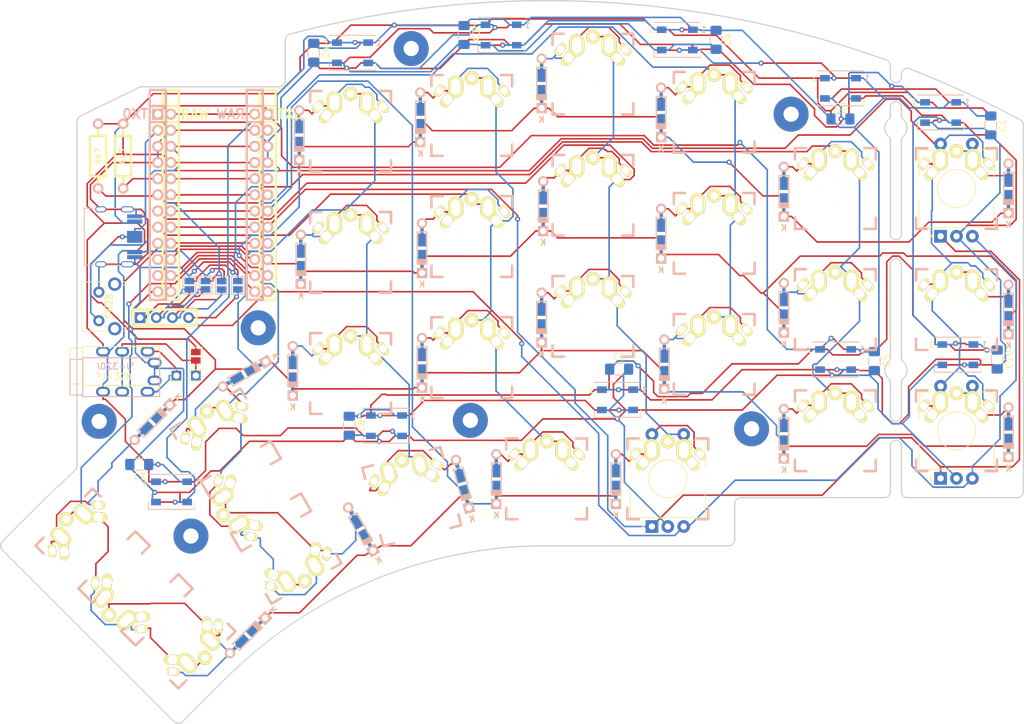
<source format=kicad_pcb>
(kicad_pcb (version 20171130) (host pcbnew 5.1.9-73d0e3b20d~88~ubuntu16.04.1)
  (layers (0 F.Cu signal) (31 B.Cu signal) (34 B.Paste user) (35 F.Paste user) (36 B.SilkS user) (37 F.SilkS user) (38 B.Mask user) (39 F.Mask user) (44 Edge.Cuts user))
  (net 0 "")
  (net 1 "Net-(J1-Pad1)")
  (net 2 "Net-(J2-Pad1)")
  (net 3 DATA)
  (net 4 GND)
  (net 5 VCC)
  (net 6 SCL)
  (net 7 SDA)
  (net 8 RGB)
  (net 9 ROW3)
  (net 10 ENC_A)
  (net 11 ROW2)
  (net 12 ROW1)
  (net 13 ROW0)
  (net 14 COL0)
  (net 15 COL1)
  (net 16 COL2)
  (net 17 COL3)
  (net 18 COL4)
  (net 19 COL5)
  (net 20 COL6)
  (net 21 COL7)
  (net 22 RST)
  (net 23 ENC_B)
  (net 24 "Net-(U1-Pad24)")
  (net 25 "Net-(J3-Pad4)")
  (net 26 "Net-(J3-Pad3)")
  (net 27 "Net-(J3-Pad2)")
  (net 28 "Net-(J3-Pad1)")
  (net 29 "Net-(D1-Pad2)")
  (net 30 "Net-(D2-Pad2)")
  (net 31 "Net-(D3-Pad2)")
  (net 32 "Net-(D4-Pad2)")
  (net 33 "Net-(D5-Pad2)")
  (net 34 "Net-(D6-Pad2)")
  (net 35 "Net-(D7-Pad2)")
  (net 36 "Net-(D8-Pad2)")
  (net 37 "Net-(D9-Pad2)")
  (net 38 "Net-(D10-Pad2)")
  (net 39 "Net-(D11-Pad2)")
  (net 40 "Net-(D12-Pad2)")
  (net 41 "Net-(D13-Pad2)")
  (net 42 "Net-(D14-Pad2)")
  (net 43 "Net-(D15-Pad2)")
  (net 44 "Net-(D16-Pad2)")
  (net 45 "Net-(D17-Pad2)")
  (net 46 "Net-(D18-Pad2)")
  (net 47 "Net-(D19-Pad2)")
  (net 48 "Net-(D20-Pad2)")
  (net 49 "Net-(D21-Pad2)")
  (net 50 "Net-(D22-Pad2)")
  (net 51 "Net-(D23-Pad2)")
  (net 52 "Net-(D24-Pad2)")
  (net 53 "Net-(D25-Pad2)")
  (net 54 "Net-(D26-Pad2)")
  (net 55 "Net-(D27-Pad2)")
  (net 56 "Net-(D28-Pad2)")
  (net 57 "Net-(D29-Pad2)")
  (net 58 "Net-(D30-Pad2)")
  (net 59 "Net-(D31-Pad2)")
  (net 60 "Net-(D32-Pad2)")
  (net 61 "Net-(D33-Pad2)")
  (net 62 "Net-(D34-Pad2)")
  (net 63 "Net-(D35-Pad2)")
  (module Switch_2_mat:1u (layer F.Cu) (at 112.728 71.5441)
    (fp_text reference SW7)
    (fp_text value " ")
    (pad "" np_thru_hole circle (at -5.22 4.2) (size 1 1) (drill 1) (layers *.Cu *.Mask F.SilkS))
    (pad "" np_thru_hole circle (at 5.22 4.2) (size 1 1) (drill 1) (layers *.Cu *.Mask F.SilkS))
    (pad "" np_thru_hole circle (at -5.08 0) (size 1.7 1.7) (drill 1.7) (layers *.Cu *.Mask F.SilkS))
    (pad "" np_thru_hole circle (at 5.08 0) (size 1.7 1.7) (drill 1.7) (layers *.Cu *.Mask F.SilkS))
    (pad 2 thru_hole circle (at -2.54 -4.5) (size 2.4 2.4) (drill 1.5) (layers *.Cu *.Mask F.SilkS) (net 35 "Net-(D7-Pad2)"))
    (pad 2 thru_hole circle (at -2.54 -4) (size 2.4 2.4) (drill 1.5) (layers *.Cu *.Mask F.SilkS) (net 35 "Net-(D7-Pad2)"))
    (pad 1 thru_hole circle (at 2.54 -4) (size 2.4 2.4) (drill 1.5) (layers *.Cu *.Mask F.SilkS) (net 16 COL2))
    (pad 1 thru_hole circle (at 2.54 -4.5) (size 2.4 2.4) (drill 1.5) (layers *.Cu *.Mask F.SilkS) (net 16 COL2))
    (pad 1 thru_hole oval (at 3.81 -2.54 310) (size 2.8 1.55) (drill 1.5) (layers *.Cu *.Mask F.SilkS) (net 16 COL2))
    (pad 2 thru_hole circle (at -2.54 -5.08) (size 2.4 2.4) (drill 1.5) (layers *.Cu *.Mask F.SilkS) (net 35 "Net-(D7-Pad2)"))
    (pad 2 thru_hole oval (at -3.81 -2.54 50) (size 2.8 1.55) (drill 1.5) (layers *.Cu *.Mask F.SilkS) (net 35 "Net-(D7-Pad2)"))
    (pad 1 thru_hole circle (at 2.54 -5.08) (size 2.4 2.4) (drill 1.5) (layers *.Cu *.Mask F.SilkS) (net 16 COL2))
    (pad 1 thru_hole circle (at 0 -5.9 90) (size 2.2 2.2) (drill 1.2) (layers *.Cu *.Mask F.SilkS) (net 16 COL2))
    (pad 2 thru_hole oval (at -5.1 -3.9 50) (size 2.2 1.25) (drill 1.2) (layers *.Cu *.Mask F.SilkS) (net 35 "Net-(D7-Pad2)"))
    (pad "" np_thru_hole circle (at 5.5 0 90) (size 1.9 1.9) (drill 1.9) (layers *.Cu *.Mask F.SilkS))
    (pad "" np_thru_hole circle (at -5.5 0 90) (size 1.9 1.9) (drill 1.9) (layers *.Cu *.Mask F.SilkS))
    (pad "" np_thru_hole circle (at 0 0 90) (size 4 4) (drill 4) (layers *.Cu *.Mask F.SilkS))
    (pad 2 thru_hole oval (at 5.1 -3.9 310) (size 2.2 1.25) (drill 1.2) (layers *.Cu *.Mask F.SilkS) (net 35 "Net-(D7-Pad2)"))
  )
  (module "ARDUINO PRO MICRO:Diode_2" (layer F.Cu) (at 154.432 107.188 90)
    (fp_text reference D25)
    (fp_text value " ")
    (fp_text user K (at -5.715 0 unlocked) (layer F.SilkS))
    (fp_text user K (at -5.715 0 unlocked) (layer B.SilkS) (effects (justify mirror)))
    (pad 1 smd rect (at -2.5 0 90) (size 2.9 0.5) (layers F.Cu) (net 9 ROW3))
    (pad 1 smd rect (at -1.27 0 90) (size 2 1.2) (layers F.Cu F.Paste F.Mask) (net 9 ROW3))
    (pad 2 smd rect (at 1.27 0 90) (size 2 1.2) (layers F.Cu F.Paste F.Mask) (net 53 "Net-(D25-Pad2)"))
    (pad 2 smd rect (at 2.5 0 90) (size 2.9 0.5) (layers F.Cu) (net 53 "Net-(D25-Pad2)"))
    (pad 2 smd rect (at 2.5 0 90) (size 2.9 0.5) (layers B.Cu) (net 53 "Net-(D25-Pad2)"))
    (pad 2 smd rect (at 1.27 0 90) (size 2 1.2) (layers B.Cu B.Paste B.Mask) (net 53 "Net-(D25-Pad2)"))
    (pad 1 thru_hole rect (at -3.9 0 90) (size 1.6 1.6) (drill 1) (layers *.Cu *.SilkS *.Mask) (net 9 ROW3))
    (pad 2 thru_hole circle (at 3.9 0 90) (size 1.6 1.6) (drill 1) (layers *.Cu *.SilkS *.Mask) (net 53 "Net-(D25-Pad2)"))
    (pad 1 smd rect (at -1.27 0 90) (size 2 1.2) (layers B.Cu B.Paste B.Mask) (net 9 ROW3))
    (pad 1 smd rect (at -2.5 0 90) (size 2.9 0.5) (layers B.Cu) (net 9 ROW3))
  )
  (module "ARDUINO PRO MICRO:Diode_2" (layer F.Cu) (at 135.636 107.188 90)
    (fp_text reference D24)
    (fp_text value " ")
    (fp_text user K (at -5.715 0 unlocked) (layer F.SilkS))
    (fp_text user K (at -5.715 0 unlocked) (layer B.SilkS) (effects (justify mirror)))
    (pad 1 smd rect (at -2.5 0 90) (size 2.9 0.5) (layers F.Cu) (net 9 ROW3))
    (pad 1 smd rect (at -1.27 0 90) (size 2 1.2) (layers F.Cu F.Paste F.Mask) (net 9 ROW3))
    (pad 2 smd rect (at 1.27 0 90) (size 2 1.2) (layers F.Cu F.Paste F.Mask) (net 52 "Net-(D24-Pad2)"))
    (pad 2 smd rect (at 2.5 0 90) (size 2.9 0.5) (layers F.Cu) (net 52 "Net-(D24-Pad2)"))
    (pad 2 smd rect (at 2.5 0 90) (size 2.9 0.5) (layers B.Cu) (net 52 "Net-(D24-Pad2)"))
    (pad 2 smd rect (at 1.27 0 90) (size 2 1.2) (layers B.Cu B.Paste B.Mask) (net 52 "Net-(D24-Pad2)"))
    (pad 1 thru_hole rect (at -3.9 0 90) (size 1.6 1.6) (drill 1) (layers *.Cu *.SilkS *.Mask) (net 9 ROW3))
    (pad 2 thru_hole circle (at 3.9 0 90) (size 1.6 1.6) (drill 1) (layers *.Cu *.SilkS *.Mask) (net 52 "Net-(D24-Pad2)"))
    (pad 1 smd rect (at -1.27 0 90) (size 2 1.2) (layers B.Cu B.Paste B.Mask) (net 9 ROW3))
    (pad 1 smd rect (at -2.5 0 90) (size 2.9 0.5) (layers B.Cu) (net 9 ROW3))
  )
  (module "ARDUINO PRO MICRO:Diode_2" (layer F.Cu) (at 130.302 107.95 105)
    (fp_text reference D23)
    (fp_text value " ")
    (fp_text user K (at -5.715 0 15 unlocked) (layer F.SilkS))
    (fp_text user K (at -5.715 0 15 unlocked) (layer B.SilkS) (effects (justify mirror)))
    (pad 1 smd rect (at -2.5 0 105) (size 2.9 0.5) (layers F.Cu) (net 9 ROW3))
    (pad 1 smd rect (at -1.27 0 105) (size 2 1.2) (layers F.Cu F.Paste F.Mask) (net 9 ROW3))
    (pad 2 smd rect (at 1.27 0 105) (size 2 1.2) (layers F.Cu F.Paste F.Mask) (net 51 "Net-(D23-Pad2)"))
    (pad 2 smd rect (at 2.5 0 105) (size 2.9 0.5) (layers F.Cu) (net 51 "Net-(D23-Pad2)"))
    (pad 2 smd rect (at 2.5 0 105) (size 2.9 0.5) (layers B.Cu) (net 51 "Net-(D23-Pad2)"))
    (pad 2 smd rect (at 1.27 0 105) (size 2 1.2) (layers B.Cu B.Paste B.Mask) (net 51 "Net-(D23-Pad2)"))
    (pad 1 thru_hole rect (at -3.9 0 105) (size 1.6 1.6) (drill 1) (layers *.Cu *.SilkS *.Mask) (net 9 ROW3))
    (pad 2 thru_hole circle (at 3.9 0 105) (size 1.6 1.6) (drill 1) (layers *.Cu *.SilkS *.Mask) (net 51 "Net-(D23-Pad2)"))
    (pad 1 smd rect (at -1.27 0 105) (size 2 1.2) (layers B.Cu B.Paste B.Mask) (net 9 ROW3))
    (pad 1 smd rect (at -2.5 0 105) (size 2.9 0.5) (layers B.Cu) (net 9 ROW3))
  )
  (module "ARDUINO PRO MICRO:Diode_2" (layer F.Cu) (at 114.3 115.062 120)
    (fp_text reference D22)
    (fp_text value " ")
    (fp_text user K (at -5.715 0 30 unlocked) (layer F.SilkS))
    (fp_text user K (at -5.715 0 30 unlocked) (layer B.SilkS) (effects (justify mirror)))
    (pad 1 smd rect (at -2.5 0 120) (size 2.9 0.5) (layers F.Cu) (net 9 ROW3))
    (pad 1 smd rect (at -1.27 0 120) (size 2 1.2) (layers F.Cu F.Paste F.Mask) (net 9 ROW3))
    (pad 2 smd rect (at 1.27 0 120) (size 2 1.2) (layers F.Cu F.Paste F.Mask) (net 50 "Net-(D22-Pad2)"))
    (pad 2 smd rect (at 2.5 0 120) (size 2.9 0.5) (layers F.Cu) (net 50 "Net-(D22-Pad2)"))
    (pad 2 smd rect (at 2.5 0 120) (size 2.9 0.5) (layers B.Cu) (net 50 "Net-(D22-Pad2)"))
    (pad 2 smd rect (at 1.27 0 120) (size 2 1.2) (layers B.Cu B.Paste B.Mask) (net 50 "Net-(D22-Pad2)"))
    (pad 1 thru_hole rect (at -3.9 0 120) (size 1.6 1.6) (drill 1) (layers *.Cu *.SilkS *.Mask) (net 9 ROW3))
    (pad 2 thru_hole circle (at 3.9 0 120) (size 1.6 1.6) (drill 1) (layers *.Cu *.SilkS *.Mask) (net 50 "Net-(D22-Pad2)"))
    (pad 1 smd rect (at -1.27 0 120) (size 2 1.2) (layers B.Cu B.Paste B.Mask) (net 9 ROW3))
    (pad 1 smd rect (at -2.5 0 120) (size 2.9 0.5) (layers B.Cu) (net 9 ROW3))
  )
  (module "ARDUINO PRO MICRO:Diode_2" (layer F.Cu) (at 96.52 131.826 225)
    (fp_text reference D21)
    (fp_text value " ")
    (fp_text user K (at -5.715 0 135 unlocked) (layer F.SilkS))
    (fp_text user K (at -5.715 0 135 unlocked) (layer B.SilkS) (effects (justify mirror)))
    (pad 1 smd rect (at -2.5 0 225) (size 2.9 0.5) (layers F.Cu) (net 9 ROW3))
    (pad 1 smd rect (at -1.27 0 225) (size 2 1.2) (layers F.Cu F.Paste F.Mask) (net 9 ROW3))
    (pad 2 smd rect (at 1.27 0 225) (size 2 1.2) (layers F.Cu F.Paste F.Mask) (net 49 "Net-(D21-Pad2)"))
    (pad 2 smd rect (at 2.5 0 225) (size 2.9 0.5) (layers F.Cu) (net 49 "Net-(D21-Pad2)"))
    (pad 2 smd rect (at 2.5 0 225) (size 2.9 0.5) (layers B.Cu) (net 49 "Net-(D21-Pad2)"))
    (pad 2 smd rect (at 1.27 0 225) (size 2 1.2) (layers B.Cu B.Paste B.Mask) (net 49 "Net-(D21-Pad2)"))
    (pad 1 thru_hole rect (at -3.9 0 225) (size 1.6 1.6) (drill 1) (layers *.Cu *.SilkS *.Mask) (net 9 ROW3))
    (pad 2 thru_hole circle (at 3.9 0 225) (size 1.6 1.6) (drill 1) (layers *.Cu *.SilkS *.Mask) (net 49 "Net-(D21-Pad2)"))
    (pad 1 smd rect (at -1.27 0 225) (size 2 1.2) (layers B.Cu B.Paste B.Mask) (net 9 ROW3))
    (pad 1 smd rect (at -2.5 0 225) (size 2.9 0.5) (layers B.Cu) (net 9 ROW3))
  )
  (module "ARDUINO PRO MICRO:Diode_2" (layer F.Cu) (at 216.154 99.822 90)
    (fp_text reference D20)
    (fp_text value " ")
    (fp_text user K (at -5.715 0 unlocked) (layer F.SilkS))
    (fp_text user K (at -5.715 0 unlocked) (layer B.SilkS) (effects (justify mirror)))
    (pad 1 smd rect (at -2.5 0 90) (size 2.9 0.5) (layers F.Cu) (net 11 ROW2))
    (pad 1 smd rect (at -1.27 0 90) (size 2 1.2) (layers F.Cu F.Paste F.Mask) (net 11 ROW2))
    (pad 2 smd rect (at 1.27 0 90) (size 2 1.2) (layers F.Cu F.Paste F.Mask) (net 48 "Net-(D20-Pad2)"))
    (pad 2 smd rect (at 2.5 0 90) (size 2.9 0.5) (layers F.Cu) (net 48 "Net-(D20-Pad2)"))
    (pad 2 smd rect (at 2.5 0 90) (size 2.9 0.5) (layers B.Cu) (net 48 "Net-(D20-Pad2)"))
    (pad 2 smd rect (at 1.27 0 90) (size 2 1.2) (layers B.Cu B.Paste B.Mask) (net 48 "Net-(D20-Pad2)"))
    (pad 1 thru_hole rect (at -3.9 0 90) (size 1.6 1.6) (drill 1) (layers *.Cu *.SilkS *.Mask) (net 11 ROW2))
    (pad 2 thru_hole circle (at 3.9 0 90) (size 1.6 1.6) (drill 1) (layers *.Cu *.SilkS *.Mask) (net 48 "Net-(D20-Pad2)"))
    (pad 1 smd rect (at -1.27 0 90) (size 2 1.2) (layers B.Cu B.Paste B.Mask) (net 11 ROW2))
    (pad 1 smd rect (at -2.5 0 90) (size 2.9 0.5) (layers B.Cu) (net 11 ROW2))
  )
  (module "ARDUINO PRO MICRO:Diode_2" (layer F.Cu) (at 180.848 100.076 90)
    (fp_text reference D19)
    (fp_text value " ")
    (fp_text user K (at -5.715 0 unlocked) (layer F.SilkS))
    (fp_text user K (at -5.715 0 unlocked) (layer B.SilkS) (effects (justify mirror)))
    (pad 1 smd rect (at -2.5 0 90) (size 2.9 0.5) (layers F.Cu) (net 11 ROW2))
    (pad 1 smd rect (at -1.27 0 90) (size 2 1.2) (layers F.Cu F.Paste F.Mask) (net 11 ROW2))
    (pad 2 smd rect (at 1.27 0 90) (size 2 1.2) (layers F.Cu F.Paste F.Mask) (net 47 "Net-(D19-Pad2)"))
    (pad 2 smd rect (at 2.5 0 90) (size 2.9 0.5) (layers F.Cu) (net 47 "Net-(D19-Pad2)"))
    (pad 2 smd rect (at 2.5 0 90) (size 2.9 0.5) (layers B.Cu) (net 47 "Net-(D19-Pad2)"))
    (pad 2 smd rect (at 1.27 0 90) (size 2 1.2) (layers B.Cu B.Paste B.Mask) (net 47 "Net-(D19-Pad2)"))
    (pad 1 thru_hole rect (at -3.9 0 90) (size 1.6 1.6) (drill 1) (layers *.Cu *.SilkS *.Mask) (net 11 ROW2))
    (pad 2 thru_hole circle (at 3.9 0 90) (size 1.6 1.6) (drill 1) (layers *.Cu *.SilkS *.Mask) (net 47 "Net-(D19-Pad2)"))
    (pad 1 smd rect (at -1.27 0 90) (size 2 1.2) (layers B.Cu B.Paste B.Mask) (net 11 ROW2))
    (pad 1 smd rect (at -2.5 0 90) (size 2.9 0.5) (layers B.Cu) (net 11 ROW2))
  )
  (module "ARDUINO PRO MICRO:Diode_2" (layer F.Cu) (at 162.052 89.154 90)
    (fp_text reference D18)
    (fp_text value " ")
    (fp_text user K (at -5.715 0 unlocked) (layer F.SilkS))
    (fp_text user K (at -5.715 0 unlocked) (layer B.SilkS) (effects (justify mirror)))
    (pad 1 smd rect (at -2.5 0 90) (size 2.9 0.5) (layers F.Cu) (net 11 ROW2))
    (pad 1 smd rect (at -1.27 0 90) (size 2 1.2) (layers F.Cu F.Paste F.Mask) (net 11 ROW2))
    (pad 2 smd rect (at 1.27 0 90) (size 2 1.2) (layers F.Cu F.Paste F.Mask) (net 46 "Net-(D18-Pad2)"))
    (pad 2 smd rect (at 2.5 0 90) (size 2.9 0.5) (layers F.Cu) (net 46 "Net-(D18-Pad2)"))
    (pad 2 smd rect (at 2.5 0 90) (size 2.9 0.5) (layers B.Cu) (net 46 "Net-(D18-Pad2)"))
    (pad 2 smd rect (at 1.27 0 90) (size 2 1.2) (layers B.Cu B.Paste B.Mask) (net 46 "Net-(D18-Pad2)"))
    (pad 1 thru_hole rect (at -3.9 0 90) (size 1.6 1.6) (drill 1) (layers *.Cu *.SilkS *.Mask) (net 11 ROW2))
    (pad 2 thru_hole circle (at 3.9 0 90) (size 1.6 1.6) (drill 1) (layers *.Cu *.SilkS *.Mask) (net 46 "Net-(D18-Pad2)"))
    (pad 1 smd rect (at -1.27 0 90) (size 2 1.2) (layers B.Cu B.Paste B.Mask) (net 11 ROW2))
    (pad 1 smd rect (at -2.5 0 90) (size 2.9 0.5) (layers B.Cu) (net 11 ROW2))
  )
  (module "ARDUINO PRO MICRO:Diode_2" (layer F.Cu) (at 142.748 81.788 90)
    (fp_text reference D17)
    (fp_text value " ")
    (fp_text user K (at -5.715 0 unlocked) (layer F.SilkS))
    (fp_text user K (at -5.715 0 unlocked) (layer B.SilkS) (effects (justify mirror)))
    (pad 1 smd rect (at -2.5 0 90) (size 2.9 0.5) (layers F.Cu) (net 11 ROW2))
    (pad 1 smd rect (at -1.27 0 90) (size 2 1.2) (layers F.Cu F.Paste F.Mask) (net 11 ROW2))
    (pad 2 smd rect (at 1.27 0 90) (size 2 1.2) (layers F.Cu F.Paste F.Mask) (net 45 "Net-(D17-Pad2)"))
    (pad 2 smd rect (at 2.5 0 90) (size 2.9 0.5) (layers F.Cu) (net 45 "Net-(D17-Pad2)"))
    (pad 2 smd rect (at 2.5 0 90) (size 2.9 0.5) (layers B.Cu) (net 45 "Net-(D17-Pad2)"))
    (pad 2 smd rect (at 1.27 0 90) (size 2 1.2) (layers B.Cu B.Paste B.Mask) (net 45 "Net-(D17-Pad2)"))
    (pad 1 thru_hole rect (at -3.9 0 90) (size 1.6 1.6) (drill 1) (layers *.Cu *.SilkS *.Mask) (net 11 ROW2))
    (pad 2 thru_hole circle (at 3.9 0 90) (size 1.6 1.6) (drill 1) (layers *.Cu *.SilkS *.Mask) (net 45 "Net-(D17-Pad2)"))
    (pad 1 smd rect (at -1.27 0 90) (size 2 1.2) (layers B.Cu B.Paste B.Mask) (net 11 ROW2))
    (pad 1 smd rect (at -2.5 0 90) (size 2.9 0.5) (layers B.Cu) (net 11 ROW2))
  )
  (module "ARDUINO PRO MICRO:Diode_2" (layer F.Cu) (at 123.952 88.9 90)
    (fp_text reference D16)
    (fp_text value " ")
    (fp_text user K (at -5.715 0 unlocked) (layer F.SilkS))
    (fp_text user K (at -5.715 0 unlocked) (layer B.SilkS) (effects (justify mirror)))
    (pad 1 smd rect (at -2.5 0 90) (size 2.9 0.5) (layers F.Cu) (net 11 ROW2))
    (pad 1 smd rect (at -1.27 0 90) (size 2 1.2) (layers F.Cu F.Paste F.Mask) (net 11 ROW2))
    (pad 2 smd rect (at 1.27 0 90) (size 2 1.2) (layers F.Cu F.Paste F.Mask) (net 44 "Net-(D16-Pad2)"))
    (pad 2 smd rect (at 2.5 0 90) (size 2.9 0.5) (layers F.Cu) (net 44 "Net-(D16-Pad2)"))
    (pad 2 smd rect (at 2.5 0 90) (size 2.9 0.5) (layers B.Cu) (net 44 "Net-(D16-Pad2)"))
    (pad 2 smd rect (at 1.27 0 90) (size 2 1.2) (layers B.Cu B.Paste B.Mask) (net 44 "Net-(D16-Pad2)"))
    (pad 1 thru_hole rect (at -3.9 0 90) (size 1.6 1.6) (drill 1) (layers *.Cu *.SilkS *.Mask) (net 11 ROW2))
    (pad 2 thru_hole circle (at 3.9 0 90) (size 1.6 1.6) (drill 1) (layers *.Cu *.SilkS *.Mask) (net 44 "Net-(D16-Pad2)"))
    (pad 1 smd rect (at -1.27 0 90) (size 2 1.2) (layers B.Cu B.Paste B.Mask) (net 11 ROW2))
    (pad 1 smd rect (at -2.5 0 90) (size 2.9 0.5) (layers B.Cu) (net 11 ROW2))
  )
  (module "ARDUINO PRO MICRO:Diode_2" (layer F.Cu) (at 103.632 90.17 90)
    (fp_text reference D15)
    (fp_text value " ")
    (fp_text user K (at -5.715 0 unlocked) (layer F.SilkS))
    (fp_text user K (at -5.715 0 unlocked) (layer B.SilkS) (effects (justify mirror)))
    (pad 1 smd rect (at -2.5 0 90) (size 2.9 0.5) (layers F.Cu) (net 11 ROW2))
    (pad 1 smd rect (at -1.27 0 90) (size 2 1.2) (layers F.Cu F.Paste F.Mask) (net 11 ROW2))
    (pad 2 smd rect (at 1.27 0 90) (size 2 1.2) (layers F.Cu F.Paste F.Mask) (net 43 "Net-(D15-Pad2)"))
    (pad 2 smd rect (at 2.5 0 90) (size 2.9 0.5) (layers F.Cu) (net 43 "Net-(D15-Pad2)"))
    (pad 2 smd rect (at 2.5 0 90) (size 2.9 0.5) (layers B.Cu) (net 43 "Net-(D15-Pad2)"))
    (pad 2 smd rect (at 1.27 0 90) (size 2 1.2) (layers B.Cu B.Paste B.Mask) (net 43 "Net-(D15-Pad2)"))
    (pad 1 thru_hole rect (at -3.9 0 90) (size 1.6 1.6) (drill 1) (layers *.Cu *.SilkS *.Mask) (net 11 ROW2))
    (pad 2 thru_hole circle (at 3.9 0 90) (size 1.6 1.6) (drill 1) (layers *.Cu *.SilkS *.Mask) (net 43 "Net-(D15-Pad2)"))
    (pad 1 smd rect (at -1.27 0 90) (size 2 1.2) (layers B.Cu B.Paste B.Mask) (net 11 ROW2))
    (pad 1 smd rect (at -2.5 0 90) (size 2.9 0.5) (layers B.Cu) (net 11 ROW2))
  )
  (module "ARDUINO PRO MICRO:Diode_2" (layer F.Cu) (at 96.012 90.678 210)
    (fp_text reference D14)
    (fp_text value " ")
    (fp_text user K (at -5.715 0 120 unlocked) (layer F.SilkS))
    (fp_text user K (at -5.715 0 120 unlocked) (layer B.SilkS) (effects (justify mirror)))
    (pad 1 smd rect (at -2.5 0 210) (size 2.9 0.5) (layers F.Cu) (net 11 ROW2))
    (pad 1 smd rect (at -1.27 0 210) (size 2 1.2) (layers F.Cu F.Paste F.Mask) (net 11 ROW2))
    (pad 2 smd rect (at 1.27 0 210) (size 2 1.2) (layers F.Cu F.Paste F.Mask) (net 42 "Net-(D14-Pad2)"))
    (pad 2 smd rect (at 2.5 0 210) (size 2.9 0.5) (layers F.Cu) (net 42 "Net-(D14-Pad2)"))
    (pad 2 smd rect (at 2.5 0 210) (size 2.9 0.5) (layers B.Cu) (net 42 "Net-(D14-Pad2)"))
    (pad 2 smd rect (at 1.27 0 210) (size 2 1.2) (layers B.Cu B.Paste B.Mask) (net 42 "Net-(D14-Pad2)"))
    (pad 1 thru_hole rect (at -3.9 0 210) (size 1.6 1.6) (drill 1) (layers *.Cu *.SilkS *.Mask) (net 11 ROW2))
    (pad 2 thru_hole circle (at 3.9 0 210) (size 1.6 1.6) (drill 1) (layers *.Cu *.SilkS *.Mask) (net 42 "Net-(D14-Pad2)"))
    (pad 1 smd rect (at -1.27 0 210) (size 2 1.2) (layers B.Cu B.Paste B.Mask) (net 11 ROW2))
    (pad 1 smd rect (at -2.5 0 210) (size 2.9 0.5) (layers B.Cu) (net 11 ROW2))
  )
  (module "ARDUINO PRO MICRO:Diode_2" (layer F.Cu) (at 81.534 98.298 225)
    (fp_text reference D13)
    (fp_text value " ")
    (fp_text user K (at -5.715 0 135 unlocked) (layer F.SilkS))
    (fp_text user K (at -5.715 0 135 unlocked) (layer B.SilkS) (effects (justify mirror)))
    (pad 1 smd rect (at -2.5 0 225) (size 2.9 0.5) (layers F.Cu) (net 11 ROW2))
    (pad 1 smd rect (at -1.27 0 225) (size 2 1.2) (layers F.Cu F.Paste F.Mask) (net 11 ROW2))
    (pad 2 smd rect (at 1.27 0 225) (size 2 1.2) (layers F.Cu F.Paste F.Mask) (net 41 "Net-(D13-Pad2)"))
    (pad 2 smd rect (at 2.5 0 225) (size 2.9 0.5) (layers F.Cu) (net 41 "Net-(D13-Pad2)"))
    (pad 2 smd rect (at 2.5 0 225) (size 2.9 0.5) (layers B.Cu) (net 41 "Net-(D13-Pad2)"))
    (pad 2 smd rect (at 1.27 0 225) (size 2 1.2) (layers B.Cu B.Paste B.Mask) (net 41 "Net-(D13-Pad2)"))
    (pad 1 thru_hole rect (at -3.9 0 225) (size 1.6 1.6) (drill 1) (layers *.Cu *.SilkS *.Mask) (net 11 ROW2))
    (pad 2 thru_hole circle (at 3.9 0 225) (size 1.6 1.6) (drill 1) (layers *.Cu *.SilkS *.Mask) (net 41 "Net-(D13-Pad2)"))
    (pad 1 smd rect (at -1.27 0 225) (size 2 1.2) (layers B.Cu B.Paste B.Mask) (net 11 ROW2))
    (pad 1 smd rect (at -2.5 0 225) (size 2.9 0.5) (layers B.Cu) (net 11 ROW2))
  )
  (module "ARDUINO PRO MICRO:Diode_2" (layer F.Cu) (at 216.154 80.518 90)
    (fp_text reference D12)
    (fp_text value " ")
    (fp_text user K (at -5.715 0 unlocked) (layer F.SilkS))
    (fp_text user K (at -5.715 0 unlocked) (layer B.SilkS) (effects (justify mirror)))
    (pad 1 smd rect (at -2.5 0 90) (size 2.9 0.5) (layers F.Cu) (net 12 ROW1))
    (pad 1 smd rect (at -1.27 0 90) (size 2 1.2) (layers F.Cu F.Paste F.Mask) (net 12 ROW1))
    (pad 2 smd rect (at 1.27 0 90) (size 2 1.2) (layers F.Cu F.Paste F.Mask) (net 40 "Net-(D12-Pad2)"))
    (pad 2 smd rect (at 2.5 0 90) (size 2.9 0.5) (layers F.Cu) (net 40 "Net-(D12-Pad2)"))
    (pad 2 smd rect (at 2.5 0 90) (size 2.9 0.5) (layers B.Cu) (net 40 "Net-(D12-Pad2)"))
    (pad 2 smd rect (at 1.27 0 90) (size 2 1.2) (layers B.Cu B.Paste B.Mask) (net 40 "Net-(D12-Pad2)"))
    (pad 1 thru_hole rect (at -3.9 0 90) (size 1.6 1.6) (drill 1) (layers *.Cu *.SilkS *.Mask) (net 12 ROW1))
    (pad 2 thru_hole circle (at 3.9 0 90) (size 1.6 1.6) (drill 1) (layers *.Cu *.SilkS *.Mask) (net 40 "Net-(D12-Pad2)"))
    (pad 1 smd rect (at -1.27 0 90) (size 2 1.2) (layers B.Cu B.Paste B.Mask) (net 12 ROW1))
    (pad 1 smd rect (at -2.5 0 90) (size 2.9 0.5) (layers B.Cu) (net 12 ROW1))
  )
  (module "ARDUINO PRO MICRO:Diode_2" (layer F.Cu) (at 180.848 80.264 90)
    (fp_text reference D11)
    (fp_text value " ")
    (fp_text user K (at -5.715 0 unlocked) (layer F.SilkS))
    (fp_text user K (at -5.715 0 unlocked) (layer B.SilkS) (effects (justify mirror)))
    (pad 1 smd rect (at -2.5 0 90) (size 2.9 0.5) (layers F.Cu) (net 12 ROW1))
    (pad 1 smd rect (at -1.27 0 90) (size 2 1.2) (layers F.Cu F.Paste F.Mask) (net 12 ROW1))
    (pad 2 smd rect (at 1.27 0 90) (size 2 1.2) (layers F.Cu F.Paste F.Mask) (net 39 "Net-(D11-Pad2)"))
    (pad 2 smd rect (at 2.5 0 90) (size 2.9 0.5) (layers F.Cu) (net 39 "Net-(D11-Pad2)"))
    (pad 2 smd rect (at 2.5 0 90) (size 2.9 0.5) (layers B.Cu) (net 39 "Net-(D11-Pad2)"))
    (pad 2 smd rect (at 1.27 0 90) (size 2 1.2) (layers B.Cu B.Paste B.Mask) (net 39 "Net-(D11-Pad2)"))
    (pad 1 thru_hole rect (at -3.9 0 90) (size 1.6 1.6) (drill 1) (layers *.Cu *.SilkS *.Mask) (net 12 ROW1))
    (pad 2 thru_hole circle (at 3.9 0 90) (size 1.6 1.6) (drill 1) (layers *.Cu *.SilkS *.Mask) (net 39 "Net-(D11-Pad2)"))
    (pad 1 smd rect (at -1.27 0 90) (size 2 1.2) (layers B.Cu B.Paste B.Mask) (net 12 ROW1))
    (pad 1 smd rect (at -2.5 0 90) (size 2.9 0.5) (layers B.Cu) (net 12 ROW1))
  )
  (module "ARDUINO PRO MICRO:Diode_2" (layer F.Cu) (at 161.544 68.58 90)
    (fp_text reference D10)
    (fp_text value " ")
    (fp_text user K (at -5.715 0 unlocked) (layer F.SilkS))
    (fp_text user K (at -5.715 0 unlocked) (layer B.SilkS) (effects (justify mirror)))
    (pad 1 smd rect (at -2.5 0 90) (size 2.9 0.5) (layers F.Cu) (net 12 ROW1))
    (pad 1 smd rect (at -1.27 0 90) (size 2 1.2) (layers F.Cu F.Paste F.Mask) (net 12 ROW1))
    (pad 2 smd rect (at 1.27 0 90) (size 2 1.2) (layers F.Cu F.Paste F.Mask) (net 38 "Net-(D10-Pad2)"))
    (pad 2 smd rect (at 2.5 0 90) (size 2.9 0.5) (layers F.Cu) (net 38 "Net-(D10-Pad2)"))
    (pad 2 smd rect (at 2.5 0 90) (size 2.9 0.5) (layers B.Cu) (net 38 "Net-(D10-Pad2)"))
    (pad 2 smd rect (at 1.27 0 90) (size 2 1.2) (layers B.Cu B.Paste B.Mask) (net 38 "Net-(D10-Pad2)"))
    (pad 1 thru_hole rect (at -3.9 0 90) (size 1.6 1.6) (drill 1) (layers *.Cu *.SilkS *.Mask) (net 12 ROW1))
    (pad 2 thru_hole circle (at 3.9 0 90) (size 1.6 1.6) (drill 1) (layers *.Cu *.SilkS *.Mask) (net 38 "Net-(D10-Pad2)"))
    (pad 1 smd rect (at -1.27 0 90) (size 2 1.2) (layers B.Cu B.Paste B.Mask) (net 12 ROW1))
    (pad 1 smd rect (at -2.5 0 90) (size 2.9 0.5) (layers B.Cu) (net 12 ROW1))
  )
  (module "ARDUINO PRO MICRO:Diode_2" (layer F.Cu) (at 143.002 64.262 90)
    (fp_text reference D9)
    (fp_text value " ")
    (fp_text user K (at -5.715 0 unlocked) (layer F.SilkS))
    (fp_text user K (at -5.715 0 unlocked) (layer B.SilkS) (effects (justify mirror)))
    (pad 1 smd rect (at -2.5 0 90) (size 2.9 0.5) (layers F.Cu) (net 12 ROW1))
    (pad 1 smd rect (at -1.27 0 90) (size 2 1.2) (layers F.Cu F.Paste F.Mask) (net 12 ROW1))
    (pad 2 smd rect (at 1.27 0 90) (size 2 1.2) (layers F.Cu F.Paste F.Mask) (net 37 "Net-(D9-Pad2)"))
    (pad 2 smd rect (at 2.5 0 90) (size 2.9 0.5) (layers F.Cu) (net 37 "Net-(D9-Pad2)"))
    (pad 2 smd rect (at 2.5 0 90) (size 2.9 0.5) (layers B.Cu) (net 37 "Net-(D9-Pad2)"))
    (pad 2 smd rect (at 1.27 0 90) (size 2 1.2) (layers B.Cu B.Paste B.Mask) (net 37 "Net-(D9-Pad2)"))
    (pad 1 thru_hole rect (at -3.9 0 90) (size 1.6 1.6) (drill 1) (layers *.Cu *.SilkS *.Mask) (net 12 ROW1))
    (pad 2 thru_hole circle (at 3.9 0 90) (size 1.6 1.6) (drill 1) (layers *.Cu *.SilkS *.Mask) (net 37 "Net-(D9-Pad2)"))
    (pad 1 smd rect (at -1.27 0 90) (size 2 1.2) (layers B.Cu B.Paste B.Mask) (net 12 ROW1))
    (pad 1 smd rect (at -2.5 0 90) (size 2.9 0.5) (layers B.Cu) (net 12 ROW1))
  )
  (module "ARDUINO PRO MICRO:Diode_2" (layer F.Cu) (at 123.952 70.866 90)
    (fp_text reference D8)
    (fp_text value " ")
    (fp_text user K (at -5.715 0 unlocked) (layer F.SilkS))
    (fp_text user K (at -5.715 0 unlocked) (layer B.SilkS) (effects (justify mirror)))
    (pad 1 smd rect (at -2.5 0 90) (size 2.9 0.5) (layers F.Cu) (net 12 ROW1))
    (pad 1 smd rect (at -1.27 0 90) (size 2 1.2) (layers F.Cu F.Paste F.Mask) (net 12 ROW1))
    (pad 2 smd rect (at 1.27 0 90) (size 2 1.2) (layers F.Cu F.Paste F.Mask) (net 36 "Net-(D8-Pad2)"))
    (pad 2 smd rect (at 2.5 0 90) (size 2.9 0.5) (layers F.Cu) (net 36 "Net-(D8-Pad2)"))
    (pad 2 smd rect (at 2.5 0 90) (size 2.9 0.5) (layers B.Cu) (net 36 "Net-(D8-Pad2)"))
    (pad 2 smd rect (at 1.27 0 90) (size 2 1.2) (layers B.Cu B.Paste B.Mask) (net 36 "Net-(D8-Pad2)"))
    (pad 1 thru_hole rect (at -3.9 0 90) (size 1.6 1.6) (drill 1) (layers *.Cu *.SilkS *.Mask) (net 12 ROW1))
    (pad 2 thru_hole circle (at 3.9 0 90) (size 1.6 1.6) (drill 1) (layers *.Cu *.SilkS *.Mask) (net 36 "Net-(D8-Pad2)"))
    (pad 1 smd rect (at -1.27 0 90) (size 2 1.2) (layers B.Cu B.Paste B.Mask) (net 12 ROW1))
    (pad 1 smd rect (at -2.5 0 90) (size 2.9 0.5) (layers B.Cu) (net 12 ROW1))
  )
  (module "ARDUINO PRO MICRO:Diode_2" (layer F.Cu) (at 104.902 72.644 90)
    (fp_text reference D7)
    (fp_text value " ")
    (fp_text user K (at -5.715 0 unlocked) (layer F.SilkS))
    (fp_text user K (at -5.715 0 unlocked) (layer B.SilkS) (effects (justify mirror)))
    (pad 1 smd rect (at -2.5 0 90) (size 2.9 0.5) (layers F.Cu) (net 12 ROW1))
    (pad 1 smd rect (at -1.27 0 90) (size 2 1.2) (layers F.Cu F.Paste F.Mask) (net 12 ROW1))
    (pad 2 smd rect (at 1.27 0 90) (size 2 1.2) (layers F.Cu F.Paste F.Mask) (net 35 "Net-(D7-Pad2)"))
    (pad 2 smd rect (at 2.5 0 90) (size 2.9 0.5) (layers F.Cu) (net 35 "Net-(D7-Pad2)"))
    (pad 2 smd rect (at 2.5 0 90) (size 2.9 0.5) (layers B.Cu) (net 35 "Net-(D7-Pad2)"))
    (pad 2 smd rect (at 1.27 0 90) (size 2 1.2) (layers B.Cu B.Paste B.Mask) (net 35 "Net-(D7-Pad2)"))
    (pad 1 thru_hole rect (at -3.9 0 90) (size 1.6 1.6) (drill 1) (layers *.Cu *.SilkS *.Mask) (net 12 ROW1))
    (pad 2 thru_hole circle (at 3.9 0 90) (size 1.6 1.6) (drill 1) (layers *.Cu *.SilkS *.Mask) (net 35 "Net-(D7-Pad2)"))
    (pad 1 smd rect (at -1.27 0 90) (size 2 1.2) (layers B.Cu B.Paste B.Mask) (net 12 ROW1))
    (pad 1 smd rect (at -2.5 0 90) (size 2.9 0.5) (layers B.Cu) (net 12 ROW1))
  )
  (module "ARDUINO PRO MICRO:Diode_2" (layer F.Cu) (at 216.154 61.468 90)
    (fp_text reference D6)
    (fp_text value " ")
    (fp_text user K (at -5.715 0 unlocked) (layer F.SilkS))
    (fp_text user K (at -5.715 0 unlocked) (layer B.SilkS) (effects (justify mirror)))
    (pad 1 smd rect (at -2.5 0 90) (size 2.9 0.5) (layers F.Cu) (net 13 ROW0))
    (pad 1 smd rect (at -1.27 0 90) (size 2 1.2) (layers F.Cu F.Paste F.Mask) (net 13 ROW0))
    (pad 2 smd rect (at 1.27 0 90) (size 2 1.2) (layers F.Cu F.Paste F.Mask) (net 34 "Net-(D6-Pad2)"))
    (pad 2 smd rect (at 2.5 0 90) (size 2.9 0.5) (layers F.Cu) (net 34 "Net-(D6-Pad2)"))
    (pad 2 smd rect (at 2.5 0 90) (size 2.9 0.5) (layers B.Cu) (net 34 "Net-(D6-Pad2)"))
    (pad 2 smd rect (at 1.27 0 90) (size 2 1.2) (layers B.Cu B.Paste B.Mask) (net 34 "Net-(D6-Pad2)"))
    (pad 1 thru_hole rect (at -3.9 0 90) (size 1.6 1.6) (drill 1) (layers *.Cu *.SilkS *.Mask) (net 13 ROW0))
    (pad 2 thru_hole circle (at 3.9 0 90) (size 1.6 1.6) (drill 1) (layers *.Cu *.SilkS *.Mask) (net 34 "Net-(D6-Pad2)"))
    (pad 1 smd rect (at -1.27 0 90) (size 2 1.2) (layers B.Cu B.Paste B.Mask) (net 13 ROW0))
    (pad 1 smd rect (at -2.5 0 90) (size 2.9 0.5) (layers B.Cu) (net 13 ROW0))
  )
  (module "ARDUINO PRO MICRO:Diode_2" (layer F.Cu) (at 180.848 61.976 90)
    (fp_text reference D5)
    (fp_text value " ")
    (fp_text user K (at -5.715 0 unlocked) (layer F.SilkS))
    (fp_text user K (at -5.715 0 unlocked) (layer B.SilkS) (effects (justify mirror)))
    (pad 1 smd rect (at -2.5 0 90) (size 2.9 0.5) (layers F.Cu) (net 13 ROW0))
    (pad 1 smd rect (at -1.27 0 90) (size 2 1.2) (layers F.Cu F.Paste F.Mask) (net 13 ROW0))
    (pad 2 smd rect (at 1.27 0 90) (size 2 1.2) (layers F.Cu F.Paste F.Mask) (net 33 "Net-(D5-Pad2)"))
    (pad 2 smd rect (at 2.5 0 90) (size 2.9 0.5) (layers F.Cu) (net 33 "Net-(D5-Pad2)"))
    (pad 2 smd rect (at 2.5 0 90) (size 2.9 0.5) (layers B.Cu) (net 33 "Net-(D5-Pad2)"))
    (pad 2 smd rect (at 1.27 0 90) (size 2 1.2) (layers B.Cu B.Paste B.Mask) (net 33 "Net-(D5-Pad2)"))
    (pad 1 thru_hole rect (at -3.9 0 90) (size 1.6 1.6) (drill 1) (layers *.Cu *.SilkS *.Mask) (net 13 ROW0))
    (pad 2 thru_hole circle (at 3.9 0 90) (size 1.6 1.6) (drill 1) (layers *.Cu *.SilkS *.Mask) (net 33 "Net-(D5-Pad2)"))
    (pad 1 smd rect (at -1.27 0 90) (size 2 1.2) (layers B.Cu B.Paste B.Mask) (net 13 ROW0))
    (pad 1 smd rect (at -2.5 0 90) (size 2.9 0.5) (layers B.Cu) (net 13 ROW0))
  )
  (module "ARDUINO PRO MICRO:Diode_2" (layer F.Cu) (at 161.544 49.53 90)
    (fp_text reference D4)
    (fp_text value " ")
    (fp_text user K (at -5.715 0 unlocked) (layer F.SilkS))
    (fp_text user K (at -5.715 0 unlocked) (layer B.SilkS) (effects (justify mirror)))
    (pad 1 smd rect (at -2.5 0 90) (size 2.9 0.5) (layers F.Cu) (net 13 ROW0))
    (pad 1 smd rect (at -1.27 0 90) (size 2 1.2) (layers F.Cu F.Paste F.Mask) (net 13 ROW0))
    (pad 2 smd rect (at 1.27 0 90) (size 2 1.2) (layers F.Cu F.Paste F.Mask) (net 32 "Net-(D4-Pad2)"))
    (pad 2 smd rect (at 2.5 0 90) (size 2.9 0.5) (layers F.Cu) (net 32 "Net-(D4-Pad2)"))
    (pad 2 smd rect (at 2.5 0 90) (size 2.9 0.5) (layers B.Cu) (net 32 "Net-(D4-Pad2)"))
    (pad 2 smd rect (at 1.27 0 90) (size 2 1.2) (layers B.Cu B.Paste B.Mask) (net 32 "Net-(D4-Pad2)"))
    (pad 1 thru_hole rect (at -3.9 0 90) (size 1.6 1.6) (drill 1) (layers *.Cu *.SilkS *.Mask) (net 13 ROW0))
    (pad 2 thru_hole circle (at 3.9 0 90) (size 1.6 1.6) (drill 1) (layers *.Cu *.SilkS *.Mask) (net 32 "Net-(D4-Pad2)"))
    (pad 1 smd rect (at -1.27 0 90) (size 2 1.2) (layers B.Cu B.Paste B.Mask) (net 13 ROW0))
    (pad 1 smd rect (at -2.5 0 90) (size 2.9 0.5) (layers B.Cu) (net 13 ROW0))
  )
  (module "ARDUINO PRO MICRO:Diode_2" (layer F.Cu) (at 142.748 44.958 90)
    (fp_text reference D3)
    (fp_text value " ")
    (fp_text user K (at -5.715 0 unlocked) (layer F.SilkS))
    (fp_text user K (at -5.715 0 unlocked) (layer B.SilkS) (effects (justify mirror)))
    (pad 1 smd rect (at -2.5 0 90) (size 2.9 0.5) (layers F.Cu) (net 13 ROW0))
    (pad 1 smd rect (at -1.27 0 90) (size 2 1.2) (layers F.Cu F.Paste F.Mask) (net 13 ROW0))
    (pad 2 smd rect (at 1.27 0 90) (size 2 1.2) (layers F.Cu F.Paste F.Mask) (net 31 "Net-(D3-Pad2)"))
    (pad 2 smd rect (at 2.5 0 90) (size 2.9 0.5) (layers F.Cu) (net 31 "Net-(D3-Pad2)"))
    (pad 2 smd rect (at 2.5 0 90) (size 2.9 0.5) (layers B.Cu) (net 31 "Net-(D3-Pad2)"))
    (pad 2 smd rect (at 1.27 0 90) (size 2 1.2) (layers B.Cu B.Paste B.Mask) (net 31 "Net-(D3-Pad2)"))
    (pad 1 thru_hole rect (at -3.9 0 90) (size 1.6 1.6) (drill 1) (layers *.Cu *.SilkS *.Mask) (net 13 ROW0))
    (pad 2 thru_hole circle (at 3.9 0 90) (size 1.6 1.6) (drill 1) (layers *.Cu *.SilkS *.Mask) (net 31 "Net-(D3-Pad2)"))
    (pad 1 smd rect (at -1.27 0 90) (size 2 1.2) (layers B.Cu B.Paste B.Mask) (net 13 ROW0))
    (pad 1 smd rect (at -2.5 0 90) (size 2.9 0.5) (layers B.Cu) (net 13 ROW0))
  )
  (module "ARDUINO PRO MICRO:Diode_2" (layer F.Cu) (at 123.698 50.292 90)
    (fp_text reference D2)
    (fp_text value " ")
    (fp_text user K (at -5.715 0 unlocked) (layer F.SilkS))
    (fp_text user K (at -5.715 0 unlocked) (layer B.SilkS) (effects (justify mirror)))
    (pad 1 smd rect (at -2.5 0 90) (size 2.9 0.5) (layers F.Cu) (net 13 ROW0))
    (pad 1 smd rect (at -1.27 0 90) (size 2 1.2) (layers F.Cu F.Paste F.Mask) (net 13 ROW0))
    (pad 2 smd rect (at 1.27 0 90) (size 2 1.2) (layers F.Cu F.Paste F.Mask) (net 30 "Net-(D2-Pad2)"))
    (pad 2 smd rect (at 2.5 0 90) (size 2.9 0.5) (layers F.Cu) (net 30 "Net-(D2-Pad2)"))
    (pad 2 smd rect (at 2.5 0 90) (size 2.9 0.5) (layers B.Cu) (net 30 "Net-(D2-Pad2)"))
    (pad 2 smd rect (at 1.27 0 90) (size 2 1.2) (layers B.Cu B.Paste B.Mask) (net 30 "Net-(D2-Pad2)"))
    (pad 1 thru_hole rect (at -3.9 0 90) (size 1.6 1.6) (drill 1) (layers *.Cu *.SilkS *.Mask) (net 13 ROW0))
    (pad 2 thru_hole circle (at 3.9 0 90) (size 1.6 1.6) (drill 1) (layers *.Cu *.SilkS *.Mask) (net 30 "Net-(D2-Pad2)"))
    (pad 1 smd rect (at -1.27 0 90) (size 2 1.2) (layers B.Cu B.Paste B.Mask) (net 13 ROW0))
    (pad 1 smd rect (at -2.5 0 90) (size 2.9 0.5) (layers B.Cu) (net 13 ROW0))
  )
  (module "ARDUINO PRO MICRO:Diode_2" (layer F.Cu) (at 104.648 53.086 90)
    (fp_text reference D1)
    (fp_text value " ")
    (fp_text user K (at -5.715 0 unlocked) (layer F.SilkS))
    (fp_text user K (at -5.715 0 unlocked) (layer B.SilkS) (effects (justify mirror)))
    (pad 1 smd rect (at -2.5 0 90) (size 2.9 0.5) (layers F.Cu) (net 13 ROW0))
    (pad 1 smd rect (at -1.27 0 90) (size 2 1.2) (layers F.Cu F.Paste F.Mask) (net 13 ROW0))
    (pad 2 smd rect (at 1.27 0 90) (size 2 1.2) (layers F.Cu F.Paste F.Mask) (net 29 "Net-(D1-Pad2)"))
    (pad 2 smd rect (at 2.5 0 90) (size 2.9 0.5) (layers F.Cu) (net 29 "Net-(D1-Pad2)"))
    (pad 2 smd rect (at 2.5 0 90) (size 2.9 0.5) (layers B.Cu) (net 29 "Net-(D1-Pad2)"))
    (pad 2 smd rect (at 1.27 0 90) (size 2 1.2) (layers B.Cu B.Paste B.Mask) (net 29 "Net-(D1-Pad2)"))
    (pad 1 thru_hole rect (at -3.9 0 90) (size 1.6 1.6) (drill 1) (layers *.Cu *.SilkS *.Mask) (net 13 ROW0))
    (pad 2 thru_hole circle (at 3.9 0 90) (size 1.6 1.6) (drill 1) (layers *.Cu *.SilkS *.Mask) (net 29 "Net-(D1-Pad2)"))
    (pad 1 smd rect (at -1.27 0 90) (size 2 1.2) (layers B.Cu B.Paste B.Mask) (net 13 ROW0))
    (pad 1 smd rect (at -2.5 0 90) (size 2.9 0.5) (layers B.Cu) (net 13 ROW0))
  )
  (module "kyria:TYPE C" (layer F.Cu) (at 75.692 69.088 90)
    (fp_text reference J4)
    (fp_text value USB_C_Receptacle_USB2.0)
    (pad B6 smd rect (at 0 3.099 270) (size 1.8 2.32) (layers B.Cu B.Paste B.Mask) (net 3 DATA))
    (pad A7 smd rect (at 0 3.099 270) (size 1.8 2.32) (layers B.Cu B.Paste B.Mask) (net 3 DATA))
    (pad A6 smd rect (at 0 3.099 270) (size 1.8 2.32) (layers B.Cu B.Paste B.Mask) (net 3 DATA))
    (pad B7 smd rect (at 0 3.099 270) (size 1.8 2.32) (layers B.Cu B.Paste B.Mask) (net 3 DATA))
    (pad A12 smd rect (at 3.2 3.099 90) (size 0.6 2.32) (layers B.Cu B.Paste B.Mask) (net 4 GND))
    (pad A9 smd rect (at 2.4 3.099 90) (size 0.6 2.32) (layers B.Cu B.Paste B.Mask) (net 5 VCC))
    (pad B1 smd rect (at 3.2 3.099 90) (size 0.6 2.32) (layers B.Cu B.Paste B.Mask) (net 4 GND))
    (pad B4 smd rect (at 2.4 3.099 90) (size 0.6 2.32) (layers B.Cu B.Paste B.Mask) (net 5 VCC))
    (pad B12 smd rect (at -3.2 3.099 90) (size 0.6 2.32) (layers B.Cu B.Paste B.Mask) (net 4 GND))
    (pad B9 smd rect (at -2.4 3.099 90) (size 0.6 2.32) (layers B.Cu B.Paste B.Mask) (net 5 VCC))
    (pad A1 smd rect (at -3.2 3.099 90) (size 0.6 2.32) (layers B.Cu B.Paste B.Mask) (net 4 GND))
    (pad A4 smd rect (at -2.4 3.099 90) (size 0.6 2.32) (layers B.Cu B.Paste B.Mask) (net 5 VCC))
    (pad "" np_thru_hole circle (at 2.89 1.45 270) (size 0.6 0.6) (drill 0.6) (layers *.Cu *.Mask))
    (pad "" np_thru_hole circle (at -2.89 1.45 270) (size 0.6 0.6) (drill 0.6) (layers *.Cu *.Mask))
    (pad S1 thru_hole oval (at 4.32 -2.24) (size 1.7 0.9) (drill oval 1.4 0.6) (layers *.Cu *.Mask) (net 4 GND))
    (pad S1 thru_hole oval (at -4.32 -2.24) (size 1.7 0.9) (drill oval 1.4 0.6) (layers *.Cu *.Mask) (net 4 GND))
    (pad S1 thru_hole oval (at 4.32 1.93) (size 2 0.9) (drill oval 1.7 0.6) (layers *.Cu *.Mask) (net 4 GND))
    (pad S1 thru_hole oval (at -4.32 1.93) (size 2 0.9) (drill oval 1.7 0.6) (layers *.Cu *.Mask) (net 4 GND))
    (pad B6 smd rect (at 0 3.099 90) (size 1.8 2.32) (layers F.Cu F.Paste F.Mask) (net 3 DATA))
    (pad A7 smd rect (at 0 3.099 90) (size 1.8 2.32) (layers F.Cu F.Paste F.Mask) (net 3 DATA))
    (pad A6 smd rect (at 0 3.099 90) (size 1.8 2.32) (layers F.Cu F.Paste F.Mask) (net 3 DATA))
    (pad B7 smd rect (at 0 3.099 90) (size 1.8 2.32) (layers F.Cu F.Paste F.Mask) (net 3 DATA))
    (pad A12 smd rect (at -3.2 3.099 270) (size 0.6 2.32) (layers F.Cu F.Paste F.Mask) (net 4 GND))
    (pad A9 smd rect (at -2.4 3.099 270) (size 0.6 2.32) (layers F.Cu F.Paste F.Mask) (net 5 VCC))
    (pad B1 smd rect (at -3.2 3.099 270) (size 0.6 2.32) (layers F.Cu F.Paste F.Mask) (net 4 GND))
    (pad B4 smd rect (at -2.4 3.099 270) (size 0.6 2.32) (layers F.Cu F.Paste F.Mask) (net 5 VCC))
    (pad B12 smd rect (at 3.2 3.099 270) (size 0.6 2.32) (layers F.Cu F.Paste F.Mask) (net 4 GND))
    (pad A1 smd rect (at 3.2 3.099 270) (size 0.6 2.32) (layers F.Cu F.Paste F.Mask) (net 4 GND))
    (pad B9 smd rect (at 2.4 3.099 270) (size 0.6 2.32) (layers F.Cu F.Paste F.Mask) (net 5 VCC))
    (pad A4 smd rect (at 2.4 3.099 270) (size 0.6 2.32) (layers F.Cu F.Paste F.Mask) (net 5 VCC))
    (pad "" np_thru_hole circle (at 2.89 1.45 90) (size 0.6 0.6) (drill 0.6) (layers *.Cu *.Mask))
    (pad "" np_thru_hole circle (at -2.89 1.45 90) (size 0.6 0.6) (drill 0.6) (layers *.Cu *.Mask))
    (pad S1 thru_hole oval (at -4.32 -2.24) (size 1.7 0.9) (drill oval 1.4 0.6) (layers *.Cu *.Mask) (net 4 GND))
    (pad S1 thru_hole oval (at 4.32 -2.24) (size 1.7 0.9) (drill oval 1.4 0.6) (layers *.Cu *.Mask) (net 4 GND))
    (pad S1 thru_hole oval (at -4.32 1.93) (size 2 0.9) (drill oval 1.7 0.6) (layers *.Cu *.Mask) (net 4 GND))
    (pad S1 thru_hole oval (at 4.32 1.93) (size 2 0.9) (drill oval 1.7 0.6) (layers *.Cu *.Mask) (net 4 GND))
  )
  (module kyria:WS2812B (layer F.Cu) (at 208.19 87.63)
    (fp_text reference D35)
    (fp_text value " ")
    (fp_text user 1 (at 4.15 -1.6 180) (layer B.SilkS) (effects (justify mirror)))
    (fp_text user 1 (at -4.15 -1.6) (layer F.SilkS))
    (pad 2 smd rect (at 2.45 1.6 180) (size 1.5 1) (layers B.Cu B.Paste B.Mask) (net 63 "Net-(D35-Pad2)"))
    (pad 4 smd rect (at -2.45 -1.6 180) (size 1.5 1) (layers B.Cu B.Paste B.Mask) (net 62 "Net-(D34-Pad2)"))
    (pad 3 smd rect (at -2.45 1.6 180) (size 1.5 1) (layers B.Cu B.Paste B.Mask) (net 4 GND))
    (pad 1 smd rect (at 2.45 -1.6 180) (size 1.5 1) (layers B.Cu B.Paste B.Mask) (net 5 VCC))
    (pad 1 smd rect (at -2.45 -1.6) (size 1.5 1) (layers F.Cu F.Paste F.Mask) (net 5 VCC))
    (pad 2 smd rect (at -2.45 1.6) (size 1.5 1) (layers F.Cu F.Paste F.Mask) (net 63 "Net-(D35-Pad2)"))
    (pad 4 smd rect (at 2.45 -1.6) (size 1.5 1) (layers F.Cu F.Paste F.Mask) (net 62 "Net-(D34-Pad2)"))
    (pad 3 smd rect (at 2.45 1.6) (size 1.5 1) (layers F.Cu F.Paste F.Mask) (net 4 GND))
  )
  (module kyria:WS2812B (layer F.Cu) (at 205.486 49.53)
    (fp_text reference D34)
    (fp_text value " ")
    (fp_text user 1 (at 4.15 -1.6 180) (layer B.SilkS) (effects (justify mirror)))
    (fp_text user 1 (at -4.15 -1.6) (layer F.SilkS))
    (pad 2 smd rect (at 2.45 1.6 180) (size 1.5 1) (layers B.Cu B.Paste B.Mask) (net 62 "Net-(D34-Pad2)"))
    (pad 4 smd rect (at -2.45 -1.6 180) (size 1.5 1) (layers B.Cu B.Paste B.Mask) (net 61 "Net-(D33-Pad2)"))
    (pad 3 smd rect (at -2.45 1.6 180) (size 1.5 1) (layers B.Cu B.Paste B.Mask) (net 4 GND))
    (pad 1 smd rect (at 2.45 -1.6 180) (size 1.5 1) (layers B.Cu B.Paste B.Mask) (net 5 VCC))
    (pad 1 smd rect (at -2.45 -1.6) (size 1.5 1) (layers F.Cu F.Paste F.Mask) (net 5 VCC))
    (pad 2 smd rect (at -2.45 1.6) (size 1.5 1) (layers F.Cu F.Paste F.Mask) (net 62 "Net-(D34-Pad2)"))
    (pad 4 smd rect (at 2.45 -1.6) (size 1.5 1) (layers F.Cu F.Paste F.Mask) (net 61 "Net-(D33-Pad2)"))
    (pad 3 smd rect (at 2.45 1.6) (size 1.5 1) (layers F.Cu F.Paste F.Mask) (net 4 GND))
  )
  (module kyria:WS2812B (layer F.Cu) (at 189.738 45.72)
    (fp_text reference D33)
    (fp_text value " ")
    (fp_text user 1 (at 4.15 -1.6 180) (layer B.SilkS) (effects (justify mirror)))
    (fp_text user 1 (at -4.15 -1.6) (layer F.SilkS))
    (pad 2 smd rect (at 2.45 1.6 180) (size 1.5 1) (layers B.Cu B.Paste B.Mask) (net 61 "Net-(D33-Pad2)"))
    (pad 4 smd rect (at -2.45 -1.6 180) (size 1.5 1) (layers B.Cu B.Paste B.Mask) (net 60 "Net-(D32-Pad2)"))
    (pad 3 smd rect (at -2.45 1.6 180) (size 1.5 1) (layers B.Cu B.Paste B.Mask) (net 4 GND))
    (pad 1 smd rect (at 2.45 -1.6 180) (size 1.5 1) (layers B.Cu B.Paste B.Mask) (net 5 VCC))
    (pad 1 smd rect (at -2.45 -1.6) (size 1.5 1) (layers F.Cu F.Paste F.Mask) (net 5 VCC))
    (pad 2 smd rect (at -2.45 1.6) (size 1.5 1) (layers F.Cu F.Paste F.Mask) (net 61 "Net-(D33-Pad2)"))
    (pad 4 smd rect (at 2.45 -1.6) (size 1.5 1) (layers F.Cu F.Paste F.Mask) (net 60 "Net-(D32-Pad2)"))
    (pad 3 smd rect (at 2.45 1.6) (size 1.5 1) (layers F.Cu F.Paste F.Mask) (net 4 GND))
  )
  (module kyria:WS2812B (layer F.Cu) (at 164.084 38.1)
    (fp_text reference D32)
    (fp_text value " ")
    (fp_text user 1 (at 4.15 -1.6 180) (layer B.SilkS) (effects (justify mirror)))
    (fp_text user 1 (at -4.15 -1.6) (layer F.SilkS))
    (pad 2 smd rect (at 2.45 1.6 180) (size 1.5 1) (layers B.Cu B.Paste B.Mask) (net 60 "Net-(D32-Pad2)"))
    (pad 4 smd rect (at -2.45 -1.6 180) (size 1.5 1) (layers B.Cu B.Paste B.Mask) (net 59 "Net-(D31-Pad2)"))
    (pad 3 smd rect (at -2.45 1.6 180) (size 1.5 1) (layers B.Cu B.Paste B.Mask) (net 4 GND))
    (pad 1 smd rect (at 2.45 -1.6 180) (size 1.5 1) (layers B.Cu B.Paste B.Mask) (net 5 VCC))
    (pad 1 smd rect (at -2.45 -1.6) (size 1.5 1) (layers F.Cu F.Paste F.Mask) (net 5 VCC))
    (pad 2 smd rect (at -2.45 1.6) (size 1.5 1) (layers F.Cu F.Paste F.Mask) (net 60 "Net-(D32-Pad2)"))
    (pad 4 smd rect (at 2.45 -1.6) (size 1.5 1) (layers F.Cu F.Paste F.Mask) (net 59 "Net-(D31-Pad2)"))
    (pad 3 smd rect (at 2.45 1.6) (size 1.5 1) (layers F.Cu F.Paste F.Mask) (net 4 GND))
  )
  (module kyria:WS2812B (layer F.Cu) (at 136.398 37.338)
    (fp_text reference D31)
    (fp_text value " ")
    (fp_text user 1 (at 4.15 -1.6 180) (layer B.SilkS) (effects (justify mirror)))
    (fp_text user 1 (at -4.15 -1.6) (layer F.SilkS))
    (pad 2 smd rect (at 2.45 1.6 180) (size 1.5 1) (layers B.Cu B.Paste B.Mask) (net 59 "Net-(D31-Pad2)"))
    (pad 4 smd rect (at -2.45 -1.6 180) (size 1.5 1) (layers B.Cu B.Paste B.Mask) (net 58 "Net-(D30-Pad2)"))
    (pad 3 smd rect (at -2.45 1.6 180) (size 1.5 1) (layers B.Cu B.Paste B.Mask) (net 4 GND))
    (pad 1 smd rect (at 2.45 -1.6 180) (size 1.5 1) (layers B.Cu B.Paste B.Mask) (net 5 VCC))
    (pad 1 smd rect (at -2.45 -1.6) (size 1.5 1) (layers F.Cu F.Paste F.Mask) (net 5 VCC))
    (pad 2 smd rect (at -2.45 1.6) (size 1.5 1) (layers F.Cu F.Paste F.Mask) (net 59 "Net-(D31-Pad2)"))
    (pad 4 smd rect (at 2.45 -1.6) (size 1.5 1) (layers F.Cu F.Paste F.Mask) (net 58 "Net-(D30-Pad2)"))
    (pad 3 smd rect (at 2.45 1.6) (size 1.5 1) (layers F.Cu F.Paste F.Mask) (net 4 GND))
  )
  (module kyria:WS2812B (layer F.Cu) (at 113.03 40.132)
    (fp_text reference D30)
    (fp_text value " ")
    (fp_text user 1 (at 4.15 -1.6 180) (layer B.SilkS) (effects (justify mirror)))
    (fp_text user 1 (at -4.15 -1.6) (layer F.SilkS))
    (pad 2 smd rect (at 2.45 1.6 180) (size 1.5 1) (layers B.Cu B.Paste B.Mask) (net 58 "Net-(D30-Pad2)"))
    (pad 4 smd rect (at -2.45 -1.6 180) (size 1.5 1) (layers B.Cu B.Paste B.Mask) (net 57 "Net-(D29-Pad2)"))
    (pad 3 smd rect (at -2.45 1.6 180) (size 1.5 1) (layers B.Cu B.Paste B.Mask) (net 4 GND))
    (pad 1 smd rect (at 2.45 -1.6 180) (size 1.5 1) (layers B.Cu B.Paste B.Mask) (net 5 VCC))
    (pad 1 smd rect (at -2.45 -1.6) (size 1.5 1) (layers F.Cu F.Paste F.Mask) (net 5 VCC))
    (pad 2 smd rect (at -2.45 1.6) (size 1.5 1) (layers F.Cu F.Paste F.Mask) (net 58 "Net-(D30-Pad2)"))
    (pad 4 smd rect (at 2.45 -1.6) (size 1.5 1) (layers F.Cu F.Paste F.Mask) (net 57 "Net-(D29-Pad2)"))
    (pad 3 smd rect (at 2.45 1.6) (size 1.5 1) (layers F.Cu F.Paste F.Mask) (net 4 GND))
  )
  (module kyria:WS2812B (layer F.Cu) (at 84.582 109.22)
    (fp_text reference D29)
    (fp_text value " ")
    (fp_text user 1 (at 4.15 -1.6 180) (layer B.SilkS) (effects (justify mirror)))
    (fp_text user 1 (at -4.15 -1.6) (layer F.SilkS))
    (pad 2 smd rect (at 2.45 1.6 180) (size 1.5 1) (layers B.Cu B.Paste B.Mask) (net 57 "Net-(D29-Pad2)"))
    (pad 4 smd rect (at -2.45 -1.6 180) (size 1.5 1) (layers B.Cu B.Paste B.Mask) (net 56 "Net-(D28-Pad2)"))
    (pad 3 smd rect (at -2.45 1.6 180) (size 1.5 1) (layers B.Cu B.Paste B.Mask) (net 4 GND))
    (pad 1 smd rect (at 2.45 -1.6 180) (size 1.5 1) (layers B.Cu B.Paste B.Mask) (net 5 VCC))
    (pad 1 smd rect (at -2.45 -1.6) (size 1.5 1) (layers F.Cu F.Paste F.Mask) (net 5 VCC))
    (pad 2 smd rect (at -2.45 1.6) (size 1.5 1) (layers F.Cu F.Paste F.Mask) (net 57 "Net-(D29-Pad2)"))
    (pad 4 smd rect (at 2.45 -1.6) (size 1.5 1) (layers F.Cu F.Paste F.Mask) (net 56 "Net-(D28-Pad2)"))
    (pad 3 smd rect (at 2.45 1.6) (size 1.5 1) (layers F.Cu F.Paste F.Mask) (net 4 GND))
  )
  (module kyria:WS2812B (layer F.Cu) (at 118.364 98.806)
    (fp_text reference D28)
    (fp_text value " ")
    (fp_text user 1 (at 4.15 -1.6 180) (layer B.SilkS) (effects (justify mirror)))
    (fp_text user 1 (at -4.15 -1.6) (layer F.SilkS))
    (pad 2 smd rect (at 2.45 1.6 180) (size 1.5 1) (layers B.Cu B.Paste B.Mask) (net 56 "Net-(D28-Pad2)"))
    (pad 4 smd rect (at -2.45 -1.6 180) (size 1.5 1) (layers B.Cu B.Paste B.Mask) (net 55 "Net-(D27-Pad2)"))
    (pad 3 smd rect (at -2.45 1.6 180) (size 1.5 1) (layers B.Cu B.Paste B.Mask) (net 4 GND))
    (pad 1 smd rect (at 2.45 -1.6 180) (size 1.5 1) (layers B.Cu B.Paste B.Mask) (net 5 VCC))
    (pad 1 smd rect (at -2.45 -1.6) (size 1.5 1) (layers F.Cu F.Paste F.Mask) (net 5 VCC))
    (pad 2 smd rect (at -2.45 1.6) (size 1.5 1) (layers F.Cu F.Paste F.Mask) (net 56 "Net-(D28-Pad2)"))
    (pad 4 smd rect (at 2.45 -1.6) (size 1.5 1) (layers F.Cu F.Paste F.Mask) (net 55 "Net-(D27-Pad2)"))
    (pad 3 smd rect (at 2.45 1.6) (size 1.5 1) (layers F.Cu F.Paste F.Mask) (net 4 GND))
  )
  (module kyria:WS2812B (layer F.Cu) (at 154.686 94.742)
    (fp_text reference D27)
    (fp_text value " ")
    (fp_text user 1 (at 4.15 -1.6 180) (layer B.SilkS) (effects (justify mirror)))
    (fp_text user 1 (at -4.15 -1.6) (layer F.SilkS))
    (pad 2 smd rect (at 2.45 1.6 180) (size 1.5 1) (layers B.Cu B.Paste B.Mask) (net 55 "Net-(D27-Pad2)"))
    (pad 4 smd rect (at -2.45 -1.6 180) (size 1.5 1) (layers B.Cu B.Paste B.Mask) (net 54 "Net-(D26-Pad2)"))
    (pad 3 smd rect (at -2.45 1.6 180) (size 1.5 1) (layers B.Cu B.Paste B.Mask) (net 4 GND))
    (pad 1 smd rect (at 2.45 -1.6 180) (size 1.5 1) (layers B.Cu B.Paste B.Mask) (net 5 VCC))
    (pad 1 smd rect (at -2.45 -1.6) (size 1.5 1) (layers F.Cu F.Paste F.Mask) (net 5 VCC))
    (pad 2 smd rect (at -2.45 1.6) (size 1.5 1) (layers F.Cu F.Paste F.Mask) (net 55 "Net-(D27-Pad2)"))
    (pad 4 smd rect (at 2.45 -1.6) (size 1.5 1) (layers F.Cu F.Paste F.Mask) (net 54 "Net-(D26-Pad2)"))
    (pad 3 smd rect (at 2.45 1.6) (size 1.5 1) (layers F.Cu F.Paste F.Mask) (net 4 GND))
  )
  (module kyria:WS2812B (layer F.Cu) (at 188.976 88.392)
    (fp_text reference D26)
    (fp_text value " ")
    (fp_text user 1 (at 4.15 -1.6 180) (layer B.SilkS) (effects (justify mirror)))
    (fp_text user 1 (at -4.15 -1.6) (layer F.SilkS))
    (pad 2 smd rect (at 2.45 1.6 180) (size 1.5 1) (layers B.Cu B.Paste B.Mask) (net 54 "Net-(D26-Pad2)"))
    (pad 4 smd rect (at -2.45 -1.6 180) (size 1.5 1) (layers B.Cu B.Paste B.Mask) (net 8 RGB))
    (pad 3 smd rect (at -2.45 1.6 180) (size 1.5 1) (layers B.Cu B.Paste B.Mask) (net 4 GND))
    (pad 1 smd rect (at 2.45 -1.6 180) (size 1.5 1) (layers B.Cu B.Paste B.Mask) (net 5 VCC))
    (pad 1 smd rect (at -2.45 -1.6) (size 1.5 1) (layers F.Cu F.Paste F.Mask) (net 5 VCC))
    (pad 2 smd rect (at -2.45 1.6) (size 1.5 1) (layers F.Cu F.Paste F.Mask) (net 54 "Net-(D26-Pad2)"))
    (pad 4 smd rect (at 2.45 -1.6) (size 1.5 1) (layers F.Cu F.Paste F.Mask) (net 8 RGB))
    (pad 3 smd rect (at 2.45 1.6) (size 1.5 1) (layers F.Cu F.Paste F.Mask) (net 4 GND))
  )
  (module "ARDUINO PRO MICRO:C" (layer F.Cu) (at 214.376 88.392 270)
    (fp_text reference C10 (at 0 -1.924 90) (layer F.SilkS))
    (fp_text value C)
    (pad 1 smd roundrect (at -1.4875 0 270) (size 1.425 1.75) (layers B.Cu B.Paste B.Mask) (roundrect_rratio 0.175439) (net 5 VCC))
    (pad 2 smd roundrect (at 1.4875 0 270) (size 1.425 1.75) (layers B.Cu B.Paste B.Mask) (roundrect_rratio 0.175439) (net 4 GND))
    (pad 2 smd roundrect (at 1.4875 0 270) (size 1.425 1.75) (layers F.Cu F.Paste F.Mask) (roundrect_rratio 0.175439) (net 4 GND))
    (pad 1 smd roundrect (at -1.4875 0 270) (size 1.425 1.75) (layers F.Cu F.Paste F.Mask) (roundrect_rratio 0.175439) (net 5 VCC))
  )
  (module "ARDUINO PRO MICRO:C" (layer F.Cu) (at 170.18 38.1 270)
    (fp_text reference C9 (at 0 -1.924 90) (layer F.SilkS))
    (fp_text value C)
    (pad 1 smd roundrect (at -1.4875 0 270) (size 1.425 1.75) (layers B.Cu B.Paste B.Mask) (roundrect_rratio 0.175439) (net 5 VCC))
    (pad 2 smd roundrect (at 1.4875 0 270) (size 1.425 1.75) (layers B.Cu B.Paste B.Mask) (roundrect_rratio 0.175439) (net 4 GND))
    (pad 2 smd roundrect (at 1.4875 0 270) (size 1.425 1.75) (layers F.Cu F.Paste F.Mask) (roundrect_rratio 0.175439) (net 4 GND))
    (pad 1 smd roundrect (at -1.4875 0 270) (size 1.425 1.75) (layers F.Cu F.Paste F.Mask) (roundrect_rratio 0.175439) (net 5 VCC))
  )
  (module "ARDUINO PRO MICRO:C" (layer F.Cu) (at 112.522 98.806 270)
    (fp_text reference C8 (at 0 -1.924 90) (layer F.SilkS))
    (fp_text value C)
    (pad 1 smd roundrect (at -1.4875 0 270) (size 1.425 1.75) (layers B.Cu B.Paste B.Mask) (roundrect_rratio 0.175439) (net 5 VCC))
    (pad 2 smd roundrect (at 1.4875 0 270) (size 1.425 1.75) (layers B.Cu B.Paste B.Mask) (roundrect_rratio 0.175439) (net 4 GND))
    (pad 2 smd roundrect (at 1.4875 0 270) (size 1.425 1.75) (layers F.Cu F.Paste F.Mask) (roundrect_rratio 0.175439) (net 4 GND))
    (pad 1 smd roundrect (at -1.4875 0 270) (size 1.425 1.75) (layers F.Cu F.Paste F.Mask) (roundrect_rratio 0.175439) (net 5 VCC))
  )
  (module "ARDUINO PRO MICRO:C" (layer F.Cu) (at 79.502 104.902 180)
    (fp_text reference C7 (at 0 -1.924) (layer F.SilkS))
    (fp_text value C)
    (pad 1 smd roundrect (at -1.4875 0 180) (size 1.425 1.75) (layers B.Cu B.Paste B.Mask) (roundrect_rratio 0.175439) (net 5 VCC))
    (pad 2 smd roundrect (at 1.4875 0 180) (size 1.425 1.75) (layers B.Cu B.Paste B.Mask) (roundrect_rratio 0.175439) (net 4 GND))
    (pad 2 smd roundrect (at 1.4875 0 180) (size 1.425 1.75) (layers F.Cu F.Paste F.Mask) (roundrect_rratio 0.175439) (net 4 GND))
    (pad 1 smd roundrect (at -1.4875 0 180) (size 1.425 1.75) (layers F.Cu F.Paste F.Mask) (roundrect_rratio 0.175439) (net 5 VCC))
  )
  (module "ARDUINO PRO MICRO:C" (layer F.Cu) (at 154.94 89.916)
    (fp_text reference C6 (at 0 -1.924) (layer F.SilkS))
    (fp_text value C)
    (pad 1 smd roundrect (at -1.4875 0) (size 1.425 1.75) (layers B.Cu B.Paste B.Mask) (roundrect_rratio 0.175439) (net 5 VCC))
    (pad 2 smd roundrect (at 1.4875 0) (size 1.425 1.75) (layers B.Cu B.Paste B.Mask) (roundrect_rratio 0.175439) (net 4 GND))
    (pad 2 smd roundrect (at 1.4875 0) (size 1.425 1.75) (layers F.Cu F.Paste F.Mask) (roundrect_rratio 0.175439) (net 4 GND))
    (pad 1 smd roundrect (at -1.4875 0) (size 1.425 1.75) (layers F.Cu F.Paste F.Mask) (roundrect_rratio 0.175439) (net 5 VCC))
  )
  (module "ARDUINO PRO MICRO:C" (layer F.Cu) (at 195.072 88.646 270)
    (fp_text reference C5 (at 0 -1.924 90) (layer F.SilkS))
    (fp_text value C)
    (pad 1 smd roundrect (at -1.4875 0 270) (size 1.425 1.75) (layers B.Cu B.Paste B.Mask) (roundrect_rratio 0.175439) (net 5 VCC))
    (pad 2 smd roundrect (at 1.4875 0 270) (size 1.425 1.75) (layers B.Cu B.Paste B.Mask) (roundrect_rratio 0.175439) (net 4 GND))
    (pad 2 smd roundrect (at 1.4875 0 270) (size 1.425 1.75) (layers F.Cu F.Paste F.Mask) (roundrect_rratio 0.175439) (net 4 GND))
    (pad 1 smd roundrect (at -1.4875 0 270) (size 1.425 1.75) (layers F.Cu F.Paste F.Mask) (roundrect_rratio 0.175439) (net 5 VCC))
  )
  (module "ARDUINO PRO MICRO:C" (layer F.Cu) (at 106.934 40.132 270)
    (fp_text reference C4 (at 0 -1.924 90) (layer F.SilkS))
    (fp_text value C)
    (pad 1 smd roundrect (at -1.4875 0 270) (size 1.425 1.75) (layers B.Cu B.Paste B.Mask) (roundrect_rratio 0.175439) (net 5 VCC))
    (pad 2 smd roundrect (at 1.4875 0 270) (size 1.425 1.75) (layers B.Cu B.Paste B.Mask) (roundrect_rratio 0.175439) (net 4 GND))
    (pad 2 smd roundrect (at 1.4875 0 270) (size 1.425 1.75) (layers F.Cu F.Paste F.Mask) (roundrect_rratio 0.175439) (net 4 GND))
    (pad 1 smd roundrect (at -1.4875 0 270) (size 1.425 1.75) (layers F.Cu F.Paste F.Mask) (roundrect_rratio 0.175439) (net 5 VCC))
  )
  (module "ARDUINO PRO MICRO:C" (layer F.Cu) (at 130.556 37.338 270)
    (fp_text reference C3 (at 0 -1.924 90) (layer F.SilkS))
    (fp_text value C)
    (pad 1 smd roundrect (at -1.4875 0 270) (size 1.425 1.75) (layers B.Cu B.Paste B.Mask) (roundrect_rratio 0.175439) (net 5 VCC))
    (pad 2 smd roundrect (at 1.4875 0 270) (size 1.425 1.75) (layers B.Cu B.Paste B.Mask) (roundrect_rratio 0.175439) (net 4 GND))
    (pad 2 smd roundrect (at 1.4875 0 270) (size 1.425 1.75) (layers F.Cu F.Paste F.Mask) (roundrect_rratio 0.175439) (net 4 GND))
    (pad 1 smd roundrect (at -1.4875 0 270) (size 1.425 1.75) (layers F.Cu F.Paste F.Mask) (roundrect_rratio 0.175439) (net 5 VCC))
  )
  (module "ARDUINO PRO MICRO:C" (layer F.Cu) (at 189.738 50.546)
    (fp_text reference C2 (at 0 -1.924) (layer F.SilkS))
    (fp_text value C)
    (pad 1 smd roundrect (at -1.4875 0) (size 1.425 1.75) (layers B.Cu B.Paste B.Mask) (roundrect_rratio 0.175439) (net 5 VCC))
    (pad 2 smd roundrect (at 1.4875 0) (size 1.425 1.75) (layers B.Cu B.Paste B.Mask) (roundrect_rratio 0.175439) (net 4 GND))
    (pad 2 smd roundrect (at 1.4875 0) (size 1.425 1.75) (layers F.Cu F.Paste F.Mask) (roundrect_rratio 0.175439) (net 4 GND))
    (pad 1 smd roundrect (at -1.4875 0) (size 1.425 1.75) (layers F.Cu F.Paste F.Mask) (roundrect_rratio 0.175439) (net 5 VCC))
  )
  (module "ARDUINO PRO MICRO:C" (layer F.Cu) (at 213.36 51.562 270)
    (fp_text reference C1 (at 0 -1.924 90) (layer F.SilkS))
    (fp_text value C)
    (pad 1 smd roundrect (at -1.4875 0 270) (size 1.425 1.75) (layers B.Cu B.Paste B.Mask) (roundrect_rratio 0.175439) (net 5 VCC))
    (pad 2 smd roundrect (at 1.4875 0 270) (size 1.425 1.75) (layers B.Cu B.Paste B.Mask) (roundrect_rratio 0.175439) (net 4 GND))
    (pad 2 smd roundrect (at 1.4875 0 270) (size 1.425 1.75) (layers F.Cu F.Paste F.Mask) (roundrect_rratio 0.175439) (net 4 GND))
    (pad 1 smd roundrect (at -1.4875 0 270) (size 1.425 1.75) (layers F.Cu F.Paste F.Mask) (roundrect_rratio 0.175439) (net 5 VCC))
  )
  (module "ARDUINO PRO MICRO:ECODER" (layer F.Cu) (at 162.592 107.164 90)
    (fp_text reference SW31)
    (fp_text value " ")
    (pad S1 thru_hole circle (at 7 2.5 90) (size 2 2) (drill 1) (layers *.Cu *.Mask) (net 18 COL4))
    (pad S2 thru_hole circle (at 7 -2.5 90) (size 2 2) (drill 1) (layers *.Cu *.Mask) (net 53 "Net-(D25-Pad2)"))
    (pad B thru_hole circle (at -7.5 2.5 90) (size 2 2) (drill 1) (layers *.Cu *.Mask) (net 23 ENC_B))
    (pad C thru_hole circle (at -7.5 0 90) (size 2 2) (drill 1) (layers *.Cu *.Mask) (net 4 GND))
    (pad A thru_hole rect (at -7.5 -2.5 90) (size 2 2) (drill 1) (layers *.Cu *.Mask) (net 10 ENC_A))
  )
  (module "ARDUINO PRO MICRO:ECODER" (layer F.Cu) (at 207.978 99.5941 90)
    (fp_text reference SW30)
    (fp_text value " ")
    (pad S1 thru_hole circle (at 7 2.5 90) (size 2 2) (drill 1) (layers *.Cu *.Mask) (net 48 "Net-(D20-Pad2)"))
    (pad S2 thru_hole circle (at 7 -2.5 90) (size 2 2) (drill 1) (layers *.Cu *.Mask) (net 21 COL7))
    (pad B thru_hole circle (at -7.5 2.5 90) (size 2 2) (drill 1) (layers *.Cu *.Mask) (net 23 ENC_B))
    (pad C thru_hole circle (at -7.5 0 90) (size 2 2) (drill 1) (layers *.Cu *.Mask) (net 4 GND))
    (pad A thru_hole rect (at -7.5 -2.5 90) (size 2 2) (drill 1) (layers *.Cu *.Mask) (net 10 ENC_A))
  )
  (module "ARDUINO PRO MICRO:ECODER" (layer F.Cu) (at 207.978 61.4941 90)
    (fp_text reference SW29)
    (fp_text value " ")
    (pad S1 thru_hole circle (at 7 2.5 90) (size 2 2) (drill 1) (layers *.Cu *.Mask) (net 34 "Net-(D6-Pad2)"))
    (pad S2 thru_hole circle (at 7 -2.5 90) (size 2 2) (drill 1) (layers *.Cu *.Mask) (net 21 COL7))
    (pad B thru_hole circle (at -7.5 2.5 90) (size 2 2) (drill 1) (layers *.Cu *.Mask) (net 23 ENC_B))
    (pad C thru_hole circle (at -7.5 0 90) (size 2 2) (drill 1) (layers *.Cu *.Mask) (net 4 GND))
    (pad A thru_hole rect (at -7.5 -2.5 90) (size 2 2) (drill 1) (layers *.Cu *.Mask) (net 10 ENC_A))
  )
  (module Button_Switch_THT:SW_Tactile_SPST_Angled_PTS645Vx31-2LFS (layer F.Cu) (at 73.152 82.296 90)
    (fp_text reference SW28 (at 2.25 1.68 90) (layer F.SilkS))
    (fp_text value RST)
    (pad "" thru_hole circle (at -1.25 2.49 90) (size 2.1 2.1) (drill 1.3) (layers *.Cu *.Mask))
    (pad 1 thru_hole circle (at 0 0 90) (size 1.75 1.75) (drill 0.99) (layers *.Cu *.Mask) (net 22 RST))
    (pad 2 thru_hole circle (at 4.5 0 90) (size 1.75 1.75) (drill 0.99) (layers *.Cu *.Mask) (net 4 GND))
    (pad "" thru_hole circle (at 5.76 2.49 90) (size 2.1 2.1) (drill 1.3) (layers *.Cu *.Mask))
  )
  (module kyria:Hole (layer F.Cu) (at 175.766 99.2941)
    (fp_text reference H7)
    (fp_text value " ")
    (pad 1 thru_hole circle (at 0 0) (size 5.5 5.5) (drill 2.4) (layers *.Cu *.Mask))
  )
  (module kyria:Hole (layer F.Cu) (at 98.2028 83.4082)
    (fp_text reference H6)
    (fp_text value " ")
    (pad 1 thru_hole circle (at 0 0) (size 5.5 5.5) (drill 2.4) (layers *.Cu *.Mask))
  )
  (module kyria:Hole (layer F.Cu) (at 131.552 97.9635)
    (fp_text reference H5)
    (fp_text value " ")
    (pad 1 thru_hole circle (at 0 0) (size 5.5 5.5) (drill 2.4) (layers *.Cu *.Mask))
  )
  (module kyria:Hole (layer F.Cu) (at 122.253 39.4691)
    (fp_text reference H4)
    (fp_text value " ")
    (pad 1 thru_hole circle (at 0 0) (size 5.5 5.5) (drill 2.4) (layers *.Cu *.Mask))
  )
  (module kyria:Hole (layer F.Cu) (at 87.6205 116.16)
    (fp_text reference H3)
    (fp_text value " ")
    (pad 1 thru_hole circle (at 0 0) (size 5.5 5.5) (drill 2.4) (layers *.Cu *.Mask))
  )
  (module kyria:Hole (layer F.Cu) (at 181.978 49.7941)
    (fp_text reference H2)
    (fp_text value " ")
    (pad 1 thru_hole circle (at 0 0) (size 5.5 5.5) (drill 2.4) (layers *.Cu *.Mask))
  )
  (module kyria:Hole (layer F.Cu) (at 73.2028 98.122)
    (fp_text reference H1)
    (fp_text value " ")
    (pad 1 thru_hole circle (at 0 0) (size 5.5 5.5) (drill 2.4) (layers *.Cu *.Mask))
  )
  (module Switch_2_mat:1u (layer F.Cu) (at 162.592 107.164)
    (fp_text reference SW27)
    (fp_text value " ")
    (pad "" np_thru_hole circle (at -5.22 4.2) (size 1 1) (drill 1) (layers *.Cu *.Mask F.SilkS))
    (pad "" np_thru_hole circle (at 5.22 4.2) (size 1 1) (drill 1) (layers *.Cu *.Mask F.SilkS))
    (pad "" np_thru_hole circle (at -5.08 0) (size 1.7 1.7) (drill 1.7) (layers *.Cu *.Mask F.SilkS))
    (pad "" np_thru_hole circle (at 5.08 0) (size 1.7 1.7) (drill 1.7) (layers *.Cu *.Mask F.SilkS))
    (pad 2 thru_hole circle (at -2.54 -4.5) (size 2.4 2.4) (drill 1.5) (layers *.Cu *.Mask F.SilkS) (net 53 "Net-(D25-Pad2)"))
    (pad 2 thru_hole circle (at -2.54 -4) (size 2.4 2.4) (drill 1.5) (layers *.Cu *.Mask F.SilkS) (net 53 "Net-(D25-Pad2)"))
    (pad 1 thru_hole circle (at 2.54 -4) (size 2.4 2.4) (drill 1.5) (layers *.Cu *.Mask F.SilkS) (net 18 COL4))
    (pad 1 thru_hole circle (at 2.54 -4.5) (size 2.4 2.4) (drill 1.5) (layers *.Cu *.Mask F.SilkS) (net 18 COL4))
    (pad 1 thru_hole oval (at 3.81 -2.54 310) (size 2.8 1.55) (drill 1.5) (layers *.Cu *.Mask F.SilkS) (net 18 COL4))
    (pad 2 thru_hole circle (at -2.54 -5.08) (size 2.4 2.4) (drill 1.5) (layers *.Cu *.Mask F.SilkS) (net 53 "Net-(D25-Pad2)"))
    (pad 2 thru_hole oval (at -3.81 -2.54 50) (size 2.8 1.55) (drill 1.5) (layers *.Cu *.Mask F.SilkS) (net 53 "Net-(D25-Pad2)"))
    (pad 1 thru_hole circle (at 2.54 -5.08) (size 2.4 2.4) (drill 1.5) (layers *.Cu *.Mask F.SilkS) (net 18 COL4))
    (pad 1 thru_hole circle (at 0 -5.9 90) (size 2.2 2.2) (drill 1.2) (layers *.Cu *.Mask F.SilkS) (net 18 COL4))
    (pad 2 thru_hole oval (at -5.1 -3.9 50) (size 2.2 1.25) (drill 1.2) (layers *.Cu *.Mask F.SilkS) (net 53 "Net-(D25-Pad2)"))
    (pad "" np_thru_hole circle (at 5.5 0 90) (size 1.9 1.9) (drill 1.9) (layers *.Cu *.Mask F.SilkS))
    (pad "" np_thru_hole circle (at -5.5 0 90) (size 1.9 1.9) (drill 1.9) (layers *.Cu *.Mask F.SilkS))
    (pad "" np_thru_hole circle (at 0 0 90) (size 4 4) (drill 4) (layers *.Cu *.Mask F.SilkS))
    (pad 2 thru_hole oval (at 5.1 -3.9 310) (size 2.2 1.25) (drill 1.2) (layers *.Cu *.Mask F.SilkS) (net 53 "Net-(D25-Pad2)"))
  )
  (module Switch_2_mat:1u (layer F.Cu) (at 143.542 107.164)
    (fp_text reference SW26)
    (fp_text value " ")
    (pad "" np_thru_hole circle (at -5.22 4.2) (size 1 1) (drill 1) (layers *.Cu *.Mask F.SilkS))
    (pad "" np_thru_hole circle (at 5.22 4.2) (size 1 1) (drill 1) (layers *.Cu *.Mask F.SilkS))
    (pad "" np_thru_hole circle (at -5.08 0) (size 1.7 1.7) (drill 1.7) (layers *.Cu *.Mask F.SilkS))
    (pad "" np_thru_hole circle (at 5.08 0) (size 1.7 1.7) (drill 1.7) (layers *.Cu *.Mask F.SilkS))
    (pad 2 thru_hole circle (at -2.54 -4.5) (size 2.4 2.4) (drill 1.5) (layers *.Cu *.Mask F.SilkS) (net 52 "Net-(D24-Pad2)"))
    (pad 2 thru_hole circle (at -2.54 -4) (size 2.4 2.4) (drill 1.5) (layers *.Cu *.Mask F.SilkS) (net 52 "Net-(D24-Pad2)"))
    (pad 1 thru_hole circle (at 2.54 -4) (size 2.4 2.4) (drill 1.5) (layers *.Cu *.Mask F.SilkS) (net 17 COL3))
    (pad 1 thru_hole circle (at 2.54 -4.5) (size 2.4 2.4) (drill 1.5) (layers *.Cu *.Mask F.SilkS) (net 17 COL3))
    (pad 1 thru_hole oval (at 3.81 -2.54 310) (size 2.8 1.55) (drill 1.5) (layers *.Cu *.Mask F.SilkS) (net 17 COL3))
    (pad 2 thru_hole circle (at -2.54 -5.08) (size 2.4 2.4) (drill 1.5) (layers *.Cu *.Mask F.SilkS) (net 52 "Net-(D24-Pad2)"))
    (pad 2 thru_hole oval (at -3.81 -2.54 50) (size 2.8 1.55) (drill 1.5) (layers *.Cu *.Mask F.SilkS) (net 52 "Net-(D24-Pad2)"))
    (pad 1 thru_hole circle (at 2.54 -5.08) (size 2.4 2.4) (drill 1.5) (layers *.Cu *.Mask F.SilkS) (net 17 COL3))
    (pad 1 thru_hole circle (at 0 -5.9 90) (size 2.2 2.2) (drill 1.2) (layers *.Cu *.Mask F.SilkS) (net 17 COL3))
    (pad 2 thru_hole oval (at -5.1 -3.9 50) (size 2.2 1.25) (drill 1.2) (layers *.Cu *.Mask F.SilkS) (net 52 "Net-(D24-Pad2)"))
    (pad "" np_thru_hole circle (at 5.5 0 90) (size 1.9 1.9) (drill 1.9) (layers *.Cu *.Mask F.SilkS))
    (pad "" np_thru_hole circle (at -5.5 0 90) (size 1.9 1.9) (drill 1.9) (layers *.Cu *.Mask F.SilkS))
    (pad "" np_thru_hole circle (at 0 0 90) (size 4 4) (drill 4) (layers *.Cu *.Mask F.SilkS))
    (pad 2 thru_hole oval (at 5.1 -3.9 310) (size 2.2 1.25) (drill 1.2) (layers *.Cu *.Mask F.SilkS) (net 52 "Net-(D24-Pad2)"))
  )
  (module Switch_2_mat:1u (layer F.Cu) (at 122.351 109.954 15)
    (fp_text reference SW25)
    (fp_text value " ")
    (pad "" np_thru_hole circle (at -5.22 4.2 15) (size 1 1) (drill 1) (layers *.Cu *.Mask F.SilkS))
    (pad "" np_thru_hole circle (at 5.22 4.2 15) (size 1 1) (drill 1) (layers *.Cu *.Mask F.SilkS))
    (pad "" np_thru_hole circle (at -5.08 0 15) (size 1.7 1.7) (drill 1.7) (layers *.Cu *.Mask F.SilkS))
    (pad "" np_thru_hole circle (at 5.08 0 15) (size 1.7 1.7) (drill 1.7) (layers *.Cu *.Mask F.SilkS))
    (pad 2 thru_hole circle (at -2.54 -4.5 15) (size 2.4 2.4) (drill 1.5) (layers *.Cu *.Mask F.SilkS) (net 51 "Net-(D23-Pad2)"))
    (pad 2 thru_hole circle (at -2.54 -4 15) (size 2.4 2.4) (drill 1.5) (layers *.Cu *.Mask F.SilkS) (net 51 "Net-(D23-Pad2)"))
    (pad 1 thru_hole circle (at 2.54 -4 15) (size 2.4 2.4) (drill 1.5) (layers *.Cu *.Mask F.SilkS) (net 16 COL2))
    (pad 1 thru_hole circle (at 2.54 -4.5 15) (size 2.4 2.4) (drill 1.5) (layers *.Cu *.Mask F.SilkS) (net 16 COL2))
    (pad 1 thru_hole oval (at 3.81 -2.54 325) (size 2.8 1.55) (drill 1.5) (layers *.Cu *.Mask F.SilkS) (net 16 COL2))
    (pad 2 thru_hole circle (at -2.54 -5.08 15) (size 2.4 2.4) (drill 1.5) (layers *.Cu *.Mask F.SilkS) (net 51 "Net-(D23-Pad2)"))
    (pad 2 thru_hole oval (at -3.81 -2.54 65) (size 2.8 1.55) (drill 1.5) (layers *.Cu *.Mask F.SilkS) (net 51 "Net-(D23-Pad2)"))
    (pad 1 thru_hole circle (at 2.54 -5.08 15) (size 2.4 2.4) (drill 1.5) (layers *.Cu *.Mask F.SilkS) (net 16 COL2))
    (pad 1 thru_hole circle (at 0 -5.9 105) (size 2.2 2.2) (drill 1.2) (layers *.Cu *.Mask F.SilkS) (net 16 COL2))
    (pad 2 thru_hole oval (at -5.1 -3.9 65) (size 2.2 1.25) (drill 1.2) (layers *.Cu *.Mask F.SilkS) (net 51 "Net-(D23-Pad2)"))
    (pad "" np_thru_hole circle (at 5.5 0 105) (size 1.9 1.9) (drill 1.9) (layers *.Cu *.Mask F.SilkS))
    (pad "" np_thru_hole circle (at -5.5 0 105) (size 1.9 1.9) (drill 1.9) (layers *.Cu *.Mask F.SilkS))
    (pad "" np_thru_hole circle (at 0 0 105) (size 4 4) (drill 4) (layers *.Cu *.Mask F.SilkS))
    (pad 2 thru_hole oval (at 5.1 -3.9 325) (size 2.2 1.25) (drill 1.2) (layers *.Cu *.Mask F.SilkS) (net 51 "Net-(D23-Pad2)"))
  )
  (module Switch_2_mat:1u (layer F.Cu) (at 102.605 118.133 210)
    (fp_text reference SW24)
    (fp_text value " ")
    (pad "" np_thru_hole circle (at -5.22 4.2 210) (size 1 1) (drill 1) (layers *.Cu *.Mask F.SilkS))
    (pad "" np_thru_hole circle (at 5.22 4.2 210) (size 1 1) (drill 1) (layers *.Cu *.Mask F.SilkS))
    (pad "" np_thru_hole circle (at -5.08 0 210) (size 1.7 1.7) (drill 1.7) (layers *.Cu *.Mask F.SilkS))
    (pad "" np_thru_hole circle (at 5.08 0 210) (size 1.7 1.7) (drill 1.7) (layers *.Cu *.Mask F.SilkS))
    (pad 2 thru_hole circle (at -2.54 -4.5 210) (size 2.4 2.4) (drill 1.5) (layers *.Cu *.Mask F.SilkS) (net 50 "Net-(D22-Pad2)"))
    (pad 2 thru_hole circle (at -2.54 -4 210) (size 2.4 2.4) (drill 1.5) (layers *.Cu *.Mask F.SilkS) (net 50 "Net-(D22-Pad2)"))
    (pad 1 thru_hole circle (at 2.54 -4 210) (size 2.4 2.4) (drill 1.5) (layers *.Cu *.Mask F.SilkS) (net 15 COL1))
    (pad 1 thru_hole circle (at 2.54 -4.5 210) (size 2.4 2.4) (drill 1.5) (layers *.Cu *.Mask F.SilkS) (net 15 COL1))
    (pad 1 thru_hole oval (at 3.81 -2.54 160) (size 2.8 1.55) (drill 1.5) (layers *.Cu *.Mask F.SilkS) (net 15 COL1))
    (pad 2 thru_hole circle (at -2.54 -5.08 210) (size 2.4 2.4) (drill 1.5) (layers *.Cu *.Mask F.SilkS) (net 50 "Net-(D22-Pad2)"))
    (pad 2 thru_hole oval (at -3.81 -2.54 260) (size 2.8 1.55) (drill 1.5) (layers *.Cu *.Mask F.SilkS) (net 50 "Net-(D22-Pad2)"))
    (pad 1 thru_hole circle (at 2.54 -5.08 210) (size 2.4 2.4) (drill 1.5) (layers *.Cu *.Mask F.SilkS) (net 15 COL1))
    (pad 1 thru_hole circle (at 0 -5.9 300) (size 2.2 2.2) (drill 1.2) (layers *.Cu *.Mask F.SilkS) (net 15 COL1))
    (pad 2 thru_hole oval (at -5.1 -3.9 260) (size 2.2 1.25) (drill 1.2) (layers *.Cu *.Mask F.SilkS) (net 50 "Net-(D22-Pad2)"))
    (pad "" np_thru_hole circle (at 5.5 0 300) (size 1.9 1.9) (drill 1.9) (layers *.Cu *.Mask F.SilkS))
    (pad "" np_thru_hole circle (at -5.5 0 300) (size 1.9 1.9) (drill 1.9) (layers *.Cu *.Mask F.SilkS))
    (pad "" np_thru_hole circle (at 0 0 300) (size 4 4) (drill 4) (layers *.Cu *.Mask F.SilkS))
    (pad 2 thru_hole oval (at 5.1 -3.9 160) (size 2.2 1.25) (drill 1.2) (layers *.Cu *.Mask F.SilkS) (net 50 "Net-(D22-Pad2)"))
  )
  (module Switch_2_mat:1u (layer F.Cu) (at 85.6479 131.144 225)
    (fp_text reference SW23)
    (fp_text value " ")
    (pad "" np_thru_hole circle (at -5.22 4.2 225) (size 1 1) (drill 1) (layers *.Cu *.Mask F.SilkS))
    (pad "" np_thru_hole circle (at 5.22 4.2 225) (size 1 1) (drill 1) (layers *.Cu *.Mask F.SilkS))
    (pad "" np_thru_hole circle (at -5.08 0 225) (size 1.7 1.7) (drill 1.7) (layers *.Cu *.Mask F.SilkS))
    (pad "" np_thru_hole circle (at 5.08 0 225) (size 1.7 1.7) (drill 1.7) (layers *.Cu *.Mask F.SilkS))
    (pad 2 thru_hole circle (at -2.54 -4.5 225) (size 2.4 2.4) (drill 1.5) (layers *.Cu *.Mask F.SilkS) (net 49 "Net-(D21-Pad2)"))
    (pad 2 thru_hole circle (at -2.54 -4 225) (size 2.4 2.4) (drill 1.5) (layers *.Cu *.Mask F.SilkS) (net 49 "Net-(D21-Pad2)"))
    (pad 1 thru_hole circle (at 2.54 -4 225) (size 2.4 2.4) (drill 1.5) (layers *.Cu *.Mask F.SilkS) (net 14 COL0))
    (pad 1 thru_hole circle (at 2.54 -4.5 225) (size 2.4 2.4) (drill 1.5) (layers *.Cu *.Mask F.SilkS) (net 14 COL0))
    (pad 1 thru_hole oval (at 3.81 -2.54 175) (size 2.8 1.55) (drill 1.5) (layers *.Cu *.Mask F.SilkS) (net 14 COL0))
    (pad 2 thru_hole circle (at -2.54 -5.08 225) (size 2.4 2.4) (drill 1.5) (layers *.Cu *.Mask F.SilkS) (net 49 "Net-(D21-Pad2)"))
    (pad 2 thru_hole oval (at -3.81 -2.54 275) (size 2.8 1.55) (drill 1.5) (layers *.Cu *.Mask F.SilkS) (net 49 "Net-(D21-Pad2)"))
    (pad 1 thru_hole circle (at 2.54 -5.08 225) (size 2.4 2.4) (drill 1.5) (layers *.Cu *.Mask F.SilkS) (net 14 COL0))
    (pad 1 thru_hole circle (at 0 -5.9 315) (size 2.2 2.2) (drill 1.2) (layers *.Cu *.Mask F.SilkS) (net 14 COL0))
    (pad 2 thru_hole oval (at -5.1 -3.9 275) (size 2.2 1.25) (drill 1.2) (layers *.Cu *.Mask F.SilkS) (net 49 "Net-(D21-Pad2)"))
    (pad "" np_thru_hole circle (at 5.5 0 315) (size 1.9 1.9) (drill 1.9) (layers *.Cu *.Mask F.SilkS))
    (pad "" np_thru_hole circle (at -5.5 0 315) (size 1.9 1.9) (drill 1.9) (layers *.Cu *.Mask F.SilkS))
    (pad "" np_thru_hole circle (at 0 0 315) (size 4 4) (drill 4) (layers *.Cu *.Mask F.SilkS))
    (pad 2 thru_hole oval (at 5.1 -3.9 175) (size 2.2 1.25) (drill 1.2) (layers *.Cu *.Mask F.SilkS) (net 49 "Net-(D21-Pad2)"))
  )
  (module Switch_2_mat:2u (layer F.Cu) (at 97.8421 109.884 120)
    (fp_text reference SW22)
    (fp_text value " ")
    (pad "" np_thru_hole circle (at -5.5 0 210) (size 1.9 1.9) (drill 1.9) (layers *.Cu *.Mask F.SilkS))
    (pad "" np_thru_hole circle (at 5.08 0 120) (size 1.7 1.7) (drill 1.7) (layers *.Cu *.Mask F.SilkS))
    (pad "" np_thru_hole circle (at -5.08 0 120) (size 1.7 1.7) (drill 1.7) (layers *.Cu *.Mask F.SilkS))
    (pad "" np_thru_hole circle (at 5.22 4.2 120) (size 1 1) (drill 1) (layers *.Cu *.Mask F.SilkS))
    (pad "" np_thru_hole circle (at -5.22 4.2 120) (size 1 1) (drill 1) (layers *.Cu *.Mask F.SilkS))
    (pad "" np_thru_hole circle (at 5.5 0 210) (size 1.9 1.9) (drill 1.9) (layers *.Cu *.Mask F.SilkS))
    (pad 1 thru_hole oval (at -5.1 -3.9 170) (size 2.2 1.25) (drill 1.2) (layers *.Cu *.Mask F.SilkS) (net 15 COL1))
    (pad 2 thru_hole circle (at 0 -5.9 210) (size 2.2 2.2) (drill 1.2) (layers *.Cu *.Mask F.SilkS) (net 50 "Net-(D22-Pad2)"))
    (pad 2 thru_hole circle (at 2.54 -5.08 120) (size 2.4 2.4) (drill 1.5) (layers *.Cu *.Mask F.SilkS) (net 50 "Net-(D22-Pad2)"))
    (pad 1 thru_hole oval (at -3.81 -2.54 170) (size 2.8 1.55) (drill 1.5) (layers *.Cu *.Mask F.SilkS) (net 15 COL1))
    (pad 1 thru_hole circle (at -2.54 -5.08 120) (size 2.4 2.4) (drill 1.5) (layers *.Cu *.Mask F.SilkS) (net 15 COL1))
    (pad 2 thru_hole oval (at 3.81 -2.54 70) (size 2.8 1.55) (drill 1.5) (layers *.Cu *.Mask F.SilkS) (net 50 "Net-(D22-Pad2)"))
    (pad 2 thru_hole circle (at 2.54 -4.5 120) (size 2.4 2.4) (drill 1.5) (layers *.Cu *.Mask F.SilkS) (net 50 "Net-(D22-Pad2)"))
    (pad 2 thru_hole circle (at 2.54 -4 120) (size 2.4 2.4) (drill 1.5) (layers *.Cu *.Mask F.SilkS) (net 50 "Net-(D22-Pad2)"))
    (pad 1 thru_hole circle (at -2.54 -4 120) (size 2.4 2.4) (drill 1.5) (layers *.Cu *.Mask F.SilkS) (net 15 COL1))
    (pad 1 thru_hole circle (at -2.54 -4.5 120) (size 2.4 2.4) (drill 1.5) (layers *.Cu *.Mask F.SilkS) (net 15 COL1))
    (pad "" np_thru_hole circle (at 0 0 210) (size 4 4) (drill 4) (layers *.Cu *.Mask F.SilkS))
    (pad 1 thru_hole oval (at 5.1 -3.9 70) (size 2.2 1.25) (drill 1.2) (layers *.Cu *.Mask F.SilkS) (net 15 COL1))
    (pad "" np_thru_hole circle (at 11.9 -7 120) (size 3.05 3.05) (drill 3.05) (layers *.Cu *.Mask))
    (pad "" np_thru_hole circle (at -11.9 -7 120) (size 3.05 3.05) (drill 3.05) (layers *.Cu *.Mask))
    (pad "" np_thru_hole circle (at -11.9 8.24 120) (size 4 4) (drill 4) (layers *.Cu *.Mask))
    (pad "" np_thru_hole circle (at 11.9 8.24 120) (size 4 4) (drill 4) (layers *.Cu *.Mask))
  )
  (module Switch_2_mat:2u (layer F.Cu) (at 78.9127 124.409 135)
    (fp_text reference SW21)
    (fp_text value " ")
    (pad "" np_thru_hole circle (at -5.5 0 225) (size 1.9 1.9) (drill 1.9) (layers *.Cu *.Mask F.SilkS))
    (pad "" np_thru_hole circle (at 5.08 0 135) (size 1.7 1.7) (drill 1.7) (layers *.Cu *.Mask F.SilkS))
    (pad "" np_thru_hole circle (at -5.08 0 135) (size 1.7 1.7) (drill 1.7) (layers *.Cu *.Mask F.SilkS))
    (pad "" np_thru_hole circle (at 5.22 4.2 135) (size 1 1) (drill 1) (layers *.Cu *.Mask F.SilkS))
    (pad "" np_thru_hole circle (at -5.22 4.2 135) (size 1 1) (drill 1) (layers *.Cu *.Mask F.SilkS))
    (pad "" np_thru_hole circle (at 5.5 0 225) (size 1.9 1.9) (drill 1.9) (layers *.Cu *.Mask F.SilkS))
    (pad 1 thru_hole oval (at -5.1 -3.9 185) (size 2.2 1.25) (drill 1.2) (layers *.Cu *.Mask F.SilkS) (net 14 COL0))
    (pad 2 thru_hole circle (at 0 -5.9 225) (size 2.2 2.2) (drill 1.2) (layers *.Cu *.Mask F.SilkS) (net 49 "Net-(D21-Pad2)"))
    (pad 2 thru_hole circle (at 2.54 -5.08 135) (size 2.4 2.4) (drill 1.5) (layers *.Cu *.Mask F.SilkS) (net 49 "Net-(D21-Pad2)"))
    (pad 1 thru_hole oval (at -3.81 -2.54 185) (size 2.8 1.55) (drill 1.5) (layers *.Cu *.Mask F.SilkS) (net 14 COL0))
    (pad 1 thru_hole circle (at -2.54 -5.08 135) (size 2.4 2.4) (drill 1.5) (layers *.Cu *.Mask F.SilkS) (net 14 COL0))
    (pad 2 thru_hole oval (at 3.81 -2.54 85) (size 2.8 1.55) (drill 1.5) (layers *.Cu *.Mask F.SilkS) (net 49 "Net-(D21-Pad2)"))
    (pad 2 thru_hole circle (at 2.54 -4.5 135) (size 2.4 2.4) (drill 1.5) (layers *.Cu *.Mask F.SilkS) (net 49 "Net-(D21-Pad2)"))
    (pad 2 thru_hole circle (at 2.54 -4 135) (size 2.4 2.4) (drill 1.5) (layers *.Cu *.Mask F.SilkS) (net 49 "Net-(D21-Pad2)"))
    (pad 1 thru_hole circle (at -2.54 -4 135) (size 2.4 2.4) (drill 1.5) (layers *.Cu *.Mask F.SilkS) (net 14 COL0))
    (pad 1 thru_hole circle (at -2.54 -4.5 135) (size 2.4 2.4) (drill 1.5) (layers *.Cu *.Mask F.SilkS) (net 14 COL0))
    (pad "" np_thru_hole circle (at 0 0 225) (size 4 4) (drill 4) (layers *.Cu *.Mask F.SilkS))
    (pad 1 thru_hole oval (at 5.1 -3.9 85) (size 2.2 1.25) (drill 1.2) (layers *.Cu *.Mask F.SilkS) (net 14 COL0))
    (pad "" np_thru_hole circle (at 11.9 -7 135) (size 3.05 3.05) (drill 3.05) (layers *.Cu *.Mask))
    (pad "" np_thru_hole circle (at -11.9 -7 135) (size 3.05 3.05) (drill 3.05) (layers *.Cu *.Mask))
    (pad "" np_thru_hole circle (at -11.9 8.24 135) (size 4 4) (drill 4) (layers *.Cu *.Mask))
    (pad "" np_thru_hole circle (at 11.9 8.24 135) (size 4 4) (drill 4) (layers *.Cu *.Mask))
  )
  (module Switch_2_mat:1u (layer F.Cu) (at 207.978 99.5941)
    (fp_text reference SW20)
    (fp_text value " ")
    (pad "" np_thru_hole circle (at -5.22 4.2) (size 1 1) (drill 1) (layers *.Cu *.Mask F.SilkS))
    (pad "" np_thru_hole circle (at 5.22 4.2) (size 1 1) (drill 1) (layers *.Cu *.Mask F.SilkS))
    (pad "" np_thru_hole circle (at -5.08 0) (size 1.7 1.7) (drill 1.7) (layers *.Cu *.Mask F.SilkS))
    (pad "" np_thru_hole circle (at 5.08 0) (size 1.7 1.7) (drill 1.7) (layers *.Cu *.Mask F.SilkS))
    (pad 2 thru_hole circle (at -2.54 -4.5) (size 2.4 2.4) (drill 1.5) (layers *.Cu *.Mask F.SilkS) (net 21 COL7))
    (pad 2 thru_hole circle (at -2.54 -4) (size 2.4 2.4) (drill 1.5) (layers *.Cu *.Mask F.SilkS) (net 21 COL7))
    (pad 1 thru_hole circle (at 2.54 -4) (size 2.4 2.4) (drill 1.5) (layers *.Cu *.Mask F.SilkS) (net 48 "Net-(D20-Pad2)"))
    (pad 1 thru_hole circle (at 2.54 -4.5) (size 2.4 2.4) (drill 1.5) (layers *.Cu *.Mask F.SilkS) (net 48 "Net-(D20-Pad2)"))
    (pad 1 thru_hole oval (at 3.81 -2.54 310) (size 2.8 1.55) (drill 1.5) (layers *.Cu *.Mask F.SilkS) (net 48 "Net-(D20-Pad2)"))
    (pad 2 thru_hole circle (at -2.54 -5.08) (size 2.4 2.4) (drill 1.5) (layers *.Cu *.Mask F.SilkS) (net 21 COL7))
    (pad 2 thru_hole oval (at -3.81 -2.54 50) (size 2.8 1.55) (drill 1.5) (layers *.Cu *.Mask F.SilkS) (net 21 COL7))
    (pad 1 thru_hole circle (at 2.54 -5.08) (size 2.4 2.4) (drill 1.5) (layers *.Cu *.Mask F.SilkS) (net 48 "Net-(D20-Pad2)"))
    (pad 1 thru_hole circle (at 0 -5.9 90) (size 2.2 2.2) (drill 1.2) (layers *.Cu *.Mask F.SilkS) (net 48 "Net-(D20-Pad2)"))
    (pad 2 thru_hole oval (at -5.1 -3.9 50) (size 2.2 1.25) (drill 1.2) (layers *.Cu *.Mask F.SilkS) (net 21 COL7))
    (pad "" np_thru_hole circle (at 5.5 0 90) (size 1.9 1.9) (drill 1.9) (layers *.Cu *.Mask F.SilkS))
    (pad "" np_thru_hole circle (at -5.5 0 90) (size 1.9 1.9) (drill 1.9) (layers *.Cu *.Mask F.SilkS))
    (pad "" np_thru_hole circle (at 0 0 90) (size 4 4) (drill 4) (layers *.Cu *.Mask F.SilkS))
    (pad 2 thru_hole oval (at 5.1 -3.9 310) (size 2.2 1.25) (drill 1.2) (layers *.Cu *.Mask F.SilkS) (net 21 COL7))
  )
  (module Switch_2_mat:1u (layer F.Cu) (at 188.928 99.5941)
    (fp_text reference SW19)
    (fp_text value " ")
    (pad "" np_thru_hole circle (at -5.22 4.2) (size 1 1) (drill 1) (layers *.Cu *.Mask F.SilkS))
    (pad "" np_thru_hole circle (at 5.22 4.2) (size 1 1) (drill 1) (layers *.Cu *.Mask F.SilkS))
    (pad "" np_thru_hole circle (at -5.08 0) (size 1.7 1.7) (drill 1.7) (layers *.Cu *.Mask F.SilkS))
    (pad "" np_thru_hole circle (at 5.08 0) (size 1.7 1.7) (drill 1.7) (layers *.Cu *.Mask F.SilkS))
    (pad 2 thru_hole circle (at -2.54 -4.5) (size 2.4 2.4) (drill 1.5) (layers *.Cu *.Mask F.SilkS) (net 47 "Net-(D19-Pad2)"))
    (pad 2 thru_hole circle (at -2.54 -4) (size 2.4 2.4) (drill 1.5) (layers *.Cu *.Mask F.SilkS) (net 47 "Net-(D19-Pad2)"))
    (pad 1 thru_hole circle (at 2.54 -4) (size 2.4 2.4) (drill 1.5) (layers *.Cu *.Mask F.SilkS) (net 20 COL6))
    (pad 1 thru_hole circle (at 2.54 -4.5) (size 2.4 2.4) (drill 1.5) (layers *.Cu *.Mask F.SilkS) (net 20 COL6))
    (pad 1 thru_hole oval (at 3.81 -2.54 310) (size 2.8 1.55) (drill 1.5) (layers *.Cu *.Mask F.SilkS) (net 20 COL6))
    (pad 2 thru_hole circle (at -2.54 -5.08) (size 2.4 2.4) (drill 1.5) (layers *.Cu *.Mask F.SilkS) (net 47 "Net-(D19-Pad2)"))
    (pad 2 thru_hole oval (at -3.81 -2.54 50) (size 2.8 1.55) (drill 1.5) (layers *.Cu *.Mask F.SilkS) (net 47 "Net-(D19-Pad2)"))
    (pad 1 thru_hole circle (at 2.54 -5.08) (size 2.4 2.4) (drill 1.5) (layers *.Cu *.Mask F.SilkS) (net 20 COL6))
    (pad 1 thru_hole circle (at 0 -5.9 90) (size 2.2 2.2) (drill 1.2) (layers *.Cu *.Mask F.SilkS) (net 20 COL6))
    (pad 2 thru_hole oval (at -5.1 -3.9 50) (size 2.2 1.25) (drill 1.2) (layers *.Cu *.Mask F.SilkS) (net 47 "Net-(D19-Pad2)"))
    (pad "" np_thru_hole circle (at 5.5 0 90) (size 1.9 1.9) (drill 1.9) (layers *.Cu *.Mask F.SilkS))
    (pad "" np_thru_hole circle (at -5.5 0 90) (size 1.9 1.9) (drill 1.9) (layers *.Cu *.Mask F.SilkS))
    (pad "" np_thru_hole circle (at 0 0 90) (size 4 4) (drill 4) (layers *.Cu *.Mask F.SilkS))
    (pad 2 thru_hole oval (at 5.1 -3.9 310) (size 2.2 1.25) (drill 1.2) (layers *.Cu *.Mask F.SilkS) (net 47 "Net-(D19-Pad2)"))
  )
  (module Switch_2_mat:1u (layer F.Cu) (at 169.878 87.5941)
    (fp_text reference SW18)
    (fp_text value " ")
    (pad "" np_thru_hole circle (at -5.22 4.2) (size 1 1) (drill 1) (layers *.Cu *.Mask F.SilkS))
    (pad "" np_thru_hole circle (at 5.22 4.2) (size 1 1) (drill 1) (layers *.Cu *.Mask F.SilkS))
    (pad "" np_thru_hole circle (at -5.08 0) (size 1.7 1.7) (drill 1.7) (layers *.Cu *.Mask F.SilkS))
    (pad "" np_thru_hole circle (at 5.08 0) (size 1.7 1.7) (drill 1.7) (layers *.Cu *.Mask F.SilkS))
    (pad 2 thru_hole circle (at -2.54 -4.5) (size 2.4 2.4) (drill 1.5) (layers *.Cu *.Mask F.SilkS) (net 46 "Net-(D18-Pad2)"))
    (pad 2 thru_hole circle (at -2.54 -4) (size 2.4 2.4) (drill 1.5) (layers *.Cu *.Mask F.SilkS) (net 46 "Net-(D18-Pad2)"))
    (pad 1 thru_hole circle (at 2.54 -4) (size 2.4 2.4) (drill 1.5) (layers *.Cu *.Mask F.SilkS) (net 19 COL5))
    (pad 1 thru_hole circle (at 2.54 -4.5) (size 2.4 2.4) (drill 1.5) (layers *.Cu *.Mask F.SilkS) (net 19 COL5))
    (pad 1 thru_hole oval (at 3.81 -2.54 310) (size 2.8 1.55) (drill 1.5) (layers *.Cu *.Mask F.SilkS) (net 19 COL5))
    (pad 2 thru_hole circle (at -2.54 -5.08) (size 2.4 2.4) (drill 1.5) (layers *.Cu *.Mask F.SilkS) (net 46 "Net-(D18-Pad2)"))
    (pad 2 thru_hole oval (at -3.81 -2.54 50) (size 2.8 1.55) (drill 1.5) (layers *.Cu *.Mask F.SilkS) (net 46 "Net-(D18-Pad2)"))
    (pad 1 thru_hole circle (at 2.54 -5.08) (size 2.4 2.4) (drill 1.5) (layers *.Cu *.Mask F.SilkS) (net 19 COL5))
    (pad 1 thru_hole circle (at 0 -5.9 90) (size 2.2 2.2) (drill 1.2) (layers *.Cu *.Mask F.SilkS) (net 19 COL5))
    (pad 2 thru_hole oval (at -5.1 -3.9 50) (size 2.2 1.25) (drill 1.2) (layers *.Cu *.Mask F.SilkS) (net 46 "Net-(D18-Pad2)"))
    (pad "" np_thru_hole circle (at 5.5 0 90) (size 1.9 1.9) (drill 1.9) (layers *.Cu *.Mask F.SilkS))
    (pad "" np_thru_hole circle (at -5.5 0 90) (size 1.9 1.9) (drill 1.9) (layers *.Cu *.Mask F.SilkS))
    (pad "" np_thru_hole circle (at 0 0 90) (size 4 4) (drill 4) (layers *.Cu *.Mask F.SilkS))
    (pad 2 thru_hole oval (at 5.1 -3.9 310) (size 2.2 1.25) (drill 1.2) (layers *.Cu *.Mask F.SilkS) (net 46 "Net-(D18-Pad2)"))
  )
  (module Switch_2_mat:1u (layer F.Cu) (at 150.828 81.5941)
    (fp_text reference SW17)
    (fp_text value " ")
    (pad "" np_thru_hole circle (at -5.22 4.2) (size 1 1) (drill 1) (layers *.Cu *.Mask F.SilkS))
    (pad "" np_thru_hole circle (at 5.22 4.2) (size 1 1) (drill 1) (layers *.Cu *.Mask F.SilkS))
    (pad "" np_thru_hole circle (at -5.08 0) (size 1.7 1.7) (drill 1.7) (layers *.Cu *.Mask F.SilkS))
    (pad "" np_thru_hole circle (at 5.08 0) (size 1.7 1.7) (drill 1.7) (layers *.Cu *.Mask F.SilkS))
    (pad 2 thru_hole circle (at -2.54 -4.5) (size 2.4 2.4) (drill 1.5) (layers *.Cu *.Mask F.SilkS) (net 45 "Net-(D17-Pad2)"))
    (pad 2 thru_hole circle (at -2.54 -4) (size 2.4 2.4) (drill 1.5) (layers *.Cu *.Mask F.SilkS) (net 45 "Net-(D17-Pad2)"))
    (pad 1 thru_hole circle (at 2.54 -4) (size 2.4 2.4) (drill 1.5) (layers *.Cu *.Mask F.SilkS) (net 18 COL4))
    (pad 1 thru_hole circle (at 2.54 -4.5) (size 2.4 2.4) (drill 1.5) (layers *.Cu *.Mask F.SilkS) (net 18 COL4))
    (pad 1 thru_hole oval (at 3.81 -2.54 310) (size 2.8 1.55) (drill 1.5) (layers *.Cu *.Mask F.SilkS) (net 18 COL4))
    (pad 2 thru_hole circle (at -2.54 -5.08) (size 2.4 2.4) (drill 1.5) (layers *.Cu *.Mask F.SilkS) (net 45 "Net-(D17-Pad2)"))
    (pad 2 thru_hole oval (at -3.81 -2.54 50) (size 2.8 1.55) (drill 1.5) (layers *.Cu *.Mask F.SilkS) (net 45 "Net-(D17-Pad2)"))
    (pad 1 thru_hole circle (at 2.54 -5.08) (size 2.4 2.4) (drill 1.5) (layers *.Cu *.Mask F.SilkS) (net 18 COL4))
    (pad 1 thru_hole circle (at 0 -5.9 90) (size 2.2 2.2) (drill 1.2) (layers *.Cu *.Mask F.SilkS) (net 18 COL4))
    (pad 2 thru_hole oval (at -5.1 -3.9 50) (size 2.2 1.25) (drill 1.2) (layers *.Cu *.Mask F.SilkS) (net 45 "Net-(D17-Pad2)"))
    (pad "" np_thru_hole circle (at 5.5 0 90) (size 1.9 1.9) (drill 1.9) (layers *.Cu *.Mask F.SilkS))
    (pad "" np_thru_hole circle (at -5.5 0 90) (size 1.9 1.9) (drill 1.9) (layers *.Cu *.Mask F.SilkS))
    (pad "" np_thru_hole circle (at 0 0 90) (size 4 4) (drill 4) (layers *.Cu *.Mask F.SilkS))
    (pad 2 thru_hole oval (at 5.1 -3.9 310) (size 2.2 1.25) (drill 1.2) (layers *.Cu *.Mask F.SilkS) (net 45 "Net-(D17-Pad2)"))
  )
  (module Switch_2_mat:1u (layer F.Cu) (at 131.778 88.0941)
    (fp_text reference SW16)
    (fp_text value " ")
    (pad "" np_thru_hole circle (at -5.22 4.2) (size 1 1) (drill 1) (layers *.Cu *.Mask F.SilkS))
    (pad "" np_thru_hole circle (at 5.22 4.2) (size 1 1) (drill 1) (layers *.Cu *.Mask F.SilkS))
    (pad "" np_thru_hole circle (at -5.08 0) (size 1.7 1.7) (drill 1.7) (layers *.Cu *.Mask F.SilkS))
    (pad "" np_thru_hole circle (at 5.08 0) (size 1.7 1.7) (drill 1.7) (layers *.Cu *.Mask F.SilkS))
    (pad 2 thru_hole circle (at -2.54 -4.5) (size 2.4 2.4) (drill 1.5) (layers *.Cu *.Mask F.SilkS) (net 44 "Net-(D16-Pad2)"))
    (pad 2 thru_hole circle (at -2.54 -4) (size 2.4 2.4) (drill 1.5) (layers *.Cu *.Mask F.SilkS) (net 44 "Net-(D16-Pad2)"))
    (pad 1 thru_hole circle (at 2.54 -4) (size 2.4 2.4) (drill 1.5) (layers *.Cu *.Mask F.SilkS) (net 17 COL3))
    (pad 1 thru_hole circle (at 2.54 -4.5) (size 2.4 2.4) (drill 1.5) (layers *.Cu *.Mask F.SilkS) (net 17 COL3))
    (pad 1 thru_hole oval (at 3.81 -2.54 310) (size 2.8 1.55) (drill 1.5) (layers *.Cu *.Mask F.SilkS) (net 17 COL3))
    (pad 2 thru_hole circle (at -2.54 -5.08) (size 2.4 2.4) (drill 1.5) (layers *.Cu *.Mask F.SilkS) (net 44 "Net-(D16-Pad2)"))
    (pad 2 thru_hole oval (at -3.81 -2.54 50) (size 2.8 1.55) (drill 1.5) (layers *.Cu *.Mask F.SilkS) (net 44 "Net-(D16-Pad2)"))
    (pad 1 thru_hole circle (at 2.54 -5.08) (size 2.4 2.4) (drill 1.5) (layers *.Cu *.Mask F.SilkS) (net 17 COL3))
    (pad 1 thru_hole circle (at 0 -5.9 90) (size 2.2 2.2) (drill 1.2) (layers *.Cu *.Mask F.SilkS) (net 17 COL3))
    (pad 2 thru_hole oval (at -5.1 -3.9 50) (size 2.2 1.25) (drill 1.2) (layers *.Cu *.Mask F.SilkS) (net 44 "Net-(D16-Pad2)"))
    (pad "" np_thru_hole circle (at 5.5 0 90) (size 1.9 1.9) (drill 1.9) (layers *.Cu *.Mask F.SilkS))
    (pad "" np_thru_hole circle (at -5.5 0 90) (size 1.9 1.9) (drill 1.9) (layers *.Cu *.Mask F.SilkS))
    (pad "" np_thru_hole circle (at 0 0 90) (size 4 4) (drill 4) (layers *.Cu *.Mask F.SilkS))
    (pad 2 thru_hole oval (at 5.1 -3.9 310) (size 2.2 1.25) (drill 1.2) (layers *.Cu *.Mask F.SilkS) (net 44 "Net-(D16-Pad2)"))
  )
  (module Switch_2_mat:1u (layer F.Cu) (at 112.728 90.5941)
    (fp_text reference SW15)
    (fp_text value " ")
    (pad "" np_thru_hole circle (at -5.22 4.2) (size 1 1) (drill 1) (layers *.Cu *.Mask F.SilkS))
    (pad "" np_thru_hole circle (at 5.22 4.2) (size 1 1) (drill 1) (layers *.Cu *.Mask F.SilkS))
    (pad "" np_thru_hole circle (at -5.08 0) (size 1.7 1.7) (drill 1.7) (layers *.Cu *.Mask F.SilkS))
    (pad "" np_thru_hole circle (at 5.08 0) (size 1.7 1.7) (drill 1.7) (layers *.Cu *.Mask F.SilkS))
    (pad 2 thru_hole circle (at -2.54 -4.5) (size 2.4 2.4) (drill 1.5) (layers *.Cu *.Mask F.SilkS) (net 43 "Net-(D15-Pad2)"))
    (pad 2 thru_hole circle (at -2.54 -4) (size 2.4 2.4) (drill 1.5) (layers *.Cu *.Mask F.SilkS) (net 43 "Net-(D15-Pad2)"))
    (pad 1 thru_hole circle (at 2.54 -4) (size 2.4 2.4) (drill 1.5) (layers *.Cu *.Mask F.SilkS) (net 16 COL2))
    (pad 1 thru_hole circle (at 2.54 -4.5) (size 2.4 2.4) (drill 1.5) (layers *.Cu *.Mask F.SilkS) (net 16 COL2))
    (pad 1 thru_hole oval (at 3.81 -2.54 310) (size 2.8 1.55) (drill 1.5) (layers *.Cu *.Mask F.SilkS) (net 16 COL2))
    (pad 2 thru_hole circle (at -2.54 -5.08) (size 2.4 2.4) (drill 1.5) (layers *.Cu *.Mask F.SilkS) (net 43 "Net-(D15-Pad2)"))
    (pad 2 thru_hole oval (at -3.81 -2.54 50) (size 2.8 1.55) (drill 1.5) (layers *.Cu *.Mask F.SilkS) (net 43 "Net-(D15-Pad2)"))
    (pad 1 thru_hole circle (at 2.54 -5.08) (size 2.4 2.4) (drill 1.5) (layers *.Cu *.Mask F.SilkS) (net 16 COL2))
    (pad 1 thru_hole circle (at 0 -5.9 90) (size 2.2 2.2) (drill 1.2) (layers *.Cu *.Mask F.SilkS) (net 16 COL2))
    (pad 2 thru_hole oval (at -5.1 -3.9 50) (size 2.2 1.25) (drill 1.2) (layers *.Cu *.Mask F.SilkS) (net 43 "Net-(D15-Pad2)"))
    (pad "" np_thru_hole circle (at 5.5 0 90) (size 1.9 1.9) (drill 1.9) (layers *.Cu *.Mask F.SilkS))
    (pad "" np_thru_hole circle (at -5.5 0 90) (size 1.9 1.9) (drill 1.9) (layers *.Cu *.Mask F.SilkS))
    (pad "" np_thru_hole circle (at 0 0 90) (size 4 4) (drill 4) (layers *.Cu *.Mask F.SilkS))
    (pad 2 thru_hole oval (at 5.1 -3.9 310) (size 2.2 1.25) (drill 1.2) (layers *.Cu *.Mask F.SilkS) (net 43 "Net-(D15-Pad2)"))
  )
  (module Switch_2_mat:1u (layer F.Cu) (at 93.0796 101.635 30)
    (fp_text reference SW14)
    (fp_text value " ")
    (pad "" np_thru_hole circle (at -5.22 4.2 30) (size 1 1) (drill 1) (layers *.Cu *.Mask F.SilkS))
    (pad "" np_thru_hole circle (at 5.22 4.2 30) (size 1 1) (drill 1) (layers *.Cu *.Mask F.SilkS))
    (pad "" np_thru_hole circle (at -5.08 0 30) (size 1.7 1.7) (drill 1.7) (layers *.Cu *.Mask F.SilkS))
    (pad "" np_thru_hole circle (at 5.08 0 30) (size 1.7 1.7) (drill 1.7) (layers *.Cu *.Mask F.SilkS))
    (pad 2 thru_hole circle (at -2.54 -4.5 30) (size 2.4 2.4) (drill 1.5) (layers *.Cu *.Mask F.SilkS) (net 42 "Net-(D14-Pad2)"))
    (pad 2 thru_hole circle (at -2.54 -4 30) (size 2.4 2.4) (drill 1.5) (layers *.Cu *.Mask F.SilkS) (net 42 "Net-(D14-Pad2)"))
    (pad 1 thru_hole circle (at 2.54 -4 30) (size 2.4 2.4) (drill 1.5) (layers *.Cu *.Mask F.SilkS) (net 15 COL1))
    (pad 1 thru_hole circle (at 2.54 -4.5 30) (size 2.4 2.4) (drill 1.5) (layers *.Cu *.Mask F.SilkS) (net 15 COL1))
    (pad 1 thru_hole oval (at 3.81 -2.54 340) (size 2.8 1.55) (drill 1.5) (layers *.Cu *.Mask F.SilkS) (net 15 COL1))
    (pad 2 thru_hole circle (at -2.54 -5.08 30) (size 2.4 2.4) (drill 1.5) (layers *.Cu *.Mask F.SilkS) (net 42 "Net-(D14-Pad2)"))
    (pad 2 thru_hole oval (at -3.81 -2.54 80) (size 2.8 1.55) (drill 1.5) (layers *.Cu *.Mask F.SilkS) (net 42 "Net-(D14-Pad2)"))
    (pad 1 thru_hole circle (at 2.54 -5.08 30) (size 2.4 2.4) (drill 1.5) (layers *.Cu *.Mask F.SilkS) (net 15 COL1))
    (pad 1 thru_hole circle (at 0 -5.9 120) (size 2.2 2.2) (drill 1.2) (layers *.Cu *.Mask F.SilkS) (net 15 COL1))
    (pad 2 thru_hole oval (at -5.1 -3.9 80) (size 2.2 1.25) (drill 1.2) (layers *.Cu *.Mask F.SilkS) (net 42 "Net-(D14-Pad2)"))
    (pad "" np_thru_hole circle (at 5.5 0 120) (size 1.9 1.9) (drill 1.9) (layers *.Cu *.Mask F.SilkS))
    (pad "" np_thru_hole circle (at -5.5 0 120) (size 1.9 1.9) (drill 1.9) (layers *.Cu *.Mask F.SilkS))
    (pad "" np_thru_hole circle (at 0 0 120) (size 4 4) (drill 4) (layers *.Cu *.Mask F.SilkS))
    (pad 2 thru_hole oval (at 5.1 -3.9 340) (size 2.2 1.25) (drill 1.2) (layers *.Cu *.Mask F.SilkS) (net 42 "Net-(D14-Pad2)"))
  )
  (module Switch_2_mat:1u (layer F.Cu) (at 72.1775 117.674 45)
    (fp_text reference SW13)
    (fp_text value " ")
    (pad "" np_thru_hole circle (at -5.22 4.2 45) (size 1 1) (drill 1) (layers *.Cu *.Mask F.SilkS))
    (pad "" np_thru_hole circle (at 5.22 4.2 45) (size 1 1) (drill 1) (layers *.Cu *.Mask F.SilkS))
    (pad "" np_thru_hole circle (at -5.08 0 45) (size 1.7 1.7) (drill 1.7) (layers *.Cu *.Mask F.SilkS))
    (pad "" np_thru_hole circle (at 5.08 0 45) (size 1.7 1.7) (drill 1.7) (layers *.Cu *.Mask F.SilkS))
    (pad 2 thru_hole circle (at -2.54 -4.5 45) (size 2.4 2.4) (drill 1.5) (layers *.Cu *.Mask F.SilkS) (net 41 "Net-(D13-Pad2)"))
    (pad 2 thru_hole circle (at -2.54 -4 45) (size 2.4 2.4) (drill 1.5) (layers *.Cu *.Mask F.SilkS) (net 41 "Net-(D13-Pad2)"))
    (pad 1 thru_hole circle (at 2.54 -4 45) (size 2.4 2.4) (drill 1.5) (layers *.Cu *.Mask F.SilkS) (net 14 COL0))
    (pad 1 thru_hole circle (at 2.54 -4.5 45) (size 2.4 2.4) (drill 1.5) (layers *.Cu *.Mask F.SilkS) (net 14 COL0))
    (pad 1 thru_hole oval (at 3.81 -2.54 355) (size 2.8 1.55) (drill 1.5) (layers *.Cu *.Mask F.SilkS) (net 14 COL0))
    (pad 2 thru_hole circle (at -2.54 -5.08 45) (size 2.4 2.4) (drill 1.5) (layers *.Cu *.Mask F.SilkS) (net 41 "Net-(D13-Pad2)"))
    (pad 2 thru_hole oval (at -3.81 -2.54 95) (size 2.8 1.55) (drill 1.5) (layers *.Cu *.Mask F.SilkS) (net 41 "Net-(D13-Pad2)"))
    (pad 1 thru_hole circle (at 2.54 -5.08 45) (size 2.4 2.4) (drill 1.5) (layers *.Cu *.Mask F.SilkS) (net 14 COL0))
    (pad 1 thru_hole circle (at 0 -5.9 135) (size 2.2 2.2) (drill 1.2) (layers *.Cu *.Mask F.SilkS) (net 14 COL0))
    (pad 2 thru_hole oval (at -5.1 -3.9 95) (size 2.2 1.25) (drill 1.2) (layers *.Cu *.Mask F.SilkS) (net 41 "Net-(D13-Pad2)"))
    (pad "" np_thru_hole circle (at 5.5 0 135) (size 1.9 1.9) (drill 1.9) (layers *.Cu *.Mask F.SilkS))
    (pad "" np_thru_hole circle (at -5.5 0 135) (size 1.9 1.9) (drill 1.9) (layers *.Cu *.Mask F.SilkS))
    (pad "" np_thru_hole circle (at 0 0 135) (size 4 4) (drill 4) (layers *.Cu *.Mask F.SilkS))
    (pad 2 thru_hole oval (at 5.1 -3.9 355) (size 2.2 1.25) (drill 1.2) (layers *.Cu *.Mask F.SilkS) (net 41 "Net-(D13-Pad2)"))
  )
  (module Switch_2_mat:1u (layer F.Cu) (at 207.978 80.5441)
    (fp_text reference SW12)
    (fp_text value " ")
    (pad "" np_thru_hole circle (at -5.22 4.2) (size 1 1) (drill 1) (layers *.Cu *.Mask F.SilkS))
    (pad "" np_thru_hole circle (at 5.22 4.2) (size 1 1) (drill 1) (layers *.Cu *.Mask F.SilkS))
    (pad "" np_thru_hole circle (at -5.08 0) (size 1.7 1.7) (drill 1.7) (layers *.Cu *.Mask F.SilkS))
    (pad "" np_thru_hole circle (at 5.08 0) (size 1.7 1.7) (drill 1.7) (layers *.Cu *.Mask F.SilkS))
    (pad 2 thru_hole circle (at -2.54 -4.5) (size 2.4 2.4) (drill 1.5) (layers *.Cu *.Mask F.SilkS) (net 21 COL7))
    (pad 2 thru_hole circle (at -2.54 -4) (size 2.4 2.4) (drill 1.5) (layers *.Cu *.Mask F.SilkS) (net 21 COL7))
    (pad 1 thru_hole circle (at 2.54 -4) (size 2.4 2.4) (drill 1.5) (layers *.Cu *.Mask F.SilkS) (net 40 "Net-(D12-Pad2)"))
    (pad 1 thru_hole circle (at 2.54 -4.5) (size 2.4 2.4) (drill 1.5) (layers *.Cu *.Mask F.SilkS) (net 40 "Net-(D12-Pad2)"))
    (pad 1 thru_hole oval (at 3.81 -2.54 310) (size 2.8 1.55) (drill 1.5) (layers *.Cu *.Mask F.SilkS) (net 40 "Net-(D12-Pad2)"))
    (pad 2 thru_hole circle (at -2.54 -5.08) (size 2.4 2.4) (drill 1.5) (layers *.Cu *.Mask F.SilkS) (net 21 COL7))
    (pad 2 thru_hole oval (at -3.81 -2.54 50) (size 2.8 1.55) (drill 1.5) (layers *.Cu *.Mask F.SilkS) (net 21 COL7))
    (pad 1 thru_hole circle (at 2.54 -5.08) (size 2.4 2.4) (drill 1.5) (layers *.Cu *.Mask F.SilkS) (net 40 "Net-(D12-Pad2)"))
    (pad 1 thru_hole circle (at 0 -5.9 90) (size 2.2 2.2) (drill 1.2) (layers *.Cu *.Mask F.SilkS) (net 40 "Net-(D12-Pad2)"))
    (pad 2 thru_hole oval (at -5.1 -3.9 50) (size 2.2 1.25) (drill 1.2) (layers *.Cu *.Mask F.SilkS) (net 21 COL7))
    (pad "" np_thru_hole circle (at 5.5 0 90) (size 1.9 1.9) (drill 1.9) (layers *.Cu *.Mask F.SilkS))
    (pad "" np_thru_hole circle (at -5.5 0 90) (size 1.9 1.9) (drill 1.9) (layers *.Cu *.Mask F.SilkS))
    (pad "" np_thru_hole circle (at 0 0 90) (size 4 4) (drill 4) (layers *.Cu *.Mask F.SilkS))
    (pad 2 thru_hole oval (at 5.1 -3.9 310) (size 2.2 1.25) (drill 1.2) (layers *.Cu *.Mask F.SilkS) (net 21 COL7))
  )
  (module Switch_2_mat:1u (layer F.Cu) (at 188.928 80.5441)
    (fp_text reference SW11)
    (fp_text value " ")
    (pad "" np_thru_hole circle (at -5.22 4.2) (size 1 1) (drill 1) (layers *.Cu *.Mask F.SilkS))
    (pad "" np_thru_hole circle (at 5.22 4.2) (size 1 1) (drill 1) (layers *.Cu *.Mask F.SilkS))
    (pad "" np_thru_hole circle (at -5.08 0) (size 1.7 1.7) (drill 1.7) (layers *.Cu *.Mask F.SilkS))
    (pad "" np_thru_hole circle (at 5.08 0) (size 1.7 1.7) (drill 1.7) (layers *.Cu *.Mask F.SilkS))
    (pad 2 thru_hole circle (at -2.54 -4.5) (size 2.4 2.4) (drill 1.5) (layers *.Cu *.Mask F.SilkS) (net 39 "Net-(D11-Pad2)"))
    (pad 2 thru_hole circle (at -2.54 -4) (size 2.4 2.4) (drill 1.5) (layers *.Cu *.Mask F.SilkS) (net 39 "Net-(D11-Pad2)"))
    (pad 1 thru_hole circle (at 2.54 -4) (size 2.4 2.4) (drill 1.5) (layers *.Cu *.Mask F.SilkS) (net 20 COL6))
    (pad 1 thru_hole circle (at 2.54 -4.5) (size 2.4 2.4) (drill 1.5) (layers *.Cu *.Mask F.SilkS) (net 20 COL6))
    (pad 1 thru_hole oval (at 3.81 -2.54 310) (size 2.8 1.55) (drill 1.5) (layers *.Cu *.Mask F.SilkS) (net 20 COL6))
    (pad 2 thru_hole circle (at -2.54 -5.08) (size 2.4 2.4) (drill 1.5) (layers *.Cu *.Mask F.SilkS) (net 39 "Net-(D11-Pad2)"))
    (pad 2 thru_hole oval (at -3.81 -2.54 50) (size 2.8 1.55) (drill 1.5) (layers *.Cu *.Mask F.SilkS) (net 39 "Net-(D11-Pad2)"))
    (pad 1 thru_hole circle (at 2.54 -5.08) (size 2.4 2.4) (drill 1.5) (layers *.Cu *.Mask F.SilkS) (net 20 COL6))
    (pad 1 thru_hole circle (at 0 -5.9 90) (size 2.2 2.2) (drill 1.2) (layers *.Cu *.Mask F.SilkS) (net 20 COL6))
    (pad 2 thru_hole oval (at -5.1 -3.9 50) (size 2.2 1.25) (drill 1.2) (layers *.Cu *.Mask F.SilkS) (net 39 "Net-(D11-Pad2)"))
    (pad "" np_thru_hole circle (at 5.5 0 90) (size 1.9 1.9) (drill 1.9) (layers *.Cu *.Mask F.SilkS))
    (pad "" np_thru_hole circle (at -5.5 0 90) (size 1.9 1.9) (drill 1.9) (layers *.Cu *.Mask F.SilkS))
    (pad "" np_thru_hole circle (at 0 0 90) (size 4 4) (drill 4) (layers *.Cu *.Mask F.SilkS))
    (pad 2 thru_hole oval (at 5.1 -3.9 310) (size 2.2 1.25) (drill 1.2) (layers *.Cu *.Mask F.SilkS) (net 39 "Net-(D11-Pad2)"))
  )
  (module Switch_2_mat:1u (layer F.Cu) (at 169.878 68.5441)
    (fp_text reference SW10)
    (fp_text value " ")
    (pad "" np_thru_hole circle (at -5.22 4.2) (size 1 1) (drill 1) (layers *.Cu *.Mask F.SilkS))
    (pad "" np_thru_hole circle (at 5.22 4.2) (size 1 1) (drill 1) (layers *.Cu *.Mask F.SilkS))
    (pad "" np_thru_hole circle (at -5.08 0) (size 1.7 1.7) (drill 1.7) (layers *.Cu *.Mask F.SilkS))
    (pad "" np_thru_hole circle (at 5.08 0) (size 1.7 1.7) (drill 1.7) (layers *.Cu *.Mask F.SilkS))
    (pad 2 thru_hole circle (at -2.54 -4.5) (size 2.4 2.4) (drill 1.5) (layers *.Cu *.Mask F.SilkS) (net 38 "Net-(D10-Pad2)"))
    (pad 2 thru_hole circle (at -2.54 -4) (size 2.4 2.4) (drill 1.5) (layers *.Cu *.Mask F.SilkS) (net 38 "Net-(D10-Pad2)"))
    (pad 1 thru_hole circle (at 2.54 -4) (size 2.4 2.4) (drill 1.5) (layers *.Cu *.Mask F.SilkS) (net 19 COL5))
    (pad 1 thru_hole circle (at 2.54 -4.5) (size 2.4 2.4) (drill 1.5) (layers *.Cu *.Mask F.SilkS) (net 19 COL5))
    (pad 1 thru_hole oval (at 3.81 -2.54 310) (size 2.8 1.55) (drill 1.5) (layers *.Cu *.Mask F.SilkS) (net 19 COL5))
    (pad 2 thru_hole circle (at -2.54 -5.08) (size 2.4 2.4) (drill 1.5) (layers *.Cu *.Mask F.SilkS) (net 38 "Net-(D10-Pad2)"))
    (pad 2 thru_hole oval (at -3.81 -2.54 50) (size 2.8 1.55) (drill 1.5) (layers *.Cu *.Mask F.SilkS) (net 38 "Net-(D10-Pad2)"))
    (pad 1 thru_hole circle (at 2.54 -5.08) (size 2.4 2.4) (drill 1.5) (layers *.Cu *.Mask F.SilkS) (net 19 COL5))
    (pad 1 thru_hole circle (at 0 -5.9 90) (size 2.2 2.2) (drill 1.2) (layers *.Cu *.Mask F.SilkS) (net 19 COL5))
    (pad 2 thru_hole oval (at -5.1 -3.9 50) (size 2.2 1.25) (drill 1.2) (layers *.Cu *.Mask F.SilkS) (net 38 "Net-(D10-Pad2)"))
    (pad "" np_thru_hole circle (at 5.5 0 90) (size 1.9 1.9) (drill 1.9) (layers *.Cu *.Mask F.SilkS))
    (pad "" np_thru_hole circle (at -5.5 0 90) (size 1.9 1.9) (drill 1.9) (layers *.Cu *.Mask F.SilkS))
    (pad "" np_thru_hole circle (at 0 0 90) (size 4 4) (drill 4) (layers *.Cu *.Mask F.SilkS))
    (pad 2 thru_hole oval (at 5.1 -3.9 310) (size 2.2 1.25) (drill 1.2) (layers *.Cu *.Mask F.SilkS) (net 38 "Net-(D10-Pad2)"))
  )
  (module Switch_2_mat:1u (layer F.Cu) (at 150.828 62.5441)
    (fp_text reference SW9)
    (fp_text value " ")
    (pad "" np_thru_hole circle (at -5.22 4.2) (size 1 1) (drill 1) (layers *.Cu *.Mask F.SilkS))
    (pad "" np_thru_hole circle (at 5.22 4.2) (size 1 1) (drill 1) (layers *.Cu *.Mask F.SilkS))
    (pad "" np_thru_hole circle (at -5.08 0) (size 1.7 1.7) (drill 1.7) (layers *.Cu *.Mask F.SilkS))
    (pad "" np_thru_hole circle (at 5.08 0) (size 1.7 1.7) (drill 1.7) (layers *.Cu *.Mask F.SilkS))
    (pad 2 thru_hole circle (at -2.54 -4.5) (size 2.4 2.4) (drill 1.5) (layers *.Cu *.Mask F.SilkS) (net 37 "Net-(D9-Pad2)"))
    (pad 2 thru_hole circle (at -2.54 -4) (size 2.4 2.4) (drill 1.5) (layers *.Cu *.Mask F.SilkS) (net 37 "Net-(D9-Pad2)"))
    (pad 1 thru_hole circle (at 2.54 -4) (size 2.4 2.4) (drill 1.5) (layers *.Cu *.Mask F.SilkS) (net 18 COL4))
    (pad 1 thru_hole circle (at 2.54 -4.5) (size 2.4 2.4) (drill 1.5) (layers *.Cu *.Mask F.SilkS) (net 18 COL4))
    (pad 1 thru_hole oval (at 3.81 -2.54 310) (size 2.8 1.55) (drill 1.5) (layers *.Cu *.Mask F.SilkS) (net 18 COL4))
    (pad 2 thru_hole circle (at -2.54 -5.08) (size 2.4 2.4) (drill 1.5) (layers *.Cu *.Mask F.SilkS) (net 37 "Net-(D9-Pad2)"))
    (pad 2 thru_hole oval (at -3.81 -2.54 50) (size 2.8 1.55) (drill 1.5) (layers *.Cu *.Mask F.SilkS) (net 37 "Net-(D9-Pad2)"))
    (pad 1 thru_hole circle (at 2.54 -5.08) (size 2.4 2.4) (drill 1.5) (layers *.Cu *.Mask F.SilkS) (net 18 COL4))
    (pad 1 thru_hole circle (at 0 -5.9 90) (size 2.2 2.2) (drill 1.2) (layers *.Cu *.Mask F.SilkS) (net 18 COL4))
    (pad 2 thru_hole oval (at -5.1 -3.9 50) (size 2.2 1.25) (drill 1.2) (layers *.Cu *.Mask F.SilkS) (net 37 "Net-(D9-Pad2)"))
    (pad "" np_thru_hole circle (at 5.5 0 90) (size 1.9 1.9) (drill 1.9) (layers *.Cu *.Mask F.SilkS))
    (pad "" np_thru_hole circle (at -5.5 0 90) (size 1.9 1.9) (drill 1.9) (layers *.Cu *.Mask F.SilkS))
    (pad "" np_thru_hole circle (at 0 0 90) (size 4 4) (drill 4) (layers *.Cu *.Mask F.SilkS))
    (pad 2 thru_hole oval (at 5.1 -3.9 310) (size 2.2 1.25) (drill 1.2) (layers *.Cu *.Mask F.SilkS) (net 37 "Net-(D9-Pad2)"))
  )
  (module Switch_2_mat:1u (layer F.Cu) (at 131.778 69.0441)
    (fp_text reference SW8)
    (fp_text value " ")
    (pad "" np_thru_hole circle (at -5.22 4.2) (size 1 1) (drill 1) (layers *.Cu *.Mask F.SilkS))
    (pad "" np_thru_hole circle (at 5.22 4.2) (size 1 1) (drill 1) (layers *.Cu *.Mask F.SilkS))
    (pad "" np_thru_hole circle (at -5.08 0) (size 1.7 1.7) (drill 1.7) (layers *.Cu *.Mask F.SilkS))
    (pad "" np_thru_hole circle (at 5.08 0) (size 1.7 1.7) (drill 1.7) (layers *.Cu *.Mask F.SilkS))
    (pad 2 thru_hole circle (at -2.54 -4.5) (size 2.4 2.4) (drill 1.5) (layers *.Cu *.Mask F.SilkS) (net 36 "Net-(D8-Pad2)"))
    (pad 2 thru_hole circle (at -2.54 -4) (size 2.4 2.4) (drill 1.5) (layers *.Cu *.Mask F.SilkS) (net 36 "Net-(D8-Pad2)"))
    (pad 1 thru_hole circle (at 2.54 -4) (size 2.4 2.4) (drill 1.5) (layers *.Cu *.Mask F.SilkS) (net 17 COL3))
    (pad 1 thru_hole circle (at 2.54 -4.5) (size 2.4 2.4) (drill 1.5) (layers *.Cu *.Mask F.SilkS) (net 17 COL3))
    (pad 1 thru_hole oval (at 3.81 -2.54 310) (size 2.8 1.55) (drill 1.5) (layers *.Cu *.Mask F.SilkS) (net 17 COL3))
    (pad 2 thru_hole circle (at -2.54 -5.08) (size 2.4 2.4) (drill 1.5) (layers *.Cu *.Mask F.SilkS) (net 36 "Net-(D8-Pad2)"))
    (pad 2 thru_hole oval (at -3.81 -2.54 50) (size 2.8 1.55) (drill 1.5) (layers *.Cu *.Mask F.SilkS) (net 36 "Net-(D8-Pad2)"))
    (pad 1 thru_hole circle (at 2.54 -5.08) (size 2.4 2.4) (drill 1.5) (layers *.Cu *.Mask F.SilkS) (net 17 COL3))
    (pad 1 thru_hole circle (at 0 -5.9 90) (size 2.2 2.2) (drill 1.2) (layers *.Cu *.Mask F.SilkS) (net 17 COL3))
    (pad 2 thru_hole oval (at -5.1 -3.9 50) (size 2.2 1.25) (drill 1.2) (layers *.Cu *.Mask F.SilkS) (net 36 "Net-(D8-Pad2)"))
    (pad "" np_thru_hole circle (at 5.5 0 90) (size 1.9 1.9) (drill 1.9) (layers *.Cu *.Mask F.SilkS))
    (pad "" np_thru_hole circle (at -5.5 0 90) (size 1.9 1.9) (drill 1.9) (layers *.Cu *.Mask F.SilkS))
    (pad "" np_thru_hole circle (at 0 0 90) (size 4 4) (drill 4) (layers *.Cu *.Mask F.SilkS))
    (pad 2 thru_hole oval (at 5.1 -3.9 310) (size 2.2 1.25) (drill 1.2) (layers *.Cu *.Mask F.SilkS) (net 36 "Net-(D8-Pad2)"))
  )
  (module Switch_2_mat:1u (layer F.Cu) (at 207.978 61.4941)
    (fp_text reference SW6)
    (fp_text value " ")
    (pad "" np_thru_hole circle (at -5.22 4.2) (size 1 1) (drill 1) (layers *.Cu *.Mask F.SilkS))
    (pad "" np_thru_hole circle (at 5.22 4.2) (size 1 1) (drill 1) (layers *.Cu *.Mask F.SilkS))
    (pad "" np_thru_hole circle (at -5.08 0) (size 1.7 1.7) (drill 1.7) (layers *.Cu *.Mask F.SilkS))
    (pad "" np_thru_hole circle (at 5.08 0) (size 1.7 1.7) (drill 1.7) (layers *.Cu *.Mask F.SilkS))
    (pad 2 thru_hole circle (at -2.54 -4.5) (size 2.4 2.4) (drill 1.5) (layers *.Cu *.Mask F.SilkS) (net 21 COL7))
    (pad 2 thru_hole circle (at -2.54 -4) (size 2.4 2.4) (drill 1.5) (layers *.Cu *.Mask F.SilkS) (net 21 COL7))
    (pad 1 thru_hole circle (at 2.54 -4) (size 2.4 2.4) (drill 1.5) (layers *.Cu *.Mask F.SilkS) (net 34 "Net-(D6-Pad2)"))
    (pad 1 thru_hole circle (at 2.54 -4.5) (size 2.4 2.4) (drill 1.5) (layers *.Cu *.Mask F.SilkS) (net 34 "Net-(D6-Pad2)"))
    (pad 1 thru_hole oval (at 3.81 -2.54 310) (size 2.8 1.55) (drill 1.5) (layers *.Cu *.Mask F.SilkS) (net 34 "Net-(D6-Pad2)"))
    (pad 2 thru_hole circle (at -2.54 -5.08) (size 2.4 2.4) (drill 1.5) (layers *.Cu *.Mask F.SilkS) (net 21 COL7))
    (pad 2 thru_hole oval (at -3.81 -2.54 50) (size 2.8 1.55) (drill 1.5) (layers *.Cu *.Mask F.SilkS) (net 21 COL7))
    (pad 1 thru_hole circle (at 2.54 -5.08) (size 2.4 2.4) (drill 1.5) (layers *.Cu *.Mask F.SilkS) (net 34 "Net-(D6-Pad2)"))
    (pad 1 thru_hole circle (at 0 -5.9 90) (size 2.2 2.2) (drill 1.2) (layers *.Cu *.Mask F.SilkS) (net 34 "Net-(D6-Pad2)"))
    (pad 2 thru_hole oval (at -5.1 -3.9 50) (size 2.2 1.25) (drill 1.2) (layers *.Cu *.Mask F.SilkS) (net 21 COL7))
    (pad "" np_thru_hole circle (at 5.5 0 90) (size 1.9 1.9) (drill 1.9) (layers *.Cu *.Mask F.SilkS))
    (pad "" np_thru_hole circle (at -5.5 0 90) (size 1.9 1.9) (drill 1.9) (layers *.Cu *.Mask F.SilkS))
    (pad "" np_thru_hole circle (at 0 0 90) (size 4 4) (drill 4) (layers *.Cu *.Mask F.SilkS))
    (pad 2 thru_hole oval (at 5.1 -3.9 310) (size 2.2 1.25) (drill 1.2) (layers *.Cu *.Mask F.SilkS) (net 21 COL7))
  )
  (module Switch_2_mat:1u (layer F.Cu) (at 188.928 61.4941)
    (fp_text reference SW5)
    (fp_text value " ")
    (pad "" np_thru_hole circle (at -5.22 4.2) (size 1 1) (drill 1) (layers *.Cu *.Mask F.SilkS))
    (pad "" np_thru_hole circle (at 5.22 4.2) (size 1 1) (drill 1) (layers *.Cu *.Mask F.SilkS))
    (pad "" np_thru_hole circle (at -5.08 0) (size 1.7 1.7) (drill 1.7) (layers *.Cu *.Mask F.SilkS))
    (pad "" np_thru_hole circle (at 5.08 0) (size 1.7 1.7) (drill 1.7) (layers *.Cu *.Mask F.SilkS))
    (pad 2 thru_hole circle (at -2.54 -4.5) (size 2.4 2.4) (drill 1.5) (layers *.Cu *.Mask F.SilkS) (net 33 "Net-(D5-Pad2)"))
    (pad 2 thru_hole circle (at -2.54 -4) (size 2.4 2.4) (drill 1.5) (layers *.Cu *.Mask F.SilkS) (net 33 "Net-(D5-Pad2)"))
    (pad 1 thru_hole circle (at 2.54 -4) (size 2.4 2.4) (drill 1.5) (layers *.Cu *.Mask F.SilkS) (net 20 COL6))
    (pad 1 thru_hole circle (at 2.54 -4.5) (size 2.4 2.4) (drill 1.5) (layers *.Cu *.Mask F.SilkS) (net 20 COL6))
    (pad 1 thru_hole oval (at 3.81 -2.54 310) (size 2.8 1.55) (drill 1.5) (layers *.Cu *.Mask F.SilkS) (net 20 COL6))
    (pad 2 thru_hole circle (at -2.54 -5.08) (size 2.4 2.4) (drill 1.5) (layers *.Cu *.Mask F.SilkS) (net 33 "Net-(D5-Pad2)"))
    (pad 2 thru_hole oval (at -3.81 -2.54 50) (size 2.8 1.55) (drill 1.5) (layers *.Cu *.Mask F.SilkS) (net 33 "Net-(D5-Pad2)"))
    (pad 1 thru_hole circle (at 2.54 -5.08) (size 2.4 2.4) (drill 1.5) (layers *.Cu *.Mask F.SilkS) (net 20 COL6))
    (pad 1 thru_hole circle (at 0 -5.9 90) (size 2.2 2.2) (drill 1.2) (layers *.Cu *.Mask F.SilkS) (net 20 COL6))
    (pad 2 thru_hole oval (at -5.1 -3.9 50) (size 2.2 1.25) (drill 1.2) (layers *.Cu *.Mask F.SilkS) (net 33 "Net-(D5-Pad2)"))
    (pad "" np_thru_hole circle (at 5.5 0 90) (size 1.9 1.9) (drill 1.9) (layers *.Cu *.Mask F.SilkS))
    (pad "" np_thru_hole circle (at -5.5 0 90) (size 1.9 1.9) (drill 1.9) (layers *.Cu *.Mask F.SilkS))
    (pad "" np_thru_hole circle (at 0 0 90) (size 4 4) (drill 4) (layers *.Cu *.Mask F.SilkS))
    (pad 2 thru_hole oval (at 5.1 -3.9 310) (size 2.2 1.25) (drill 1.2) (layers *.Cu *.Mask F.SilkS) (net 33 "Net-(D5-Pad2)"))
  )
  (module Switch_2_mat:1u (layer F.Cu) (at 169.878 49.4942)
    (fp_text reference SW4)
    (fp_text value " ")
    (pad "" np_thru_hole circle (at -5.22 4.2) (size 1 1) (drill 1) (layers *.Cu *.Mask F.SilkS))
    (pad "" np_thru_hole circle (at 5.22 4.2) (size 1 1) (drill 1) (layers *.Cu *.Mask F.SilkS))
    (pad "" np_thru_hole circle (at -5.08 0) (size 1.7 1.7) (drill 1.7) (layers *.Cu *.Mask F.SilkS))
    (pad "" np_thru_hole circle (at 5.08 0) (size 1.7 1.7) (drill 1.7) (layers *.Cu *.Mask F.SilkS))
    (pad 2 thru_hole circle (at -2.54 -4.5) (size 2.4 2.4) (drill 1.5) (layers *.Cu *.Mask F.SilkS) (net 32 "Net-(D4-Pad2)"))
    (pad 2 thru_hole circle (at -2.54 -4) (size 2.4 2.4) (drill 1.5) (layers *.Cu *.Mask F.SilkS) (net 32 "Net-(D4-Pad2)"))
    (pad 1 thru_hole circle (at 2.54 -4) (size 2.4 2.4) (drill 1.5) (layers *.Cu *.Mask F.SilkS) (net 19 COL5))
    (pad 1 thru_hole circle (at 2.54 -4.5) (size 2.4 2.4) (drill 1.5) (layers *.Cu *.Mask F.SilkS) (net 19 COL5))
    (pad 1 thru_hole oval (at 3.81 -2.54 310) (size 2.8 1.55) (drill 1.5) (layers *.Cu *.Mask F.SilkS) (net 19 COL5))
    (pad 2 thru_hole circle (at -2.54 -5.08) (size 2.4 2.4) (drill 1.5) (layers *.Cu *.Mask F.SilkS) (net 32 "Net-(D4-Pad2)"))
    (pad 2 thru_hole oval (at -3.81 -2.54 50) (size 2.8 1.55) (drill 1.5) (layers *.Cu *.Mask F.SilkS) (net 32 "Net-(D4-Pad2)"))
    (pad 1 thru_hole circle (at 2.54 -5.08) (size 2.4 2.4) (drill 1.5) (layers *.Cu *.Mask F.SilkS) (net 19 COL5))
    (pad 1 thru_hole circle (at 0 -5.9 90) (size 2.2 2.2) (drill 1.2) (layers *.Cu *.Mask F.SilkS) (net 19 COL5))
    (pad 2 thru_hole oval (at -5.1 -3.9 50) (size 2.2 1.25) (drill 1.2) (layers *.Cu *.Mask F.SilkS) (net 32 "Net-(D4-Pad2)"))
    (pad "" np_thru_hole circle (at 5.5 0 90) (size 1.9 1.9) (drill 1.9) (layers *.Cu *.Mask F.SilkS))
    (pad "" np_thru_hole circle (at -5.5 0 90) (size 1.9 1.9) (drill 1.9) (layers *.Cu *.Mask F.SilkS))
    (pad "" np_thru_hole circle (at 0 0 90) (size 4 4) (drill 4) (layers *.Cu *.Mask F.SilkS))
    (pad 2 thru_hole oval (at 5.1 -3.9 310) (size 2.2 1.25) (drill 1.2) (layers *.Cu *.Mask F.SilkS) (net 32 "Net-(D4-Pad2)"))
  )
  (module Switch_2_mat:1u (layer F.Cu) (at 150.828 43.4941)
    (fp_text reference SW3)
    (fp_text value " ")
    (pad "" np_thru_hole circle (at -5.22 4.2) (size 1 1) (drill 1) (layers *.Cu *.Mask F.SilkS))
    (pad "" np_thru_hole circle (at 5.22 4.2) (size 1 1) (drill 1) (layers *.Cu *.Mask F.SilkS))
    (pad "" np_thru_hole circle (at -5.08 0) (size 1.7 1.7) (drill 1.7) (layers *.Cu *.Mask F.SilkS))
    (pad "" np_thru_hole circle (at 5.08 0) (size 1.7 1.7) (drill 1.7) (layers *.Cu *.Mask F.SilkS))
    (pad 2 thru_hole circle (at -2.54 -4.5) (size 2.4 2.4) (drill 1.5) (layers *.Cu *.Mask F.SilkS) (net 31 "Net-(D3-Pad2)"))
    (pad 2 thru_hole circle (at -2.54 -4) (size 2.4 2.4) (drill 1.5) (layers *.Cu *.Mask F.SilkS) (net 31 "Net-(D3-Pad2)"))
    (pad 1 thru_hole circle (at 2.54 -4) (size 2.4 2.4) (drill 1.5) (layers *.Cu *.Mask F.SilkS) (net 18 COL4))
    (pad 1 thru_hole circle (at 2.54 -4.5) (size 2.4 2.4) (drill 1.5) (layers *.Cu *.Mask F.SilkS) (net 18 COL4))
    (pad 1 thru_hole oval (at 3.81 -2.54 310) (size 2.8 1.55) (drill 1.5) (layers *.Cu *.Mask F.SilkS) (net 18 COL4))
    (pad 2 thru_hole circle (at -2.54 -5.08) (size 2.4 2.4) (drill 1.5) (layers *.Cu *.Mask F.SilkS) (net 31 "Net-(D3-Pad2)"))
    (pad 2 thru_hole oval (at -3.81 -2.54 50) (size 2.8 1.55) (drill 1.5) (layers *.Cu *.Mask F.SilkS) (net 31 "Net-(D3-Pad2)"))
    (pad 1 thru_hole circle (at 2.54 -5.08) (size 2.4 2.4) (drill 1.5) (layers *.Cu *.Mask F.SilkS) (net 18 COL4))
    (pad 1 thru_hole circle (at 0 -5.9 90) (size 2.2 2.2) (drill 1.2) (layers *.Cu *.Mask F.SilkS) (net 18 COL4))
    (pad 2 thru_hole oval (at -5.1 -3.9 50) (size 2.2 1.25) (drill 1.2) (layers *.Cu *.Mask F.SilkS) (net 31 "Net-(D3-Pad2)"))
    (pad "" np_thru_hole circle (at 5.5 0 90) (size 1.9 1.9) (drill 1.9) (layers *.Cu *.Mask F.SilkS))
    (pad "" np_thru_hole circle (at -5.5 0 90) (size 1.9 1.9) (drill 1.9) (layers *.Cu *.Mask F.SilkS))
    (pad "" np_thru_hole circle (at 0 0 90) (size 4 4) (drill 4) (layers *.Cu *.Mask F.SilkS))
    (pad 2 thru_hole oval (at 5.1 -3.9 310) (size 2.2 1.25) (drill 1.2) (layers *.Cu *.Mask F.SilkS) (net 31 "Net-(D3-Pad2)"))
  )
  (module Switch_2_mat:1u (layer F.Cu) (at 131.778 49.9941)
    (fp_text reference SW2)
    (fp_text value " ")
    (pad "" np_thru_hole circle (at -5.22 4.2) (size 1 1) (drill 1) (layers *.Cu *.Mask F.SilkS))
    (pad "" np_thru_hole circle (at 5.22 4.2) (size 1 1) (drill 1) (layers *.Cu *.Mask F.SilkS))
    (pad "" np_thru_hole circle (at -5.08 0) (size 1.7 1.7) (drill 1.7) (layers *.Cu *.Mask F.SilkS))
    (pad "" np_thru_hole circle (at 5.08 0) (size 1.7 1.7) (drill 1.7) (layers *.Cu *.Mask F.SilkS))
    (pad 2 thru_hole circle (at -2.54 -4.5) (size 2.4 2.4) (drill 1.5) (layers *.Cu *.Mask F.SilkS) (net 30 "Net-(D2-Pad2)"))
    (pad 2 thru_hole circle (at -2.54 -4) (size 2.4 2.4) (drill 1.5) (layers *.Cu *.Mask F.SilkS) (net 30 "Net-(D2-Pad2)"))
    (pad 1 thru_hole circle (at 2.54 -4) (size 2.4 2.4) (drill 1.5) (layers *.Cu *.Mask F.SilkS) (net 17 COL3))
    (pad 1 thru_hole circle (at 2.54 -4.5) (size 2.4 2.4) (drill 1.5) (layers *.Cu *.Mask F.SilkS) (net 17 COL3))
    (pad 1 thru_hole oval (at 3.81 -2.54 310) (size 2.8 1.55) (drill 1.5) (layers *.Cu *.Mask F.SilkS) (net 17 COL3))
    (pad 2 thru_hole circle (at -2.54 -5.08) (size 2.4 2.4) (drill 1.5) (layers *.Cu *.Mask F.SilkS) (net 30 "Net-(D2-Pad2)"))
    (pad 2 thru_hole oval (at -3.81 -2.54 50) (size 2.8 1.55) (drill 1.5) (layers *.Cu *.Mask F.SilkS) (net 30 "Net-(D2-Pad2)"))
    (pad 1 thru_hole circle (at 2.54 -5.08) (size 2.4 2.4) (drill 1.5) (layers *.Cu *.Mask F.SilkS) (net 17 COL3))
    (pad 1 thru_hole circle (at 0 -5.9 90) (size 2.2 2.2) (drill 1.2) (layers *.Cu *.Mask F.SilkS) (net 17 COL3))
    (pad 2 thru_hole oval (at -5.1 -3.9 50) (size 2.2 1.25) (drill 1.2) (layers *.Cu *.Mask F.SilkS) (net 30 "Net-(D2-Pad2)"))
    (pad "" np_thru_hole circle (at 5.5 0 90) (size 1.9 1.9) (drill 1.9) (layers *.Cu *.Mask F.SilkS))
    (pad "" np_thru_hole circle (at -5.5 0 90) (size 1.9 1.9) (drill 1.9) (layers *.Cu *.Mask F.SilkS))
    (pad "" np_thru_hole circle (at 0 0 90) (size 4 4) (drill 4) (layers *.Cu *.Mask F.SilkS))
    (pad 2 thru_hole oval (at 5.1 -3.9 310) (size 2.2 1.25) (drill 1.2) (layers *.Cu *.Mask F.SilkS) (net 30 "Net-(D2-Pad2)"))
  )
  (module Switch_2_mat:1u (layer F.Cu) (at 112.728 52.4942)
    (fp_text reference SW1)
    (fp_text value " ")
    (pad "" np_thru_hole circle (at -5.22 4.2) (size 1 1) (drill 1) (layers *.Cu *.Mask F.SilkS))
    (pad "" np_thru_hole circle (at 5.22 4.2) (size 1 1) (drill 1) (layers *.Cu *.Mask F.SilkS))
    (pad "" np_thru_hole circle (at -5.08 0) (size 1.7 1.7) (drill 1.7) (layers *.Cu *.Mask F.SilkS))
    (pad "" np_thru_hole circle (at 5.08 0) (size 1.7 1.7) (drill 1.7) (layers *.Cu *.Mask F.SilkS))
    (pad 2 thru_hole circle (at -2.54 -4.5) (size 2.4 2.4) (drill 1.5) (layers *.Cu *.Mask F.SilkS) (net 29 "Net-(D1-Pad2)"))
    (pad 2 thru_hole circle (at -2.54 -4) (size 2.4 2.4) (drill 1.5) (layers *.Cu *.Mask F.SilkS) (net 29 "Net-(D1-Pad2)"))
    (pad 1 thru_hole circle (at 2.54 -4) (size 2.4 2.4) (drill 1.5) (layers *.Cu *.Mask F.SilkS) (net 16 COL2))
    (pad 1 thru_hole circle (at 2.54 -4.5) (size 2.4 2.4) (drill 1.5) (layers *.Cu *.Mask F.SilkS) (net 16 COL2))
    (pad 1 thru_hole oval (at 3.81 -2.54 310) (size 2.8 1.55) (drill 1.5) (layers *.Cu *.Mask F.SilkS) (net 16 COL2))
    (pad 2 thru_hole circle (at -2.54 -5.08) (size 2.4 2.4) (drill 1.5) (layers *.Cu *.Mask F.SilkS) (net 29 "Net-(D1-Pad2)"))
    (pad 2 thru_hole oval (at -3.81 -2.54 50) (size 2.8 1.55) (drill 1.5) (layers *.Cu *.Mask F.SilkS) (net 29 "Net-(D1-Pad2)"))
    (pad 1 thru_hole circle (at 2.54 -5.08) (size 2.4 2.4) (drill 1.5) (layers *.Cu *.Mask F.SilkS) (net 16 COL2))
    (pad 1 thru_hole circle (at 0 -5.9 90) (size 2.2 2.2) (drill 1.2) (layers *.Cu *.Mask F.SilkS) (net 16 COL2))
    (pad 2 thru_hole oval (at -5.1 -3.9 50) (size 2.2 1.25) (drill 1.2) (layers *.Cu *.Mask F.SilkS) (net 29 "Net-(D1-Pad2)"))
    (pad "" np_thru_hole circle (at 5.5 0 90) (size 1.9 1.9) (drill 1.9) (layers *.Cu *.Mask F.SilkS))
    (pad "" np_thru_hole circle (at -5.5 0 90) (size 1.9 1.9) (drill 1.9) (layers *.Cu *.Mask F.SilkS))
    (pad "" np_thru_hole circle (at 0 0 90) (size 4 4) (drill 4) (layers *.Cu *.Mask F.SilkS))
    (pad 2 thru_hole oval (at 5.1 -3.9 310) (size 2.2 1.25) (drill 1.2) (layers *.Cu *.Mask F.SilkS) (net 29 "Net-(D1-Pad2)"))
  )
  (module "ARDUINO PRO MICRO:R_1" (layer F.Cu) (at 73.042 56.388 270)
    (fp_text reference R2)
    (fp_text value 4k7 (at 0 0 90) (layer F.SilkS) (effects (font (thickness 0.2))))
    (pad 1 thru_hole circle (at -5.08 0 270) (size 1.651 1.651) (drill 0.9906) (layers *.Cu *.SilkS *.Mask) (net 5 VCC))
    (pad 2 thru_hole circle (at 5.08 0 270) (size 1.651 1.651) (drill 0.9906) (layers *.Cu *.SilkS *.Mask) (net 6 SCL))
  )
  (module "ARDUINO PRO MICRO:R_1" (layer F.Cu) (at 76.962 56.388 270)
    (fp_text reference R1)
    (fp_text value 4k7 (at 0 0 90) (layer F.SilkS) (effects (font (thickness 0.2))))
    (pad 1 thru_hole circle (at -5.08 0 270) (size 1.651 1.651) (drill 0.9906) (layers *.Cu *.SilkS *.Mask) (net 5 VCC))
    (pad 2 thru_hole circle (at 5.08 0 270) (size 1.651 1.651) (drill 0.9906) (layers *.Cu *.SilkS *.Mask) (net 7 SDA))
  )
  (module "kyria:Pro micro" (layer B.Cu) (at 92.075 63.754 180)
    (fp_text reference U1)
    (fp_text value ProMicro)
    (fp_text user TX0 (at 13.208 13.97) (layer B.SilkS) (effects (font (size 1.5 1.5) (thickness 0.3)) (justify mirror)))
    (fp_text user RAW (at -1.778 13.97) (layer B.SilkS) (effects (font (size 1.5 1.5) (thickness 0.3)) (justify mirror)))
    (fp_text user RAW (at 3.81 13.97) (layer F.SilkS) (effects (font (size 1.5 1.5) (thickness 0.3))))
    (fp_text user TX0 (at -11.176 13.97) (layer F.SilkS) (effects (font (size 1.5 1.5) (thickness 0.3))))
    (pad 22 thru_hole circle (at -5.588 8.89 270) (size 1.7526 1.7526) (drill 1.0922) (layers *.Cu *.SilkS *.Mask) (net 22 RST))
    (pad 20 thru_hole circle (at -5.588 3.81 270) (size 1.7526 1.7526) (drill 1.0922) (layers *.Cu *.SilkS *.Mask) (net 21 COL7))
    (pad 21 thru_hole circle (at -5.588 6.35 270) (size 1.7526 1.7526) (drill 1.0922) (layers *.Cu *.SilkS *.Mask) (net 5 VCC))
    (pad 23 thru_hole circle (at -5.588 11.43 270) (size 1.7526 1.7526) (drill 1.0922) (layers *.Cu *.SilkS *.Mask) (net 4 GND))
    (pad 18 thru_hole circle (at -5.588 -1.27 270) (size 1.7526 1.7526) (drill 1.0922) (layers *.Cu *.SilkS *.Mask) (net 19 COL5))
    (pad 1 thru_hole rect (at 9.652 13.97 270) (size 1.7526 1.7526) (drill 1.0922) (layers *.Cu *.SilkS *.Mask) (net 8 RGB))
    (pad 4 thru_hole circle (at 9.652 6.35 270) (size 1.7526 1.7526) (drill 1.0922) (layers *.Cu *.SilkS *.Mask) (net 4 GND))
    (pad 3 thru_hole circle (at 9.652 8.89 270) (size 1.7526 1.7526) (drill 1.0922) (layers *.Cu *.SilkS *.Mask) (net 4 GND))
    (pad 7 thru_hole circle (at 9.652 -1.27 270) (size 1.7526 1.7526) (drill 1.0922) (layers *.Cu *.SilkS *.Mask) (net 9 ROW3))
    (pad 12 thru_hole circle (at 9.652 -13.97 270) (size 1.7526 1.7526) (drill 1.0922) (layers *.Cu *.SilkS *.Mask) (net 23 ENC_B))
    (pad 2 thru_hole circle (at 9.652 11.43 270) (size 1.7526 1.7526) (drill 1.0922) (layers *.Cu *.SilkS *.Mask) (net 3 DATA))
    (pad 16 thru_hole circle (at -5.588 -6.35 270) (size 1.7526 1.7526) (drill 1.0922) (layers *.Cu *.SilkS *.Mask) (net 17 COL3))
    (pad 17 thru_hole circle (at -5.588 -3.81 270) (size 1.7526 1.7526) (drill 1.0922) (layers *.Cu *.SilkS *.Mask) (net 18 COL4))
    (pad 15 thru_hole circle (at -5.588 -8.89 270) (size 1.7526 1.7526) (drill 1.0922) (layers *.Cu *.SilkS *.Mask) (net 16 COL2))
    (pad 14 thru_hole circle (at -5.588 -11.43 270) (size 1.7526 1.7526) (drill 1.0922) (layers *.Cu *.SilkS *.Mask) (net 15 COL1))
    (pad 13 thru_hole circle (at -5.588 -13.97 270) (size 1.7526 1.7526) (drill 1.0922) (layers *.Cu *.SilkS *.Mask) (net 14 COL0))
    (pad 11 thru_hole circle (at 9.652 -11.43 270) (size 1.7526 1.7526) (drill 1.0922) (layers *.Cu *.SilkS *.Mask) (net 13 ROW0))
    (pad 10 thru_hole circle (at 9.652 -8.89 270) (size 1.7526 1.7526) (drill 1.0922) (layers *.Cu *.SilkS *.Mask) (net 12 ROW1))
    (pad 24 thru_hole circle (at -5.588 13.97 270) (size 1.7526 1.7526) (drill 1.0922) (layers *.Cu *.SilkS *.Mask) (net 24 "Net-(U1-Pad24)"))
    (pad 9 thru_hole circle (at 9.652 -6.35 270) (size 1.7526 1.7526) (drill 1.0922) (layers *.Cu *.SilkS *.Mask) (net 11 ROW2))
    (pad 5 thru_hole circle (at 9.652 3.81 270) (size 1.7526 1.7526) (drill 1.0922) (layers *.Cu *.SilkS *.Mask) (net 7 SDA))
    (pad 8 thru_hole circle (at 9.652 -3.81 270) (size 1.7526 1.7526) (drill 1.0922) (layers *.Cu *.SilkS *.Mask) (net 10 ENC_A))
    (pad 6 thru_hole circle (at 9.652 1.27 270) (size 1.7526 1.7526) (drill 1.0922) (layers *.Cu *.SilkS *.Mask) (net 6 SCL))
    (pad 19 thru_hole circle (at -5.588 1.27 270) (size 1.7526 1.7526) (drill 1.0922) (layers *.Cu *.SilkS *.Mask) (net 20 COL6))
    (pad 23 thru_hole circle (at 7.62 11.43 270) (size 1.7526 1.7526) (drill 1.0922) (layers *.Cu *.SilkS *.Mask) (net 4 GND))
    (pad 21 thru_hole circle (at 7.62 6.35 270) (size 1.7526 1.7526) (drill 1.0922) (layers *.Cu *.SilkS *.Mask) (net 5 VCC))
    (pad 18 thru_hole circle (at 7.62 -1.27 270) (size 1.7526 1.7526) (drill 1.0922) (layers *.Cu *.SilkS *.Mask) (net 19 COL5))
    (pad 12 thru_hole circle (at -7.62 -13.97 270) (size 1.7526 1.7526) (drill 1.0922) (layers *.Cu *.SilkS *.Mask) (net 23 ENC_B))
    (pad 22 thru_hole circle (at 7.62 8.89 270) (size 1.7526 1.7526) (drill 1.0922) (layers *.Cu *.SilkS *.Mask) (net 22 RST))
    (pad 20 thru_hole circle (at 7.62 3.81 270) (size 1.7526 1.7526) (drill 1.0922) (layers *.Cu *.SilkS *.Mask) (net 21 COL7))
    (pad 1 thru_hole rect (at -7.62 13.97 270) (size 1.7526 1.7526) (drill 1.0922) (layers *.Cu *.SilkS *.Mask) (net 8 RGB))
    (pad 4 thru_hole circle (at -7.62 6.35 270) (size 1.7526 1.7526) (drill 1.0922) (layers *.Cu *.SilkS *.Mask) (net 4 GND))
    (pad 3 thru_hole circle (at -7.62 8.89 270) (size 1.7526 1.7526) (drill 1.0922) (layers *.Cu *.SilkS *.Mask) (net 4 GND))
    (pad 7 thru_hole circle (at -7.62 -1.27 270) (size 1.7526 1.7526) (drill 1.0922) (layers *.Cu *.SilkS *.Mask) (net 9 ROW3))
    (pad 2 thru_hole circle (at -7.62 11.43 270) (size 1.7526 1.7526) (drill 1.0922) (layers *.Cu *.SilkS *.Mask) (net 3 DATA))
    (pad 16 thru_hole circle (at 7.62 -6.35 270) (size 1.7526 1.7526) (drill 1.0922) (layers *.Cu *.SilkS *.Mask) (net 17 COL3))
    (pad 17 thru_hole circle (at 7.62 -3.81 270) (size 1.7526 1.7526) (drill 1.0922) (layers *.Cu *.SilkS *.Mask) (net 18 COL4))
    (pad 15 thru_hole circle (at 7.62 -8.89 270) (size 1.7526 1.7526) (drill 1.0922) (layers *.Cu *.SilkS *.Mask) (net 16 COL2))
    (pad 14 thru_hole circle (at 7.62 -11.43 270) (size 1.7526 1.7526) (drill 1.0922) (layers *.Cu *.SilkS *.Mask) (net 15 COL1))
    (pad 13 thru_hole circle (at 7.62 -13.97 270) (size 1.7526 1.7526) (drill 1.0922) (layers *.Cu *.SilkS *.Mask) (net 14 COL0))
    (pad 11 thru_hole circle (at -7.62 -11.43 270) (size 1.7526 1.7526) (drill 1.0922) (layers *.Cu *.SilkS *.Mask) (net 13 ROW0))
    (pad 10 thru_hole circle (at -7.62 -8.89 270) (size 1.7526 1.7526) (drill 1.0922) (layers *.Cu *.SilkS *.Mask) (net 12 ROW1))
    (pad 24 thru_hole circle (at 7.62 13.97 270) (size 1.7526 1.7526) (drill 1.0922) (layers *.Cu *.SilkS *.Mask) (net 24 "Net-(U1-Pad24)"))
    (pad 9 thru_hole circle (at -7.62 -6.35 270) (size 1.7526 1.7526) (drill 1.0922) (layers *.Cu *.SilkS *.Mask) (net 11 ROW2))
    (pad 5 thru_hole circle (at -7.62 3.81 270) (size 1.7526 1.7526) (drill 1.0922) (layers *.Cu *.SilkS *.Mask) (net 7 SDA))
    (pad 8 thru_hole circle (at -7.62 -3.81 270) (size 1.7526 1.7526) (drill 1.0922) (layers *.Cu *.SilkS *.Mask) (net 10 ENC_A))
    (pad 6 thru_hole circle (at -7.62 1.27 270) (size 1.7526 1.7526) (drill 1.0922) (layers *.Cu *.SilkS *.Mask) (net 6 SCL))
    (pad 19 thru_hole circle (at 7.62 1.27 270) (size 1.7526 1.7526) (drill 1.0922) (layers *.Cu *.SilkS *.Mask) (net 20 COL6))
  )
  (module "ARDUINO PRO MICRO:PJ-320A" (layer F.Cu) (at 75.692 90.932 90)
    (fp_text reference p1)
    (fp_text value PJ-320)
    (fp_text user PJ-320A (at 1.46 0.17 180) (layer B.SilkS) (effects (justify mirror)))
    (fp_text user PJ-320A (at -0.19 0.17) (layer F.SilkS))
    (pad "" np_thru_hole circle (at -0.24 -3.48 90) (size 1.5 1.5) (drill 1.5) (layers *.Cu *.Mask))
    (pad "" np_thru_hole circle (at -0.24 3.52 90) (size 1.5 1.5) (drill 1.5) (layers *.Cu *.Mask))
    (pad 1 thru_hole oval (at 2.06 6.22 90) (size 1.6 2.2) (drill oval 0.9 1.5) (layers *.Cu *.Mask) (net 4 GND))
    (pad 2 thru_hole oval (at -2.54 5.12 90) (size 1.6 2.2) (drill oval 0.9 1.5) (layers *.Cu *.Mask) (net 1 "Net-(J1-Pad1)"))
    (pad 4 thru_hole oval (at -2.54 -1.88 90) (size 1.6 2.2) (drill oval 0.9 1.5) (layers *.Cu *.Mask) (net 5 VCC))
    (pad 3 thru_hole oval (at -2.54 1.12 90) (size 1.6 2.2) (drill oval 0.9 1.5) (layers *.Cu *.Mask) (net 2 "Net-(J2-Pad1)"))
    (pad 1 thru_hole oval (at -0.79 6.22 90) (size 1.6 2.2) (drill oval 0.9 1.5) (layers *.Cu *.Mask) (net 4 GND))
    (pad 2 thru_hole oval (at 3.81 5.12 90) (size 1.6 2.2) (drill oval 0.9 1.5) (layers *.Cu *.Mask) (net 1 "Net-(J1-Pad1)"))
    (pad 4 thru_hole oval (at 3.81 -1.88 90) (size 1.6 2.2) (drill oval 0.9 1.5) (layers *.Cu *.Mask) (net 5 VCC))
    (pad "" np_thru_hole circle (at 1.51 3.52 90) (size 1.5 1.5) (drill 1.5) (layers *.Cu *.Mask))
    (pad "" np_thru_hole circle (at 1.51 -3.48 90) (size 1.5 1.5) (drill 1.5) (layers *.Cu *.Mask))
    (pad 3 thru_hole oval (at 3.81 1.12 90) (size 1.6 2.2) (drill oval 0.9 1.5) (layers *.Cu *.Mask) (net 2 "Net-(J2-Pad1)"))
  )
  (module "ARDUINO PRO MICRO:Conn_01x04" (layer F.Cu) (at 83.4528 81.8048 90)
    (fp_text reference J3)
    (fp_text value OLED)
    (pad 1 thru_hole rect (at 0 -3.81 90) (size 1.7 1.7) (drill 1) (layers *.Cu *.Mask) (net 28 "Net-(J3-Pad1)"))
    (pad 2 thru_hole oval (at 0 -1.27 90) (size 1.7 1.7) (drill 1) (layers *.Cu *.Mask) (net 27 "Net-(J3-Pad2)"))
    (pad 3 thru_hole oval (at 0 1.27 90) (size 1.7 1.7) (drill 1) (layers *.Cu *.Mask) (net 26 "Net-(J3-Pad3)"))
    (pad 4 thru_hole oval (at 0 3.81 90) (size 1.7 1.7) (drill 1) (layers *.Cu *.Mask) (net 25 "Net-(J3-Pad4)"))
  )
  (module kyria:JUMP_NO (layer B.Cu) (at 87.376 76.708 90)
    (fp_text reference JP9)
    (fp_text value " ")
    (pad 2 smd rect (at 0.65 0 90) (size 1 1.5) (layers B.Cu B.Mask) (net 4 GND))
    (pad 1 smd rect (at -0.65 0 90) (size 1 1.5) (layers B.Cu B.Mask) (net 28 "Net-(J3-Pad1)"))
  )
  (module kyria:JUMP_NO (layer B.Cu) (at 89.916 76.708 90)
    (fp_text reference JP8)
    (fp_text value " ")
    (pad 2 smd rect (at 0.65 0 90) (size 1 1.5) (layers B.Cu B.Mask) (net 5 VCC))
    (pad 1 smd rect (at -0.65 0 90) (size 1 1.5) (layers B.Cu B.Mask) (net 27 "Net-(J3-Pad2)"))
  )
  (module kyria:JUMP_NO (layer B.Cu) (at 92.456 76.723 90)
    (fp_text reference JP7)
    (fp_text value " ")
    (pad 2 smd rect (at 0.65 0 90) (size 1 1.5) (layers B.Cu B.Mask) (net 6 SCL))
    (pad 1 smd rect (at -0.65 0 90) (size 1 1.5) (layers B.Cu B.Mask) (net 26 "Net-(J3-Pad3)"))
  )
  (module kyria:JUMP_NO (layer B.Cu) (at 94.996 76.708 90)
    (fp_text reference JP6)
    (fp_text value " ")
    (pad 2 smd rect (at 0.65 0 90) (size 1 1.5) (layers B.Cu B.Mask) (net 7 SDA))
    (pad 1 smd rect (at -0.65 0 90) (size 1 1.5) (layers B.Cu B.Mask) (net 25 "Net-(J3-Pad4)"))
  )
  (module kyria:JUMP_NO (layer F.Cu) (at 87.376 76.708 90)
    (fp_text reference JP5)
    (fp_text value " ")
    (pad 2 smd rect (at 0.65 0 90) (size 1 1.5) (layers F.Cu F.Mask) (net 7 SDA))
    (pad 1 smd rect (at -0.65 0 90) (size 1 1.5) (layers F.Cu F.Mask) (net 28 "Net-(J3-Pad1)"))
  )
  (module kyria:JUMP_NO (layer F.Cu) (at 89.916 76.708 90)
    (fp_text reference JP4)
    (fp_text value " ")
    (pad 2 smd rect (at 0.65 0 90) (size 1 1.5) (layers F.Cu F.Mask) (net 6 SCL))
    (pad 1 smd rect (at -0.65 0 90) (size 1 1.5) (layers F.Cu F.Mask) (net 27 "Net-(J3-Pad2)"))
  )
  (module kyria:JUMP_NO (layer F.Cu) (at 92.456 76.723 90)
    (fp_text reference JP3)
    (fp_text value " ")
    (pad 2 smd rect (at 0.65 0 90) (size 1 1.5) (layers F.Cu F.Mask) (net 5 VCC))
    (pad 1 smd rect (at -0.65 0 90) (size 1 1.5) (layers F.Cu F.Mask) (net 26 "Net-(J3-Pad3)"))
  )
  (module kyria:JUMP_NO (layer F.Cu) (at 94.996 76.708 90)
    (fp_text reference JP2)
    (fp_text value " ")
    (pad 2 smd rect (at 0.65 0 90) (size 1 1.5) (layers F.Cu F.Mask) (net 4 GND))
    (pad 1 smd rect (at -0.65 0 90) (size 1 1.5) (layers F.Cu F.Mask) (net 25 "Net-(J3-Pad4)"))
  )
  (module kyria:JUMP_NO (layer F.Cu) (at 88.392 87.884 270)
    (fp_text reference JP1)
    (fp_text value "Serial jump")
    (pad 2 smd rect (at 0.65 0 270) (size 1 1.5) (layers F.Cu F.Mask) (net 2 "Net-(J2-Pad1)"))
    (pad 1 smd rect (at -0.65 0 270) (size 1 1.5) (layers F.Cu F.Mask) (net 3 DATA))
  )
  (module "ARDUINO PRO MICRO:testpoind" (layer F.Cu) (at 88.392 90.932)
    (fp_text reference J2)
    (fp_text value SCL)
    (pad 1 thru_hole rect (at 0 0) (size 1.5 1.5) (drill 1) (layers *.Cu *.Mask) (net 2 "Net-(J2-Pad1)"))
  )
  (module "ARDUINO PRO MICRO:testpoind" (layer F.Cu) (at 85.344 90.932)
    (fp_text reference J1)
    (fp_text value SDA)
    (pad 1 thru_hole rect (at 0 0) (size 1.5 1.5) (drill 1) (layers *.Cu *.Mask) (net 1 "Net-(J1-Pad1)"))
  )
  (gr_arc (start 198.452799 90.06916) (end 199.619466 91.373532) (angle -96.37937021) (layer Edge.Cuts) (width 0.2))
  (gr_arc (start 200.2028 92.025719) (end 199.619466 91.373532) (angle -48.1896851) (layer Edge.Cuts) (width 0.2))
  (gr_line (start 199.3278 97.219159) (end 199.3278 92.025719) (layer Edge.Cuts) (width 0.2))
  (gr_arc (start 198.4528 97.219159) (end 197.5778 97.219159) (angle -180) (layer Edge.Cuts) (width 0.2))
  (gr_line (start 197.577799 92.025719) (end 197.5778 97.219159) (layer Edge.Cuts) (width 0.2))
  (gr_arc (start 196.702799 92.025719) (end 197.577799 92.025719) (angle -48.1896851) (layer Edge.Cuts) (width 0.2))
  (gr_arc (start 198.452799 90.069159) (end 197.286133 88.764787) (angle -96.37937021) (layer Edge.Cuts) (width 0.2))
  (gr_arc (start 196.7028 88.1126) (end 197.286133 88.764787) (angle -48.1896851) (layer Edge.Cuts) (width 0.2))
  (gr_line (start 197.577799 73.394159) (end 197.577799 88.1126) (layer Edge.Cuts) (width 0.2))
  (gr_arc (start 198.4528 73.394159) (end 199.3278 73.394159) (angle -180) (layer Edge.Cuts) (width 0.2))
  (gr_line (start 199.3278 88.1126) (end 199.3278 73.394159) (layer Edge.Cuts) (width 0.2))
  (gr_arc (start 200.2028 88.1126) (end 199.3278 88.1126) (angle -48.1896851) (layer Edge.Cuts) (width 0.2))
  (gr_arc (start 143.541909 189.038534) (end 197.000537 41.307486) (angle -34.77407912) (layer Edge.Cuts) (width 0.2))
  (gr_arc (start 103.4528 38.167931) (end 103.195993 37.201469) (angle -75.11931472) (layer Edge.Cuts) (width 0.2))
  (gr_line (start 102.4528 44.487652) (end 102.4528 38.167931) (layer Edge.Cuts) (width 0.2))
  (gr_arc (start 101.4528 44.487652) (end 101.4528 45.487652) (angle -90) (layer Edge.Cuts) (width 0.2))
  (gr_line (start 79.915487 45.487652) (end 101.4528 45.487652) (layer Edge.Cuts) (width 0.2))
  (gr_arc (start 79.915487 46.487652) (end 79.915487 45.487652) (angle -24.05320541) (layer Edge.Cuts) (width 0.2))
  (gr_line (start 70.2362 50.083288) (end 79.507902 45.574485) (layer Edge.Cuts) (width 0.2))
  (gr_arc (start 70.7028 50.967756) (end 70.2362 50.083288) (angle -62.18615449) (layer Edge.Cuts) (width 0.2))
  (gr_line (start 69.7028 105.109928) (end 69.7028 50.967756) (layer Edge.Cuts) (width 0.2))
  (gr_arc (start 68.7028 105.109928) (end 69.368335 105.856295) (angle -48.27662314) (layer Edge.Cuts) (width 0.2))
  (gr_line (start 64.735171 110.231796) (end 69.368335 105.856295) (layer Edge.Cuts) (width 0.2))
  (gr_line (start 57.999979 116.966988) (end 64.735171 110.231796) (layer Edge.Cuts) (width 0.2))
  (gr_arc (start 58.707086 117.674095) (end 57.999979 116.966988) (angle -90) (layer Edge.Cuts) (width 0.2))
  (gr_line (start 84.940747 145.32197) (end 57.999979 118.381202) (layer Edge.Cuts) (width 0.2))
  (gr_arc (start 85.647854 144.614863) (end 84.940747 145.32197) (angle -90) (layer Edge.Cuts) (width 0.2))
  (gr_line (start 93.090153 138.586778) (end 86.354961 145.32197) (layer Edge.Cuts) (width 0.2))
  (gr_arc (start 143.541909 189.038534) (end 143.541909 117.688976) (angle -45) (layer Edge.Cuts) (width 0.2))
  (gr_line (start 172.116909 117.688976) (end 143.541909 117.688976) (layer Edge.Cuts) (width 0.2))
  (gr_arc (start 172.116909 116.688976) (end 172.116909 117.688976) (angle -90) (layer Edge.Cuts) (width 0.2))
  (gr_line (start 173.116909 111.119149) (end 173.116909 116.688976) (layer Edge.Cuts) (width 0.2))
  (gr_arc (start 174.116909 111.119149) (end 174.116909 110.119149) (angle -90) (layer Edge.Cuts) (width 0.2))
  (gr_line (start 196.702799 110.119149) (end 174.116909 110.119149) (layer Edge.Cuts) (width 0.2))
  (gr_arc (start 196.702799 109.244149) (end 196.702799 110.119149) (angle -90) (layer Edge.Cuts) (width 0.2))
  (gr_line (start 197.5778 101.969158) (end 197.577799 109.244149) (layer Edge.Cuts) (width 0.2))
  (gr_arc (start 198.4528 101.969158) (end 199.3278 101.969158) (angle -180) (layer Edge.Cuts) (width 0.2))
  (gr_line (start 199.3278 109.244149) (end 199.3278 101.969158) (layer Edge.Cuts) (width 0.2))
  (gr_arc (start 200.2028 109.244149) (end 199.3278 109.244149) (angle -90) (layer Edge.Cuts) (width 0.2))
  (gr_line (start 217.5028 110.119149) (end 200.2028 110.119149) (layer Edge.Cuts) (width 0.2))
  (gr_arc (start 217.5028 109.119149) (end 217.5028 110.119149) (angle -90) (layer Edge.Cuts) (width 0.2))
  (gr_line (start 218.5028 51.565402) (end 218.5028 109.119149) (layer Edge.Cuts) (width 0.2))
  (gr_arc (start 217.5028 51.565402) (end 218.5028 51.565402) (angle -61.71963678) (layer Edge.Cuts) (width 0.2))
  (gr_arc (start 143.541909 189.038534) (end 217.976586 50.684762) (angle -7.015865158) (layer Edge.Cuts) (width 0.2))
  (gr_arc (start 200.202799 43.444369) (end 200.520139 42.628942) (angle -111.2644981) (layer Edge.Cuts) (width 0.2))
  (gr_line (start 199.3278 43.937054) (end 199.327799 43.444369) (layer Edge.Cuts) (width 0.2))
  (gr_arc (start 198.4528 43.937054) (end 197.5778 43.937054) (angle -180) (layer Edge.Cuts) (width 0.2))
  (gr_line (start 197.5778 42.130273) (end 197.5778 43.937054) (layer Edge.Cuts) (width 0.2))
  (gr_arc (start 196.7028 42.130273) (end 197.5778 42.130273) (angle -70.10660616) (layer Edge.Cuts) (width 0.2))
  (gr_arc (start 198.4528 51.969159) (end 199.619466 53.273532) (angle -96.37937021) (layer Edge.Cuts) (width 0.2))
  (gr_arc (start 200.2028 53.925719) (end 199.619466 53.273532) (angle -48.1896851) (layer Edge.Cuts) (width 0.2))
  (gr_line (start 199.3278 68.644159) (end 199.3278 53.925719) (layer Edge.Cuts) (width 0.2))
  (gr_arc (start 198.4528 68.644159) (end 197.577799 68.644159) (angle -180) (layer Edge.Cuts) (width 0.2))
  (gr_line (start 197.577799 53.925719) (end 197.577799 68.644159) (layer Edge.Cuts) (width 0.2))
  (gr_arc (start 196.702799 53.925719) (end 197.577799 53.925719) (angle -48.1896851) (layer Edge.Cuts) (width 0.2))
  (gr_arc (start 198.4528 51.969159) (end 197.286133 50.664787) (angle -96.37937021) (layer Edge.Cuts) (width 0.2))
  (gr_arc (start 196.702799 50.0126) (end 197.286133 50.664787) (angle -48.1896851) (layer Edge.Cuts) (width 0.2))
  (gr_line (start 197.577799 48.687054) (end 197.577799 50.0126) (layer Edge.Cuts) (width 0.2))
  (gr_arc (start 198.4528 48.687054) (end 199.3278 48.687054) (angle -180) (layer Edge.Cuts) (width 0.2))
  (gr_line (start 199.3278 50.0126) (end 199.3278 48.687054) (layer Edge.Cuts) (width 0.2))
  (gr_arc (start 200.2028 50.0126) (end 199.3278 50.0126) (angle -48.1896851) (layer Edge.Cuts) (width 0.2))
  (segment (start 85.344 90.932) (end 85.344 89.8067) (width 0.25) (layer F.Cu) (net 1))
  (segment (start 85.344 89.8067) (end 82.6593 87.122) (width 0.25) (layer F.Cu) (net 1))
  (segment (start 82.6593 87.122) (end 80.812 87.122) (width 0.25) (layer F.Cu) (net 1))
  (segment (start 80.812 93.472) (end 82.2873 93.472) (width 0.25) (layer B.Cu) (net 1))
  (segment (start 85.344 90.932) (end 84.2187 90.932) (width 0.25) (layer B.Cu) (net 1))
  (segment (start 84.2187 90.932) (end 84.2187 91.5406) (width 0.25) (layer B.Cu) (net 1))
  (segment (start 84.2187 91.5406) (end 82.2873 93.472) (width 0.25) (layer B.Cu) (net 1))
  (segment (start 88.392 88.534) (end 86.2931 88.534) (width 0.25) (layer F.Cu) (net 2))
  (segment (start 86.2931 88.534) (end 83.7058 85.9467) (width 0.25) (layer F.Cu) (net 2))
  (segment (start 83.7058 85.9467) (end 76.812 85.9467) (width 0.25) (layer F.Cu) (net 2))
  (segment (start 76.812 87.122) (end 76.812 85.9467) (width 0.25) (layer F.Cu) (net 2))
  (segment (start 88.392 90.932) (end 88.392 88.534) (width 0.25) (layer F.Cu) (net 2))
  (segment (start 76.812 87.122) (end 76.812 93.472) (width 0.25) (layer B.Cu) (net 2))
  (segment (start 78.791 69.088) (end 78.791 67.8127) (width 0.25) (layer B.Cu) (net 3))
  (segment (start 82.423 52.324) (end 80.4788 54.2682) (width 0.25) (layer B.Cu) (net 3))
  (segment (start 80.4788 54.2682) (end 80.4788 67.0017) (width 0.25) (layer B.Cu) (net 3))
  (segment (start 80.4788 67.0017) (end 79.6678 67.8127) (width 0.25) (layer B.Cu) (net 3))
  (segment (start 79.6678 67.8127) (end 78.791 67.8127) (width 0.25) (layer B.Cu) (net 3))
  (segment (start 77.2557 69.088) (end 76.8466 69.088) (width 0.25) (layer B.Cu) (net 3))
  (segment (start 88.392 86.3587) (end 87.2114 85.1781) (width 0.25) (layer F.Cu) (net 3))
  (segment (start 87.2114 85.1781) (end 79.2901 85.1781) (width 0.25) (layer F.Cu) (net 3))
  (segment (start 79.2901 85.1781) (end 73.5575 79.4455) (width 0.25) (layer F.Cu) (net 3))
  (segment (start 73.5575 79.4455) (end 73.0232 79.4455) (width 0.25) (layer F.Cu) (net 3))
  (segment (start 73.0232 79.4455) (end 71.8632 78.2855) (width 0.25) (layer F.Cu) (net 3))
  (segment (start 71.8632 78.2855) (end 71.8632 73.4074) (width 0.25) (layer F.Cu) (net 3))
  (segment (start 71.8632 73.4074) (end 76.1826 69.088) (width 0.25) (layer F.Cu) (net 3))
  (segment (start 76.1826 69.088) (end 76.8466 69.088) (width 0.25) (layer F.Cu) (net 3))
  (segment (start 78.791 69.088) (end 76.8466 69.088) (width 0.25) (layer F.Cu) (net 3))
  (segment (start 78.791 69.088) (end 77.2557 69.088) (width 0.25) (layer B.Cu) (net 3))
  (segment (start 88.392 87.234) (end 88.392 86.3587) (width 0.25) (layer F.Cu) (net 3))
  (segment (start 99.695 52.324) (end 98.425 51.054) (width 0.25) (layer F.Cu) (net 3))
  (segment (start 98.425 51.054) (end 83.693 51.054) (width 0.25) (layer F.Cu) (net 3))
  (segment (start 83.693 51.054) (end 82.423 52.324) (width 0.25) (layer F.Cu) (net 3))
  (via (at 76.8466 69.088) (size 0.8) (layers F.Cu B.Cu) (net 3))
  (segment (start 138.848 38.938) (end 139.9733 38.938) (width 0.25) (layer F.Cu) (net 4))
  (segment (start 167.0967 39.7) (end 166.2213 38.8246) (width 0.25) (layer F.Cu) (net 4))
  (segment (start 166.2213 38.8246) (end 158.2871 38.8246) (width 0.25) (layer F.Cu) (net 4))
  (segment (start 158.2871 38.8246) (end 155.0681 35.6056) (width 0.25) (layer F.Cu) (net 4))
  (segment (start 155.0681 35.6056) (end 143.3057 35.6056) (width 0.25) (layer F.Cu) (net 4))
  (segment (start 143.3057 35.6056) (end 139.9733 38.938) (width 0.25) (layer F.Cu) (net 4))
  (segment (start 167.0967 39.7) (end 167.6593 39.7) (width 0.25) (layer F.Cu) (net 4))
  (segment (start 166.534 39.7) (end 167.0967 39.7) (width 0.25) (layer F.Cu) (net 4))
  (segment (start 161.634 39.7) (end 162.7593 39.7) (width 0.25) (layer B.Cu) (net 4))
  (segment (start 162.7593 39.7) (end 163.6346 38.8247) (width 0.25) (layer B.Cu) (net 4))
  (segment (start 163.6346 38.8247) (end 169.4172 38.8247) (width 0.25) (layer B.Cu) (net 4))
  (segment (start 169.4172 38.8247) (end 170.18 39.5875) (width 0.25) (layer B.Cu) (net 4))
  (segment (start 161.0714 39.7) (end 161.634 39.7) (width 0.25) (layer B.Cu) (net 4))
  (segment (start 157.136 96.342) (end 174.2982 96.342) (width 0.25) (layer F.Cu) (net 4))
  (segment (start 174.2982 96.342) (end 179.7712 90.869) (width 0.25) (layer F.Cu) (net 4))
  (segment (start 179.7712 90.869) (end 188.4124 90.869) (width 0.25) (layer F.Cu) (net 4))
  (segment (start 206.8107 51.13) (end 205.6621 49.9814) (width 0.25) (layer F.Cu) (net 4))
  (segment (start 205.6621 49.9814) (end 202.5485 49.9814) (width 0.25) (layer F.Cu) (net 4))
  (segment (start 202.5485 49.9814) (end 199.4934 46.9263) (width 0.25) (layer F.Cu) (net 4))
  (segment (start 199.4934 46.9263) (end 193.707 46.9263) (width 0.25) (layer F.Cu) (net 4))
  (segment (start 193.707 46.9263) (end 193.3133 47.32) (width 0.25) (layer F.Cu) (net 4))
  (segment (start 170.18 39.5875) (end 167.7718 39.5875) (width 0.25) (layer F.Cu) (net 4))
  (segment (start 167.7718 39.5875) (end 167.6593 39.7) (width 0.25) (layer F.Cu) (net 4))
  (segment (start 189.8415 50.546) (end 189.8415 51.0421) (width 0.25) (layer F.Cu) (net 4))
  (segment (start 189.8415 51.0421) (end 189.0862 51.7974) (width 0.25) (layer F.Cu) (net 4))
  (segment (start 189.0862 51.7974) (end 187.47 51.7974) (width 0.25) (layer F.Cu) (net 4))
  (segment (start 187.47 51.7974) (end 185.6623 49.9897) (width 0.25) (layer F.Cu) (net 4))
  (segment (start 185.6623 49.9897) (end 185.6623 48.9612) (width 0.25) (layer F.Cu) (net 4))
  (segment (start 185.6623 48.9612) (end 181.8014 45.1003) (width 0.25) (layer F.Cu) (net 4))
  (segment (start 181.8014 45.1003) (end 176.0913 45.1003) (width 0.25) (layer F.Cu) (net 4))
  (segment (start 176.0913 45.1003) (end 170.5785 39.5875) (width 0.25) (layer F.Cu) (net 4))
  (segment (start 170.5785 39.5875) (end 170.18 39.5875) (width 0.25) (layer F.Cu) (net 4))
  (segment (start 156.4275 89.916) (end 154.0442 92.2993) (width 0.25) (layer F.Cu) (net 4))
  (segment (start 154.0442 92.2993) (end 154.0442 94.3755) (width 0.25) (layer F.Cu) (net 4))
  (segment (start 154.0442 94.3755) (end 156.0107 96.342) (width 0.25) (layer F.Cu) (net 4))
  (segment (start 211.7653 89.23) (end 211.7653 88.5734) (width 0.25) (layer F.Cu) (net 4))
  (segment (start 211.7653 88.5734) (end 211.5465 88.3546) (width 0.25) (layer F.Cu) (net 4))
  (segment (start 211.5465 88.3546) (end 204.763 88.3546) (width 0.25) (layer F.Cu) (net 4))
  (segment (start 204.763 88.3546) (end 200.4508 92.6668) (width 0.25) (layer F.Cu) (net 4))
  (segment (start 200.4508 92.6668) (end 200.4508 97.0024) (width 0.25) (layer F.Cu) (net 4))
  (segment (start 200.4508 97.0024) (end 198.9617 98.4915) (width 0.25) (layer F.Cu) (net 4))
  (segment (start 198.9617 98.4915) (end 197.874 98.4915) (width 0.25) (layer F.Cu) (net 4))
  (segment (start 197.874 98.4915) (end 196.3084 96.9259) (width 0.25) (layer F.Cu) (net 4))
  (segment (start 196.3084 96.9259) (end 196.3084 91.3699) (width 0.25) (layer F.Cu) (net 4))
  (segment (start 196.3084 91.3699) (end 195.072 90.1335) (width 0.25) (layer F.Cu) (net 4))
  (segment (start 214.376 89.8795) (end 213.7265 89.23) (width 0.25) (layer F.Cu) (net 4))
  (segment (start 213.7265 89.23) (end 211.7653 89.23) (width 0.25) (layer F.Cu) (net 4))
  (segment (start 207.978 68.9941) (end 214.9233 75.9394) (width 0.25) (layer B.Cu) (net 4))
  (segment (start 214.9233 75.9394) (end 214.9233 85.3947) (width 0.25) (layer B.Cu) (net 4))
  (segment (start 214.9233 85.3947) (end 215.6764 86.1478) (width 0.25) (layer B.Cu) (net 4))
  (segment (start 215.6764 86.1478) (end 215.6764 88.5791) (width 0.25) (layer B.Cu) (net 4))
  (segment (start 215.6764 88.5791) (end 214.376 89.8795) (width 0.25) (layer B.Cu) (net 4))
  (segment (start 207.978 68.9941) (end 214.8076 62.1645) (width 0.25) (layer B.Cu) (net 4))
  (segment (start 214.8076 62.1645) (end 214.8076 54.4971) (width 0.25) (layer B.Cu) (net 4))
  (segment (start 214.8076 54.4971) (end 213.36 53.0495) (width 0.25) (layer B.Cu) (net 4))
  (segment (start 156.4275 89.916) (end 155.6384 90.7051) (width 0.25) (layer B.Cu) (net 4))
  (segment (start 155.6384 90.7051) (end 155.6384 94.0649) (width 0.25) (layer B.Cu) (net 4))
  (segment (start 155.6384 94.0649) (end 153.3613 96.342) (width 0.25) (layer B.Cu) (net 4))
  (segment (start 154.6557 97.7378) (end 153.3613 96.4434) (width 0.25) (layer B.Cu) (net 4))
  (segment (start 153.3613 96.4434) (end 153.3613 96.342) (width 0.25) (layer B.Cu) (net 4))
  (segment (start 162.592 114.664) (end 162.592 114.5385) (width 0.25) (layer B.Cu) (net 4))
  (segment (start 162.592 114.5385) (end 155.766 107.7125) (width 0.25) (layer B.Cu) (net 4))
  (segment (start 155.766 107.7125) (end 155.766 98.8481) (width 0.25) (layer B.Cu) (net 4))
  (segment (start 155.766 98.8481) (end 154.6557 97.7378) (width 0.25) (layer B.Cu) (net 4))
  (segment (start 152.236 96.342) (end 153.3613 96.342) (width 0.25) (layer B.Cu) (net 4))
  (segment (start 157.136 96.342) (end 156.0107 96.342) (width 0.25) (layer F.Cu) (net 4))
  (segment (start 81.9519 109.2931) (end 78.0145 105.3557) (width 0.25) (layer B.Cu) (net 4))
  (segment (start 78.0145 105.3557) (end 78.0145 104.902) (width 0.25) (layer B.Cu) (net 4))
  (segment (start 81.5694 110.82) (end 81.5694 109.6756) (width 0.25) (layer B.Cu) (net 4))
  (segment (start 81.5694 109.6756) (end 81.9519 109.2931) (width 0.25) (layer B.Cu) (net 4))
  (segment (start 81.912 89.7846) (end 81.912 88.872) (width 0.25) (layer B.Cu) (net 4))
  (segment (start 81.912 91.722) (end 81.912 89.7846) (width 0.25) (layer B.Cu) (net 4))
  (segment (start 81.912 89.7846) (end 86.2772 89.7846) (width 0.25) (layer B.Cu) (net 4))
  (segment (start 86.2772 89.7846) (end 86.4694 89.9768) (width 0.25) (layer B.Cu) (net 4))
  (segment (start 86.4694 89.9768) (end 86.4694 96.4471) (width 0.25) (layer B.Cu) (net 4))
  (segment (start 86.4694 96.4471) (end 78.0145 104.902) (width 0.25) (layer B.Cu) (net 4))
  (segment (start 138.848 38.938) (end 137.7227 38.938) (width 0.25) (layer F.Cu) (net 4))
  (segment (start 130.556 38.8255) (end 131.3188 38.0627) (width 0.25) (layer F.Cu) (net 4))
  (segment (start 131.3188 38.0627) (end 136.8474 38.0627) (width 0.25) (layer F.Cu) (net 4))
  (segment (start 136.8474 38.0627) (end 137.7227 38.938) (width 0.25) (layer F.Cu) (net 4))
  (segment (start 116.6053 41.732) (end 117.4807 42.6074) (width 0.25) (layer F.Cu) (net 4))
  (segment (start 117.4807 42.6074) (end 126.7741 42.6074) (width 0.25) (layer F.Cu) (net 4))
  (segment (start 126.7741 42.6074) (end 130.556 38.8255) (width 0.25) (layer F.Cu) (net 4))
  (segment (start 112.1179 42.5353) (end 113.5514 42.5353) (width 0.25) (layer F.Cu) (net 4))
  (segment (start 113.5514 42.5353) (end 114.3547 41.732) (width 0.25) (layer F.Cu) (net 4))
  (segment (start 106.934 41.6195) (end 107.9218 42.6073) (width 0.25) (layer F.Cu) (net 4))
  (segment (start 107.9218 42.6073) (end 112.0459 42.6073) (width 0.25) (layer F.Cu) (net 4))
  (segment (start 112.0459 42.6073) (end 112.0819 42.5713) (width 0.25) (layer F.Cu) (net 4))
  (segment (start 112.0819 42.5713) (end 112.1179 42.5713) (width 0.25) (layer F.Cu) (net 4))
  (segment (start 112.1179 42.5713) (end 112.1179 42.5353) (width 0.25) (layer F.Cu) (net 4))
  (segment (start 115.48 41.732) (end 114.3547 41.732) (width 0.25) (layer F.Cu) (net 4))
  (segment (start 99.568 54.229) (end 99.695 54.356) (width 0.25) (layer B.Cu) (net 4))
  (segment (start 99.695 54.356) (end 99.695 54.864) (width 0.25) (layer B.Cu) (net 4))
  (segment (start 97.663 52.324) (end 99.568 54.229) (width 0.25) (layer B.Cu) (net 4))
  (segment (start 99.568 54.229) (end 101.7742 52.0228) (width 0.25) (layer B.Cu) (net 4))
  (segment (start 101.7742 52.0228) (end 101.7742 47.205) (width 0.25) (layer B.Cu) (net 4))
  (segment (start 101.7742 47.205) (end 106.934 42.0452) (width 0.25) (layer B.Cu) (net 4))
  (segment (start 106.934 42.0452) (end 106.934 41.732) (width 0.25) (layer B.Cu) (net 4))
  (segment (start 106.934 41.732) (end 109.4547 41.732) (width 0.25) (layer B.Cu) (net 4))
  (segment (start 106.934 41.6195) (end 106.934 41.732) (width 0.25) (layer B.Cu) (net 4))
  (segment (start 154.6557 97.7378) (end 156.0107 96.3828) (width 0.25) (layer F.Cu) (net 4))
  (segment (start 156.0107 96.3828) (end 156.0107 96.342) (width 0.25) (layer F.Cu) (net 4))
  (segment (start 121.9393 100.406) (end 122.6424 101.1091) (width 0.25) (layer F.Cu) (net 4))
  (segment (start 122.6424 101.1091) (end 139.5787 101.1091) (width 0.25) (layer F.Cu) (net 4))
  (segment (start 139.5787 101.1091) (end 142.95 97.7378) (width 0.25) (layer F.Cu) (net 4))
  (segment (start 142.95 97.7378) (end 154.6557 97.7378) (width 0.25) (layer F.Cu) (net 4))
  (segment (start 115.48 41.732) (end 116.6053 41.732) (width 0.25) (layer F.Cu) (net 4))
  (segment (start 120.814 100.406) (end 119.6887 100.406) (width 0.25) (layer F.Cu) (net 4))
  (segment (start 117.2374 101.2813) (end 118.8134 101.2813) (width 0.25) (layer F.Cu) (net 4))
  (segment (start 118.8134 101.2813) (end 119.6887 100.406) (width 0.25) (layer F.Cu) (net 4))
  (segment (start 112.522 100.2935) (end 113.5098 101.2813) (width 0.25) (layer F.Cu) (net 4))
  (segment (start 113.5098 101.2813) (end 117.2374 101.2813) (width 0.25) (layer F.Cu) (net 4))
  (segment (start 115.914 100.406) (end 114.7887 100.406) (width 0.25) (layer B.Cu) (net 4))
  (segment (start 112.522 100.2935) (end 114.6762 100.2935) (width 0.25) (layer B.Cu) (net 4))
  (segment (start 114.6762 100.2935) (end 114.7887 100.406) (width 0.25) (layer B.Cu) (net 4))
  (segment (start 117.0393 100.406) (end 117.0393 101.0832) (width 0.25) (layer B.Cu) (net 4))
  (segment (start 117.0393 101.0832) (end 117.2374 101.2813) (width 0.25) (layer B.Cu) (net 4))
  (segment (start 115.914 100.406) (end 117.0393 100.406) (width 0.25) (layer B.Cu) (net 4))
  (segment (start 88.1432 74.507) (end 89.5933 73.0569) (width 0.25) (layer F.Cu) (net 4))
  (segment (start 89.5933 73.0569) (end 93.6611 73.0569) (width 0.25) (layer F.Cu) (net 4))
  (segment (start 93.6611 73.0569) (end 94.996 74.3918) (width 0.25) (layer F.Cu) (net 4))
  (segment (start 94.996 74.3918) (end 94.996 75.1827) (width 0.25) (layer F.Cu) (net 4))
  (segment (start 87.376 75.2742) (end 88.1432 74.507) (width 0.25) (layer B.Cu) (net 4))
  (segment (start 81.912 88.872) (end 80.4367 88.872) (width 0.25) (layer B.Cu) (net 4))
  (segment (start 80.4367 88.872) (end 78.9021 87.3374) (width 0.25) (layer B.Cu) (net 4))
  (segment (start 78.9021 87.3374) (end 78.9021 84.6579) (width 0.25) (layer B.Cu) (net 4))
  (segment (start 78.9021 84.6579) (end 78.4174 84.1732) (width 0.25) (layer B.Cu) (net 4))
  (segment (start 78.4174 84.1732) (end 78.4174 80.5927) (width 0.25) (layer B.Cu) (net 4))
  (segment (start 78.4174 80.5927) (end 79.625 79.3851) (width 0.25) (layer B.Cu) (net 4))
  (segment (start 79.625 79.3851) (end 79.625 73.914) (width 0.25) (layer B.Cu) (net 4))
  (segment (start 79.625 73.914) (end 78.791 73.08) (width 0.25) (layer B.Cu) (net 4))
  (segment (start 87.376 75.2742) (end 86.0158 73.914) (width 0.25) (layer B.Cu) (net 4))
  (segment (start 86.0158 73.914) (end 79.625 73.914) (width 0.25) (layer B.Cu) (net 4))
  (segment (start 78.791 73.08) (end 78.791 72.288) (width 0.25) (layer B.Cu) (net 4))
  (segment (start 78.463 73.408) (end 78.791 73.08) (width 0.25) (layer B.Cu) (net 4))
  (segment (start 87.376 75.3078) (end 87.376 75.2742) (width 0.25) (layer B.Cu) (net 4))
  (segment (start 210.64 89.23) (end 211.7653 89.23) (width 0.25) (layer F.Cu) (net 4))
  (segment (start 191.0627 50.546) (end 189.8415 50.546) (width 0.25) (layer F.Cu) (net 4))
  (segment (start 191.2255 50.546) (end 191.0627 50.546) (width 0.25) (layer F.Cu) (net 4))
  (segment (start 191.0627 50.546) (end 191.0627 47.32) (width 0.25) (layer F.Cu) (net 4))
  (segment (start 192.188 47.32) (end 191.0627 47.32) (width 0.25) (layer F.Cu) (net 4))
  (segment (start 189.8415 50.546) (end 189.8415 48.7482) (width 0.25) (layer B.Cu) (net 4))
  (segment (start 189.8415 48.7482) (end 188.4133 47.32) (width 0.25) (layer B.Cu) (net 4))
  (segment (start 191.2255 50.546) (end 189.8415 50.546) (width 0.25) (layer B.Cu) (net 4))
  (segment (start 187.288 47.32) (end 188.4133 47.32) (width 0.25) (layer B.Cu) (net 4))
  (segment (start 112.1179 42.5353) (end 112.6903 43.1077) (width 0.25) (layer B.Cu) (net 4))
  (segment (start 112.6903 43.1077) (end 125.3356 43.1077) (width 0.25) (layer B.Cu) (net 4))
  (segment (start 125.3356 43.1077) (end 129.6178 38.8255) (width 0.25) (layer B.Cu) (net 4))
  (segment (start 129.6178 38.8255) (end 130.556 38.8255) (width 0.25) (layer B.Cu) (net 4))
  (segment (start 133.948 38.938) (end 135.0733 38.938) (width 0.25) (layer B.Cu) (net 4))
  (segment (start 213.36 53.0495) (end 210.9808 53.0495) (width 0.25) (layer F.Cu) (net 4))
  (segment (start 210.9808 53.0495) (end 209.0613 51.13) (width 0.25) (layer F.Cu) (net 4))
  (segment (start 207.978 68.9941) (end 209.6903 67.2818) (width 0.25) (layer F.Cu) (net 4))
  (segment (start 209.6903 67.2818) (end 216.4231 67.2818) (width 0.25) (layer F.Cu) (net 4))
  (segment (start 216.4231 67.2818) (end 217.3559 66.349) (width 0.25) (layer F.Cu) (net 4))
  (segment (start 217.3559 66.349) (end 217.3559 57.0454) (width 0.25) (layer F.Cu) (net 4))
  (segment (start 217.3559 57.0454) (end 213.36 53.0495) (width 0.25) (layer F.Cu) (net 4))
  (segment (start 207.936 51.13) (end 209.0613 51.13) (width 0.25) (layer F.Cu) (net 4))
  (segment (start 207.936 51.13) (end 206.8107 51.13) (width 0.25) (layer F.Cu) (net 4))
  (segment (start 192.188 47.32) (end 193.3133 47.32) (width 0.25) (layer F.Cu) (net 4))
  (segment (start 199.4743 98.4648) (end 197.9306 98.4648) (width 0.25) (layer B.Cu) (net 4))
  (segment (start 197.9306 98.4648) (end 195.6506 96.1848) (width 0.25) (layer B.Cu) (net 4))
  (segment (start 195.6506 96.1848) (end 195.6506 92.1799) (width 0.25) (layer B.Cu) (net 4))
  (segment (start 195.6506 92.1799) (end 194.3381 90.8674) (width 0.25) (layer B.Cu) (net 4))
  (segment (start 207.978 107.0941) (end 207.978 106.9685) (width 0.25) (layer B.Cu) (net 4))
  (segment (start 207.978 106.9685) (end 199.4743 98.4648) (width 0.25) (layer B.Cu) (net 4))
  (segment (start 199.4743 98.4648) (end 200.5734 97.3657) (width 0.25) (layer B.Cu) (net 4))
  (segment (start 200.5734 97.3657) (end 200.5734 93.2713) (width 0.25) (layer B.Cu) (net 4))
  (segment (start 200.5734 93.2713) (end 204.6147 89.23) (width 0.25) (layer B.Cu) (net 4))
  (segment (start 205.74 89.23) (end 204.6147 89.23) (width 0.25) (layer B.Cu) (net 4))
  (segment (start 194.3381 90.8674) (end 195.072 90.1335) (width 0.25) (layer B.Cu) (net 4))
  (segment (start 188.4704 90.811) (end 188.5267 90.8674) (width 0.25) (layer B.Cu) (net 4))
  (segment (start 188.5267 90.8674) (end 194.3381 90.8674) (width 0.25) (layer B.Cu) (net 4))
  (segment (start 204.1613 51.13) (end 205.0792 52.0479) (width 0.25) (layer B.Cu) (net 4))
  (segment (start 205.0792 52.0479) (end 212.3584 52.0479) (width 0.25) (layer B.Cu) (net 4))
  (segment (start 212.3584 52.0479) (end 213.36 53.0495) (width 0.25) (layer B.Cu) (net 4))
  (segment (start 203.036 51.13) (end 204.1613 51.13) (width 0.25) (layer B.Cu) (net 4))
  (segment (start 120.814 100.406) (end 121.9393 100.406) (width 0.25) (layer F.Cu) (net 4))
  (segment (start 161.0714 39.7) (end 160.5087 39.7) (width 0.25) (layer B.Cu) (net 4))
  (segment (start 135.0733 38.938) (end 135.9486 39.8133) (width 0.25) (layer B.Cu) (net 4))
  (segment (start 135.9486 39.8133) (end 140.305 39.8133) (width 0.25) (layer B.Cu) (net 4))
  (segment (start 140.305 39.8133) (end 144.5333 35.585) (width 0.25) (layer B.Cu) (net 4))
  (segment (start 144.5333 35.585) (end 156.3937 35.585) (width 0.25) (layer B.Cu) (net 4))
  (segment (start 156.3937 35.585) (end 160.5087 39.7) (width 0.25) (layer B.Cu) (net 4))
  (segment (start 133.3854 38.938) (end 133.948 38.938) (width 0.25) (layer B.Cu) (net 4))
  (segment (start 133.3854 38.938) (end 132.8227 38.938) (width 0.25) (layer B.Cu) (net 4))
  (segment (start 112.1179 42.5353) (end 111.7053 42.1227) (width 0.25) (layer B.Cu) (net 4))
  (segment (start 111.7053 42.1227) (end 111.7053 41.732) (width 0.25) (layer B.Cu) (net 4))
  (segment (start 110.58 41.732) (end 111.7053 41.732) (width 0.25) (layer B.Cu) (net 4))
  (segment (start 110.58 41.732) (end 109.4547 41.732) (width 0.25) (layer B.Cu) (net 4))
  (segment (start 73.452 64.768) (end 71.8203 63.1363) (width 0.25) (layer F.Cu) (net 4))
  (segment (start 71.8203 63.1363) (end 71.8203 60.9223) (width 0.25) (layer F.Cu) (net 4))
  (segment (start 71.8203 60.9223) (end 75.3386 57.404) (width 0.25) (layer F.Cu) (net 4))
  (segment (start 75.3386 57.404) (end 82.423 57.404) (width 0.25) (layer F.Cu) (net 4))
  (segment (start 77.622 64.768) (end 73.452 64.768) (width 0.25) (layer F.Cu) (net 4))
  (segment (start 87.376 76.058) (end 87.376 75.3078) (width 0.25) (layer B.Cu) (net 4))
  (segment (start 187.6513 89.992) (end 188.4704 90.811) (width 0.25) (layer B.Cu) (net 4))
  (segment (start 188.4704 90.811) (end 188.4124 90.869) (width 0.25) (layer B.Cu) (net 4))
  (segment (start 190.3007 89.992) (end 189.4237 90.869) (width 0.25) (layer F.Cu) (net 4))
  (segment (start 189.4237 90.869) (end 188.4124 90.869) (width 0.25) (layer F.Cu) (net 4))
  (segment (start 186.526 89.992) (end 187.6513 89.992) (width 0.25) (layer B.Cu) (net 4))
  (segment (start 191.426 89.992) (end 190.3007 89.992) (width 0.25) (layer F.Cu) (net 4))
  (segment (start 191.9887 89.992) (end 191.426 89.992) (width 0.25) (layer F.Cu) (net 4))
  (segment (start 132.8227 38.938) (end 132.7102 38.8255) (width 0.25) (layer B.Cu) (net 4))
  (segment (start 132.7102 38.8255) (end 130.556 38.8255) (width 0.25) (layer B.Cu) (net 4))
  (segment (start 94.996 76.058) (end 94.996 75.1827) (width 0.25) (layer F.Cu) (net 4))
  (segment (start 84.455 52.324) (end 82.423 54.356) (width 0.25) (layer B.Cu) (net 4))
  (segment (start 82.423 54.356) (end 82.423 54.864) (width 0.25) (layer B.Cu) (net 4))
  (segment (start 77.622 73.408) (end 78.463 73.408) (width 0.25) (layer B.Cu) (net 4))
  (segment (start 77.622 64.768) (end 78.9973 64.768) (width 0.25) (layer B.Cu) (net 4))
  (segment (start 78.9973 64.768) (end 78.9973 65.6817) (width 0.25) (layer B.Cu) (net 4))
  (segment (start 78.9973 65.6817) (end 78.791 65.888) (width 0.25) (layer B.Cu) (net 4))
  (segment (start 73.452 73.408) (end 73.152 73.708) (width 0.25) (layer B.Cu) (net 4))
  (segment (start 73.152 73.708) (end 73.152 77.796) (width 0.25) (layer B.Cu) (net 4))
  (segment (start 85.9067 109.2931) (end 87.3948 109.2931) (width 0.25) (layer F.Cu) (net 4))
  (segment (start 87.3948 109.2931) (end 90.7682 105.9197) (width 0.25) (layer F.Cu) (net 4))
  (segment (start 90.7682 105.9197) (end 92.1543 105.9197) (width 0.25) (layer F.Cu) (net 4))
  (segment (start 92.1543 105.9197) (end 96.8174 101.2566) (width 0.25) (layer F.Cu) (net 4))
  (segment (start 96.8174 101.2566) (end 111.5589 101.2566) (width 0.25) (layer F.Cu) (net 4))
  (segment (start 111.5589 101.2566) (end 112.522 100.2935) (width 0.25) (layer F.Cu) (net 4))
  (segment (start 81.9519 109.2931) (end 85.9067 109.2931) (width 0.25) (layer F.Cu) (net 4))
  (segment (start 85.9067 109.2931) (end 85.9067 110.82) (width 0.25) (layer F.Cu) (net 4))
  (segment (start 78.0145 104.902) (end 78.0145 105.3557) (width 0.25) (layer F.Cu) (net 4))
  (segment (start 78.0145 105.3557) (end 81.9519 109.2931) (width 0.25) (layer F.Cu) (net 4))
  (segment (start 82.132 110.82) (end 81.5694 110.82) (width 0.25) (layer B.Cu) (net 4))
  (segment (start 80.2012 72.288) (end 80.8266 71.6626) (width 0.25) (layer F.Cu) (net 4))
  (segment (start 80.8266 71.6626) (end 80.8266 66.3883) (width 0.25) (layer F.Cu) (net 4))
  (segment (start 80.8266 66.3883) (end 80.3263 65.888) (width 0.25) (layer F.Cu) (net 4))
  (segment (start 80.2012 72.288) (end 79.0812 73.408) (width 0.25) (layer F.Cu) (net 4))
  (segment (start 79.0812 73.408) (end 78.9973 73.408) (width 0.25) (layer F.Cu) (net 4))
  (segment (start 78.791 72.288) (end 80.2012 72.288) (width 0.25) (layer F.Cu) (net 4))
  (segment (start 77.622 73.408) (end 78.9973 73.408) (width 0.25) (layer F.Cu) (net 4))
  (segment (start 78.791 65.888) (end 80.3263 65.888) (width 0.25) (layer F.Cu) (net 4))
  (segment (start 77.622 64.768) (end 78.9973 64.768) (width 0.25) (layer F.Cu) (net 4))
  (segment (start 80.3263 65.888) (end 80.3263 65.3279) (width 0.25) (layer F.Cu) (net 4))
  (segment (start 80.3263 65.3279) (end 79.7664 64.768) (width 0.25) (layer F.Cu) (net 4))
  (segment (start 79.7664 64.768) (end 78.9973 64.768) (width 0.25) (layer F.Cu) (net 4))
  (segment (start 73.452 73.408) (end 77.622 73.408) (width 0.25) (layer F.Cu) (net 4))
  (segment (start 195.072 90.1335) (end 192.6928 90.1335) (width 0.25) (layer F.Cu) (net 4))
  (segment (start 192.6928 90.1335) (end 192.5513 89.992) (width 0.25) (layer F.Cu) (net 4))
  (segment (start 191.9887 89.992) (end 192.5513 89.992) (width 0.25) (layer F.Cu) (net 4))
  (segment (start 87.032 110.82) (end 85.9067 110.82) (width 0.25) (layer F.Cu) (net 4))
  (segment (start 84.455 52.324) (end 97.663 52.324) (width 0.25) (layer F.Cu) (net 4))
  (segment (start 82.423 54.864) (end 82.423 57.404) (width 0.25) (layer B.Cu) (net 4))
  (segment (start 99.695 57.404) (end 99.695 54.864) (width 0.25) (layer B.Cu) (net 4))
  (via (at 154.6557 97.7378) (size 0.8) (layers F.Cu B.Cu) (net 4))
  (via (at 117.2374 101.2813) (size 0.8) (layers F.Cu B.Cu) (net 4))
  (via (at 189.8415 50.546) (size 0.8) (layers F.Cu B.Cu) (net 4))
  (via (at 188.4124 90.869) (size 0.8) (layers F.Cu B.Cu) (net 4))
  (via (at 112.1179 42.5353) (size 0.8) (layers F.Cu B.Cu) (net 4))
  (via (at 81.9519 109.2931) (size 0.8) (layers F.Cu B.Cu) (net 4))
  (via (at 88.1432 74.507) (size 0.8) (layers F.Cu B.Cu) (net 4))
  (segment (start 185.4007 86.792) (end 183.1206 89.0721) (width 0.25) (layer F.Cu) (net 5))
  (segment (start 183.1206 89.0721) (end 172.6729 89.0721) (width 0.25) (layer F.Cu) (net 5))
  (segment (start 172.6729 89.0721) (end 168.016 93.729) (width 0.25) (layer F.Cu) (net 5))
  (segment (start 168.016 93.729) (end 166.1438 93.729) (width 0.25) (layer F.Cu) (net 5))
  (segment (start 166.1438 93.729) (end 165.6435 94.2293) (width 0.25) (layer F.Cu) (net 5))
  (segment (start 165.6435 94.2293) (end 161.0427 94.2293) (width 0.25) (layer F.Cu) (net 5))
  (segment (start 161.0427 94.2293) (end 160.3628 93.5494) (width 0.25) (layer F.Cu) (net 5))
  (segment (start 160.3628 93.5494) (end 160.3628 91.8116) (width 0.25) (layer F.Cu) (net 5))
  (segment (start 160.3628 91.8116) (end 157.9363 89.385) (width 0.25) (layer F.Cu) (net 5))
  (segment (start 106.934 38.6445) (end 107.6968 39.4073) (width 0.25) (layer B.Cu) (net 5))
  (segment (start 107.6968 39.4073) (end 113.598 39.4073) (width 0.25) (layer B.Cu) (net 5))
  (segment (start 113.598 39.4073) (end 114.3547 38.6506) (width 0.25) (layer B.Cu) (net 5))
  (segment (start 114.3547 38.6506) (end 114.3547 38.532) (width 0.25) (layer B.Cu) (net 5))
  (segment (start 170.18 37.3551) (end 176.9449 44.12) (width 0.25) (layer F.Cu) (net 5))
  (segment (start 176.9449 44.12) (end 186.1627 44.12) (width 0.25) (layer F.Cu) (net 5))
  (segment (start 170.18 36.6125) (end 170.18 37.3551) (width 0.25) (layer F.Cu) (net 5))
  (segment (start 162.7593 36.5) (end 163.6346 37.3753) (width 0.25) (layer F.Cu) (net 5))
  (segment (start 163.6346 37.3753) (end 170.1598 37.3753) (width 0.25) (layer F.Cu) (net 5))
  (segment (start 170.1598 37.3753) (end 170.18 37.3551) (width 0.25) (layer F.Cu) (net 5))
  (segment (start 161.634 36.5) (end 162.7593 36.5) (width 0.25) (layer F.Cu) (net 5))
  (segment (start 161.0714 36.5) (end 161.634 36.5) (width 0.25) (layer F.Cu) (net 5))
  (segment (start 74.5079 87.4699) (end 74.5079 87.3731) (width 0.25) (layer B.Cu) (net 5))
  (segment (start 74.5079 87.3731) (end 77.0674 84.8136) (width 0.25) (layer B.Cu) (net 5))
  (segment (start 77.0674 84.8136) (end 77.0674 75.3703) (width 0.25) (layer B.Cu) (net 5))
  (segment (start 77.0674 75.3703) (end 76.2338 74.5367) (width 0.25) (layer B.Cu) (net 5))
  (segment (start 76.2338 74.5367) (end 76.2338 71.8695) (width 0.25) (layer B.Cu) (net 5))
  (segment (start 76.2338 71.8695) (end 76.8183 71.285) (width 0.25) (layer B.Cu) (net 5))
  (segment (start 76.8183 71.285) (end 78.588 71.285) (width 0.25) (layer B.Cu) (net 5))
  (segment (start 78.588 71.285) (end 78.791 71.488) (width 0.25) (layer B.Cu) (net 5))
  (segment (start 74.5079 87.4699) (end 74.5079 91.6008) (width 0.25) (layer B.Cu) (net 5))
  (segment (start 74.5079 91.6008) (end 73.812 92.2967) (width 0.25) (layer B.Cu) (net 5))
  (segment (start 74.5079 87.122) (end 74.5079 87.4699) (width 0.25) (layer B.Cu) (net 5))
  (segment (start 90.0468 75.2751) (end 90.9619 74.36) (width 0.25) (layer B.Cu) (net 5))
  (segment (start 89.916 75.6203) (end 89.916 75.4059) (width 0.25) (layer B.Cu) (net 5))
  (segment (start 89.916 75.4059) (end 90.0468 75.2751) (width 0.25) (layer B.Cu) (net 5))
  (segment (start 90.0468 75.2751) (end 86.1456 71.374) (width 0.25) (layer B.Cu) (net 5))
  (segment (start 86.1456 71.374) (end 80.4403 71.374) (width 0.25) (layer B.Cu) (net 5))
  (segment (start 80.4403 71.374) (end 80.3263 71.488) (width 0.25) (layer B.Cu) (net 5))
  (segment (start 78.791 71.488) (end 80.3263 71.488) (width 0.25) (layer B.Cu) (net 5))
  (segment (start 73.812 93.472) (end 73.812 92.2967) (width 0.25) (layer B.Cu) (net 5))
  (segment (start 73.812 87.122) (end 74.5079 87.122) (width 0.25) (layer B.Cu) (net 5))
  (segment (start 187.288 44.12) (end 186.1627 44.12) (width 0.25) (layer F.Cu) (net 5))
  (segment (start 188.2505 49.2568) (end 187.4165 49.2568) (width 0.25) (layer F.Cu) (net 5))
  (segment (start 187.4165 49.2568) (end 186.1627 48.003) (width 0.25) (layer F.Cu) (net 5))
  (segment (start 186.1627 48.003) (end 186.1627 44.12) (width 0.25) (layer F.Cu) (net 5))
  (segment (start 188.2505 49.2568) (end 191.1376 46.3697) (width 0.25) (layer F.Cu) (net 5))
  (segment (start 191.1376 46.3697) (end 200.3504 46.3697) (width 0.25) (layer F.Cu) (net 5))
  (segment (start 200.3504 46.3697) (end 201.9107 47.93) (width 0.25) (layer F.Cu) (net 5))
  (segment (start 188.2505 50.546) (end 188.2505 49.2568) (width 0.25) (layer F.Cu) (net 5))
  (segment (start 76.962 51.308) (end 75.7195 52.5505) (width 0.25) (layer B.Cu) (net 5))
  (segment (start 75.7195 52.5505) (end 75.7195 65.736) (width 0.25) (layer B.Cu) (net 5))
  (segment (start 75.7195 65.736) (end 76.9056 66.9221) (width 0.25) (layer B.Cu) (net 5))
  (segment (start 76.9056 66.9221) (end 78.5569 66.9221) (width 0.25) (layer B.Cu) (net 5))
  (segment (start 78.5569 66.9221) (end 78.791 66.688) (width 0.25) (layer B.Cu) (net 5))
  (segment (start 130.556 35.8505) (end 131.5438 34.8627) (width 0.25) (layer B.Cu) (net 5))
  (segment (start 131.5438 34.8627) (end 136.8474 34.8627) (width 0.25) (layer B.Cu) (net 5))
  (segment (start 136.8474 34.8627) (end 137.7227 35.738) (width 0.25) (layer B.Cu) (net 5))
  (segment (start 119.5784 35.8505) (end 130.556 35.8505) (width 0.25) (layer B.Cu) (net 5))
  (segment (start 138.848 35.738) (end 137.7227 35.738) (width 0.25) (layer B.Cu) (net 5))
  (segment (start 195.072 87.1585) (end 197.0127 85.2178) (width 0.25) (layer F.Cu) (net 5))
  (segment (start 197.0127 85.2178) (end 197.0127 73.0414) (width 0.25) (layer F.Cu) (net 5))
  (segment (start 197.0127 73.0414) (end 197.9251 72.129) (width 0.25) (layer F.Cu) (net 5))
  (segment (start 197.9251 72.129) (end 198.9635 72.129) (width 0.25) (layer F.Cu) (net 5))
  (segment (start 198.9635 72.129) (end 201.1215 74.287) (width 0.25) (layer F.Cu) (net 5))
  (segment (start 201.1215 74.287) (end 201.1215 81.4115) (width 0.25) (layer F.Cu) (net 5))
  (segment (start 201.1215 81.4115) (end 204.6147 84.9047) (width 0.25) (layer F.Cu) (net 5))
  (segment (start 204.6147 84.9047) (end 204.6147 86.03) (width 0.25) (layer F.Cu) (net 5))
  (segment (start 193.186 87.1585) (end 195.072 87.1585) (width 0.25) (layer F.Cu) (net 5))
  (segment (start 205.74 86.03) (end 204.6147 86.03) (width 0.25) (layer F.Cu) (net 5))
  (segment (start 193.186 87.1585) (end 192.6772 87.6673) (width 0.25) (layer F.Cu) (net 5))
  (segment (start 192.6772 87.6673) (end 188.5266 87.6673) (width 0.25) (layer F.Cu) (net 5))
  (segment (start 188.5266 87.6673) (end 187.6513 86.792) (width 0.25) (layer F.Cu) (net 5))
  (segment (start 193.186 87.051) (end 193.186 87.1585) (width 0.25) (layer F.Cu) (net 5))
  (segment (start 191.898 51.8703) (end 196.4808 47.2875) (width 0.25) (layer B.Cu) (net 5))
  (segment (start 188.2505 50.546) (end 189.5748 51.8703) (width 0.25) (layer B.Cu) (net 5))
  (segment (start 189.5748 51.8703) (end 191.898 51.8703) (width 0.25) (layer B.Cu) (net 5))
  (segment (start 191.898 51.8703) (end 195.7811 55.7534) (width 0.25) (layer B.Cu) (net 5))
  (segment (start 195.7811 55.7534) (end 195.7811 86.4494) (width 0.25) (layer B.Cu) (net 5))
  (segment (start 195.7811 86.4494) (end 195.072 87.1585) (width 0.25) (layer B.Cu) (net 5))
  (segment (start 196.4808 47.2875) (end 193.3133 44.12) (width 0.25) (layer B.Cu) (net 5))
  (segment (start 206.8107 47.93) (end 205.9353 48.8054) (width 0.25) (layer B.Cu) (net 5))
  (segment (start 205.9353 48.8054) (end 200.5975 48.8054) (width 0.25) (layer B.Cu) (net 5))
  (segment (start 200.5975 48.8054) (end 199.0796 47.2875) (width 0.25) (layer B.Cu) (net 5))
  (segment (start 199.0796 47.2875) (end 196.4808 47.2875) (width 0.25) (layer B.Cu) (net 5))
  (segment (start 170.18 36.6125) (end 174.317 36.6125) (width 0.25) (layer B.Cu) (net 5))
  (segment (start 174.317 36.6125) (end 188.2505 50.546) (width 0.25) (layer B.Cu) (net 5))
  (segment (start 186.526 86.792) (end 187.6513 86.792) (width 0.25) (layer F.Cu) (net 5))
  (segment (start 193.186 87.051) (end 192.8103 87.051) (width 0.25) (layer B.Cu) (net 5))
  (segment (start 192.8103 87.051) (end 192.5513 86.792) (width 0.25) (layer B.Cu) (net 5))
  (segment (start 195.072 87.1585) (end 193.2935 87.1585) (width 0.25) (layer B.Cu) (net 5))
  (segment (start 193.2935 87.1585) (end 193.186 87.051) (width 0.25) (layer B.Cu) (net 5))
  (segment (start 167.6593 36.5) (end 167.7718 36.6125) (width 0.25) (layer B.Cu) (net 5))
  (segment (start 167.7718 36.6125) (end 170.18 36.6125) (width 0.25) (layer B.Cu) (net 5))
  (segment (start 138.848 35.738) (end 139.9733 35.738) (width 0.25) (layer B.Cu) (net 5))
  (segment (start 139.9733 35.738) (end 141.1392 34.5721) (width 0.25) (layer B.Cu) (net 5))
  (segment (start 141.1392 34.5721) (end 164.6061 34.5721) (width 0.25) (layer B.Cu) (net 5))
  (segment (start 164.6061 34.5721) (end 166.534 36.5) (width 0.25) (layer B.Cu) (net 5))
  (segment (start 73.812 87.122) (end 73.812 85.9467) (width 0.25) (layer F.Cu) (net 5))
  (segment (start 73.9956 66.9335) (end 77.824 66.9335) (width 0.25) (layer F.Cu) (net 5))
  (segment (start 76.962 56.0851) (end 75.9498 56.0851) (width 0.25) (layer F.Cu) (net 5))
  (segment (start 75.9498 56.0851) (end 71.3199 60.715) (width 0.25) (layer F.Cu) (net 5))
  (segment (start 71.3199 60.715) (end 71.3199 64.2578) (width 0.25) (layer F.Cu) (net 5))
  (segment (start 71.3199 64.2578) (end 73.9956 66.9335) (width 0.25) (layer F.Cu) (net 5))
  (segment (start 73.812 85.9467) (end 71.3198 83.4545) (width 0.25) (layer F.Cu) (net 5))
  (segment (start 71.3198 83.4545) (end 71.3198 69.6093) (width 0.25) (layer F.Cu) (net 5))
  (segment (start 71.3198 69.6093) (end 73.9956 66.9335) (width 0.25) (layer F.Cu) (net 5))
  (segment (start 191.426 86.792) (end 192.5513 86.792) (width 0.25) (layer B.Cu) (net 5))
  (segment (start 213.36 50.0745) (end 212.1118 48.8263) (width 0.25) (layer F.Cu) (net 5))
  (segment (start 212.1118 48.8263) (end 205.0576 48.8263) (width 0.25) (layer F.Cu) (net 5))
  (segment (start 205.0576 48.8263) (end 204.1613 47.93) (width 0.25) (layer F.Cu) (net 5))
  (segment (start 161.0714 36.5) (end 160.5087 36.5) (width 0.25) (layer F.Cu) (net 5))
  (segment (start 160.5087 36.5) (end 158.8184 34.8097) (width 0.25) (layer F.Cu) (net 5))
  (segment (start 158.8184 34.8097) (end 134.8763 34.8097) (width 0.25) (layer F.Cu) (net 5))
  (segment (start 134.8763 34.8097) (end 133.948 35.738) (width 0.25) (layer F.Cu) (net 5))
  (segment (start 130.556 35.8192) (end 132.7415 35.8192) (width 0.25) (layer F.Cu) (net 5))
  (segment (start 132.7415 35.8192) (end 132.8227 35.738) (width 0.25) (layer F.Cu) (net 5))
  (segment (start 119.5784 35.7879) (end 130.5247 35.7879) (width 0.25) (layer F.Cu) (net 5))
  (segment (start 130.5247 35.7879) (end 130.556 35.8192) (width 0.25) (layer F.Cu) (net 5))
  (segment (start 130.556 35.8505) (end 130.556 35.8192) (width 0.25) (layer F.Cu) (net 5))
  (segment (start 133.948 35.738) (end 132.8227 35.738) (width 0.25) (layer F.Cu) (net 5))
  (segment (start 152.236 93.142) (end 153.3613 93.142) (width 0.25) (layer F.Cu) (net 5))
  (segment (start 153.4525 89.916) (end 153.3613 90.0072) (width 0.25) (layer F.Cu) (net 5))
  (segment (start 153.3613 90.0072) (end 153.3613 93.142) (width 0.25) (layer F.Cu) (net 5))
  (segment (start 157.9363 89.385) (end 157.1744 88.6232) (width 0.25) (layer F.Cu) (net 5))
  (segment (start 157.1744 88.6232) (end 154.7453 88.6232) (width 0.25) (layer F.Cu) (net 5))
  (segment (start 154.7453 88.6232) (end 153.4525 89.916) (width 0.25) (layer F.Cu) (net 5))
  (segment (start 157.9369 89.3844) (end 157.9363 89.385) (width 0.25) (layer F.Cu) (net 5))
  (segment (start 157.9369 89.3844) (end 157.1783 88.6259) (width 0.25) (layer B.Cu) (net 5))
  (segment (start 157.1783 88.6259) (end 154.7426 88.6259) (width 0.25) (layer B.Cu) (net 5))
  (segment (start 154.7426 88.6259) (end 153.4525 89.916) (width 0.25) (layer B.Cu) (net 5))
  (segment (start 158.2613 93.142) (end 158.2613 89.7089) (width 0.25) (layer B.Cu) (net 5))
  (segment (start 158.2613 89.7089) (end 157.9369 89.3844) (width 0.25) (layer B.Cu) (net 5))
  (segment (start 152.236 93.142) (end 151.1107 93.142) (width 0.25) (layer F.Cu) (net 5))
  (segment (start 151.1107 93.142) (end 150.2714 93.9813) (width 0.25) (layer F.Cu) (net 5))
  (segment (start 150.2714 93.9813) (end 118.4066 93.9813) (width 0.25) (layer F.Cu) (net 5))
  (segment (start 118.4066 93.9813) (end 118.2961 93.8708) (width 0.25) (layer F.Cu) (net 5))
  (segment (start 118.2961 93.8708) (end 117.6332 93.8708) (width 0.25) (layer F.Cu) (net 5))
  (segment (start 117.6332 93.8708) (end 115.914 95.59) (width 0.25) (layer F.Cu) (net 5))
  (segment (start 115.914 95.59) (end 115.914 97.206) (width 0.25) (layer F.Cu) (net 5))
  (segment (start 115.48 38.532) (end 114.3547 38.532) (width 0.25) (layer B.Cu) (net 5))
  (segment (start 115.48 38.532) (end 116.6053 38.532) (width 0.25) (layer B.Cu) (net 5))
  (segment (start 119.5784 35.8505) (end 119.2868 35.8505) (width 0.25) (layer B.Cu) (net 5))
  (segment (start 119.2868 35.8505) (end 116.6053 38.532) (width 0.25) (layer B.Cu) (net 5))
  (segment (start 119.5784 35.8505) (end 119.5784 35.7879) (width 0.25) (layer B.Cu) (net 5))
  (segment (start 114.0577 97.3185) (end 114.0577 97.2225) (width 0.25) (layer B.Cu) (net 5))
  (segment (start 114.0577 97.2225) (end 114.988 96.2922) (width 0.25) (layer B.Cu) (net 5))
  (segment (start 114.988 96.2922) (end 118.7749 96.2922) (width 0.25) (layer B.Cu) (net 5))
  (segment (start 118.7749 96.2922) (end 119.6887 97.206) (width 0.25) (layer B.Cu) (net 5))
  (segment (start 112.522 97.3185) (end 114.0577 97.3185) (width 0.25) (layer B.Cu) (net 5))
  (segment (start 120.814 97.206) (end 119.6887 97.206) (width 0.25) (layer B.Cu) (net 5))
  (segment (start 114.0577 97.3185) (end 114.6762 97.3185) (width 0.25) (layer F.Cu) (net 5))
  (segment (start 114.6762 97.3185) (end 114.7887 97.206) (width 0.25) (layer F.Cu) (net 5))
  (segment (start 112.522 97.3185) (end 114.0577 97.3185) (width 0.25) (layer F.Cu) (net 5))
  (segment (start 119.5784 35.7879) (end 112.7615 35.7879) (width 0.25) (layer F.Cu) (net 5))
  (segment (start 112.7615 35.7879) (end 110.0174 38.532) (width 0.25) (layer F.Cu) (net 5))
  (segment (start 84.455 57.404) (end 97.663 57.404) (width 0.25) (layer F.Cu) (net 5))
  (segment (start 76.962 56.0851) (end 77.0109 56.134) (width 0.25) (layer F.Cu) (net 5))
  (segment (start 77.0109 56.134) (end 83.185 56.134) (width 0.25) (layer F.Cu) (net 5))
  (segment (start 83.185 56.134) (end 84.455 57.404) (width 0.25) (layer F.Cu) (net 5))
  (segment (start 92.456 76.073) (end 92.8405 75.6885) (width 0.25) (layer F.Cu) (net 5))
  (segment (start 92.8405 75.6885) (end 92.8405 74.5023) (width 0.25) (layer F.Cu) (net 5))
  (segment (start 92.8405 74.5023) (end 92.4341 74.0959) (width 0.25) (layer F.Cu) (net 5))
  (segment (start 92.4341 74.0959) (end 91.226 74.0959) (width 0.25) (layer F.Cu) (net 5))
  (segment (start 91.226 74.0959) (end 90.9619 74.36) (width 0.25) (layer F.Cu) (net 5))
  (segment (start 81.0067 104.902) (end 80.9895 104.902) (width 0.25) (layer F.Cu) (net 5))
  (segment (start 82.4544 104.902) (end 81.0067 104.902) (width 0.25) (layer F.Cu) (net 5))
  (segment (start 81.0067 104.902) (end 81.0067 107.62) (width 0.25) (layer F.Cu) (net 5))
  (segment (start 82.132 107.62) (end 81.0067 107.62) (width 0.25) (layer F.Cu) (net 5))
  (segment (start 73.812 94.6473) (end 74.1793 94.6473) (width 0.25) (layer F.Cu) (net 5))
  (segment (start 74.1793 94.6473) (end 77.3155 97.7835) (width 0.25) (layer F.Cu) (net 5))
  (segment (start 77.3155 97.7835) (end 77.3155 101.2701) (width 0.25) (layer F.Cu) (net 5))
  (segment (start 77.3155 101.2701) (end 80.9474 104.902) (width 0.25) (layer F.Cu) (net 5))
  (segment (start 80.9474 104.902) (end 80.9895 104.902) (width 0.25) (layer F.Cu) (net 5))
  (segment (start 82.4544 104.902) (end 83.1887 104.902) (width 0.25) (layer B.Cu) (net 5))
  (segment (start 83.1887 104.902) (end 85.9067 107.62) (width 0.25) (layer B.Cu) (net 5))
  (segment (start 80.9895 104.902) (end 82.4544 104.902) (width 0.25) (layer B.Cu) (net 5))
  (segment (start 73.812 93.472) (end 73.812 94.6473) (width 0.25) (layer F.Cu) (net 5))
  (segment (start 76.962 51.308) (end 81.7035 46.5665) (width 0.25) (layer F.Cu) (net 5))
  (segment (start 81.7035 46.5665) (end 101.3503 46.5665) (width 0.25) (layer F.Cu) (net 5))
  (segment (start 101.3503 46.5665) (end 104.7895 43.1273) (width 0.25) (layer F.Cu) (net 5))
  (segment (start 104.7895 43.1273) (end 104.7895 40.789) (width 0.25) (layer F.Cu) (net 5))
  (segment (start 104.7895 40.789) (end 106.934 38.6445) (width 0.25) (layer F.Cu) (net 5))
  (segment (start 76.962 56.0851) (end 76.962 51.308) (width 0.25) (layer F.Cu) (net 5))
  (segment (start 89.916 76.058) (end 89.916 75.6203) (width 0.25) (layer B.Cu) (net 5))
  (segment (start 77.824 66.9335) (end 79.2289 66.9335) (width 0.25) (layer F.Cu) (net 5))
  (segment (start 79.2289 66.9335) (end 80.3263 68.0309) (width 0.25) (layer F.Cu) (net 5))
  (segment (start 80.3263 68.0309) (end 80.3263 70.1434) (width 0.25) (layer F.Cu) (net 5))
  (segment (start 80.3263 70.1434) (end 78.9817 71.488) (width 0.25) (layer F.Cu) (net 5))
  (segment (start 78.9817 71.488) (end 78.791 71.488) (width 0.25) (layer F.Cu) (net 5))
  (segment (start 186.526 86.792) (end 185.4007 86.792) (width 0.25) (layer F.Cu) (net 5))
  (segment (start 110.58 38.532) (end 110.0174 38.532) (width 0.25) (layer F.Cu) (net 5))
  (segment (start 77.824 66.9335) (end 78.5455 66.9335) (width 0.25) (layer F.Cu) (net 5))
  (segment (start 78.5455 66.9335) (end 78.791 66.688) (width 0.25) (layer F.Cu) (net 5))
  (segment (start 212.7793 86.9045) (end 214.376 86.9045) (width 0.25) (layer B.Cu) (net 5))
  (segment (start 212.7793 86.9045) (end 212.6398 86.9045) (width 0.25) (layer B.Cu) (net 5))
  (segment (start 212.6398 86.9045) (end 211.7653 86.03) (width 0.25) (layer B.Cu) (net 5))
  (segment (start 212.7793 86.9045) (end 212.7793 86.9053) (width 0.25) (layer B.Cu) (net 5))
  (segment (start 212.7793 86.9053) (end 207.7406 86.9053) (width 0.25) (layer F.Cu) (net 5))
  (segment (start 207.7406 86.9053) (end 206.8653 86.03) (width 0.25) (layer F.Cu) (net 5))
  (segment (start 214.376 86.9045) (end 214.3752 86.9053) (width 0.25) (layer F.Cu) (net 5))
  (segment (start 214.3752 86.9053) (end 212.7793 86.9053) (width 0.25) (layer F.Cu) (net 5))
  (segment (start 207.936 47.93) (end 206.8107 47.93) (width 0.25) (layer B.Cu) (net 5))
  (segment (start 208.1861 47.93) (end 207.936 47.93) (width 0.25) (layer B.Cu) (net 5))
  (segment (start 208.1861 47.93) (end 209.0613 47.93) (width 0.25) (layer B.Cu) (net 5))
  (segment (start 203.036 47.93) (end 201.9107 47.93) (width 0.25) (layer F.Cu) (net 5))
  (segment (start 110.0174 38.532) (end 109.4547 38.532) (width 0.25) (layer F.Cu) (net 5))
  (segment (start 115.914 97.206) (end 114.7887 97.206) (width 0.25) (layer F.Cu) (net 5))
  (segment (start 210.64 86.03) (end 211.7653 86.03) (width 0.25) (layer B.Cu) (net 5))
  (segment (start 205.74 86.03) (end 206.8653 86.03) (width 0.25) (layer F.Cu) (net 5))
  (segment (start 166.534 36.5) (end 167.6593 36.5) (width 0.25) (layer B.Cu) (net 5))
  (segment (start 87.032 107.62) (end 85.9067 107.62) (width 0.25) (layer B.Cu) (net 5))
  (segment (start 157.136 93.142) (end 158.2613 93.142) (width 0.25) (layer B.Cu) (net 5))
  (segment (start 106.934 38.6445) (end 109.3422 38.6445) (width 0.25) (layer F.Cu) (net 5))
  (segment (start 109.3422 38.6445) (end 109.4547 38.532) (width 0.25) (layer F.Cu) (net 5))
  (segment (start 192.188 44.12) (end 193.3133 44.12) (width 0.25) (layer B.Cu) (net 5))
  (segment (start 213.36 50.0745) (end 211.2058 50.0745) (width 0.25) (layer B.Cu) (net 5))
  (segment (start 211.2058 50.0745) (end 209.0613 47.93) (width 0.25) (layer B.Cu) (net 5))
  (segment (start 203.036 47.93) (end 204.1613 47.93) (width 0.25) (layer F.Cu) (net 5))
  (segment (start 76.962 51.308) (end 73.042 51.308) (width 0.25) (layer F.Cu) (net 5))
  (via (at 193.186 87.051) (size 0.8) (layers F.Cu B.Cu) (net 5))
  (via (at 157.9369 89.3844) (size 0.8) (layers F.Cu B.Cu) (net 5))
  (via (at 114.0577 97.3185) (size 0.8) (layers F.Cu B.Cu) (net 5))
  (via (at 119.5784 35.7879) (size 0.8) (layers F.Cu B.Cu) (net 5))
  (via (at 90.9619 74.36) (size 0.8) (layers F.Cu B.Cu) (net 5))
  (via (at 82.4544 104.902) (size 0.8) (layers F.Cu B.Cu) (net 5))
  (via (at 212.7793 86.9053) (size 0.8) (layers F.Cu B.Cu) (net 5))
  (segment (start 82.423 62.484) (end 83.693 63.754) (width 0.25) (layer F.Cu) (net 6))
  (segment (start 83.693 63.754) (end 98.425 63.754) (width 0.25) (layer F.Cu) (net 6))
  (segment (start 98.425 63.754) (end 99.695 62.484) (width 0.25) (layer F.Cu) (net 6))
  (segment (start 82.423 62.484) (end 82.2381 62.6689) (width 0.25) (layer F.Cu) (net 6))
  (segment (start 82.2381 62.6689) (end 74.2429 62.6689) (width 0.25) (layer F.Cu) (net 6))
  (segment (start 74.2429 62.6689) (end 73.042 61.468) (width 0.25) (layer F.Cu) (net 6))
  (segment (start 89.916 76.058) (end 91.0413 76.058) (width 0.25) (layer F.Cu) (net 6))
  (segment (start 91.0413 76.058) (end 91.0413 75.6905) (width 0.25) (layer F.Cu) (net 6))
  (segment (start 91.0413 75.6905) (end 91.8373 74.8945) (width 0.25) (layer F.Cu) (net 6))
  (segment (start 91.8373 74.8945) (end 92.0651 74.8945) (width 0.25) (layer F.Cu) (net 6))
  (segment (start 92.0651 74.8945) (end 92.0651 70.7966) (width 0.25) (layer B.Cu) (net 6))
  (segment (start 92.0651 70.7966) (end 85.0225 63.754) (width 0.25) (layer B.Cu) (net 6))
  (segment (start 85.0225 63.754) (end 83.693 63.754) (width 0.25) (layer B.Cu) (net 6))
  (segment (start 83.693 63.754) (end 82.423 62.484) (width 0.25) (layer B.Cu) (net 6))
  (segment (start 92.456 75.1977) (end 92.3683 75.1977) (width 0.25) (layer B.Cu) (net 6))
  (segment (start 92.3683 75.1977) (end 92.0651 74.8945) (width 0.25) (layer B.Cu) (net 6))
  (segment (start 92.456 76.073) (end 92.456 75.1977) (width 0.25) (layer B.Cu) (net 6))
  (via (at 92.0651 74.8945) (size 0.8) (layers F.Cu B.Cu) (net 6))
  (segment (start 82.423 59.944) (end 78.486 59.944) (width 0.25) (layer F.Cu) (net 7))
  (segment (start 78.486 59.944) (end 76.962 61.468) (width 0.25) (layer F.Cu) (net 7))
  (segment (start 99.695 59.944) (end 98.425 58.674) (width 0.25) (layer F.Cu) (net 7))
  (segment (start 98.425 58.674) (end 83.693 58.674) (width 0.25) (layer F.Cu) (net 7))
  (segment (start 83.693 58.674) (end 82.423 59.944) (width 0.25) (layer F.Cu) (net 7))
  (segment (start 99.695 59.944) (end 98.425 61.214) (width 0.25) (layer B.Cu) (net 7))
  (segment (start 98.425 61.214) (end 97.1423 61.214) (width 0.25) (layer B.Cu) (net 7))
  (segment (start 97.1423 61.214) (end 94.6321 63.7242) (width 0.25) (layer B.Cu) (net 7))
  (segment (start 94.6321 63.7242) (end 94.6321 71.5476) (width 0.25) (layer B.Cu) (net 7))
  (segment (start 94.6321 71.5476) (end 94.4487 71.731) (width 0.25) (layer B.Cu) (net 7))
  (segment (start 94.4487 71.731) (end 94.4487 72.3732) (width 0.25) (layer B.Cu) (net 7))
  (segment (start 94.4487 72.3732) (end 94.4825 72.407) (width 0.25) (layer B.Cu) (net 7))
  (segment (start 94.4825 72.407) (end 94.4825 74.6691) (width 0.25) (layer B.Cu) (net 7))
  (segment (start 94.2094 74.7017) (end 94.4499 74.7017) (width 0.25) (layer B.Cu) (net 7))
  (segment (start 94.4499 74.7017) (end 94.4825 74.6691) (width 0.25) (layer B.Cu) (net 7))
  (segment (start 94.996 75.1827) (end 94.4825 74.6691) (width 0.25) (layer B.Cu) (net 7))
  (segment (start 88.5013 76.058) (end 88.5013 75.629) (width 0.25) (layer F.Cu) (net 7))
  (segment (start 88.5013 75.629) (end 90.573 73.5573) (width 0.25) (layer F.Cu) (net 7))
  (segment (start 90.573 73.5573) (end 93.065 73.5573) (width 0.25) (layer F.Cu) (net 7))
  (segment (start 93.065 73.5573) (end 94.2094 74.7017) (width 0.25) (layer F.Cu) (net 7))
  (segment (start 94.996 76.058) (end 94.996 75.1827) (width 0.25) (layer B.Cu) (net 7))
  (segment (start 87.376 76.058) (end 88.5013 76.058) (width 0.25) (layer F.Cu) (net 7))
  (via (at 94.2094 74.7017) (size 0.8) (layers F.Cu B.Cu) (net 7))
  (segment (start 103.6762 58.1614) (end 136.1524 58.1614) (width 0.25) (layer F.Cu) (net 8))
  (segment (start 136.1524 58.1614) (end 141.1512 53.1626) (width 0.25) (layer F.Cu) (net 8))
  (segment (start 141.1512 53.1626) (end 158.8806 53.1626) (width 0.25) (layer F.Cu) (net 8))
  (segment (start 158.8806 53.1626) (end 160.3765 54.6585) (width 0.25) (layer F.Cu) (net 8))
  (segment (start 160.3765 54.6585) (end 173.5522 54.6585) (width 0.25) (layer F.Cu) (net 8))
  (segment (start 173.5522 54.6585) (end 173.9502 54.2605) (width 0.25) (layer F.Cu) (net 8))
  (segment (start 99.695 49.4711) (end 99.695 49.784) (width 0.25) (layer F.Cu) (net 8))
  (segment (start 173.9502 54.2605) (end 178.2351 58.5454) (width 0.25) (layer B.Cu) (net 8))
  (segment (start 178.2351 58.5454) (end 178.2351 83.6926) (width 0.25) (layer B.Cu) (net 8))
  (segment (start 178.2351 83.6926) (end 181.3345 86.792) (width 0.25) (layer B.Cu) (net 8))
  (segment (start 181.3345 86.792) (end 186.526 86.792) (width 0.25) (layer B.Cu) (net 8))
  (segment (start 82.423 49.784) (end 83.724 48.483) (width 0.25) (layer F.Cu) (net 8))
  (segment (start 83.724 48.483) (end 99.0198 48.483) (width 0.25) (layer F.Cu) (net 8))
  (segment (start 99.0198 48.483) (end 99.695 49.1582) (width 0.25) (layer F.Cu) (net 8))
  (segment (start 99.695 49.4711) (end 99.695 49.1582) (width 0.25) (layer F.Cu) (net 8))
  (segment (start 190.3007 86.792) (end 188.5576 85.0489) (width 0.25) (layer F.Cu) (net 8))
  (segment (start 188.5576 85.0489) (end 188.2691 85.0489) (width 0.25) (layer F.Cu) (net 8))
  (segment (start 186.526 86.792) (end 188.2691 85.0489) (width 0.25) (layer B.Cu) (net 8))
  (segment (start 191.426 86.792) (end 190.3007 86.792) (width 0.25) (layer F.Cu) (net 8))
  (via (at 173.9502 54.2605) (size 0.8) (layers F.Cu B.Cu) (net 8))
  (via (at 188.2691 85.0489) (size 0.8) (layers F.Cu B.Cu) (net 8))
  (segment (start 101.8784 51.9674) (end 99.695 49.784) (width 0.25) (layer F.Cu) (net 8))
  (segment (start 101.8784 56.3636) (end 101.8784 51.9674) (width 0.25) (layer F.Cu) (net 8))
  (segment (start 101.8784 56.3636) (end 103.6762 58.1614) (width 0.25) (layer F.Cu) (net 8))
  (segment (start 115.55 117.2271) (end 116.25 117.9271) (width 0.25) (layer F.Cu) (net 9))
  (segment (start 116.25 117.9271) (end 116.25 118.4395) (width 0.25) (layer F.Cu) (net 9))
  (segment (start 114.935 116.1619) (end 114.935 116.6121) (width 0.25) (layer F.Cu) (net 9))
  (segment (start 114.935 116.6121) (end 115.55 117.2271) (width 0.25) (layer F.Cu) (net 9))
  (segment (start 116.25 118.4395) (end 117.5406 117.6944) (width 0.25) (layer F.Cu) (net 9))
  (segment (start 130.6307 109.9827) (end 130.6307 109.1767) (width 0.25) (layer F.Cu) (net 9))
  (segment (start 130.9257 110.2777) (end 130.6307 109.9827) (width 0.25) (layer F.Cu) (net 9))
  (segment (start 130.6307 109.9827) (end 129.9026 109.9827) (width 0.25) (layer F.Cu) (net 9))
  (segment (start 129.9026 109.9827) (end 122.1909 117.6944) (width 0.25) (layer F.Cu) (net 9))
  (segment (start 122.1909 117.6944) (end 117.5406 117.6944) (width 0.25) (layer F.Cu) (net 9))
  (segment (start 116.25 118.4395) (end 114.9594 119.1846) (width 0.25) (layer F.Cu) (net 9))
  (segment (start 99.2777 129.0683) (end 100.1088 128.2372) (width 0.25) (layer F.Cu) (net 9))
  (segment (start 100.1088 128.2372) (end 104.7024 128.2372) (width 0.25) (layer F.Cu) (net 9))
  (segment (start 104.7024 128.2372) (end 113.755 119.1846) (width 0.25) (layer F.Cu) (net 9))
  (segment (start 113.755 119.1846) (end 114.9594 119.1846) (width 0.25) (layer F.Cu) (net 9))
  (segment (start 98.2878 130.0582) (end 99.2777 129.0683) (width 0.25) (layer F.Cu) (net 9))
  (segment (start 116.25 118.4395) (end 115.7533 117.9428) (width 0.25) (layer B.Cu) (net 9))
  (segment (start 115.7533 117.9428) (end 115.7533 117.5793) (width 0.25) (layer B.Cu) (net 9))
  (segment (start 130.9257 110.2777) (end 130.9257 110.3415) (width 0.25) (layer F.Cu) (net 9))
  (segment (start 130.9257 110.3415) (end 130.949 110.3648) (width 0.25) (layer F.Cu) (net 9))
  (segment (start 131.3114 111.7171) (end 130.9257 110.2777) (width 0.25) (layer F.Cu) (net 9))
  (segment (start 99.695 65.024) (end 98.425 66.294) (width 0.25) (layer F.Cu) (net 9))
  (segment (start 98.425 66.294) (end 83.693 66.294) (width 0.25) (layer F.Cu) (net 9))
  (segment (start 83.693 66.294) (end 82.423 65.024) (width 0.25) (layer F.Cu) (net 9))
  (segment (start 98.2878 130.0582) (end 97.418 130.928) (width 0.25) (layer F.Cu) (net 9))
  (segment (start 135.636 109.688) (end 135.636 108.458) (width 0.25) (layer B.Cu) (net 9))
  (segment (start 135.636 111.088) (end 135.636 109.688) (width 0.25) (layer B.Cu) (net 9))
  (segment (start 131.3114 111.088) (end 131.3114 111.7171) (width 0.25) (layer B.Cu) (net 9))
  (segment (start 130.949 110.3648) (end 131.3114 110.7272) (width 0.25) (layer B.Cu) (net 9))
  (segment (start 131.3114 110.7272) (end 131.3114 111.088) (width 0.25) (layer B.Cu) (net 9))
  (segment (start 131.3114 111.088) (end 134.4607 111.088) (width 0.25) (layer B.Cu) (net 9))
  (segment (start 135.636 111.088) (end 134.4607 111.088) (width 0.25) (layer B.Cu) (net 9))
  (segment (start 130.6307 109.1767) (end 130.6307 110.0465) (width 0.25) (layer B.Cu) (net 9))
  (segment (start 130.6307 110.0465) (end 130.949 110.3648) (width 0.25) (layer B.Cu) (net 9))
  (segment (start 115.55 117.2271) (end 115.7533 117.4304) (width 0.25) (layer B.Cu) (net 9))
  (segment (start 115.7533 117.4304) (end 115.7533 117.5793) (width 0.25) (layer B.Cu) (net 9))
  (segment (start 99.695 65.024) (end 103.4332 61.2858) (width 0.25) (layer B.Cu) (net 9))
  (segment (start 103.4332 61.2858) (end 103.4332 48.7265) (width 0.25) (layer B.Cu) (net 9))
  (segment (start 103.4332 48.7265) (end 107.5598 44.5999) (width 0.25) (layer B.Cu) (net 9))
  (segment (start 107.5598 44.5999) (end 115.4629 44.5999) (width 0.25) (layer B.Cu) (net 9))
  (segment (start 115.4629 44.5999) (end 122.4398 51.5768) (width 0.25) (layer B.Cu) (net 9))
  (segment (start 122.4398 51.5768) (end 122.4398 98.9923) (width 0.25) (layer B.Cu) (net 9))
  (segment (start 122.4398 98.9923) (end 127.9625 104.515) (width 0.25) (layer B.Cu) (net 9))
  (segment (start 127.9625 104.515) (end 127.9625 106.7422) (width 0.25) (layer B.Cu) (net 9))
  (segment (start 127.9625 106.7422) (end 130.397 109.1767) (width 0.25) (layer B.Cu) (net 9))
  (segment (start 130.397 109.1767) (end 130.6307 109.1767) (width 0.25) (layer B.Cu) (net 9))
  (segment (start 135.636 109.8333) (end 135.636 109.688) (width 0.25) (layer F.Cu) (net 9))
  (segment (start 135.636 110.388) (end 135.636 109.8333) (width 0.25) (layer F.Cu) (net 9))
  (segment (start 135.636 109.8333) (end 154.432 109.8333) (width 0.25) (layer F.Cu) (net 9))
  (segment (start 154.432 108.458) (end 154.432 109.688) (width 0.25) (layer F.Cu) (net 9))
  (segment (start 154.432 109.8333) (end 154.432 109.688) (width 0.25) (layer F.Cu) (net 9))
  (segment (start 154.432 111.088) (end 154.432 109.8333) (width 0.25) (layer F.Cu) (net 9))
  (segment (start 135.636 109.688) (end 135.636 108.458) (width 0.25) (layer F.Cu) (net 9))
  (segment (start 135.636 110.388) (end 135.636 111.088) (width 0.25) (layer F.Cu) (net 9))
  (segment (start 154.432 109.688) (end 154.432 111.088) (width 0.25) (layer B.Cu) (net 9))
  (segment (start 154.432 108.458) (end 154.432 109.688) (width 0.25) (layer B.Cu) (net 9))
  (segment (start 114.935 116.1619) (end 115.7533 117.5793) (width 0.25) (layer B.Cu) (net 9))
  (segment (start 98.2878 130.0582) (end 99.2777 129.0683) (width 0.25) (layer B.Cu) (net 9))
  (segment (start 97.418 130.928) (end 98.2878 130.0582) (width 0.25) (layer B.Cu) (net 9))
  (segment (start 99.695 67.564) (end 105.6315 61.6275) (width 0.25) (layer F.Cu) (net 10))
  (segment (start 105.6315 61.6275) (end 134.864 61.6275) (width 0.25) (layer F.Cu) (net 10))
  (segment (start 134.864 61.6275) (end 138.979 65.7425) (width 0.25) (layer F.Cu) (net 10))
  (segment (start 138.979 65.7425) (end 138.979 66.297) (width 0.25) (layer F.Cu) (net 10))
  (segment (start 160.092 114.664) (end 155.7993 114.664) (width 0.25) (layer B.Cu) (net 10))
  (segment (start 155.7993 114.664) (end 153.1507 112.0154) (width 0.25) (layer B.Cu) (net 10))
  (segment (start 153.1507 112.0154) (end 153.1507 100.3854) (width 0.25) (layer B.Cu) (net 10))
  (segment (start 153.1507 100.3854) (end 148.0177 95.2524) (width 0.25) (layer B.Cu) (net 10))
  (segment (start 148.0177 95.2524) (end 148.0177 93.1619) (width 0.25) (layer B.Cu) (net 10))
  (segment (start 148.0177 93.1619) (end 138.979 84.1232) (width 0.25) (layer B.Cu) (net 10))
  (segment (start 138.979 84.1232) (end 138.979 66.297) (width 0.25) (layer B.Cu) (net 10))
  (segment (start 82.423 67.564) (end 83.693 68.834) (width 0.25) (layer F.Cu) (net 10))
  (segment (start 83.693 68.834) (end 98.2253 68.834) (width 0.25) (layer F.Cu) (net 10))
  (segment (start 98.2253 68.834) (end 99.4953 67.564) (width 0.25) (layer F.Cu) (net 10))
  (segment (start 99.4953 67.564) (end 99.695 67.564) (width 0.25) (layer F.Cu) (net 10))
  (segment (start 160.092 114.664) (end 165.0224 109.7336) (width 0.25) (layer F.Cu) (net 10))
  (segment (start 165.0224 109.7336) (end 186.8704 109.7336) (width 0.25) (layer F.Cu) (net 10))
  (segment (start 186.8704 109.7336) (end 195.9006 100.7034) (width 0.25) (layer F.Cu) (net 10))
  (segment (start 195.9006 100.7034) (end 200.9054 100.7034) (width 0.25) (layer F.Cu) (net 10))
  (segment (start 200.9054 100.7034) (end 205.478 105.276) (width 0.25) (layer F.Cu) (net 10))
  (segment (start 205.478 105.276) (end 205.478 107.0941) (width 0.25) (layer F.Cu) (net 10))
  (via (at 138.979 66.297) (size 0.8) (layers F.Cu B.Cu) (net 10))
  (segment (start 213.36755 71.36645) (end 207.85035 71.36645) (width 0.25) (layer F.Cu) (net 10))
  (segment (start 205.478 105.276) (end 216.7795 105.276) (width 0.25) (layer F.Cu) (net 10))
  (segment (start 217.8805 104.175) (end 217.8805 75.8794) (width 0.25) (layer F.Cu) (net 10))
  (segment (start 207.85035 71.36645) (end 205.478 68.9941) (width 0.25) (layer F.Cu) (net 10))
  (segment (start 216.7795 105.276) (end 217.8805 104.175) (width 0.25) (layer F.Cu) (net 10))
  (segment (start 217.8805 75.8794) (end 213.36755 71.36645) (width 0.25) (layer F.Cu) (net 10))
  (segment (start 180.848 102.0332) (end 180.848 101.346) (width 0.25) (layer F.Cu) (net 11))
  (segment (start 180.848 102.576) (end 180.848 102.0332) (width 0.25) (layer F.Cu) (net 11))
  (segment (start 180.848 102.0332) (end 193.8633 102.0332) (width 0.25) (layer F.Cu) (net 11))
  (segment (start 193.8633 102.0332) (end 195.7174 100.1791) (width 0.25) (layer F.Cu) (net 11))
  (segment (start 195.7174 100.1791) (end 201.0888 100.1791) (width 0.25) (layer F.Cu) (net 11))
  (segment (start 201.0888 100.1791) (end 202.9252 102.0155) (width 0.25) (layer F.Cu) (net 11))
  (segment (start 202.9252 102.0155) (end 215.5478 102.0155) (width 0.25) (layer F.Cu) (net 11))
  (segment (start 215.5478 102.0155) (end 216.154 101.4093) (width 0.25) (layer F.Cu) (net 11))
  (segment (start 180.848 102.6486) (end 180.848 102.576) (width 0.25) (layer F.Cu) (net 11))
  (segment (start 180.848 102.6486) (end 180.848 102.7213) (width 0.25) (layer F.Cu) (net 11))
  (segment (start 216.154 102.322) (end 216.154 101.4093) (width 0.25) (layer F.Cu) (net 11))
  (segment (start 216.154 101.4093) (end 216.154 101.092) (width 0.25) (layer F.Cu) (net 11))
  (segment (start 82.423 70.104) (end 82.423 70.8739) (width 0.25) (layer F.Cu) (net 11))
  (segment (start 82.423 70.8739) (end 77.0832 76.2137) (width 0.25) (layer F.Cu) (net 11))
  (segment (start 77.0832 76.2137) (end 77.0832 82.1918) (width 0.25) (layer F.Cu) (net 11))
  (segment (start 77.0832 82.1918) (end 78.4467 83.5553) (width 0.25) (layer F.Cu) (net 11))
  (segment (start 78.4467 83.5553) (end 86.5602 83.5553) (width 0.25) (layer F.Cu) (net 11))
  (segment (start 86.5602 83.5553) (end 91.4608 88.4559) (width 0.25) (layer F.Cu) (net 11))
  (segment (start 91.4608 88.4559) (end 91.4608 89.8986) (width 0.25) (layer F.Cu) (net 11))
  (segment (start 142.748 86.9906) (end 158.6186 86.9906) (width 0.25) (layer F.Cu) (net 11))
  (segment (start 158.6186 86.9906) (end 162.052 90.424) (width 0.25) (layer F.Cu) (net 11))
  (segment (start 123.952 90.4775) (end 139.2611 90.4775) (width 0.25) (layer F.Cu) (net 11))
  (segment (start 139.2611 90.4775) (end 142.748 86.9906) (width 0.25) (layer F.Cu) (net 11))
  (segment (start 142.748 86.9906) (end 142.748 86.8633) (width 0.25) (layer F.Cu) (net 11))
  (segment (start 123.952 90.4775) (end 123.952 90.17) (width 0.25) (layer F.Cu) (net 11))
  (segment (start 123.952 91.4) (end 123.952 90.4775) (width 0.25) (layer F.Cu) (net 11))
  (segment (start 142.748 85.688) (end 142.748 86.8633) (width 0.25) (layer F.Cu) (net 11))
  (segment (start 123.3644 92.8) (end 123.952 92.2124) (width 0.25) (layer F.Cu) (net 11))
  (segment (start 123.952 92.2124) (end 123.952 91.4) (width 0.25) (layer F.Cu) (net 11))
  (segment (start 103.632 91.44) (end 103.632 92.67) (width 0.25) (layer F.Cu) (net 11))
  (segment (start 99.903 88.4316) (end 102.9114 91.44) (width 0.25) (layer F.Cu) (net 11))
  (segment (start 102.9114 91.44) (end 103.632 91.44) (width 0.25) (layer F.Cu) (net 11))
  (segment (start 162.052 93.054) (end 162.052 93.4793) (width 0.25) (layer B.Cu) (net 11))
  (segment (start 162.052 91.654) (end 162.052 93.054) (width 0.25) (layer B.Cu) (net 11))
  (segment (start 162.052 93.4793) (end 174.3933 93.4793) (width 0.25) (layer B.Cu) (net 11))
  (segment (start 174.3933 93.4793) (end 179.6834 98.7694) (width 0.25) (layer B.Cu) (net 11))
  (segment (start 179.6834 98.7694) (end 179.6834 100.1814) (width 0.25) (layer B.Cu) (net 11))
  (segment (start 179.6834 100.1814) (end 180.848 101.346) (width 0.25) (layer B.Cu) (net 11))
  (segment (start 142.748 85.688) (end 142.748 84.288) (width 0.25) (layer F.Cu) (net 11))
  (segment (start 91.4608 89.8986) (end 86.6502 94.7092) (width 0.25) (layer F.Cu) (net 11))
  (segment (start 86.6502 94.7092) (end 85.1228 94.7092) (width 0.25) (layer F.Cu) (net 11))
  (segment (start 91.4608 89.8986) (end 96.9675 89.8986) (width 0.25) (layer F.Cu) (net 11))
  (segment (start 96.9675 89.8986) (end 97.1119 90.043) (width 0.25) (layer F.Cu) (net 11))
  (segment (start 97.1119 90.043) (end 98.5293 89.2247) (width 0.25) (layer F.Cu) (net 11))
  (segment (start 98.7833 89.078) (end 98.676 89.078) (width 0.25) (layer F.Cu) (net 11))
  (segment (start 98.676 89.078) (end 98.5293 89.2247) (width 0.25) (layer F.Cu) (net 11))
  (segment (start 98.7833 89.078) (end 99.3895 88.728) (width 0.25) (layer F.Cu) (net 11))
  (segment (start 98.1771 89.428) (end 98.7833 89.078) (width 0.25) (layer F.Cu) (net 11))
  (segment (start 216.154 102.322) (end 216.154 103.722) (width 0.25) (layer B.Cu) (net 11))
  (segment (start 99.695 70.104) (end 99.4953 70.104) (width 0.25) (layer B.Cu) (net 11))
  (segment (start 99.4953 70.104) (end 98.2254 71.3739) (width 0.25) (layer B.Cu) (net 11))
  (segment (start 98.2254 71.3739) (end 97.1024 71.3739) (width 0.25) (layer B.Cu) (net 11))
  (segment (start 97.1024 71.3739) (end 96.2663 72.21) (width 0.25) (layer B.Cu) (net 11))
  (segment (start 96.2663 72.21) (end 96.2663 78.2545) (width 0.25) (layer B.Cu) (net 11))
  (segment (start 96.2663 78.2545) (end 95.041 79.4798) (width 0.25) (layer B.Cu) (net 11))
  (segment (start 95.041 79.4798) (end 95.041 86.7421) (width 0.25) (layer B.Cu) (net 11))
  (segment (start 95.041 86.7421) (end 97.7269 89.428) (width 0.25) (layer B.Cu) (net 11))
  (segment (start 97.7269 89.428) (end 98.1771 89.428) (width 0.25) (layer B.Cu) (net 11))
  (segment (start 97.1119 90.043) (end 97.7269 89.428) (width 0.25) (layer B.Cu) (net 11))
  (segment (start 180.848 103.976) (end 180.848 102.7213) (width 0.25) (layer F.Cu) (net 11))
  (segment (start 216.154 103.722) (end 216.154 102.322) (width 0.25) (layer F.Cu) (net 11))
  (segment (start 216.154 101.092) (end 216.154 102.322) (width 0.25) (layer B.Cu) (net 11))
  (segment (start 180.848 102.576) (end 180.848 103.976) (width 0.25) (layer B.Cu) (net 11))
  (segment (start 180.848 101.346) (end 180.848 102.576) (width 0.25) (layer B.Cu) (net 11))
  (segment (start 162.052 90.424) (end 162.052 91.654) (width 0.25) (layer F.Cu) (net 11))
  (segment (start 162.052 93.054) (end 162.052 91.654) (width 0.25) (layer F.Cu) (net 11))
  (segment (start 162.052 90.424) (end 162.052 91.654) (width 0.25) (layer B.Cu) (net 11))
  (segment (start 142.748 83.058) (end 142.748 84.288) (width 0.25) (layer F.Cu) (net 11))
  (segment (start 142.748 84.288) (end 142.748 85.688) (width 0.25) (layer B.Cu) (net 11))
  (segment (start 142.748 83.058) (end 142.748 84.288) (width 0.25) (layer B.Cu) (net 11))
  (segment (start 123.3644 92.8) (end 122.7767 92.8) (width 0.25) (layer F.Cu) (net 11))
  (segment (start 123.952 92.8) (end 123.3644 92.8) (width 0.25) (layer F.Cu) (net 11))
  (segment (start 123.952 91.4) (end 123.952 92.8) (width 0.25) (layer B.Cu) (net 11))
  (segment (start 123.952 90.17) (end 123.952 91.4) (width 0.25) (layer B.Cu) (net 11))
  (segment (start 103.632 93.0137) (end 103.632 92.67) (width 0.25) (layer F.Cu) (net 11))
  (segment (start 103.632 94.07) (end 103.632 93.0137) (width 0.25) (layer F.Cu) (net 11))
  (segment (start 103.632 93.0137) (end 122.563 93.0137) (width 0.25) (layer F.Cu) (net 11))
  (segment (start 122.563 93.0137) (end 122.7767 92.8) (width 0.25) (layer F.Cu) (net 11))
  (segment (start 103.632 92.67) (end 103.632 94.07) (width 0.25) (layer B.Cu) (net 11))
  (segment (start 103.632 91.44) (end 103.632 92.67) (width 0.25) (layer B.Cu) (net 11))
  (segment (start 99.3895 88.728) (end 99.903 88.4316) (width 0.25) (layer F.Cu) (net 11))
  (segment (start 98.1771 89.428) (end 98.6895 89.428) (width 0.25) (layer B.Cu) (net 11))
  (segment (start 98.6895 89.428) (end 99.3895 88.728) (width 0.25) (layer B.Cu) (net 11))
  (segment (start 84.2917 95.5403) (end 85.1228 94.7092) (width 0.25) (layer F.Cu) (net 11))
  (segment (start 83.3018 96.5302) (end 84.2917 95.5403) (width 0.25) (layer F.Cu) (net 11))
  (segment (start 82.432 97.4) (end 83.3018 96.5302) (width 0.25) (layer F.Cu) (net 11))
  (segment (start 83.3018 96.5302) (end 84.2917 95.5403) (width 0.25) (layer B.Cu) (net 11))
  (segment (start 82.432 97.4) (end 83.3018 96.5302) (width 0.25) (layer B.Cu) (net 11))
  (segment (start 99.695 72.644) (end 98.425 71.374) (width 0.25) (layer F.Cu) (net 12))
  (segment (start 98.425 71.374) (end 96.4311 71.374) (width 0.25) (layer F.Cu) (net 12))
  (segment (start 96.4311 71.374) (end 95.6116 70.5545) (width 0.25) (layer F.Cu) (net 12))
  (segment (start 95.6116 70.5545) (end 85.837 70.5545) (width 0.25) (layer F.Cu) (net 12))
  (segment (start 85.837 70.5545) (end 85.0175 71.374) (width 0.25) (layer F.Cu) (net 12))
  (segment (start 85.0175 71.374) (end 83.693 71.374) (width 0.25) (layer F.Cu) (net 12))
  (segment (start 83.693 71.374) (end 82.423 72.644) (width 0.25) (layer F.Cu) (net 12))
  (segment (start 99.695 72.644) (end 100.3697 73.3187) (width 0.25) (layer F.Cu) (net 12))
  (segment (start 100.3697 73.3187) (end 104.902 73.3187) (width 0.25) (layer F.Cu) (net 12))
  (segment (start 123.952 74.766) (end 122.7767 74.766) (width 0.25) (layer F.Cu) (net 12))
  (segment (start 104.902 74.5165) (end 122.5272 74.5165) (width 0.25) (layer F.Cu) (net 12))
  (segment (start 122.5272 74.5165) (end 122.7767 74.766) (width 0.25) (layer F.Cu) (net 12))
  (segment (start 104.902 74.5165) (end 104.902 73.914) (width 0.25) (layer F.Cu) (net 12))
  (segment (start 104.902 75.144) (end 104.902 74.5165) (width 0.25) (layer F.Cu) (net 12))
  (segment (start 104.902 73.914) (end 104.902 73.3187) (width 0.25) (layer F.Cu) (net 12))
  (segment (start 216.154 81.788) (end 216.154 83.018) (width 0.25) (layer F.Cu) (net 12))
  (segment (start 142.4144 68.162) (end 143.002 67.5744) (width 0.25) (layer F.Cu) (net 12))
  (segment (start 143.002 67.5744) (end 143.002 66.762) (width 0.25) (layer F.Cu) (net 12))
  (segment (start 142.4144 68.162) (end 141.8267 68.162) (width 0.25) (layer F.Cu) (net 12))
  (segment (start 143.002 68.162) (end 142.4144 68.162) (width 0.25) (layer F.Cu) (net 12))
  (segment (start 123.952 72.136) (end 137.8527 72.136) (width 0.25) (layer F.Cu) (net 12))
  (segment (start 137.8527 72.136) (end 141.8267 68.162) (width 0.25) (layer F.Cu) (net 12))
  (segment (start 123.952 73.366) (end 123.952 72.136) (width 0.25) (layer F.Cu) (net 12))
  (segment (start 216.154 84.418) (end 216.154 83.018) (width 0.25) (layer F.Cu) (net 12))
  (segment (start 216.154 83.018) (end 216.154 84.418) (width 0.25) (layer B.Cu) (net 12))
  (segment (start 216.154 81.788) (end 216.154 83.018) (width 0.25) (layer B.Cu) (net 12))
  (segment (start 161.544 71.8675) (end 170.5705 71.8675) (width 0.25) (layer F.Cu) (net 12))
  (segment (start 170.5705 71.8675) (end 173.8916 75.1886) (width 0.25) (layer F.Cu) (net 12))
  (segment (start 173.8916 75.1886) (end 174.5027 75.1886) (width 0.25) (layer F.Cu) (net 12))
  (segment (start 174.5027 75.1886) (end 177.2367 77.9226) (width 0.25) (layer F.Cu) (net 12))
  (segment (start 177.2367 77.9226) (end 177.6086 77.9226) (width 0.25) (layer F.Cu) (net 12))
  (segment (start 177.6086 77.9226) (end 177.6087 77.9225) (width 0.25) (layer F.Cu) (net 12))
  (segment (start 177.6087 77.9225) (end 180.6248 80.9387) (width 0.25) (layer F.Cu) (net 12))
  (segment (start 180.6248 80.9387) (end 180.848 80.9387) (width 0.25) (layer F.Cu) (net 12))
  (segment (start 180.848 84.164) (end 180.848 82.764) (width 0.25) (layer F.Cu) (net 12))
  (segment (start 180.848 82.764) (end 180.848 84.164) (width 0.25) (layer B.Cu) (net 12))
  (segment (start 180.848 81.534) (end 180.848 82.764) (width 0.25) (layer B.Cu) (net 12))
  (segment (start 180.848 81.534) (end 180.848 80.9387) (width 0.25) (layer F.Cu) (net 12))
  (segment (start 180.848 82.764) (end 180.848 81.534) (width 0.25) (layer F.Cu) (net 12))
  (segment (start 161.544 71.8675) (end 161.544 71.08) (width 0.25) (layer F.Cu) (net 12))
  (segment (start 161.544 72.48) (end 161.544 71.8675) (width 0.25) (layer F.Cu) (net 12))
  (segment (start 161.544 71.08) (end 161.544 72.48) (width 0.25) (layer B.Cu) (net 12))
  (segment (start 161.544 69.85) (end 161.544 71.08) (width 0.25) (layer B.Cu) (net 12))
  (segment (start 161.544 69.85) (end 161.544 69.2547) (width 0.25) (layer F.Cu) (net 12))
  (segment (start 161.544 71.08) (end 161.544 70.3496) (width 0.25) (layer F.Cu) (net 12))
  (segment (start 161.544 70.3496) (end 161.544 69.85) (width 0.25) (layer F.Cu) (net 12))
  (segment (start 143.002 68.162) (end 144.1773 68.162) (width 0.25) (layer F.Cu) (net 12))
  (segment (start 144.1773 68.162) (end 145.27 69.2547) (width 0.25) (layer F.Cu) (net 12))
  (segment (start 145.27 69.2547) (end 161.544 69.2547) (width 0.25) (layer F.Cu) (net 12))
  (segment (start 143.002 66.762) (end 143.002 65.532) (width 0.25) (layer F.Cu) (net 12))
  (segment (start 143.002 66.762) (end 143.002 65.532) (width 0.25) (layer B.Cu) (net 12))
  (segment (start 143.002 68.162) (end 143.002 66.762) (width 0.25) (layer B.Cu) (net 12))
  (segment (start 123.952 74.066) (end 123.952 73.366) (width 0.25) (layer F.Cu) (net 12))
  (segment (start 123.952 74.066) (end 123.952 74.766) (width 0.25) (layer F.Cu) (net 12))
  (segment (start 123.952 73.366) (end 123.952 74.766) (width 0.25) (layer B.Cu) (net 12))
  (segment (start 123.952 72.136) (end 123.952 73.366) (width 0.25) (layer B.Cu) (net 12))
  (segment (start 104.902 76.544) (end 104.902 75.144) (width 0.25) (layer F.Cu) (net 12))
  (segment (start 104.902 75.144) (end 104.902 76.544) (width 0.25) (layer B.Cu) (net 12))
  (segment (start 104.902 73.914) (end 104.902 75.144) (width 0.25) (layer B.Cu) (net 12))
  (segment (start 217.3802 80.5618) (end 216.154 81.788) (width 0.25) (layer F.Cu) (net 12))
  (segment (start 217.3802 76.1335) (end 217.3802 80.5618) (width 0.25) (layer F.Cu) (net 12))
  (segment (start 213.3756 72.1289) (end 217.3802 76.1335) (width 0.25) (layer F.Cu) (net 12))
  (segment (start 200.1609 72.1289) (end 213.3756 72.1289) (width 0.25) (layer F.Cu) (net 12))
  (segment (start 199.6606 71.6286) (end 200.1609 72.1289) (width 0.25) (layer F.Cu) (net 12))
  (segment (start 177.6087 77.9225) (end 183.4023 72.1289) (width 0.25) (layer F.Cu) (net 12))
  (segment (start 183.4023 72.1289) (end 195.9066 72.1289) (width 0.25) (layer F.Cu) (net 12))
  (segment (start 195.9066 72.1289) (end 196.4069 71.6286) (width 0.25) (layer F.Cu) (net 12))
  (segment (start 196.4069 71.6286) (end 199.6606 71.6286) (width 0.25) (layer F.Cu) (net 12))
  (segment (start 123.698 54.192) (end 123.698 52.792) (width 0.25) (layer B.Cu) (net 13))
  (segment (start 104.648 54.8941) (end 104.648 54.356) (width 0.25) (layer F.Cu) (net 13))
  (segment (start 104.648 55.586) (end 104.648 54.8941) (width 0.25) (layer F.Cu) (net 13))
  (segment (start 104.648 54.8941) (end 121.8206 54.8941) (width 0.25) (layer F.Cu) (net 13))
  (segment (start 121.8206 54.8941) (end 122.5227 54.192) (width 0.25) (layer F.Cu) (net 13))
  (segment (start 123.698 54.192) (end 122.5227 54.192) (width 0.25) (layer F.Cu) (net 13))
  (segment (start 104.648 56.986) (end 104.648 55.586) (width 0.25) (layer F.Cu) (net 13))
  (segment (start 123.698 51.562) (end 123.698 50.9667) (width 0.25) (layer F.Cu) (net 13))
  (segment (start 123.698 52.792) (end 123.698 51.562) (width 0.25) (layer F.Cu) (net 13))
  (segment (start 142.1604 48.858) (end 142.748 48.2704) (width 0.25) (layer F.Cu) (net 13))
  (segment (start 142.748 48.2704) (end 142.748 47.458) (width 0.25) (layer F.Cu) (net 13))
  (segment (start 142.1604 48.858) (end 141.5727 48.858) (width 0.25) (layer F.Cu) (net 13))
  (segment (start 142.748 48.858) (end 142.1604 48.858) (width 0.25) (layer F.Cu) (net 13))
  (segment (start 123.698 50.9667) (end 124.1669 50.9667) (width 0.25) (layer F.Cu) (net 13))
  (segment (start 124.1669 50.9667) (end 125.5929 52.3927) (width 0.25) (layer F.Cu) (net 13))
  (segment (start 125.5929 52.3927) (end 138.038 52.3927) (width 0.25) (layer F.Cu) (net 13))
  (segment (start 138.038 52.3927) (end 141.5727 48.858) (width 0.25) (layer F.Cu) (net 13))
  (segment (start 123.698 54.192) (end 123.698 52.792) (width 0.25) (layer F.Cu) (net 13))
  (segment (start 82.423 75.184) (end 83.693 73.914) (width 0.25) (layer F.Cu) (net 13))
  (segment (start 83.693 73.914) (end 86.2244 73.914) (width 0.25) (layer F.Cu) (net 13))
  (segment (start 86.2244 73.914) (end 88.5826 71.5558) (width 0.25) (layer F.Cu) (net 13))
  (segment (start 88.5826 71.5558) (end 94.7277 71.5558) (width 0.25) (layer F.Cu) (net 13))
  (segment (start 94.7277 71.5558) (end 95.224 72.0521) (width 0.25) (layer F.Cu) (net 13))
  (segment (start 99.695 75.184) (end 98.425 73.914) (width 0.25) (layer F.Cu) (net 13))
  (segment (start 98.425 73.914) (end 97.0859 73.914) (width 0.25) (layer F.Cu) (net 13))
  (segment (start 97.0859 73.914) (end 95.224 72.0521) (width 0.25) (layer F.Cu) (net 13))
  (segment (start 95.224 72.0521) (end 95.224 70.758) (width 0.25) (layer B.Cu) (net 13))
  (segment (start 95.224 70.758) (end 97.148 68.834) (width 0.25) (layer B.Cu) (net 13))
  (segment (start 97.148 68.834) (end 100.203 68.834) (width 0.25) (layer B.Cu) (net 13))
  (segment (start 100.203 68.834) (end 104.648 64.389) (width 0.25) (layer B.Cu) (net 13))
  (segment (start 104.648 64.389) (end 104.648 56.986) (width 0.25) (layer B.Cu) (net 13))
  (segment (start 216.154 65.368) (end 214.9787 65.368) (width 0.25) (layer F.Cu) (net 13))
  (segment (start 180.848 65.876) (end 182.0233 65.876) (width 0.25) (layer F.Cu) (net 13))
  (segment (start 182.0233 65.876) (end 186.0417 69.8944) (width 0.25) (layer F.Cu) (net 13))
  (segment (start 186.0417 69.8944) (end 200.5204 69.8944) (width 0.25) (layer F.Cu) (net 13))
  (segment (start 200.5204 69.8944) (end 203.6334 66.7814) (width 0.25) (layer F.Cu) (net 13))
  (segment (start 203.6334 66.7814) (end 213.5653 66.7814) (width 0.25) (layer F.Cu) (net 13))
  (segment (start 213.5653 66.7814) (end 214.9787 65.368) (width 0.25) (layer F.Cu) (net 13))
  (segment (start 180.848 64.476) (end 180.848 65.876) (width 0.25) (layer F.Cu) (net 13))
  (segment (start 180.848 63.246) (end 180.848 62.6507) (width 0.25) (layer F.Cu) (net 13))
  (segment (start 180.848 64.476) (end 180.848 63.246) (width 0.25) (layer F.Cu) (net 13))
  (segment (start 172.2317 57.3435) (end 177.5389 62.6507) (width 0.25) (layer F.Cu) (net 13))
  (segment (start 177.5389 62.6507) (end 180.848 62.6507) (width 0.25) (layer F.Cu) (net 13))
  (segment (start 161.544 53.43) (end 162.7193 53.43) (width 0.25) (layer B.Cu) (net 13))
  (segment (start 162.7193 53.43) (end 166.6328 57.3435) (width 0.25) (layer B.Cu) (net 13))
  (segment (start 166.6328 57.3435) (end 172.2317 57.3435) (width 0.25) (layer B.Cu) (net 13))
  (segment (start 161.544 52.03) (end 161.544 53.43) (width 0.25) (layer B.Cu) (net 13))
  (segment (start 216.154 63.968) (end 216.154 65.368) (width 0.25) (layer F.Cu) (net 13))
  (segment (start 216.154 65.368) (end 216.154 63.968) (width 0.25) (layer B.Cu) (net 13))
  (segment (start 216.154 62.738) (end 216.154 63.968) (width 0.25) (layer F.Cu) (net 13))
  (segment (start 216.154 62.738) (end 216.154 63.968) (width 0.25) (layer B.Cu) (net 13))
  (segment (start 104.648 55.586) (end 104.648 56.986) (width 0.25) (layer B.Cu) (net 13))
  (segment (start 180.848 64.476) (end 180.848 65.876) (width 0.25) (layer B.Cu) (net 13))
  (segment (start 180.848 63.246) (end 180.848 64.476) (width 0.25) (layer B.Cu) (net 13))
  (segment (start 161.544 52.03) (end 161.544 53.43) (width 0.25) (layer F.Cu) (net 13))
  (segment (start 161.544 50.8) (end 161.544 52.03) (width 0.25) (layer B.Cu) (net 13))
  (segment (start 161.544 50.8) (end 161.544 50.2047) (width 0.25) (layer F.Cu) (net 13))
  (segment (start 161.544 52.03) (end 161.544 50.8) (width 0.25) (layer F.Cu) (net 13))
  (segment (start 142.748 48.858) (end 143.9233 48.858) (width 0.25) (layer F.Cu) (net 13))
  (segment (start 143.9233 48.858) (end 145.27 50.2047) (width 0.25) (layer F.Cu) (net 13))
  (segment (start 145.27 50.2047) (end 161.544 50.2047) (width 0.25) (layer F.Cu) (net 13))
  (segment (start 142.748 46.228) (end 142.748 47.458) (width 0.25) (layer F.Cu) (net 13))
  (segment (start 142.748 47.458) (end 142.748 48.858) (width 0.25) (layer B.Cu) (net 13))
  (segment (start 142.748 46.228) (end 142.748 47.458) (width 0.25) (layer B.Cu) (net 13))
  (segment (start 123.698 51.562) (end 123.698 52.792) (width 0.25) (layer B.Cu) (net 13))
  (segment (start 104.648 54.356) (end 104.648 55.586) (width 0.25) (layer B.Cu) (net 13))
  (via (at 95.224 72.0521) (size 0.8) (layers F.Cu B.Cu) (net 13))
  (via (at 172.2317 57.3435) (size 0.8) (layers F.Cu B.Cu) (net 13))
  (segment (start 70.3814 112.2858) (end 69.2219 112.2858) (width 0.25) (layer F.Cu) (net 14))
  (segment (start 69.2219 112.2858) (end 68.0056 113.5021) (width 0.25) (layer F.Cu) (net 14))
  (segment (start 84.455 76.454) (end 85.0997 76.454) (width 0.25) (layer F.Cu) (net 14))
  (segment (start 85.0997 76.454) (end 88.9972 72.5565) (width 0.25) (layer F.Cu) (net 14))
  (segment (start 88.9972 72.5565) (end 93.8869 72.5565) (width 0.25) (layer F.Cu) (net 14))
  (segment (start 93.8869 72.5565) (end 96.3747 75.0443) (width 0.25) (layer F.Cu) (net 14))
  (segment (start 96.3747 75.0443) (end 96.3747 76.4357) (width 0.25) (layer F.Cu) (net 14))
  (segment (start 96.3747 76.4357) (end 97.663 77.724) (width 0.25) (layer F.Cu) (net 14))
  (segment (start 79.7612 130.773) (end 81.267 130.6412) (width 0.25) (layer F.Cu) (net 14))
  (segment (start 81.267 130.6412) (end 81.267 132.1512) (width 0.25) (layer F.Cu) (net 14))
  (segment (start 81.267 132.1512) (end 84.7499 135.6341) (width 0.25) (layer F.Cu) (net 14))
  (segment (start 77.8585 79.66) (end 77.8585 85.0138) (width 0.25) (layer B.Cu) (net 14))
  (segment (start 77.8585 85.0138) (end 78.3229 85.4782) (width 0.25) (layer B.Cu) (net 14))
  (segment (start 78.3229 85.4782) (end 78.3229 87.6028) (width 0.25) (layer B.Cu) (net 14))
  (segment (start 78.3229 87.6028) (end 78.0723 87.8534) (width 0.25) (layer B.Cu) (net 14))
  (segment (start 78.0723 87.8534) (end 78.0723 92.6946) (width 0.25) (layer B.Cu) (net 14))
  (segment (start 78.0723 92.6946) (end 78.3497 92.972) (width 0.25) (layer B.Cu) (net 14))
  (segment (start 78.3497 92.972) (end 78.3497 97.4197) (width 0.25) (layer B.Cu) (net 14))
  (segment (start 78.3497 97.4197) (end 70.3814 105.388) (width 0.25) (layer B.Cu) (net 14))
  (segment (start 70.3814 105.388) (end 70.3814 112.2858) (width 0.25) (layer B.Cu) (net 14))
  (segment (start 84.455 76.454) (end 81.0645 76.454) (width 0.25) (layer F.Cu) (net 14))
  (segment (start 81.0645 76.454) (end 77.8585 79.66) (width 0.25) (layer F.Cu) (net 14))
  (segment (start 84.455 77.724) (end 84.455 76.454) (width 0.25) (layer F.Cu) (net 14))
  (segment (start 72.5487 123.5605) (end 72.4169 125.0662) (width 0.25) (layer B.Cu) (net 14))
  (segment (start 72.4169 125.0662) (end 71.9248 125.5583) (width 0.25) (layer B.Cu) (net 14))
  (segment (start 71.9248 125.5583) (end 71.9248 127.872) (width 0.25) (layer B.Cu) (net 14))
  (segment (start 71.9248 127.872) (end 74.1422 130.0894) (width 0.25) (layer B.Cu) (net 14))
  (segment (start 74.1422 130.0894) (end 76.8244 130.0894) (width 0.25) (layer B.Cu) (net 14))
  (segment (start 76.8244 130.0894) (end 77.1166 129.7972) (width 0.25) (layer B.Cu) (net 14))
  (segment (start 72.5487 123.5605) (end 72.6805 122.0547) (width 0.25) (layer F.Cu) (net 14))
  (segment (start 73.0755 113.1839) (end 74.6019 114.7103) (width 0.25) (layer F.Cu) (net 14))
  (segment (start 74.6019 114.7103) (end 74.6019 118.609) (width 0.25) (layer F.Cu) (net 14))
  (segment (start 74.6019 118.609) (end 72.6805 120.5304) (width 0.25) (layer F.Cu) (net 14))
  (segment (start 72.6805 120.5304) (end 72.6805 122.0547) (width 0.25) (layer F.Cu) (net 14))
  (segment (start 73.0755 113.1839) (end 71.2655 113.0255) (width 0.25) (layer B.Cu) (net 14))
  (segment (start 71.2655 113.0255) (end 71.2415 113.0495) (width 0.25) (layer B.Cu) (net 14))
  (segment (start 71.2415 113.0495) (end 71.1451 113.0495) (width 0.25) (layer B.Cu) (net 14))
  (segment (start 70.7916 112.696) (end 71.1451 113.0495) (width 0.25) (layer B.Cu) (net 14))
  (segment (start 78.0007 129.0576) (end 78.0007 129.4456) (width 0.25) (layer B.Cu) (net 14))
  (segment (start 78.0007 129.4456) (end 78.2555 129.7004) (width 0.25) (layer B.Cu) (net 14))
  (segment (start 78.2555 129.7004) (end 78.2555 130.9048) (width 0.25) (layer B.Cu) (net 14))
  (segment (start 78.0007 129.0575) (end 78.0007 129.0576) (width 0.25) (layer B.Cu) (net 14))
  (segment (start 78.0007 129.0576) (end 77.9044 129.0576) (width 0.25) (layer B.Cu) (net 14))
  (segment (start 77.9044 129.0576) (end 77.8803 129.0335) (width 0.25) (layer B.Cu) (net 14))
  (segment (start 77.5268 129.387) (end 77.8803 129.0335) (width 0.25) (layer B.Cu) (net 14))
  (segment (start 77.1166 129.7972) (end 77.5268 129.387) (width 0.25) (layer B.Cu) (net 14))
  (segment (start 87.444 136.5322) (end 88.6035 136.5322) (width 0.25) (layer F.Cu) (net 14))
  (segment (start 88.6035 136.5322) (end 89.8198 135.3159) (width 0.25) (layer F.Cu) (net 14))
  (segment (start 79.7612 130.773) (end 78.2555 130.9048) (width 0.25) (layer B.Cu) (net 14))
  (segment (start 84.7499 135.6341) (end 86.5599 135.7925) (width 0.25) (layer F.Cu) (net 14))
  (segment (start 86.5599 135.7925) (end 86.5839 135.7685) (width 0.25) (layer F.Cu) (net 14))
  (segment (start 86.5839 135.7685) (end 86.6803 135.7685) (width 0.25) (layer F.Cu) (net 14))
  (segment (start 79.8107 128.8991) (end 78.0007 129.0575) (width 0.25) (layer B.Cu) (net 14))
  (segment (start 87.0338 136.122) (end 86.6803 135.7685) (width 0.25) (layer B.Cu) (net 14))
  (segment (start 87.444 136.5322) (end 87.0338 136.122) (width 0.25) (layer B.Cu) (net 14))
  (segment (start 70.3814 112.2858) (end 70.7916 112.696) (width 0.25) (layer B.Cu) (net 14))
  (via (at 77.8585 79.66) (size 0.8) (layers F.Cu B.Cu) (net 14))
  (segment (start 97.0146 116.2507) (end 98.5396 116.5195) (width 0.25) (layer B.Cu) (net 15))
  (segment (start 100.5754 122.2377) (end 100.5754 119.8115) (width 0.25) (layer B.Cu) (net 15))
  (segment (start 100.5754 119.8115) (end 98.5396 117.7757) (width 0.25) (layer B.Cu) (net 15))
  (segment (start 98.5396 117.7757) (end 98.5396 116.5195) (width 0.25) (layer B.Cu) (net 15))
  (segment (start 97.0146 116.2507) (end 95.4896 115.9819) (width 0.25) (layer B.Cu) (net 15))
  (segment (start 84.455 75.184) (end 85.6621 75.184) (width 0.25) (layer F.Cu) (net 15))
  (segment (start 85.6621 75.184) (end 88.79 72.0561) (width 0.25) (layer F.Cu) (net 15))
  (segment (start 88.79 72.0561) (end 94.0942 72.0561) (width 0.25) (layer F.Cu) (net 15))
  (segment (start 94.0942 72.0561) (end 97.2221 75.184) (width 0.25) (layer F.Cu) (net 15))
  (segment (start 97.2221 75.184) (end 97.663 75.184) (width 0.25) (layer F.Cu) (net 15))
  (segment (start 93.0293 95.9656) (end 93.0293 96.4679) (width 0.25) (layer B.Cu) (net 15))
  (segment (start 97.663 75.184) (end 98.933 76.454) (width 0.25) (layer B.Cu) (net 15))
  (segment (start 98.933 76.454) (end 100.1995 76.454) (width 0.25) (layer B.Cu) (net 15))
  (segment (start 100.1995 76.454) (end 101.3544 77.6089) (width 0.25) (layer B.Cu) (net 15))
  (segment (start 101.3544 77.6089) (end 101.3544 88.7166) (width 0.25) (layer B.Cu) (net 15))
  (segment (start 101.3544 88.7166) (end 96.2676 93.8034) (width 0.25) (layer B.Cu) (net 15))
  (segment (start 96.2676 93.8034) (end 95.1915 93.8034) (width 0.25) (layer B.Cu) (net 15))
  (segment (start 95.1915 93.8034) (end 93.0293 95.9656) (width 0.25) (layer B.Cu) (net 15))
  (segment (start 93.0293 95.9656) (end 92.7393 95.9656) (width 0.25) (layer B.Cu) (net 15))
  (segment (start 93.2793 96.9009) (end 93.9087 97.5303) (width 0.25) (layer B.Cu) (net 15))
  (segment (start 93.9087 97.5303) (end 95.1092 97.5303) (width 0.25) (layer B.Cu) (net 15))
  (segment (start 93.0293 96.4679) (end 93.0293 96.6509) (width 0.25) (layer B.Cu) (net 15))
  (segment (start 93.0293 96.6509) (end 93.2793 96.9009) (width 0.25) (layer B.Cu) (net 15))
  (segment (start 105.555 123.2425) (end 104.9951 123.8024) (width 0.25) (layer F.Cu) (net 15))
  (segment (start 104.9951 123.8024) (end 102.9453 123.8024) (width 0.25) (layer F.Cu) (net 15))
  (segment (start 102.4053 122.8671) (end 102.6553 123.1171) (width 0.25) (layer B.Cu) (net 15))
  (segment (start 102.6553 123.1171) (end 102.6553 123.3001) (width 0.25) (layer B.Cu) (net 15))
  (segment (start 95.215 114.3337) (end 95.398 114.3337) (width 0.25) (layer B.Cu) (net 15))
  (segment (start 95.398 114.3337) (end 95.648 114.0837) (width 0.25) (layer B.Cu) (net 15))
  (segment (start 91.9146 107.4173) (end 91.9146 107.914) (width 0.25) (layer F.Cu) (net 15))
  (segment (start 91.9146 107.914) (end 90.5911 109.2375) (width 0.25) (layer F.Cu) (net 15))
  (segment (start 90.5911 109.2375) (end 90.5911 112.8026) (width 0.25) (layer F.Cu) (net 15))
  (segment (start 90.5911 112.8026) (end 92.4122 114.6237) (width 0.25) (layer F.Cu) (net 15))
  (segment (start 92.4122 114.6237) (end 94.7127 114.6237) (width 0.25) (layer F.Cu) (net 15))
  (segment (start 92.7393 95.9656) (end 90.6895 95.9656) (width 0.25) (layer F.Cu) (net 15))
  (segment (start 90.6895 95.9656) (end 90.1296 96.5255) (width 0.25) (layer F.Cu) (net 15))
  (segment (start 95.1092 97.5303) (end 95.4812 97.9023) (width 0.25) (layer B.Cu) (net 15))
  (segment (start 95.4812 97.9023) (end 95.4812 102.8019) (width 0.25) (layer B.Cu) (net 15))
  (segment (start 95.4812 102.8019) (end 92.4707 105.8124) (width 0.25) (layer B.Cu) (net 15))
  (segment (start 92.4707 105.8124) (end 92.4707 105.8892) (width 0.25) (layer B.Cu) (net 15))
  (segment (start 95.7162 114.1308) (end 95.7162 115.5039) (width 0.25) (layer B.Cu) (net 15))
  (segment (start 95.7162 115.5039) (end 95.4896 115.7305) (width 0.25) (layer B.Cu) (net 15))
  (segment (start 95.4896 115.7305) (end 95.4896 115.9819) (width 0.25) (layer B.Cu) (net 15))
  (segment (start 95.648 114.0837) (end 95.6691 114.0837) (width 0.25) (layer B.Cu) (net 15))
  (segment (start 95.6691 114.0837) (end 95.7162 114.1308) (width 0.25) (layer B.Cu) (net 15))
  (segment (start 91.9146 107.4173) (end 92.4707 105.8892) (width 0.25) (layer B.Cu) (net 15))
  (segment (start 100.5754 122.2377) (end 101.7759 122.2377) (width 0.25) (layer F.Cu) (net 15))
  (segment (start 101.7759 122.2377) (end 102.4053 122.8671) (width 0.25) (layer F.Cu) (net 15))
  (segment (start 102.9453 123.8024) (end 102.6553 123.5124) (width 0.25) (layer B.Cu) (net 15))
  (segment (start 102.6553 123.5124) (end 102.6553 123.3001) (width 0.25) (layer B.Cu) (net 15))
  (segment (start 97.5474 114.4536) (end 95.7162 114.1308) (width 0.25) (layer B.Cu) (net 15))
  (segment (start 95.215 114.3337) (end 95.0027 114.3337) (width 0.25) (layer F.Cu) (net 15))
  (segment (start 95.0027 114.3337) (end 94.7127 114.6237) (width 0.25) (layer F.Cu) (net 15))
  (segment (start 84.455 72.644) (end 86.0442 71.0548) (width 0.25) (layer F.Cu) (net 16))
  (segment (start 86.0442 71.0548) (end 95.4042 71.0548) (width 0.25) (layer F.Cu) (net 16))
  (segment (start 95.4042 71.0548) (end 96.9934 72.644) (width 0.25) (layer F.Cu) (net 16))
  (segment (start 96.9934 72.644) (end 97.663 72.644) (width 0.25) (layer F.Cu) (net 16))
  (segment (start 116.538 88.0541) (end 115.37 86.6623) (width 0.25) (layer B.Cu) (net 16))
  (segment (start 115.268 86.5941) (end 115.3362 86.6623) (width 0.25) (layer B.Cu) (net 16))
  (segment (start 115.3362 86.6623) (end 115.37 86.6623) (width 0.25) (layer B.Cu) (net 16))
  (segment (start 115.268 86.0941) (end 115.268 86.5941) (width 0.25) (layer B.Cu) (net 16))
  (segment (start 115.268 84.6941) (end 115.268 70.2741) (width 0.25) (layer B.Cu) (net 16))
  (segment (start 115.268 70.2741) (end 116.538 69.0041) (width 0.25) (layer B.Cu) (net 16))
  (segment (start 115.268 85.5141) (end 115.268 84.6941) (width 0.25) (layer B.Cu) (net 16))
  (segment (start 115.268 84.6941) (end 112.728 84.6941) (width 0.25) (layer B.Cu) (net 16))
  (segment (start 121.9394 103.6973) (end 122.7973 103.6973) (width 0.25) (layer B.Cu) (net 16))
  (segment (start 122.7973 103.6973) (end 123.4897 104.3897) (width 0.25) (layer B.Cu) (net 16))
  (segment (start 120.824 104.255) (end 121.3817 103.6973) (width 0.25) (layer B.Cu) (net 16))
  (segment (start 121.3817 103.6973) (end 121.9394 103.6973) (width 0.25) (layer B.Cu) (net 16))
  (segment (start 121.9394 103.6973) (end 121.9394 92.3791) (width 0.25) (layer B.Cu) (net 16))
  (segment (start 121.9394 92.3791) (end 117.6144 88.0541) (width 0.25) (layer B.Cu) (net 16))
  (segment (start 117.6144 88.0541) (end 116.538 88.0541) (width 0.25) (layer B.Cu) (net 16))
  (segment (start 115.268 48.4942) (end 115.268 47.9942) (width 0.25) (layer B.Cu) (net 16))
  (segment (start 115.37 48.5624) (end 115.3362 48.5624) (width 0.25) (layer B.Cu) (net 16))
  (segment (start 115.3362 48.5624) (end 115.268 48.4942) (width 0.25) (layer B.Cu) (net 16))
  (segment (start 115.268 86.0941) (end 115.268 85.5141) (width 0.25) (layer B.Cu) (net 16))
  (segment (start 116.538 69.0041) (end 115.37 67.6123) (width 0.25) (layer B.Cu) (net 16))
  (segment (start 111.9439 64.86) (end 112.728 65.6441) (width 0.25) (layer B.Cu) (net 16))
  (segment (start 97.663 72.644) (end 98.933 71.374) (width 0.25) (layer B.Cu) (net 16))
  (segment (start 98.933 71.374) (end 100.2102 71.374) (width 0.25) (layer B.Cu) (net 16))
  (segment (start 100.2102 71.374) (end 106.7242 64.86) (width 0.25) (layer B.Cu) (net 16))
  (segment (start 106.7242 64.86) (end 111.9439 64.86) (width 0.25) (layer B.Cu) (net 16))
  (segment (start 111.9439 64.86) (end 116.538 60.2659) (width 0.25) (layer B.Cu) (net 16))
  (segment (start 116.538 60.2659) (end 116.538 49.9542) (width 0.25) (layer B.Cu) (net 16))
  (segment (start 116.538 49.9542) (end 115.37 48.5624) (width 0.25) (layer B.Cu) (net 16))
  (segment (start 123.4897 104.3897) (end 123.6398 104.5398) (width 0.25) (layer B.Cu) (net 16))
  (segment (start 123.6398 104.5398) (end 123.6398 104.9499) (width 0.25) (layer B.Cu) (net 16))
  (segment (start 123.6398 104.9499) (end 123.7692 105.0793) (width 0.25) (layer B.Cu) (net 16))
  (segment (start 123.7692 105.0793) (end 123.7692 105.4329) (width 0.25) (layer B.Cu) (net 16))
  (segment (start 125.3738 106.5144) (end 123.8507 105.448) (width 0.25) (layer B.Cu) (net 16))
  (segment (start 123.8507 105.448) (end 123.7843 105.448) (width 0.25) (layer B.Cu) (net 16))
  (segment (start 123.7843 105.448) (end 123.7692 105.4329) (width 0.25) (layer B.Cu) (net 16))
  (segment (start 115.268 67.0441) (end 115.268 67.5441) (width 0.25) (layer B.Cu) (net 16))
  (segment (start 115.268 66.4641) (end 115.268 67.0441) (width 0.25) (layer B.Cu) (net 16))
  (segment (start 115.37 67.6123) (end 115.3362 67.6123) (width 0.25) (layer B.Cu) (net 16))
  (segment (start 115.3362 67.6123) (end 115.268 67.5441) (width 0.25) (layer B.Cu) (net 16))
  (segment (start 112.728 65.6441) (end 114.448 65.6441) (width 0.25) (layer F.Cu) (net 16))
  (segment (start 114.448 65.6441) (end 115.268 66.4641) (width 0.25) (layer F.Cu) (net 16))
  (segment (start 115.268 47.4142) (end 115.268 47.9942) (width 0.25) (layer B.Cu) (net 16))
  (segment (start 112.728 46.5942) (end 114.448 46.5942) (width 0.25) (layer F.Cu) (net 16))
  (segment (start 114.448 46.5942) (end 115.268 47.4142) (width 0.25) (layer F.Cu) (net 16))
  (segment (start 133.498 82.1941) (end 134.318 83.0141) (width 0.25) (layer B.Cu) (net 17))
  (segment (start 131.778 82.1941) (end 133.498 82.1941) (width 0.25) (layer B.Cu) (net 17))
  (segment (start 133.498 82.1941) (end 134.76 80.9321) (width 0.25) (layer B.Cu) (net 17))
  (segment (start 134.76 80.9321) (end 134.76 67.4909) (width 0.25) (layer B.Cu) (net 17))
  (segment (start 134.76 67.4909) (end 135.6674 66.5835) (width 0.25) (layer B.Cu) (net 17))
  (segment (start 135.6674 66.5835) (end 135.588 66.5041) (width 0.25) (layer B.Cu) (net 17))
  (segment (start 135.588 47.4541) (end 135.588 58.8831) (width 0.25) (layer B.Cu) (net 17))
  (segment (start 135.588 58.8831) (end 138.2522 61.5473) (width 0.25) (layer B.Cu) (net 17))
  (segment (start 138.2522 61.5473) (end 138.2522 65.8838) (width 0.25) (layer B.Cu) (net 17))
  (segment (start 138.2522 65.8838) (end 137.5525 66.5835) (width 0.25) (layer B.Cu) (net 17))
  (segment (start 137.5525 66.5835) (end 135.6674 66.5835) (width 0.25) (layer B.Cu) (net 17))
  (segment (start 147.352 104.624) (end 146.184 103.2322) (width 0.25) (layer F.Cu) (net 17))
  (segment (start 146.082 103.164) (end 146.1502 103.2322) (width 0.25) (layer F.Cu) (net 17))
  (segment (start 146.1502 103.2322) (end 146.184 103.2322) (width 0.25) (layer F.Cu) (net 17))
  (segment (start 134.318 83.5941) (end 134.318 83.0141) (width 0.25) (layer B.Cu) (net 17))
  (segment (start 97.663 70.104) (end 98.933 68.834) (width 0.25) (layer F.Cu) (net 17))
  (segment (start 98.933 68.834) (end 103.116 68.834) (width 0.25) (layer F.Cu) (net 17))
  (segment (start 103.116 68.834) (end 109.5698 62.3802) (width 0.25) (layer F.Cu) (net 17))
  (segment (start 109.5698 62.3802) (end 131.0141 62.3802) (width 0.25) (layer F.Cu) (net 17))
  (segment (start 131.0141 62.3802) (end 131.778 63.1441) (width 0.25) (layer F.Cu) (net 17))
  (segment (start 135.588 47.4541) (end 134.42 46.0623) (width 0.25) (layer B.Cu) (net 17))
  (segment (start 135.588 66.5041) (end 134.42 65.1123) (width 0.25) (layer B.Cu) (net 17))
  (segment (start 97.663 70.104) (end 97.6132 70.0542) (width 0.25) (layer F.Cu) (net 17))
  (segment (start 97.6132 70.0542) (end 84.5048 70.0542) (width 0.25) (layer F.Cu) (net 17))
  (segment (start 84.5048 70.0542) (end 84.455 70.104) (width 0.25) (layer F.Cu) (net 17))
  (segment (start 134.318 65.0441) (end 134.3518 65.0441) (width 0.25) (layer B.Cu) (net 17))
  (segment (start 134.3518 65.0441) (end 134.42 65.1123) (width 0.25) (layer B.Cu) (net 17))
  (segment (start 134.318 64.5441) (end 134.318 65.0441) (width 0.25) (layer B.Cu) (net 17))
  (segment (start 134.318 84.0941) (end 134.3518 84.0941) (width 0.25) (layer B.Cu) (net 17))
  (segment (start 134.3518 84.0941) (end 134.42 84.1623) (width 0.25) (layer B.Cu) (net 17))
  (segment (start 134.318 83.5941) (end 134.318 84.0941) (width 0.25) (layer B.Cu) (net 17))
  (segment (start 135.588 85.5541) (end 134.42 84.1623) (width 0.25) (layer B.Cu) (net 17))
  (segment (start 146.082 102.664) (end 146.082 103.164) (width 0.25) (layer B.Cu) (net 17))
  (segment (start 134.318 63.9641) (end 132.598 63.9641) (width 0.25) (layer F.Cu) (net 17))
  (segment (start 132.598 63.9641) (end 131.778 63.1441) (width 0.25) (layer F.Cu) (net 17))
  (segment (start 143.542 101.264) (end 135.588 93.31) (width 0.25) (layer B.Cu) (net 17))
  (segment (start 135.588 93.31) (end 135.588 85.5541) (width 0.25) (layer B.Cu) (net 17))
  (segment (start 146.082 102.084) (end 146.082 102.664) (width 0.25) (layer B.Cu) (net 17))
  (segment (start 143.542 101.264) (end 145.262 101.264) (width 0.25) (layer F.Cu) (net 17))
  (segment (start 145.262 101.264) (end 146.082 102.084) (width 0.25) (layer F.Cu) (net 17))
  (segment (start 134.318 63.9641) (end 134.318 64.5441) (width 0.25) (layer B.Cu) (net 17))
  (segment (start 134.318 45.4941) (end 134.318 45.9941) (width 0.25) (layer B.Cu) (net 17))
  (segment (start 134.318 44.9141) (end 134.318 45.4941) (width 0.25) (layer B.Cu) (net 17))
  (segment (start 134.42 46.0623) (end 134.3862 46.0623) (width 0.25) (layer B.Cu) (net 17))
  (segment (start 134.3862 46.0623) (end 134.318 45.9941) (width 0.25) (layer B.Cu) (net 17))
  (segment (start 131.778 44.0941) (end 133.498 44.0941) (width 0.25) (layer F.Cu) (net 17))
  (segment (start 133.498 44.0941) (end 134.318 44.9141) (width 0.25) (layer F.Cu) (net 17))
  (segment (start 97.663 67.564) (end 97.8627 67.564) (width 0.25) (layer F.Cu) (net 18))
  (segment (start 97.8627 67.564) (end 99.1327 66.294) (width 0.25) (layer F.Cu) (net 18))
  (segment (start 99.1327 66.294) (end 100.1951 66.294) (width 0.25) (layer F.Cu) (net 18))
  (segment (start 100.1951 66.294) (end 105.8467 60.6424) (width 0.25) (layer F.Cu) (net 18))
  (segment (start 105.8467 60.6424) (end 140.2573 60.6424) (width 0.25) (layer F.Cu) (net 18))
  (segment (start 140.2573 60.6424) (end 146.2358 54.6639) (width 0.25) (layer F.Cu) (net 18))
  (segment (start 146.2358 54.6639) (end 153.5139 54.6639) (width 0.25) (layer F.Cu) (net 18))
  (segment (start 153.5139 54.6639) (end 157.2983 58.4483) (width 0.25) (layer F.Cu) (net 18))
  (segment (start 157.2983 58.4483) (end 157.2983 59.4418) (width 0.25) (layer F.Cu) (net 18))
  (segment (start 157.2983 59.4418) (end 156.66 60.0801) (width 0.25) (layer F.Cu) (net 18))
  (segment (start 156.66 60.0801) (end 154.714 60.0801) (width 0.25) (layer F.Cu) (net 18))
  (segment (start 154.714 60.0801) (end 154.638 60.0041) (width 0.25) (layer F.Cu) (net 18))
  (segment (start 84.455 67.564) (end 97.663 67.564) (width 0.25) (layer F.Cu) (net 18))
  (segment (start 165.132 103.164) (end 165.1658 103.164) (width 0.25) (layer B.Cu) (net 18))
  (segment (start 165.1658 103.164) (end 165.234 103.2322) (width 0.25) (layer B.Cu) (net 18))
  (segment (start 165.132 102.664) (end 165.132 103.164) (width 0.25) (layer B.Cu) (net 18))
  (segment (start 166.402 104.624) (end 165.234 103.2322) (width 0.25) (layer B.Cu) (net 18))
  (segment (start 165.092 100.164) (end 165.092 102.044) (width 0.25) (layer B.Cu) (net 18))
  (segment (start 165.092 102.044) (end 165.132 102.084) (width 0.25) (layer B.Cu) (net 18))
  (segment (start 162.592 100.164) (end 165.092 100.164) (width 0.25) (layer B.Cu) (net 18))
  (segment (start 153.368 77.5941) (end 153.4018 77.5941) (width 0.25) (layer B.Cu) (net 18))
  (segment (start 153.4018 77.5941) (end 153.47 77.6623) (width 0.25) (layer B.Cu) (net 18))
  (segment (start 153.368 77.0941) (end 153.368 77.5941) (width 0.25) (layer B.Cu) (net 18))
  (segment (start 154.638 79.0541) (end 153.47 77.6623) (width 0.25) (layer B.Cu) (net 18))
  (segment (start 154.638 60.0041) (end 153.47 58.6123) (width 0.25) (layer F.Cu) (net 18))
  (segment (start 153.47 58.6123) (end 153.4362 58.6123) (width 0.25) (layer F.Cu) (net 18))
  (segment (start 153.4362 58.6123) (end 153.368 58.5441) (width 0.25) (layer F.Cu) (net 18))
  (segment (start 162.592 100.164) (end 159.1856 96.7576) (width 0.25) (layer B.Cu) (net 18))
  (segment (start 159.1856 96.7576) (end 159.1856 87.6522) (width 0.25) (layer B.Cu) (net 18))
  (segment (start 159.1856 87.6522) (end 154.638 83.1046) (width 0.25) (layer B.Cu) (net 18))
  (segment (start 154.638 83.1046) (end 154.638 79.0541) (width 0.25) (layer B.Cu) (net 18))
  (segment (start 162.592 101.264) (end 162.592 100.164) (width 0.25) (layer B.Cu) (net 18))
  (segment (start 153.368 39.4941) (end 153.368 38.9941) (width 0.25) (layer B.Cu) (net 18))
  (segment (start 153.47 39.5623) (end 153.4362 39.5623) (width 0.25) (layer B.Cu) (net 18))
  (segment (start 153.4362 39.5623) (end 153.368 39.4941) (width 0.25) (layer B.Cu) (net 18))
  (segment (start 153.368 75.6941) (end 153.368 61.2741) (width 0.25) (layer B.Cu) (net 18))
  (segment (start 153.368 61.2741) (end 154.638 60.0041) (width 0.25) (layer B.Cu) (net 18))
  (segment (start 153.368 76.5141) (end 153.368 75.6941) (width 0.25) (layer B.Cu) (net 18))
  (segment (start 153.368 75.6941) (end 150.828 75.6941) (width 0.25) (layer B.Cu) (net 18))
  (segment (start 165.132 102.084) (end 165.132 102.664) (width 0.25) (layer B.Cu) (net 18))
  (segment (start 153.368 77.0941) (end 153.368 76.5141) (width 0.25) (layer B.Cu) (net 18))
  (segment (start 150.828 56.6441) (end 154.054 53.4181) (width 0.25) (layer B.Cu) (net 18))
  (segment (start 154.054 53.4181) (end 154.054 40.2582) (width 0.25) (layer B.Cu) (net 18))
  (segment (start 153.368 58.0441) (end 153.368 58.5441) (width 0.25) (layer B.Cu) (net 18))
  (segment (start 153.368 57.4641) (end 153.368 58.0441) (width 0.25) (layer B.Cu) (net 18))
  (segment (start 150.828 56.6441) (end 152.548 56.6441) (width 0.25) (layer F.Cu) (net 18))
  (segment (start 152.548 56.6441) (end 153.368 57.4641) (width 0.25) (layer F.Cu) (net 18))
  (segment (start 154.054 40.2582) (end 153.47 39.5623) (width 0.25) (layer B.Cu) (net 18))
  (segment (start 154.638 40.9541) (end 154.054 40.2582) (width 0.25) (layer B.Cu) (net 18))
  (segment (start 153.368 38.4141) (end 153.368 38.9941) (width 0.25) (layer B.Cu) (net 18))
  (segment (start 150.828 37.5941) (end 152.548 37.5941) (width 0.25) (layer F.Cu) (net 18))
  (segment (start 152.548 37.5941) (end 153.368 38.4141) (width 0.25) (layer F.Cu) (net 18))
  (segment (start 173.688 46.9542) (end 173.1749 47.4673) (width 0.25) (layer B.Cu) (net 19))
  (segment (start 173.1749 47.4673) (end 173.1749 62.7072) (width 0.25) (layer B.Cu) (net 19))
  (segment (start 173.1749 62.7072) (end 172.418 63.4641) (width 0.25) (layer B.Cu) (net 19))
  (segment (start 173.688 46.9542) (end 172.52 45.5624) (width 0.25) (layer F.Cu) (net 19))
  (segment (start 172.418 45.4942) (end 172.4862 45.5624) (width 0.25) (layer F.Cu) (net 19))
  (segment (start 172.4862 45.5624) (end 172.52 45.5624) (width 0.25) (layer F.Cu) (net 19))
  (segment (start 172.418 64.0441) (end 172.418 63.4641) (width 0.25) (layer B.Cu) (net 19))
  (segment (start 173.688 85.0541) (end 172.52 83.6623) (width 0.25) (layer F.Cu) (net 19))
  (segment (start 172.418 83.5941) (end 172.4862 83.6623) (width 0.25) (layer F.Cu) (net 19))
  (segment (start 172.4862 83.6623) (end 172.52 83.6623) (width 0.25) (layer F.Cu) (net 19))
  (segment (start 97.663 65.024) (end 98.933 63.754) (width 0.25) (layer B.Cu) (net 19))
  (segment (start 98.933 63.754) (end 100.2295 63.754) (width 0.25) (layer B.Cu) (net 19))
  (segment (start 100.2295 63.754) (end 102.7563 61.2272) (width 0.25) (layer B.Cu) (net 19))
  (segment (start 102.7563 61.2272) (end 102.7563 48.6958) (width 0.25) (layer B.Cu) (net 19))
  (segment (start 102.7563 48.6958) (end 107.8441 43.608) (width 0.25) (layer B.Cu) (net 19))
  (segment (start 107.8441 43.608) (end 125.5429 43.608) (width 0.25) (layer B.Cu) (net 19))
  (segment (start 125.5429 43.608) (end 128.8372 40.3137) (width 0.25) (layer B.Cu) (net 19))
  (segment (start 128.8372 40.3137) (end 141.2198 40.3137) (width 0.25) (layer B.Cu) (net 19))
  (segment (start 141.2198 40.3137) (end 145.4482 36.0853) (width 0.25) (layer B.Cu) (net 19))
  (segment (start 145.4482 36.0853) (end 153.9221 36.0853) (width 0.25) (layer B.Cu) (net 19))
  (segment (start 153.9221 36.0853) (end 160.2327 42.3959) (width 0.25) (layer B.Cu) (net 19))
  (segment (start 160.2327 42.3959) (end 168.6797 42.3959) (width 0.25) (layer B.Cu) (net 19))
  (segment (start 168.6797 42.3959) (end 169.878 43.5942) (width 0.25) (layer B.Cu) (net 19))
  (segment (start 173.688 66.0041) (end 172.52 64.6123) (width 0.25) (layer B.Cu) (net 19))
  (segment (start 172.418 64.5441) (end 172.4862 64.6123) (width 0.25) (layer B.Cu) (net 19))
  (segment (start 172.4862 64.6123) (end 172.52 64.6123) (width 0.25) (layer B.Cu) (net 19))
  (segment (start 172.418 64.0441) (end 172.418 64.5441) (width 0.25) (layer B.Cu) (net 19))
  (segment (start 172.418 81.6941) (end 172.418 67.2741) (width 0.25) (layer B.Cu) (net 19))
  (segment (start 172.418 67.2741) (end 173.688 66.0041) (width 0.25) (layer B.Cu) (net 19))
  (segment (start 172.418 82.5141) (end 172.418 81.6941) (width 0.25) (layer B.Cu) (net 19))
  (segment (start 172.418 81.6941) (end 169.878 81.6941) (width 0.25) (layer B.Cu) (net 19))
  (segment (start 169.878 62.6441) (end 171.598 62.6441) (width 0.25) (layer F.Cu) (net 19))
  (segment (start 171.598 62.6441) (end 172.418 63.4641) (width 0.25) (layer F.Cu) (net 19))
  (segment (start 172.418 83.0941) (end 172.418 83.5941) (width 0.25) (layer B.Cu) (net 19))
  (segment (start 172.418 83.0941) (end 172.418 82.5141) (width 0.25) (layer B.Cu) (net 19))
  (segment (start 172.418 44.9942) (end 172.418 45.4942) (width 0.25) (layer B.Cu) (net 19))
  (segment (start 172.418 44.4142) (end 172.418 44.9942) (width 0.25) (layer B.Cu) (net 19))
  (segment (start 169.878 43.5942) (end 171.598 43.5942) (width 0.25) (layer F.Cu) (net 19))
  (segment (start 171.598 43.5942) (end 172.418 44.4142) (width 0.25) (layer F.Cu) (net 19))
  (segment (start 84.455 65.024) (end 97.663 65.024) (width 0.25) (layer F.Cu) (net 19))
  (segment (start 97.663 62.484) (end 98.9293 61.2177) (width 0.25) (layer F.Cu) (net 20))
  (segment (start 98.9293 61.2177) (end 103.2692 61.2177) (width 0.25) (layer F.Cu) (net 20))
  (segment (start 103.2692 61.2177) (end 105.1836 59.3033) (width 0.25) (layer F.Cu) (net 20))
  (segment (start 105.1836 59.3033) (end 140.8887 59.3033) (width 0.25) (layer F.Cu) (net 20))
  (segment (start 140.8887 59.3033) (end 146.0287 54.1633) (width 0.25) (layer F.Cu) (net 20))
  (segment (start 146.0287 54.1633) (end 158.4552 54.1633) (width 0.25) (layer F.Cu) (net 20))
  (segment (start 158.4552 54.1633) (end 159.9728 55.6809) (width 0.25) (layer F.Cu) (net 20))
  (segment (start 159.9728 55.6809) (end 184.4594 55.6809) (width 0.25) (layer F.Cu) (net 20))
  (segment (start 184.4594 55.6809) (end 185.3271 54.8132) (width 0.25) (layer F.Cu) (net 20))
  (segment (start 185.3271 54.8132) (end 188.1471 54.8132) (width 0.25) (layer F.Cu) (net 20))
  (segment (start 188.1471 54.8132) (end 188.928 55.5941) (width 0.25) (layer F.Cu) (net 20))
  (segment (start 191.468 76.5441) (end 191.5018 76.5441) (width 0.25) (layer B.Cu) (net 20))
  (segment (start 191.5018 76.5441) (end 191.57 76.6123) (width 0.25) (layer B.Cu) (net 20))
  (segment (start 191.468 76.0441) (end 191.468 76.5441) (width 0.25) (layer B.Cu) (net 20))
  (segment (start 192.738 78.0041) (end 191.57 76.6123) (width 0.25) (layer B.Cu) (net 20))
  (segment (start 192.738 97.0541) (end 191.57 95.6623) (width 0.25) (layer F.Cu) (net 20))
  (segment (start 191.468 95.5941) (end 191.5362 95.6623) (width 0.25) (layer F.Cu) (net 20))
  (segment (start 191.5362 95.6623) (end 191.57 95.6623) (width 0.25) (layer F.Cu) (net 20))
  (segment (start 189.788 73.7841) (end 188.928 74.6441) (width 0.25) (layer B.Cu) (net 20))
  (segment (start 192.738 58.9541) (end 192.738 70.8341) (width 0.25) (layer B.Cu) (net 20))
  (segment (start 192.738 70.8341) (end 189.788 73.7841) (width 0.25) (layer B.Cu) (net 20))
  (segment (start 189.788 73.7841) (end 191.468 75.4641) (width 0.25) (layer B.Cu) (net 20))
  (segment (start 192.738 58.9541) (end 191.57 57.5623) (width 0.25) (layer F.Cu) (net 20))
  (segment (start 191.468 57.4941) (end 191.5362 57.5623) (width 0.25) (layer F.Cu) (net 20))
  (segment (start 191.5362 57.5623) (end 191.57 57.5623) (width 0.25) (layer F.Cu) (net 20))
  (segment (start 191.468 95.0941) (end 191.468 95.5941) (width 0.25) (layer B.Cu) (net 20))
  (segment (start 84.455 62.484) (end 97.663 62.484) (width 0.25) (layer F.Cu) (net 20))
  (segment (start 188.928 93.6941) (end 188.364 93.6941) (width 0.25) (layer B.Cu) (net 20))
  (segment (start 188.364 93.6941) (end 185.3911 90.7212) (width 0.25) (layer B.Cu) (net 20))
  (segment (start 185.3911 90.7212) (end 185.3911 89.3233) (width 0.25) (layer B.Cu) (net 20))
  (segment (start 185.3911 89.3233) (end 185.5978 89.1166) (width 0.25) (layer B.Cu) (net 20))
  (segment (start 185.5978 89.1166) (end 185.9824 89.1166) (width 0.25) (layer B.Cu) (net 20))
  (segment (start 185.9824 89.1166) (end 192.738 82.361) (width 0.25) (layer B.Cu) (net 20))
  (segment (start 192.738 82.361) (end 192.738 78.0041) (width 0.25) (layer B.Cu) (net 20))
  (segment (start 191.468 76.0441) (end 191.468 75.4641) (width 0.25) (layer B.Cu) (net 20))
  (segment (start 191.468 94.5141) (end 191.468 95.0941) (width 0.25) (layer B.Cu) (net 20))
  (segment (start 188.928 93.6941) (end 190.648 93.6941) (width 0.25) (layer F.Cu) (net 20))
  (segment (start 190.648 93.6941) (end 191.468 94.5141) (width 0.25) (layer F.Cu) (net 20))
  (segment (start 191.468 56.9941) (end 191.468 57.4941) (width 0.25) (layer B.Cu) (net 20))
  (segment (start 191.468 56.4141) (end 191.468 56.9941) (width 0.25) (layer B.Cu) (net 20))
  (segment (start 188.928 55.5941) (end 190.648 55.5941) (width 0.25) (layer F.Cu) (net 20))
  (segment (start 190.648 55.5941) (end 191.468 56.4141) (width 0.25) (layer F.Cu) (net 20))
  (segment (start 205.438 54.4941) (end 204.5566 54.4941) (width 0.25) (layer F.Cu) (net 21))
  (segment (start 204.5566 54.4941) (end 200.8721 50.8096) (width 0.25) (layer F.Cu) (net 21))
  (segment (start 200.8721 50.8096) (end 200.8721 49.3319) (width 0.25) (layer F.Cu) (net 21))
  (segment (start 200.8721 49.3319) (end 198.9737 47.4335) (width 0.25) (layer F.Cu) (net 21))
  (segment (start 198.9737 47.4335) (end 196.9062 47.4335) (width 0.25) (layer F.Cu) (net 21))
  (segment (start 196.9062 47.4335) (end 191.2694 53.0703) (width 0.25) (layer F.Cu) (net 21))
  (segment (start 191.2694 53.0703) (end 183.1218 53.0703) (width 0.25) (layer F.Cu) (net 21))
  (segment (start 183.1218 53.0703) (end 181.0332 55.1589) (width 0.25) (layer F.Cu) (net 21))
  (segment (start 181.0332 55.1589) (end 160.1692 55.1589) (width 0.25) (layer F.Cu) (net 21))
  (segment (start 160.1692 55.1589) (end 158.6733 53.663) (width 0.25) (layer F.Cu) (net 21))
  (segment (start 158.6733 53.663) (end 145.8213 53.663) (width 0.25) (layer F.Cu) (net 21))
  (segment (start 145.8213 53.663) (end 140.8064 58.6779) (width 0.25) (layer F.Cu) (net 21))
  (segment (start 140.8064 58.6779) (end 101.4175 58.6779) (width 0.25) (layer F.Cu) (net 21))
  (segment (start 101.4175 58.6779) (end 101.2085 58.4689) (width 0.25) (layer F.Cu) (net 21))
  (segment (start 97.663 59.944) (end 98.9291 58.6779) (width 0.25) (layer B.Cu) (net 21))
  (segment (start 98.9291 58.6779) (end 100.9995 58.6779) (width 0.25) (layer B.Cu) (net 21))
  (segment (start 100.9995 58.6779) (end 101.2085 58.4689) (width 0.25) (layer B.Cu) (net 21))
  (segment (start 205.438 76.5441) (end 205.4042 76.5441) (width 0.25) (layer B.Cu) (net 21))
  (segment (start 205.4042 76.5441) (end 205.336 76.6123) (width 0.25) (layer B.Cu) (net 21))
  (segment (start 205.438 76.5441) (end 205.438 76.0441) (width 0.25) (layer B.Cu) (net 21))
  (segment (start 204.168 78.0041) (end 205.336 76.6123) (width 0.25) (layer B.Cu) (net 21))
  (segment (start 205.438 76.5441) (end 202.978 76.5441) (width 0.25) (layer F.Cu) (net 21))
  (segment (start 202.978 76.5441) (end 202.878 76.6441) (width 0.25) (layer F.Cu) (net 21))
  (segment (start 213.078 95.6941) (end 212.1064 94.5362) (width 0.25) (layer B.Cu) (net 21))
  (segment (start 208.4596 89.6125) (end 205.478 92.5941) (width 0.25) (layer B.Cu) (net 21))
  (segment (start 204.168 78.0041) (end 204.168 80.7184) (width 0.25) (layer B.Cu) (net 21))
  (segment (start 204.168 80.7184) (end 208.6122 85.1626) (width 0.25) (layer B.Cu) (net 21))
  (segment (start 208.6122 85.1626) (end 208.6122 86.4848) (width 0.25) (layer B.Cu) (net 21))
  (segment (start 208.6122 86.4848) (end 208.4596 86.6374) (width 0.25) (layer B.Cu) (net 21))
  (segment (start 208.4596 86.6374) (end 208.4596 89.6125) (width 0.25) (layer B.Cu) (net 21))
  (segment (start 212.1064 94.5362) (end 212.1064 92.2612) (width 0.25) (layer B.Cu) (net 21))
  (segment (start 212.1064 92.2612) (end 210.8314 90.9862) (width 0.25) (layer B.Cu) (net 21))
  (segment (start 210.8314 90.9862) (end 209.8333 90.9862) (width 0.25) (layer B.Cu) (net 21))
  (segment (start 209.8333 90.9862) (end 208.4596 89.6125) (width 0.25) (layer B.Cu) (net 21))
  (segment (start 205.478 92.5941) (end 205.438 92.6341) (width 0.25) (layer B.Cu) (net 21))
  (segment (start 205.438 92.6341) (end 205.438 94.5141) (width 0.25) (layer B.Cu) (net 21))
  (segment (start 205.438 54.4941) (end 205.478 54.4941) (width 0.25) (layer F.Cu) (net 21))
  (segment (start 205.438 54.4941) (end 205.438 56.4141) (width 0.25) (layer F.Cu) (net 21))
  (segment (start 204.168 57.5941) (end 205.338 57.5941) (width 0.25) (layer F.Cu) (net 21))
  (segment (start 205.338 57.5941) (end 205.438 57.4941) (width 0.25) (layer F.Cu) (net 21))
  (segment (start 202.878 57.5941) (end 204.168 57.5941) (width 0.25) (layer F.Cu) (net 21))
  (segment (start 204.168 57.5941) (end 204.168 58.9541) (width 0.25) (layer F.Cu) (net 21))
  (segment (start 204.168 95.6941) (end 205.338 95.6941) (width 0.25) (layer F.Cu) (net 21))
  (segment (start 205.338 95.6941) (end 205.438 95.5941) (width 0.25) (layer F.Cu) (net 21))
  (segment (start 202.878 95.6941) (end 204.168 95.6941) (width 0.25) (layer F.Cu) (net 21))
  (segment (start 204.168 95.6941) (end 204.168 97.0541) (width 0.25) (layer F.Cu) (net 21))
  (segment (start 207.1885 73.2842) (end 207.3052 73.1675) (width 0.25) (layer B.Cu) (net 21))
  (segment (start 207.3052 73.1675) (end 209.7445 73.1675) (width 0.25) (layer B.Cu) (net 21))
  (segment (start 209.7445 73.1675) (end 210.2447 73.6677) (width 0.25) (layer B.Cu) (net 21))
  (segment (start 210.2447 73.6677) (end 210.9523 73.6677) (width 0.25) (layer B.Cu) (net 21))
  (segment (start 210.9523 73.6677) (end 212.1064 74.8218) (width 0.25) (layer B.Cu) (net 21))
  (segment (start 212.1064 74.8218) (end 212.1064 75.4862) (width 0.25) (layer B.Cu) (net 21))
  (segment (start 207.1885 73.2842) (end 205.438 75.0347) (width 0.25) (layer B.Cu) (net 21))
  (segment (start 205.438 75.0347) (end 205.438 75.4641) (width 0.25) (layer B.Cu) (net 21))
  (segment (start 207.1885 73.2842) (end 204.0531 70.1488) (width 0.25) (layer B.Cu) (net 21))
  (segment (start 204.0531 70.1488) (end 204.0531 65.0138) (width 0.25) (layer B.Cu) (net 21))
  (segment (start 204.0531 65.0138) (end 204.168 64.8989) (width 0.25) (layer B.Cu) (net 21))
  (segment (start 204.168 64.8989) (end 204.168 58.9541) (width 0.25) (layer B.Cu) (net 21))
  (segment (start 84.455 59.944) (end 97.663 59.944) (width 0.25) (layer F.Cu) (net 21))
  (segment (start 205.438 95.0941) (end 205.438 94.5141) (width 0.25) (layer B.Cu) (net 21))
  (segment (start 205.438 95.5941) (end 205.438 95.0941) (width 0.25) (layer B.Cu) (net 21))
  (segment (start 205.438 75.4641) (end 205.438 76.0441) (width 0.25) (layer B.Cu) (net 21))
  (segment (start 213.078 76.6441) (end 212.1064 75.4862) (width 0.25) (layer B.Cu) (net 21))
  (segment (start 205.438 56.9941) (end 205.438 56.4141) (width 0.25) (layer B.Cu) (net 21))
  (segment (start 205.438 57.4941) (end 205.438 56.9941) (width 0.25) (layer B.Cu) (net 21))
  (segment (start 213.078 57.5941) (end 212.1064 56.4362) (width 0.25) (layer B.Cu) (net 21))
  (segment (start 212.1064 56.4362) (end 212.1064 54.1773) (width 0.25) (layer B.Cu) (net 21))
  (segment (start 212.1064 54.1773) (end 211.0383 53.1092) (width 0.25) (layer B.Cu) (net 21))
  (segment (start 211.0383 53.1092) (end 206.8629 53.1092) (width 0.25) (layer B.Cu) (net 21))
  (segment (start 206.8629 53.1092) (end 205.478 54.4941) (width 0.25) (layer B.Cu) (net 21))
  (via (at 101.2085 58.4689) (size 0.8) (layers F.Cu B.Cu) (net 21))
  (segment (start 84.455 54.864) (end 85.7392 56.1482) (width 0.25) (layer B.Cu) (net 22))
  (segment (start 85.7392 56.1482) (end 85.7392 57.9231) (width 0.25) (layer B.Cu) (net 22))
  (segment (start 85.7392 57.9231) (end 84.9883 58.674) (width 0.25) (layer B.Cu) (net 22))
  (segment (start 84.9883 58.674) (end 81.887 58.674) (width 0.25) (layer B.Cu) (net 22))
  (segment (start 81.887 58.674) (end 81.1713 59.3897) (width 0.25) (layer B.Cu) (net 22))
  (segment (start 81.1713 59.3897) (end 81.1713 69.3008) (width 0.25) (layer B.Cu) (net 22))
  (segment (start 81.1713 69.3008) (end 80.0972 70.3749) (width 0.25) (layer B.Cu) (net 22))
  (segment (start 80.0972 70.3749) (end 74.8607 70.3749) (width 0.25) (layer B.Cu) (net 22))
  (segment (start 74.8607 70.3749) (end 71.8704 73.3652) (width 0.25) (layer B.Cu) (net 22))
  (segment (start 71.8704 73.3652) (end 71.8704 81.0144) (width 0.25) (layer B.Cu) (net 22))
  (segment (start 71.8704 81.0144) (end 73.152 82.296) (width 0.25) (layer B.Cu) (net 22))
  (segment (start 84.455 54.864) (end 97.663 54.864) (width 0.25) (layer F.Cu) (net 22))
  (segment (start 139.6278 85.8889) (end 139.6278 85.3705) (width 0.25) (layer F.Cu) (net 23))
  (segment (start 139.6278 85.3705) (end 131.9813 77.724) (width 0.25) (layer F.Cu) (net 23))
  (segment (start 131.9813 77.724) (end 99.695 77.724) (width 0.25) (layer F.Cu) (net 23))
  (segment (start 165.092 114.664) (end 163.6807 116.0753) (width 0.25) (layer B.Cu) (net 23))
  (segment (start 163.6807 116.0753) (end 156.5029 116.0753) (width 0.25) (layer B.Cu) (net 23))
  (segment (start 156.5029 116.0753) (end 151.7269 111.2993) (width 0.25) (layer B.Cu) (net 23))
  (segment (start 151.7269 111.2993) (end 151.7269 100.0228) (width 0.25) (layer B.Cu) (net 23))
  (segment (start 151.7269 100.0228) (end 139.6278 87.9237) (width 0.25) (layer B.Cu) (net 23))
  (segment (start 139.6278 87.9237) (end 139.6278 85.8889) (width 0.25) (layer B.Cu) (net 23))
  (segment (start 99.695 77.724) (end 99.4671 77.724) (width 0.25) (layer F.Cu) (net 23))
  (segment (start 99.4671 77.724) (end 94.1609 83.0302) (width 0.25) (layer F.Cu) (net 23))
  (segment (start 94.1609 83.0302) (end 78.6293 83.0302) (width 0.25) (layer F.Cu) (net 23))
  (segment (start 78.6293 83.0302) (end 78.4174 82.8183) (width 0.25) (layer F.Cu) (net 23))
  (segment (start 78.4174 82.8183) (end 78.4174 80.765) (width 0.25) (layer F.Cu) (net 23))
  (segment (start 78.4174 80.765) (end 81.4584 77.724) (width 0.25) (layer F.Cu) (net 23))
  (segment (start 81.4584 77.724) (end 82.423 77.724) (width 0.25) (layer F.Cu) (net 23))
  (segment (start 210.478 107.0941) (end 210.478 105.2221) (width 0.25) (layer B.Cu) (net 23))
  (segment (start 210.478 105.2221) (end 214.82 100.8801) (width 0.25) (layer B.Cu) (net 23))
  (segment (start 214.82 100.8801) (end 214.82 94.1527) (width 0.25) (layer B.Cu) (net 23))
  (segment (start 214.82 94.1527) (end 217.3391 91.6336) (width 0.25) (layer B.Cu) (net 23))
  (segment (start 217.3391 91.6336) (end 217.3391 75.8552) (width 0.25) (layer B.Cu) (net 23))
  (segment (start 217.3391 75.8552) (end 210.478 68.9941) (width 0.25) (layer B.Cu) (net 23))
  (segment (start 165.092 114.664) (end 165.8944 114.664) (width 0.25) (layer B.Cu) (net 23))
  (segment (start 165.8944 114.664) (end 173.1799 107.3785) (width 0.25) (layer B.Cu) (net 23))
  (segment (start 173.1799 107.3785) (end 189.0885 107.3785) (width 0.25) (layer B.Cu) (net 23))
  (segment (start 189.0885 107.3785) (end 195.7621 100.7049) (width 0.25) (layer B.Cu) (net 23))
  (segment (start 195.7621 100.7049) (end 199.0202 100.7049) (width 0.25) (layer B.Cu) (net 23))
  (segment (start 199.0202 100.7049) (end 200.9811 102.6658) (width 0.25) (layer B.Cu) (net 23))
  (segment (start 200.9811 102.6658) (end 200.9811 105.1403) (width 0.25) (layer B.Cu) (net 23))
  (segment (start 200.9811 105.1403) (end 204.3139 108.4731) (width 0.25) (layer B.Cu) (net 23))
  (segment (start 204.3139 108.4731) (end 209.099 108.4731) (width 0.25) (layer B.Cu) (net 23))
  (segment (start 209.099 108.4731) (end 210.478 107.0941) (width 0.25) (layer B.Cu) (net 23))
  (via (at 139.6278 85.8889) (size 0.8) (layers F.Cu B.Cu) (net 23))
  (segment (start 84.455 49.784) (end 97.663 49.784) (width 0.25) (layer F.Cu) (net 24))
  (segment (start 94.8063 78.511) (end 91.5125 81.8048) (width 0.25) (layer F.Cu) (net 25))
  (segment (start 91.5125 81.8048) (end 87.2628 81.8048) (width 0.25) (layer F.Cu) (net 25))
  (segment (start 94.996 77.358) (end 94.996 78.2333) (width 0.25) (layer F.Cu) (net 25))
  (segment (start 94.8063 78.511) (end 94.8063 78.423) (width 0.25) (layer F.Cu) (net 25))
  (segment (start 94.8063 78.423) (end 94.996 78.2333) (width 0.25) (layer F.Cu) (net 25))
  (segment (start 94.996 77.358) (end 94.996 78.3213) (width 0.25) (layer B.Cu) (net 25))
  (segment (start 94.996 78.3213) (end 94.8063 78.511) (width 0.25) (layer B.Cu) (net 25))
  (via (at 94.8063 78.511) (size 0.8) (layers F.Cu B.Cu) (net 25))
  (segment (start 84.7228 81.8048) (end 85.9481 81.8048) (width 0.25) (layer B.Cu) (net 26))
  (segment (start 92.456 77.373) (end 92.456 78.2483) (width 0.25) (layer B.Cu) (net 26))
  (segment (start 92.456 78.2483) (end 90.2871 80.4172) (width 0.25) (layer B.Cu) (net 26))
  (segment (start 90.2871 80.4172) (end 86.8279 80.4172) (width 0.25) (layer B.Cu) (net 26))
  (segment (start 86.8279 80.4172) (end 85.9481 81.297) (width 0.25) (layer B.Cu) (net 26))
  (segment (start 85.9481 81.297) (end 85.9481 81.8048) (width 0.25) (layer B.Cu) (net 26))
  (segment (start 91.733 78.9713) (end 92.456 78.2483) (width 0.25) (layer F.Cu) (net 26))
  (segment (start 84.7228 81.8048) (end 85.86478 80.66282) (width 0.25) (layer F.Cu) (net 26))
  (segment (start 92.456 78.2483) (end 92.456 77.373) (width 0.25) (layer F.Cu) (net 26))
  (segment (start 85.86478 80.66282) (end 86.5817 80.66282) (width 0.25) (layer F.Cu) (net 26))
  (segment (start 88.27322 78.9713) (end 91.733 78.9713) (width 0.25) (layer F.Cu) (net 26))
  (segment (start 86.5817 80.66282) (end 88.27322 78.9713) (width 0.25) (layer F.Cu) (net 26))
  (segment (start 82.1828 81.8048) (end 83.4081 81.8048) (width 0.25) (layer B.Cu) (net 27))
  (segment (start 89.916 77.358) (end 88.7907 77.358) (width 0.25) (layer B.Cu) (net 27))
  (segment (start 88.7907 77.358) (end 88.7907 77.7467) (width 0.25) (layer B.Cu) (net 27))
  (segment (start 88.7907 77.7467) (end 86.6206 79.9168) (width 0.25) (layer B.Cu) (net 27))
  (segment (start 86.6206 79.9168) (end 84.7883 79.9168) (width 0.25) (layer B.Cu) (net 27))
  (segment (start 84.7883 79.9168) (end 83.4081 81.297) (width 0.25) (layer B.Cu) (net 27))
  (segment (start 83.4081 81.297) (end 83.4081 81.8048) (width 0.25) (layer B.Cu) (net 27))
  (segment (start 82.1828 81.8048) (end 83.82479 80.16281) (width 0.25) (layer F.Cu) (net 27))
  (segment (start 88.80271 78.47129) (end 89.916 77.358) (width 0.25) (layer F.Cu) (net 27))
  (segment (start 86.37459 80.16281) (end 88.06611 78.47129) (width 0.25) (layer F.Cu) (net 27))
  (segment (start 83.82479 80.16281) (end 86.37459 80.16281) (width 0.25) (layer F.Cu) (net 27))
  (segment (start 88.06611 78.47129) (end 88.80271 78.47129) (width 0.25) (layer F.Cu) (net 27))
  (segment (start 79.6428 81.8048) (end 80.8681 81.8048) (width 0.25) (layer B.Cu) (net 28))
  (segment (start 87.376 77.358) (end 86.2507 77.358) (width 0.25) (layer B.Cu) (net 28))
  (segment (start 86.2507 77.358) (end 86.2507 77.7467) (width 0.25) (layer B.Cu) (net 28))
  (segment (start 86.2507 77.7467) (end 83.4179 80.5795) (width 0.25) (layer B.Cu) (net 28))
  (segment (start 83.4179 80.5795) (end 81.6338 80.5795) (width 0.25) (layer B.Cu) (net 28))
  (segment (start 81.6338 80.5795) (end 80.8681 81.3452) (width 0.25) (layer B.Cu) (net 28))
  (segment (start 80.8681 81.3452) (end 80.8681 81.8048) (width 0.25) (layer B.Cu) (net 28))
  (segment (start 80.369798 81.8048) (end 79.6428 81.8048) (width 0.25) (layer F.Cu) (net 28))
  (segment (start 85.9465 79.6628) (end 82.511798 79.6628) (width 0.25) (layer F.Cu) (net 28))
  (segment (start 82.511798 79.6628) (end 80.369798 81.8048) (width 0.25) (layer F.Cu) (net 28))
  (segment (start 87.376 78.2333) (end 85.9465 79.6628) (width 0.25) (layer F.Cu) (net 28))
  (segment (start 87.376 77.358) (end 87.376 78.2333) (width 0.25) (layer F.Cu) (net 28))
  (segment (start 107.628 48.5942) (end 106.6564 49.7521) (width 0.25) (layer F.Cu) (net 29))
  (segment (start 106.6564 49.7521) (end 106.0903 49.186) (width 0.25) (layer F.Cu) (net 29))
  (segment (start 106.0903 49.186) (end 104.648 49.186) (width 0.25) (layer F.Cu) (net 29))
  (segment (start 110.188 48.4942) (end 107.728 48.4942) (width 0.25) (layer F.Cu) (net 29))
  (segment (start 107.728 48.4942) (end 107.628 48.5942) (width 0.25) (layer F.Cu) (net 29))
  (segment (start 104.648 50.586) (end 104.648 49.186) (width 0.25) (layer B.Cu) (net 29))
  (segment (start 110.188 47.4142) (end 110.188 47.0303) (width 0.25) (layer B.Cu) (net 29))
  (segment (start 110.188 47.0303) (end 112.118 45.1003) (width 0.25) (layer B.Cu) (net 29))
  (segment (start 112.118 45.1003) (end 114.5473 45.1003) (width 0.25) (layer B.Cu) (net 29))
  (segment (start 114.5473 45.1003) (end 115.0049 45.5579) (width 0.25) (layer B.Cu) (net 29))
  (segment (start 115.0049 45.5579) (end 115.7125 45.5579) (width 0.25) (layer B.Cu) (net 29))
  (segment (start 115.7125 45.5579) (end 116.8564 46.7018) (width 0.25) (layer B.Cu) (net 29))
  (segment (start 116.8564 46.7018) (end 116.8564 47.4363) (width 0.25) (layer B.Cu) (net 29))
  (segment (start 117.828 48.5942) (end 116.8564 47.4363) (width 0.25) (layer B.Cu) (net 29))
  (segment (start 104.648 50.586) (end 104.648 51.816) (width 0.25) (layer F.Cu) (net 29))
  (segment (start 104.648 49.886) (end 104.648 50.586) (width 0.25) (layer F.Cu) (net 29))
  (segment (start 104.648 49.886) (end 104.648 49.186) (width 0.25) (layer F.Cu) (net 29))
  (segment (start 104.648 51.816) (end 104.648 50.586) (width 0.25) (layer B.Cu) (net 29))
  (segment (start 110.188 48.4942) (end 110.188 47.9942) (width 0.25) (layer B.Cu) (net 29))
  (segment (start 110.086 48.5624) (end 110.1198 48.5624) (width 0.25) (layer B.Cu) (net 29))
  (segment (start 110.1198 48.5624) (end 110.188 48.4942) (width 0.25) (layer B.Cu) (net 29))
  (segment (start 110.188 47.4142) (end 110.188 47.9942) (width 0.25) (layer B.Cu) (net 29))
  (segment (start 108.918 49.9542) (end 110.086 48.5624) (width 0.25) (layer B.Cu) (net 29))
  (segment (start 136.878 46.0941) (end 135.9064 44.9362) (width 0.25) (layer B.Cu) (net 30))
  (segment (start 135.9064 44.9362) (end 135.9064 44.2744) (width 0.25) (layer B.Cu) (net 30))
  (segment (start 135.9064 44.2744) (end 134.2223 42.5903) (width 0.25) (layer B.Cu) (net 30))
  (segment (start 134.2223 42.5903) (end 131.1871 42.5903) (width 0.25) (layer B.Cu) (net 30))
  (segment (start 131.1871 42.5903) (end 129.238 44.5394) (width 0.25) (layer B.Cu) (net 30))
  (segment (start 129.238 44.5394) (end 129.238 44.9141) (width 0.25) (layer B.Cu) (net 30))
  (segment (start 126.678 46.0941) (end 125.7064 47.252) (width 0.25) (layer F.Cu) (net 30))
  (segment (start 125.7064 47.252) (end 124.8464 46.392) (width 0.25) (layer F.Cu) (net 30))
  (segment (start 124.8464 46.392) (end 123.698 46.392) (width 0.25) (layer F.Cu) (net 30))
  (segment (start 127.968 46.0941) (end 126.678 46.0941) (width 0.25) (layer F.Cu) (net 30))
  (segment (start 127.968 46.0941) (end 129.138 46.0941) (width 0.25) (layer F.Cu) (net 30))
  (segment (start 129.138 46.0941) (end 129.238 45.9941) (width 0.25) (layer F.Cu) (net 30))
  (segment (start 127.968 46.0941) (end 127.968 47.4541) (width 0.25) (layer F.Cu) (net 30))
  (segment (start 123.698 47.792) (end 123.698 46.392) (width 0.25) (layer F.Cu) (net 30))
  (segment (start 123.698 46.392) (end 123.698 47.792) (width 0.25) (layer B.Cu) (net 30))
  (segment (start 123.698 47.792) (end 123.698 49.022) (width 0.25) (layer F.Cu) (net 30))
  (segment (start 123.698 49.022) (end 123.698 47.792) (width 0.25) (layer B.Cu) (net 30))
  (segment (start 129.238 45.9941) (end 129.238 45.4941) (width 0.25) (layer B.Cu) (net 30))
  (segment (start 129.238 44.9141) (end 129.238 45.4941) (width 0.25) (layer B.Cu) (net 30))
  (segment (start 155.928 39.5941) (end 154.9564 38.4362) (width 0.25) (layer F.Cu) (net 31))
  (segment (start 154.9564 38.4362) (end 154.9564 37.7644) (width 0.25) (layer F.Cu) (net 31))
  (segment (start 154.9564 37.7644) (end 153.308 36.116) (width 0.25) (layer F.Cu) (net 31))
  (segment (start 153.308 36.116) (end 150.1815 36.116) (width 0.25) (layer F.Cu) (net 31))
  (segment (start 150.1815 36.116) (end 148.288 38.0095) (width 0.25) (layer F.Cu) (net 31))
  (segment (start 148.288 38.0095) (end 148.288 38.4141) (width 0.25) (layer F.Cu) (net 31))
  (segment (start 142.748 42.458) (end 142.748 41.058) (width 0.25) (layer B.Cu) (net 31))
  (segment (start 142.748 41.058) (end 144.4504 41.058) (width 0.25) (layer B.Cu) (net 31))
  (segment (start 144.4504 41.058) (end 144.7564 40.752) (width 0.25) (layer B.Cu) (net 31))
  (segment (start 144.7564 40.752) (end 144.9951 40.9907) (width 0.25) (layer B.Cu) (net 31))
  (segment (start 144.9951 40.9907) (end 146.9814 40.9907) (width 0.25) (layer B.Cu) (net 31))
  (segment (start 146.9814 40.9907) (end 147.018 40.9541) (width 0.25) (layer B.Cu) (net 31))
  (segment (start 145.728 39.5941) (end 144.7564 40.752) (width 0.25) (layer B.Cu) (net 31))
  (segment (start 147.018 40.9541) (end 148.186 39.5623) (width 0.25) (layer B.Cu) (net 31))
  (segment (start 142.748 42.458) (end 142.748 43.688) (width 0.25) (layer F.Cu) (net 31))
  (segment (start 142.748 41.058) (end 142.748 42.458) (width 0.25) (layer F.Cu) (net 31))
  (segment (start 142.748 43.688) (end 142.748 42.458) (width 0.25) (layer B.Cu) (net 31))
  (segment (start 148.288 39.4941) (end 148.288 38.9941) (width 0.25) (layer B.Cu) (net 31))
  (segment (start 148.186 39.5623) (end 148.2198 39.5623) (width 0.25) (layer B.Cu) (net 31))
  (segment (start 148.2198 39.5623) (end 148.288 39.4941) (width 0.25) (layer B.Cu) (net 31))
  (segment (start 148.288 38.4141) (end 148.288 38.9941) (width 0.25) (layer B.Cu) (net 31))
  (segment (start 174.978 45.5942) (end 174.0064 44.4363) (width 0.25) (layer F.Cu) (net 32))
  (segment (start 174.0064 44.4363) (end 174.0064 43.7431) (width 0.25) (layer F.Cu) (net 32))
  (segment (start 174.0064 43.7431) (end 172.3309 42.0676) (width 0.25) (layer F.Cu) (net 32))
  (segment (start 172.3309 42.0676) (end 169.2511 42.0676) (width 0.25) (layer F.Cu) (net 32))
  (segment (start 169.2511 42.0676) (end 167.338 43.9807) (width 0.25) (layer F.Cu) (net 32))
  (segment (start 167.338 43.9807) (end 167.338 44.4142) (width 0.25) (layer F.Cu) (net 32))
  (segment (start 167.338 45.4942) (end 164.878 45.4942) (width 0.25) (layer F.Cu) (net 32))
  (segment (start 164.878 45.4942) (end 164.778 45.5942) (width 0.25) (layer F.Cu) (net 32))
  (segment (start 164.778 45.5942) (end 163.8064 46.7521) (width 0.25) (layer F.Cu) (net 32))
  (segment (start 163.8064 46.7521) (end 162.6843 45.63) (width 0.25) (layer F.Cu) (net 32))
  (segment (start 162.6843 45.63) (end 161.544 45.63) (width 0.25) (layer F.Cu) (net 32))
  (segment (start 161.544 47.03) (end 161.544 45.63) (width 0.25) (layer F.Cu) (net 32))
  (segment (start 161.544 47.03) (end 161.544 48.26) (width 0.25) (layer F.Cu) (net 32))
  (segment (start 161.544 48.26) (end 161.544 47.03) (width 0.25) (layer B.Cu) (net 32))
  (segment (start 161.544 45.63) (end 161.544 47.03) (width 0.25) (layer B.Cu) (net 32))
  (segment (start 167.338 45.4942) (end 167.338 44.9942) (width 0.25) (layer B.Cu) (net 32))
  (segment (start 167.236 45.5624) (end 167.2698 45.5624) (width 0.25) (layer B.Cu) (net 32))
  (segment (start 167.2698 45.5624) (end 167.338 45.4942) (width 0.25) (layer B.Cu) (net 32))
  (segment (start 167.338 44.4142) (end 167.338 44.9942) (width 0.25) (layer B.Cu) (net 32))
  (segment (start 166.068 46.9542) (end 167.236 45.5624) (width 0.25) (layer B.Cu) (net 32))
  (segment (start 194.028 57.5941) (end 193.0564 56.4362) (width 0.25) (layer B.Cu) (net 33))
  (segment (start 193.0564 56.4362) (end 193.0564 55.7477) (width 0.25) (layer B.Cu) (net 33))
  (segment (start 193.0564 55.7477) (end 191.4209 54.1122) (width 0.25) (layer B.Cu) (net 33))
  (segment (start 191.4209 54.1122) (end 188.3101 54.1122) (width 0.25) (layer B.Cu) (net 33))
  (segment (start 188.3101 54.1122) (end 186.388 56.0343) (width 0.25) (layer B.Cu) (net 33))
  (segment (start 186.388 56.0343) (end 186.388 56.4141) (width 0.25) (layer B.Cu) (net 33))
  (segment (start 183.828 57.5941) (end 182.8564 58.752) (width 0.25) (layer F.Cu) (net 33))
  (segment (start 182.8564 58.752) (end 182.1804 58.076) (width 0.25) (layer F.Cu) (net 33))
  (segment (start 182.1804 58.076) (end 180.848 58.076) (width 0.25) (layer F.Cu) (net 33))
  (segment (start 185.118 57.5941) (end 183.828 57.5941) (width 0.25) (layer F.Cu) (net 33))
  (segment (start 185.118 57.5941) (end 186.288 57.5941) (width 0.25) (layer F.Cu) (net 33))
  (segment (start 186.288 57.5941) (end 186.388 57.4941) (width 0.25) (layer F.Cu) (net 33))
  (segment (start 185.118 57.5941) (end 185.118 58.9541) (width 0.25) (layer F.Cu) (net 33))
  (segment (start 180.848 59.476) (end 180.848 58.076) (width 0.25) (layer F.Cu) (net 33))
  (segment (start 180.848 58.076) (end 180.848 59.476) (width 0.25) (layer B.Cu) (net 33))
  (segment (start 180.848 59.476) (end 180.848 60.706) (width 0.25) (layer F.Cu) (net 33))
  (segment (start 180.848 60.706) (end 180.848 59.476) (width 0.25) (layer B.Cu) (net 33))
  (segment (start 186.388 57.4941) (end 186.388 56.9941) (width 0.25) (layer B.Cu) (net 33))
  (segment (start 186.388 56.4141) (end 186.388 56.9941) (width 0.25) (layer B.Cu) (net 33))
  (segment (start 210.478 55.5941) (end 210.478 54.4941) (width 0.25) (layer B.Cu) (net 34))
  (segment (start 210.518 56.4141) (end 210.478 56.3741) (width 0.25) (layer B.Cu) (net 34))
  (segment (start 210.478 56.3741) (end 210.478 55.5941) (width 0.25) (layer B.Cu) (net 34))
  (segment (start 207.978 55.5941) (end 210.478 55.5941) (width 0.25) (layer B.Cu) (net 34))
  (segment (start 216.154 59.4631) (end 216.154 60.198) (width 0.25) (layer F.Cu) (net 34))
  (segment (start 216.154 58.968) (end 216.154 59.4631) (width 0.25) (layer F.Cu) (net 34))
  (segment (start 211.788 58.9541) (end 212.297 59.4631) (width 0.25) (layer F.Cu) (net 34))
  (segment (start 212.297 59.4631) (end 216.154 59.4631) (width 0.25) (layer F.Cu) (net 34))
  (segment (start 216.154 57.568) (end 216.154 58.968) (width 0.25) (layer F.Cu) (net 34))
  (segment (start 216.154 60.198) (end 216.154 58.968) (width 0.25) (layer B.Cu) (net 34))
  (segment (start 216.154 57.568) (end 216.154 58.968) (width 0.25) (layer B.Cu) (net 34))
  (segment (start 210.518 56.4141) (end 210.518 56.9941) (width 0.25) (layer B.Cu) (net 34))
  (segment (start 210.518 56.9941) (end 210.518 57.4941) (width 0.25) (layer B.Cu) (net 34))
  (segment (start 211.788 58.9541) (end 210.62 57.5623) (width 0.25) (layer B.Cu) (net 34))
  (segment (start 210.62 57.5623) (end 210.5862 57.5623) (width 0.25) (layer B.Cu) (net 34))
  (segment (start 210.5862 57.5623) (end 210.518 57.4941) (width 0.25) (layer B.Cu) (net 34))
  (segment (start 110.188 67.5441) (end 110.1542 67.5441) (width 0.25) (layer B.Cu) (net 35))
  (segment (start 110.1542 67.5441) (end 110.086 67.6123) (width 0.25) (layer B.Cu) (net 35))
  (segment (start 110.188 67.5441) (end 110.188 67.0441) (width 0.25) (layer B.Cu) (net 35))
  (segment (start 108.918 69.0041) (end 110.086 67.6123) (width 0.25) (layer B.Cu) (net 35))
  (segment (start 104.902 70.144) (end 104.902 71.374) (width 0.25) (layer F.Cu) (net 35))
  (segment (start 104.902 68.744) (end 104.902 70.144) (width 0.25) (layer F.Cu) (net 35))
  (segment (start 104.902 71.374) (end 104.902 70.144) (width 0.25) (layer B.Cu) (net 35))
  (segment (start 106.6564 68.802) (end 104.96 68.802) (width 0.25) (layer B.Cu) (net 35))
  (segment (start 104.96 68.802) (end 104.902 68.744) (width 0.25) (layer B.Cu) (net 35))
  (segment (start 104.902 70.144) (end 104.902 68.744) (width 0.25) (layer B.Cu) (net 35))
  (segment (start 106.6564 68.802) (end 106.8951 69.0407) (width 0.25) (layer B.Cu) (net 35))
  (segment (start 106.8951 69.0407) (end 108.8814 69.0407) (width 0.25) (layer B.Cu) (net 35))
  (segment (start 108.8814 69.0407) (end 108.918 69.0041) (width 0.25) (layer B.Cu) (net 35))
  (segment (start 110.188 66.4641) (end 110.188 67.0441) (width 0.25) (layer B.Cu) (net 35))
  (segment (start 107.628 67.6441) (end 106.6564 68.802) (width 0.25) (layer B.Cu) (net 35))
  (segment (start 117.828 67.6441) (end 116.8564 66.4862) (width 0.25) (layer F.Cu) (net 35))
  (segment (start 116.8564 66.4862) (end 116.8564 65.7577) (width 0.25) (layer F.Cu) (net 35))
  (segment (start 116.8564 65.7577) (end 115.2483 64.1496) (width 0.25) (layer F.Cu) (net 35))
  (segment (start 115.2483 64.1496) (end 112.1235 64.1496) (width 0.25) (layer F.Cu) (net 35))
  (segment (start 112.1235 64.1496) (end 110.188 66.0851) (width 0.25) (layer F.Cu) (net 35))
  (segment (start 110.188 66.0851) (end 110.188 66.4641) (width 0.25) (layer F.Cu) (net 35))
  (segment (start 127.968 65.1441) (end 126.678 65.1441) (width 0.25) (layer F.Cu) (net 36))
  (segment (start 129.238 65.0441) (end 129.138 65.1441) (width 0.25) (layer F.Cu) (net 36))
  (segment (start 129.138 65.1441) (end 127.968 65.1441) (width 0.25) (layer F.Cu) (net 36))
  (segment (start 127.968 65.1441) (end 127.968 66.5041) (width 0.25) (layer F.Cu) (net 36))
  (segment (start 126.678 65.1441) (end 125.7064 66.302) (width 0.25) (layer F.Cu) (net 36))
  (segment (start 125.7064 66.302) (end 125.7063 66.3019) (width 0.25) (layer F.Cu) (net 36))
  (segment (start 125.7063 66.3019) (end 124.6161 66.3019) (width 0.25) (layer F.Cu) (net 36))
  (segment (start 124.6161 66.3019) (end 123.952 66.966) (width 0.25) (layer F.Cu) (net 36))
  (segment (start 123.952 68.366) (end 123.952 66.966) (width 0.25) (layer F.Cu) (net 36))
  (segment (start 129.238 63.9641) (end 129.238 64.5441) (width 0.25) (layer B.Cu) (net 36))
  (segment (start 135.9064 63.9862) (end 135.9064 63.2895) (width 0.25) (layer B.Cu) (net 36))
  (segment (start 135.9064 63.2895) (end 134.2738 61.6569) (width 0.25) (layer B.Cu) (net 36))
  (segment (start 134.2738 61.6569) (end 131.1354 61.6569) (width 0.25) (layer B.Cu) (net 36))
  (segment (start 131.1354 61.6569) (end 129.238 63.5543) (width 0.25) (layer B.Cu) (net 36))
  (segment (start 129.238 63.5543) (end 129.238 63.9641) (width 0.25) (layer B.Cu) (net 36))
  (segment (start 136.878 65.1441) (end 135.9064 63.9862) (width 0.25) (layer B.Cu) (net 36))
  (segment (start 123.952 68.366) (end 123.952 69.596) (width 0.25) (layer F.Cu) (net 36))
  (segment (start 123.952 69.596) (end 123.952 68.366) (width 0.25) (layer B.Cu) (net 36))
  (segment (start 123.952 66.966) (end 123.952 68.366) (width 0.25) (layer B.Cu) (net 36))
  (segment (start 129.238 65.0441) (end 129.238 64.5441) (width 0.25) (layer B.Cu) (net 36))
  (segment (start 148.288 57.4641) (end 148.288 57.0781) (width 0.25) (layer F.Cu) (net 37))
  (segment (start 148.288 57.0781) (end 150.2018 55.1643) (width 0.25) (layer F.Cu) (net 37))
  (segment (start 150.2018 55.1643) (end 152.4442 55.1643) (width 0.25) (layer F.Cu) (net 37))
  (segment (start 152.4442 55.1643) (end 152.6944 55.4145) (width 0.25) (layer F.Cu) (net 37))
  (segment (start 152.6944 55.4145) (end 152.841 55.4145) (width 0.25) (layer F.Cu) (net 37))
  (segment (start 152.841 55.4145) (end 153.091 55.6645) (width 0.25) (layer F.Cu) (net 37))
  (segment (start 153.091 55.6645) (end 153.7986 55.6645) (width 0.25) (layer F.Cu) (net 37))
  (segment (start 153.7986 55.6645) (end 154.9564 56.8223) (width 0.25) (layer F.Cu) (net 37))
  (segment (start 154.9564 56.8223) (end 154.9564 57.4862) (width 0.25) (layer F.Cu) (net 37))
  (segment (start 145.728 58.6441) (end 144.7564 59.802) (width 0.25) (layer F.Cu) (net 37))
  (segment (start 144.7564 59.802) (end 144.7563 59.8019) (width 0.25) (layer F.Cu) (net 37))
  (segment (start 144.7563 59.8019) (end 143.5621 59.8019) (width 0.25) (layer F.Cu) (net 37))
  (segment (start 143.5621 59.8019) (end 143.002 60.362) (width 0.25) (layer F.Cu) (net 37))
  (segment (start 147.018 58.6441) (end 145.728 58.6441) (width 0.25) (layer F.Cu) (net 37))
  (segment (start 147.018 58.6441) (end 148.188 58.6441) (width 0.25) (layer F.Cu) (net 37))
  (segment (start 148.188 58.6441) (end 148.288 58.5441) (width 0.25) (layer F.Cu) (net 37))
  (segment (start 147.018 58.6441) (end 147.018 60.0041) (width 0.25) (layer F.Cu) (net 37))
  (segment (start 143.002 61.762) (end 143.002 60.362) (width 0.25) (layer F.Cu) (net 37))
  (segment (start 155.928 58.6441) (end 154.9564 57.4862) (width 0.25) (layer F.Cu) (net 37))
  (segment (start 143.002 61.762) (end 143.002 62.992) (width 0.25) (layer F.Cu) (net 37))
  (segment (start 143.002 62.992) (end 143.002 61.762) (width 0.25) (layer B.Cu) (net 37))
  (segment (start 143.002 60.362) (end 143.002 61.762) (width 0.25) (layer B.Cu) (net 37))
  (segment (start 148.288 58.5441) (end 148.288 58.0441) (width 0.25) (layer B.Cu) (net 37))
  (segment (start 148.288 57.4641) (end 148.288 58.0441) (width 0.25) (layer B.Cu) (net 37))
  (segment (start 164.778 64.6441) (end 163.8064 65.802) (width 0.25) (layer F.Cu) (net 38))
  (segment (start 163.8064 65.802) (end 162.6844 64.68) (width 0.25) (layer F.Cu) (net 38))
  (segment (start 162.6844 64.68) (end 161.544 64.68) (width 0.25) (layer F.Cu) (net 38))
  (segment (start 166.068 64.6441) (end 164.778 64.6441) (width 0.25) (layer F.Cu) (net 38))
  (segment (start 166.068 64.6441) (end 167.238 64.6441) (width 0.25) (layer F.Cu) (net 38))
  (segment (start 167.238 64.6441) (end 167.338 64.5441) (width 0.25) (layer F.Cu) (net 38))
  (segment (start 166.068 64.6441) (end 166.068 66.0041) (width 0.25) (layer F.Cu) (net 38))
  (segment (start 174.978 64.6441) (end 174.0064 63.4862) (width 0.25) (layer F.Cu) (net 38))
  (segment (start 174.0064 63.4862) (end 174.0064 62.8071) (width 0.25) (layer F.Cu) (net 38))
  (segment (start 174.0064 62.8071) (end 172.3606 61.1613) (width 0.25) (layer F.Cu) (net 38))
  (segment (start 172.3606 61.1613) (end 169.2521 61.1613) (width 0.25) (layer F.Cu) (net 38))
  (segment (start 169.2521 61.1613) (end 167.338 63.0754) (width 0.25) (layer F.Cu) (net 38))
  (segment (start 167.338 63.0754) (end 167.338 63.4641) (width 0.25) (layer F.Cu) (net 38))
  (segment (start 161.544 66.08) (end 161.544 64.68) (width 0.25) (layer F.Cu) (net 38))
  (segment (start 161.544 64.68) (end 161.544 66.08) (width 0.25) (layer B.Cu) (net 38))
  (segment (start 161.544 66.08) (end 161.544 67.31) (width 0.25) (layer F.Cu) (net 38))
  (segment (start 161.544 67.31) (end 161.544 66.08) (width 0.25) (layer B.Cu) (net 38))
  (segment (start 167.338 64.5441) (end 167.338 64.0441) (width 0.25) (layer B.Cu) (net 38))
  (segment (start 167.338 63.4641) (end 167.338 64.0441) (width 0.25) (layer B.Cu) (net 38))
  (segment (start 180.848 77.764) (end 180.848 76.364) (width 0.25) (layer B.Cu) (net 39))
  (segment (start 180.848 77.802) (end 180.848 77.764) (width 0.25) (layer B.Cu) (net 39))
  (segment (start 180.848 78.994) (end 180.848 77.802) (width 0.25) (layer B.Cu) (net 39))
  (segment (start 180.848 77.802) (end 182.8564 77.802) (width 0.25) (layer B.Cu) (net 39))
  (segment (start 182.8564 77.802) (end 183.0951 78.0407) (width 0.25) (layer B.Cu) (net 39))
  (segment (start 183.0951 78.0407) (end 185.0814 78.0407) (width 0.25) (layer B.Cu) (net 39))
  (segment (start 185.0814 78.0407) (end 185.118 78.0041) (width 0.25) (layer B.Cu) (net 39))
  (segment (start 183.828 76.6441) (end 182.8564 77.802) (width 0.25) (layer B.Cu) (net 39))
  (segment (start 185.118 78.0041) (end 186.286 76.6123) (width 0.25) (layer B.Cu) (net 39))
  (segment (start 186.388 76.5441) (end 186.3542 76.5441) (width 0.25) (layer B.Cu) (net 39))
  (segment (start 186.3542 76.5441) (end 186.286 76.6123) (width 0.25) (layer B.Cu) (net 39))
  (segment (start 186.388 76.5441) (end 186.388 76.0441) (width 0.25) (layer B.Cu) (net 39))
  (segment (start 180.848 77.764) (end 180.848 76.364) (width 0.25) (layer F.Cu) (net 39))
  (segment (start 180.848 77.764) (end 180.848 78.994) (width 0.25) (layer F.Cu) (net 39))
  (segment (start 186.388 75.4641) (end 186.388 76.0441) (width 0.25) (layer B.Cu) (net 39))
  (segment (start 194.028 76.6441) (end 193.0564 75.4862) (width 0.25) (layer F.Cu) (net 39))
  (segment (start 193.0564 75.4862) (end 193.0564 74.7867) (width 0.25) (layer F.Cu) (net 39))
  (segment (start 193.0564 74.7867) (end 191.4342 73.1645) (width 0.25) (layer F.Cu) (net 39))
  (segment (start 191.4342 73.1645) (end 188.2625 73.1645) (width 0.25) (layer F.Cu) (net 39))
  (segment (start 188.2625 73.1645) (end 186.388 75.039) (width 0.25) (layer F.Cu) (net 39))
  (segment (start 186.388 75.039) (end 186.388 75.4641) (width 0.25) (layer F.Cu) (net 39))
  (segment (start 216.154 78.5131) (end 216.154 79.248) (width 0.25) (layer F.Cu) (net 40))
  (segment (start 216.154 78.018) (end 216.154 78.5131) (width 0.25) (layer F.Cu) (net 40))
  (segment (start 211.788 78.0041) (end 212.297 78.5131) (width 0.25) (layer F.Cu) (net 40))
  (segment (start 212.297 78.5131) (end 216.154 78.5131) (width 0.25) (layer F.Cu) (net 40))
  (segment (start 216.154 76.618) (end 216.154 78.018) (width 0.25) (layer F.Cu) (net 40))
  (segment (start 216.154 79.248) (end 216.154 78.018) (width 0.25) (layer B.Cu) (net 40))
  (segment (start 216.154 76.618) (end 216.154 78.018) (width 0.25) (layer B.Cu) (net 40))
  (segment (start 210.518 76.0441) (end 210.518 76.5441) (width 0.25) (layer B.Cu) (net 40))
  (segment (start 210.518 75.4641) (end 210.518 76.0441) (width 0.25) (layer B.Cu) (net 40))
  (segment (start 211.788 78.0041) (end 210.62 76.6123) (width 0.25) (layer B.Cu) (net 40))
  (segment (start 210.62 76.6123) (end 210.5862 76.6123) (width 0.25) (layer B.Cu) (net 40))
  (segment (start 210.5862 76.6123) (end 210.518 76.5441) (width 0.25) (layer B.Cu) (net 40))
  (segment (start 207.978 74.6441) (end 209.698 74.6441) (width 0.25) (layer F.Cu) (net 40))
  (segment (start 209.698 74.6441) (end 210.518 75.4641) (width 0.25) (layer F.Cu) (net 40))
  (segment (start 67.1995 116.762) (end 67.529 116.762) (width 0.25) (layer F.Cu) (net 41))
  (segment (start 65.6817 117.0168) (end 66.8861 117.0168) (width 0.25) (layer F.Cu) (net 41))
  (segment (start 66.8861 117.0168) (end 67.1409 116.762) (width 0.25) (layer F.Cu) (net 41))
  (segment (start 67.1409 116.762) (end 67.1995 116.762) (width 0.25) (layer F.Cu) (net 41))
  (segment (start 67.1995 116.2881) (end 67.1995 116.762) (width 0.25) (layer F.Cu) (net 41))
  (segment (start 66.7893 115.8779) (end 67.1995 116.2881) (width 0.25) (layer B.Cu) (net 41))
  (segment (start 71.5203 111.1782) (end 71.5203 110.8407) (width 0.25) (layer B.Cu) (net 41))
  (segment (start 71.5203 110.8407) (end 73.026 109.335) (width 0.25) (layer B.Cu) (net 41))
  (segment (start 73.026 109.335) (end 73.026 107.5136) (width 0.25) (layer B.Cu) (net 41))
  (segment (start 73.026 107.5136) (end 75.2038 105.3358) (width 0.25) (layer B.Cu) (net 41))
  (segment (start 75.2038 105.3358) (end 75.2038 104.6282) (width 0.25) (layer B.Cu) (net 41))
  (segment (start 75.2038 104.6282) (end 78.7763 101.0557) (width 0.25) (layer B.Cu) (net 41))
  (segment (start 71.5203 111.1782) (end 71.0461 110.704) (width 0.25) (layer F.Cu) (net 41))
  (segment (start 71.0461 110.704) (end 68.686 110.704) (width 0.25) (layer F.Cu) (net 41))
  (segment (start 68.686 110.704) (end 66.5079 112.8821) (width 0.25) (layer F.Cu) (net 41))
  (segment (start 66.5079 112.8821) (end 66.5079 115.5965) (width 0.25) (layer F.Cu) (net 41))
  (segment (start 66.5079 115.5965) (end 66.7893 115.8779) (width 0.25) (layer F.Cu) (net 41))
  (segment (start 73.026 111.31) (end 71.5203 111.1782) (width 0.25) (layer F.Cu) (net 41))
  (segment (start 67.529 116.762) (end 67.553 116.738) (width 0.25) (layer F.Cu) (net 41))
  (segment (start 67.553 116.738) (end 67.553 116.6416) (width 0.25) (layer F.Cu) (net 41))
  (segment (start 67.6874 118.572) (end 67.529 116.762) (width 0.25) (layer F.Cu) (net 41))
  (segment (start 79.7662 100.0658) (end 78.7763 101.0557) (width 0.25) (layer B.Cu) (net 41))
  (segment (start 79.7662 100.0658) (end 80.636 99.196) (width 0.25) (layer F.Cu) (net 41))
  (segment (start 78.7763 101.0557) (end 79.7662 100.0658) (width 0.25) (layer F.Cu) (net 41))
  (segment (start 80.636 99.196) (end 79.7662 100.0658) (width 0.25) (layer B.Cu) (net 41))
  (segment (start 65.8135 118.5225) (end 65.6817 117.0168) (width 0.25) (layer F.Cu) (net 41))
  (segment (start 73.026 111.31) (end 71.5203 111.1782) (width 0.25) (layer B.Cu) (net 41))
  (segment (start 92.9981 92.628) (end 93.4948 92.1313) (width 0.25) (layer F.Cu) (net 42))
  (segment (start 92.6345 92.628) (end 92.9981 92.628) (width 0.25) (layer F.Cu) (net 42))
  (segment (start 95.5463 95.7075) (end 95.5463 95.1762) (width 0.25) (layer F.Cu) (net 42))
  (segment (start 95.5463 95.1762) (end 92.9981 92.628) (width 0.25) (layer F.Cu) (net 42))
  (segment (start 92.6345 92.628) (end 91.9395 92.628) (width 0.25) (layer B.Cu) (net 42))
  (segment (start 91.9395 92.628) (end 88.3399 96.2276) (width 0.25) (layer B.Cu) (net 42))
  (segment (start 88.3399 96.2276) (end 88.3399 98.5056) (width 0.25) (layer B.Cu) (net 42))
  (segment (start 93.8469 91.928) (end 93.3345 91.928) (width 0.25) (layer B.Cu) (net 42))
  (segment (start 93.3345 91.928) (end 92.6345 92.628) (width 0.25) (layer B.Cu) (net 42))
  (segment (start 88.3399 98.5056) (end 88.6299 98.7956) (width 0.25) (layer B.Cu) (net 42))
  (segment (start 88.6299 98.7956) (end 88.6299 99.0079) (width 0.25) (layer B.Cu) (net 42))
  (segment (start 93.4948 92.1313) (end 93.4947 92.1313) (width 0.25) (layer F.Cu) (net 42))
  (segment (start 93.8469 91.928) (end 93.6435 92.1314) (width 0.25) (layer F.Cu) (net 42))
  (segment (start 93.6435 92.1314) (end 93.4948 92.1314) (width 0.25) (layer F.Cu) (net 42))
  (segment (start 93.4948 92.1314) (end 93.4948 92.1313) (width 0.25) (layer F.Cu) (net 42))
  (segment (start 94.9121 91.313) (end 93.4947 92.1313) (width 0.25) (layer F.Cu) (net 42))
  (segment (start 94.9121 91.313) (end 94.4619 91.313) (width 0.25) (layer B.Cu) (net 42))
  (segment (start 94.4619 91.313) (end 93.8469 91.928) (width 0.25) (layer B.Cu) (net 42))
  (segment (start 88.8328 99.488) (end 88.8328 99.5091) (width 0.25) (layer F.Cu) (net 42))
  (segment (start 88.8799 99.4409) (end 88.8328 99.488) (width 0.25) (layer F.Cu) (net 42))
  (segment (start 86.9817 99.2825) (end 87.2331 99.2825) (width 0.25) (layer F.Cu) (net 42))
  (segment (start 87.2331 99.2825) (end 87.4386 99.488) (width 0.25) (layer F.Cu) (net 42))
  (segment (start 87.4386 99.488) (end 88.8328 99.488) (width 0.25) (layer F.Cu) (net 42))
  (segment (start 88.8799 99.4409) (end 88.6299 99.1909) (width 0.25) (layer B.Cu) (net 42))
  (segment (start 88.6299 99.1909) (end 88.6299 99.0079) (width 0.25) (layer B.Cu) (net 42))
  (segment (start 88.51 101.3403) (end 88.8328 99.5091) (width 0.25) (layer F.Cu) (net 42))
  (segment (start 86.7129 100.8075) (end 86.9817 99.2825) (width 0.25) (layer F.Cu) (net 42))
  (segment (start 117.828 86.6941) (end 116.8564 85.5362) (width 0.25) (layer F.Cu) (net 43))
  (segment (start 116.8564 85.5362) (end 116.8564 84.8416) (width 0.25) (layer F.Cu) (net 43))
  (segment (start 116.8564 84.8416) (end 115.228 83.2132) (width 0.25) (layer F.Cu) (net 43))
  (segment (start 115.228 83.2132) (end 112.1111 83.2132) (width 0.25) (layer F.Cu) (net 43))
  (segment (start 112.1111 83.2132) (end 110.188 85.1363) (width 0.25) (layer F.Cu) (net 43))
  (segment (start 110.188 85.1363) (end 110.188 85.5141) (width 0.25) (layer F.Cu) (net 43))
  (segment (start 107.628 86.6941) (end 106.6564 87.852) (width 0.25) (layer B.Cu) (net 43))
  (segment (start 106.6564 87.852) (end 105.0744 86.27) (width 0.25) (layer B.Cu) (net 43))
  (segment (start 105.0744 86.27) (end 103.632 86.27) (width 0.25) (layer B.Cu) (net 43))
  (segment (start 103.632 87.67) (end 103.632 86.27) (width 0.25) (layer F.Cu) (net 43))
  (segment (start 108.918 86.6941) (end 107.628 86.6941) (width 0.25) (layer F.Cu) (net 43))
  (segment (start 103.632 87.67) (end 103.632 86.27) (width 0.25) (layer B.Cu) (net 43))
  (segment (start 110.188 86.5941) (end 110.088 86.6941) (width 0.25) (layer F.Cu) (net 43))
  (segment (start 110.088 86.6941) (end 108.918 86.6941) (width 0.25) (layer F.Cu) (net 43))
  (segment (start 108.918 86.6941) (end 108.918 88.0541) (width 0.25) (layer F.Cu) (net 43))
  (segment (start 103.632 87.67) (end 103.632 88.9) (width 0.25) (layer F.Cu) (net 43))
  (segment (start 103.632 88.9) (end 103.632 87.67) (width 0.25) (layer B.Cu) (net 43))
  (segment (start 110.188 86.5941) (end 110.188 86.0941) (width 0.25) (layer B.Cu) (net 43))
  (segment (start 110.188 85.5141) (end 110.188 86.0941) (width 0.25) (layer B.Cu) (net 43))
  (segment (start 136.878 84.1941) (end 135.9064 83.0362) (width 0.25) (layer F.Cu) (net 44))
  (segment (start 135.9064 83.0362) (end 135.9064 82.3568) (width 0.25) (layer F.Cu) (net 44))
  (segment (start 135.9064 82.3568) (end 134.2395 80.6899) (width 0.25) (layer F.Cu) (net 44))
  (segment (start 134.2395 80.6899) (end 131.1763 80.6899) (width 0.25) (layer F.Cu) (net 44))
  (segment (start 131.1763 80.6899) (end 129.238 82.6282) (width 0.25) (layer F.Cu) (net 44))
  (segment (start 129.238 82.6282) (end 129.238 83.0141) (width 0.25) (layer F.Cu) (net 44))
  (segment (start 126.678 84.1941) (end 125.7064 85.352) (width 0.25) (layer F.Cu) (net 44))
  (segment (start 125.7064 85.352) (end 125.3544 85) (width 0.25) (layer F.Cu) (net 44))
  (segment (start 125.3544 85) (end 123.952 85) (width 0.25) (layer F.Cu) (net 44))
  (segment (start 127.968 84.1941) (end 126.678 84.1941) (width 0.25) (layer F.Cu) (net 44))
  (segment (start 129.238 83.0141) (end 129.238 83.5941) (width 0.25) (layer F.Cu) (net 44))
  (segment (start 129.238 84.0941) (end 129.138 84.1941) (width 0.25) (layer F.Cu) (net 44))
  (segment (start 129.138 84.1941) (end 127.968 84.1941) (width 0.25) (layer F.Cu) (net 44))
  (segment (start 127.968 84.1941) (end 127.968 85.5541) (width 0.25) (layer F.Cu) (net 44))
  (segment (start 123.952 86.4) (end 123.952 87.63) (width 0.25) (layer F.Cu) (net 44))
  (segment (start 123.952 85.7) (end 123.952 86.4) (width 0.25) (layer F.Cu) (net 44))
  (segment (start 123.952 85.7) (end 123.952 85) (width 0.25) (layer F.Cu) (net 44))
  (segment (start 123.952 87.63) (end 123.952 86.4) (width 0.25) (layer B.Cu) (net 44))
  (segment (start 123.952 85) (end 123.952 86.4) (width 0.25) (layer B.Cu) (net 44))
  (segment (start 129.238 84.0941) (end 129.238 83.5941) (width 0.25) (layer B.Cu) (net 44))
  (segment (start 145.728 77.6941) (end 144.7564 78.852) (width 0.25) (layer F.Cu) (net 45))
  (segment (start 144.7564 78.852) (end 143.7924 77.888) (width 0.25) (layer F.Cu) (net 45))
  (segment (start 143.7924 77.888) (end 142.748 77.888) (width 0.25) (layer F.Cu) (net 45))
  (segment (start 148.288 77.5941) (end 145.828 77.5941) (width 0.25) (layer F.Cu) (net 45))
  (segment (start 145.828 77.5941) (end 145.728 77.6941) (width 0.25) (layer F.Cu) (net 45))
  (segment (start 142.748 79.288) (end 142.748 80.518) (width 0.25) (layer F.Cu) (net 45))
  (segment (start 142.748 78.588) (end 142.748 79.288) (width 0.25) (layer F.Cu) (net 45))
  (segment (start 142.748 78.588) (end 142.748 77.888) (width 0.25) (layer F.Cu) (net 45))
  (segment (start 142.748 80.518) (end 142.748 79.288) (width 0.25) (layer B.Cu) (net 45))
  (segment (start 142.748 77.888) (end 142.748 79.288) (width 0.25) (layer B.Cu) (net 45))
  (segment (start 148.288 77.5941) (end 148.288 77.0941) (width 0.25) (layer B.Cu) (net 45))
  (segment (start 148.186 77.6623) (end 148.2198 77.6623) (width 0.25) (layer B.Cu) (net 45))
  (segment (start 148.2198 77.6623) (end 148.288 77.5941) (width 0.25) (layer B.Cu) (net 45))
  (segment (start 148.288 76.5141) (end 148.288 77.0941) (width 0.25) (layer B.Cu) (net 45))
  (segment (start 147.018 79.0541) (end 148.186 77.6623) (width 0.25) (layer B.Cu) (net 45))
  (segment (start 155.928 77.6941) (end 154.9564 76.5362) (width 0.25) (layer F.Cu) (net 45))
  (segment (start 154.9564 76.5362) (end 154.9564 75.8572) (width 0.25) (layer F.Cu) (net 45))
  (segment (start 154.9564 75.8572) (end 153.3161 74.2169) (width 0.25) (layer F.Cu) (net 45))
  (segment (start 153.3161 74.2169) (end 150.1809 74.2169) (width 0.25) (layer F.Cu) (net 45))
  (segment (start 150.1809 74.2169) (end 148.288 76.1098) (width 0.25) (layer F.Cu) (net 45))
  (segment (start 148.288 76.1098) (end 148.288 76.5141) (width 0.25) (layer F.Cu) (net 45))
  (segment (start 162.052 86.654) (end 162.052 85.254) (width 0.25) (layer B.Cu) (net 46))
  (segment (start 162.052 85.254) (end 163.4044 85.254) (width 0.25) (layer B.Cu) (net 46))
  (segment (start 163.4044 85.254) (end 163.8064 84.852) (width 0.25) (layer B.Cu) (net 46))
  (segment (start 163.8064 84.852) (end 164.0451 85.0907) (width 0.25) (layer B.Cu) (net 46))
  (segment (start 164.0451 85.0907) (end 166.0314 85.0907) (width 0.25) (layer B.Cu) (net 46))
  (segment (start 166.0314 85.0907) (end 166.068 85.0541) (width 0.25) (layer B.Cu) (net 46))
  (segment (start 164.778 83.6941) (end 163.8064 84.852) (width 0.25) (layer B.Cu) (net 46))
  (segment (start 166.068 85.0541) (end 167.236 83.6623) (width 0.25) (layer B.Cu) (net 46))
  (segment (start 174.978 83.6941) (end 174.0064 82.5362) (width 0.25) (layer F.Cu) (net 46))
  (segment (start 167.338 82.5141) (end 167.338 82.077) (width 0.25) (layer F.Cu) (net 46))
  (segment (start 167.338 82.077) (end 169.1966 80.2184) (width 0.25) (layer F.Cu) (net 46))
  (segment (start 169.1966 80.2184) (end 172.4401 80.2184) (width 0.25) (layer F.Cu) (net 46))
  (segment (start 172.4401 80.2184) (end 174.0064 81.7847) (width 0.25) (layer F.Cu) (net 46))
  (segment (start 174.0064 81.7847) (end 174.0064 82.5362) (width 0.25) (layer F.Cu) (net 46))
  (segment (start 162.052 86.654) (end 162.052 87.884) (width 0.25) (layer F.Cu) (net 46))
  (segment (start 162.052 85.254) (end 162.052 86.654) (width 0.25) (layer F.Cu) (net 46))
  (segment (start 162.052 87.884) (end 162.052 86.654) (width 0.25) (layer B.Cu) (net 46))
  (segment (start 167.338 83.5941) (end 167.338 83.0941) (width 0.25) (layer B.Cu) (net 46))
  (segment (start 167.236 83.6623) (end 167.2698 83.6623) (width 0.25) (layer B.Cu) (net 46))
  (segment (start 167.2698 83.6623) (end 167.338 83.5941) (width 0.25) (layer B.Cu) (net 46))
  (segment (start 167.338 82.5141) (end 167.338 83.0941) (width 0.25) (layer B.Cu) (net 46))
  (segment (start 194.028 95.6941) (end 193.0564 94.5362) (width 0.25) (layer F.Cu) (net 47))
  (segment (start 193.0564 94.5362) (end 193.0564 93.8421) (width 0.25) (layer F.Cu) (net 47))
  (segment (start 193.0564 93.8421) (end 191.43 92.2157) (width 0.25) (layer F.Cu) (net 47))
  (segment (start 191.43 92.2157) (end 188.2884 92.2157) (width 0.25) (layer F.Cu) (net 47))
  (segment (start 188.2884 92.2157) (end 186.388 94.1161) (width 0.25) (layer F.Cu) (net 47))
  (segment (start 186.388 94.1161) (end 186.388 94.5141) (width 0.25) (layer F.Cu) (net 47))
  (segment (start 186.388 95.5941) (end 183.928 95.5941) (width 0.25) (layer F.Cu) (net 47))
  (segment (start 183.928 95.5941) (end 183.828 95.6941) (width 0.25) (layer F.Cu) (net 47))
  (segment (start 183.828 95.6941) (end 182.8564 96.852) (width 0.25) (layer F.Cu) (net 47))
  (segment (start 182.8564 96.852) (end 182.1804 96.176) (width 0.25) (layer F.Cu) (net 47))
  (segment (start 182.1804 96.176) (end 180.848 96.176) (width 0.25) (layer F.Cu) (net 47))
  (segment (start 180.848 97.576) (end 180.848 98.806) (width 0.25) (layer F.Cu) (net 47))
  (segment (start 180.848 96.876) (end 180.848 97.576) (width 0.25) (layer F.Cu) (net 47))
  (segment (start 180.848 96.876) (end 180.848 96.176) (width 0.25) (layer F.Cu) (net 47))
  (segment (start 180.848 98.806) (end 180.848 97.576) (width 0.25) (layer B.Cu) (net 47))
  (segment (start 180.848 96.176) (end 180.848 97.576) (width 0.25) (layer B.Cu) (net 47))
  (segment (start 186.388 95.5941) (end 186.388 95.0941) (width 0.25) (layer B.Cu) (net 47))
  (segment (start 186.286 95.6623) (end 186.3198 95.6623) (width 0.25) (layer B.Cu) (net 47))
  (segment (start 186.3198 95.6623) (end 186.388 95.5941) (width 0.25) (layer B.Cu) (net 47))
  (segment (start 186.388 94.5141) (end 186.388 95.0941) (width 0.25) (layer B.Cu) (net 47))
  (segment (start 185.118 97.0541) (end 186.286 95.6623) (width 0.25) (layer B.Cu) (net 47))
  (segment (start 210.478 93.6941) (end 210.478 92.5941) (width 0.25) (layer B.Cu) (net 48))
  (segment (start 210.518 94.5141) (end 210.478 94.4741) (width 0.25) (layer B.Cu) (net 48))
  (segment (start 210.478 94.4741) (end 210.478 93.6941) (width 0.25) (layer B.Cu) (net 48))
  (segment (start 207.978 93.6941) (end 210.478 93.6941) (width 0.25) (layer B.Cu) (net 48))
  (segment (start 216.154 97.322) (end 216.154 95.922) (width 0.25) (layer F.Cu) (net 48))
  (segment (start 211.788 97.0541) (end 211.855 97.1211) (width 0.25) (layer F.Cu) (net 48))
  (segment (start 211.855 97.1211) (end 214.9549 97.1211) (width 0.25) (layer F.Cu) (net 48))
  (segment (start 214.9549 97.1211) (end 216.154 95.922) (width 0.25) (layer F.Cu) (net 48))
  (segment (start 216.154 97.322) (end 216.154 98.552) (width 0.25) (layer F.Cu) (net 48))
  (segment (start 216.154 97.322) (end 216.154 95.922) (width 0.25) (layer B.Cu) (net 48))
  (segment (start 216.154 98.552) (end 216.154 97.322) (width 0.25) (layer B.Cu) (net 48))
  (segment (start 210.518 94.5141) (end 210.518 95.0941) (width 0.25) (layer B.Cu) (net 48))
  (segment (start 210.518 95.0941) (end 210.518 95.5941) (width 0.25) (layer B.Cu) (net 48))
  (segment (start 211.788 97.0541) (end 210.62 95.6623) (width 0.25) (layer B.Cu) (net 48))
  (segment (start 210.62 95.6623) (end 210.5862 95.6623) (width 0.25) (layer B.Cu) (net 48))
  (segment (start 210.5862 95.6623) (end 210.518 95.5941) (width 0.25) (layer B.Cu) (net 48))
  (segment (start 90.6259 132.056) (end 90.2964 132.056) (width 0.25) (layer F.Cu) (net 49))
  (segment (start 92.1437 131.8012) (end 90.9393 131.8012) (width 0.25) (layer F.Cu) (net 49))
  (segment (start 90.9393 131.8012) (end 90.6845 132.056) (width 0.25) (layer F.Cu) (net 49))
  (segment (start 90.6845 132.056) (end 90.6259 132.056) (width 0.25) (layer F.Cu) (net 49))
  (segment (start 90.6259 132.056) (end 90.6259 132.5299) (width 0.25) (layer F.Cu) (net 49))
  (segment (start 74.7408 126.8315) (end 81.2323 126.8315) (width 0.25) (layer F.Cu) (net 49))
  (segment (start 81.2323 126.8315) (end 81.3085 126.7553) (width 0.25) (layer F.Cu) (net 49))
  (segment (start 81.3085 126.7553) (end 86.6473 126.7553) (width 0.25) (layer F.Cu) (net 49))
  (segment (start 86.6473 126.7553) (end 90.138 130.246) (width 0.25) (layer F.Cu) (net 49))
  (segment (start 73.5245 126.2051) (end 74.1509 126.8315) (width 0.25) (layer F.Cu) (net 49))
  (segment (start 74.1509 126.8315) (end 74.7408 126.8315) (width 0.25) (layer F.Cu) (net 49))
  (segment (start 74.7408 126.8315) (end 74.7408 128.5809) (width 0.25) (layer F.Cu) (net 49))
  (segment (start 91.0361 132.9401) (end 92.1187 132.9401) (width 0.25) (layer B.Cu) (net 49))
  (segment (start 92.1187 132.9401) (end 93.7623 134.5837) (width 0.25) (layer B.Cu) (net 49))
  (segment (start 86.3051 137.6398) (end 86.7802 138.1149) (width 0.25) (layer B.Cu) (net 49))
  (segment (start 86.7802 138.1149) (end 90.2311 138.1149) (width 0.25) (layer B.Cu) (net 49))
  (segment (start 90.2311 138.1149) (end 93.7623 134.5837) (width 0.25) (layer B.Cu) (net 49))
  (segment (start 94.7522 133.5938) (end 93.7623 134.5837) (width 0.25) (layer B.Cu) (net 49))
  (segment (start 74.2882 125.4414) (end 73.9347 125.7949) (width 0.25) (layer B.Cu) (net 49))
  (segment (start 74.2642 125.321) (end 74.2882 125.345) (width 0.25) (layer B.Cu) (net 49))
  (segment (start 74.2882 125.345) (end 74.2882 125.4414) (width 0.25) (layer B.Cu) (net 49))
  (segment (start 73.5245 126.2051) (end 73.9347 125.7949) (width 0.25) (layer B.Cu) (net 49))
  (segment (start 90.2964 132.056) (end 90.2724 132.08) (width 0.25) (layer F.Cu) (net 49))
  (segment (start 90.2724 132.08) (end 90.2724 132.1764) (width 0.25) (layer F.Cu) (net 49))
  (segment (start 90.138 130.246) (end 90.2964 132.056) (width 0.25) (layer F.Cu) (net 49))
  (segment (start 94.7522 133.5938) (end 93.7623 134.5837) (width 0.25) (layer F.Cu) (net 49))
  (segment (start 95.622 132.724) (end 94.7522 133.5938) (width 0.25) (layer F.Cu) (net 49))
  (segment (start 95.622 132.724) (end 94.7522 133.5938) (width 0.25) (layer B.Cu) (net 49))
  (segment (start 91.0361 132.9401) (end 90.6259 132.5299) (width 0.25) (layer B.Cu) (net 49))
  (segment (start 92.0119 130.2955) (end 92.1437 131.8012) (width 0.25) (layer F.Cu) (net 49))
  (segment (start 84.7994 137.508) (end 86.3051 137.6398) (width 0.25) (layer B.Cu) (net 49))
  (segment (start 74.4226 123.511) (end 74.2642 125.321) (width 0.25) (layer B.Cu) (net 49))
  (segment (start 107.0547 120.7601) (end 106.8047 120.5101) (width 0.25) (layer B.Cu) (net 50))
  (segment (start 106.8047 120.5101) (end 106.8047 120.3271) (width 0.25) (layer B.Cu) (net 50))
  (segment (start 107.3447 121.2624) (end 107.3447 121.0501) (width 0.25) (layer B.Cu) (net 50))
  (segment (start 107.3447 121.0501) (end 107.0547 120.7601) (width 0.25) (layer B.Cu) (net 50))
  (segment (start 107.1746 118.4277) (end 106.8518 120.2589) (width 0.25) (layer B.Cu) (net 50))
  (segment (start 106.8518 120.2589) (end 106.8518 120.28) (width 0.25) (layer B.Cu) (net 50))
  (segment (start 106.8518 120.28) (end 106.8047 120.3271) (width 0.25) (layer B.Cu) (net 50))
  (segment (start 92.1727 110.2243) (end 93.0688 111.1204) (width 0.25) (layer F.Cu) (net 50))
  (segment (start 93.0688 111.1204) (end 93.0688 112.4978) (width 0.25) (layer F.Cu) (net 50))
  (segment (start 93.0688 112.4978) (end 101.2447 112.4978) (width 0.25) (layer F.Cu) (net 50))
  (segment (start 101.2447 112.4978) (end 107.1746 118.4277) (width 0.25) (layer F.Cu) (net 50))
  (segment (start 92.7326 112.834) (end 93.0688 112.4978) (width 0.25) (layer F.Cu) (net 50))
  (segment (start 92.675 109.9343) (end 92.4627 109.9343) (width 0.25) (layer F.Cu) (net 50))
  (segment (start 92.4627 109.9343) (end 92.1727 110.2243) (width 0.25) (layer F.Cu) (net 50))
  (segment (start 93.108 109.6843) (end 92.925 109.6843) (width 0.25) (layer F.Cu) (net 50))
  (segment (start 92.925 109.6843) (end 92.675 109.9343) (width 0.25) (layer F.Cu) (net 50))
  (segment (start 108.9717 118.9605) (end 111.424 118.9605) (width 0.25) (layer B.Cu) (net 50))
  (segment (start 111.424 118.9605) (end 113.5271 116.8574) (width 0.25) (layer B.Cu) (net 50))
  (segment (start 113.5271 116.8574) (end 113.5271 114.1) (width 0.25) (layer B.Cu) (net 50))
  (segment (start 113.5271 114.1) (end 113.665 113.9621) (width 0.25) (layer B.Cu) (net 50))
  (segment (start 107.3447 121.2624) (end 107.3447 123.5558) (width 0.25) (layer B.Cu) (net 50))
  (segment (start 107.3447 123.5558) (end 105.5198 125.3807) (width 0.25) (layer B.Cu) (net 50))
  (segment (start 105.5198 125.3807) (end 101.4585 125.3807) (width 0.25) (layer B.Cu) (net 50))
  (segment (start 101.4585 125.3807) (end 100.1383 124.0605) (width 0.25) (layer B.Cu) (net 50))
  (segment (start 107.1746 118.4277) (end 108.4389 118.4277) (width 0.25) (layer F.Cu) (net 50))
  (segment (start 108.4389 118.4277) (end 108.9717 118.9605) (width 0.25) (layer F.Cu) (net 50))
  (segment (start 113.665 113.9621) (end 113.665 113.5119) (width 0.25) (layer B.Cu) (net 50))
  (segment (start 113.665 113.5119) (end 113.05 112.8969) (width 0.25) (layer B.Cu) (net 50))
  (segment (start 113.05 112.8969) (end 113.665 113.5119) (width 0.25) (layer F.Cu) (net 50))
  (segment (start 113.665 113.5119) (end 113.665 113.9621) (width 0.25) (layer F.Cu) (net 50))
  (segment (start 112.35 111.6845) (end 113.05 112.3845) (width 0.25) (layer F.Cu) (net 50))
  (segment (start 113.05 112.3845) (end 113.05 112.8969) (width 0.25) (layer F.Cu) (net 50))
  (segment (start 112.35 111.6845) (end 113.05 112.3845) (width 0.25) (layer B.Cu) (net 50))
  (segment (start 113.05 112.3845) (end 113.05 112.8969) (width 0.25) (layer B.Cu) (net 50))
  (segment (start 93.7374 107.8544) (end 93.108 108.4838) (width 0.25) (layer B.Cu) (net 50))
  (segment (start 93.108 108.4838) (end 93.108 109.6843) (width 0.25) (layer B.Cu) (net 50))
  (segment (start 129.9733 106.7233) (end 129.655 106.405) (width 0.25) (layer F.Cu) (net 51))
  (segment (start 129.655 106.405) (end 129.655 105.5352) (width 0.25) (layer F.Cu) (net 51))
  (segment (start 129.655 105.5352) (end 129.3553 104.4165) (width 0.25) (layer F.Cu) (net 51))
  (segment (start 129.655 105.5352) (end 129.9733 105.8535) (width 0.25) (layer B.Cu) (net 51))
  (segment (start 129.9733 105.8535) (end 129.9733 106.7233) (width 0.25) (layer B.Cu) (net 51))
  (segment (start 129.2926 104.1829) (end 129.2926 105.1728) (width 0.25) (layer B.Cu) (net 51))
  (segment (start 129.2926 105.1728) (end 129.655 105.5352) (width 0.25) (layer B.Cu) (net 51))
  (segment (start 118.5827 105.7045) (end 118.7329 105.8547) (width 0.25) (layer B.Cu) (net 51))
  (segment (start 118.7329 105.8547) (end 118.7329 106.2647) (width 0.25) (layer B.Cu) (net 51))
  (segment (start 118.5827 105.7045) (end 118.5827 104.3506) (width 0.25) (layer F.Cu) (net 51))
  (segment (start 118.5827 104.3506) (end 120.2033 102.73) (width 0.25) (layer F.Cu) (net 51))
  (segment (start 120.2033 102.73) (end 124.1309 102.73) (width 0.25) (layer F.Cu) (net 51))
  (segment (start 124.1309 102.73) (end 126.2678 104.8669) (width 0.25) (layer F.Cu) (net 51))
  (segment (start 126.2678 104.8669) (end 127.5363 105.7551) (width 0.25) (layer F.Cu) (net 51))
  (segment (start 129.2926 104.4165) (end 129.3553 104.4165) (width 0.25) (layer F.Cu) (net 51))
  (segment (start 127.5363 105.7551) (end 128.4245 104.8669) (width 0.25) (layer F.Cu) (net 51))
  (segment (start 128.4245 104.8669) (end 128.6086 104.8669) (width 0.25) (layer F.Cu) (net 51))
  (segment (start 128.6086 104.8669) (end 128.9506 104.5249) (width 0.25) (layer F.Cu) (net 51))
  (segment (start 128.9506 104.5249) (end 129.1385 104.5249) (width 0.25) (layer F.Cu) (net 51))
  (segment (start 129.1385 104.5249) (end 129.2469 104.4165) (width 0.25) (layer F.Cu) (net 51))
  (segment (start 129.2469 104.4165) (end 129.2926 104.4165) (width 0.25) (layer F.Cu) (net 51))
  (segment (start 129.2926 104.4165) (end 129.2926 104.1829) (width 0.25) (layer F.Cu) (net 51))
  (segment (start 118.8623 106.7477) (end 118.7329 106.6183) (width 0.25) (layer B.Cu) (net 51))
  (segment (start 118.7329 106.6183) (end 118.7329 106.2647) (width 0.25) (layer B.Cu) (net 51))
  (segment (start 118.0134 108.4866) (end 118.8623 107.6377) (width 0.25) (layer B.Cu) (net 51))
  (segment (start 118.8623 107.6377) (end 118.8623 106.7477) (width 0.25) (layer B.Cu) (net 51))
  (segment (start 116.4154 107.5069) (end 115.7281 108.9808) (width 0.25) (layer F.Cu) (net 51))
  (segment (start 115.7281 108.9808) (end 115.7664 109.0191) (width 0.25) (layer F.Cu) (net 51))
  (segment (start 115.7664 109.0191) (end 116.6626 109.0191) (width 0.25) (layer F.Cu) (net 51))
  (segment (start 116.6626 109.0191) (end 117.1951 108.4866) (width 0.25) (layer F.Cu) (net 51))
  (segment (start 117.1951 108.4866) (end 118.0134 108.4866) (width 0.25) (layer F.Cu) (net 51))
  (segment (start 141.002 102.084) (end 141.002 102.664) (width 0.25) (layer F.Cu) (net 52))
  (segment (start 147.6704 102.1061) (end 147.6704 101.3751) (width 0.25) (layer F.Cu) (net 52))
  (segment (start 147.6704 101.3751) (end 146.0784 99.7831) (width 0.25) (layer F.Cu) (net 52))
  (segment (start 146.0784 99.7831) (end 142.9306 99.7831) (width 0.25) (layer F.Cu) (net 52))
  (segment (start 142.9306 99.7831) (end 141.002 101.7117) (width 0.25) (layer F.Cu) (net 52))
  (segment (start 141.002 101.7117) (end 141.002 102.084) (width 0.25) (layer F.Cu) (net 52))
  (segment (start 135.636 104.688) (end 135.636 103.288) (width 0.25) (layer F.Cu) (net 52))
  (segment (start 135.636 103.288) (end 136.3365 103.288) (width 0.25) (layer F.Cu) (net 52))
  (segment (start 136.3365 103.288) (end 137.4704 104.4219) (width 0.25) (layer F.Cu) (net 52))
  (segment (start 138.442 103.264) (end 137.4704 104.4219) (width 0.25) (layer F.Cu) (net 52))
  (segment (start 139.732 103.264) (end 138.442 103.264) (width 0.25) (layer F.Cu) (net 52))
  (segment (start 141.002 103.164) (end 140.902 103.264) (width 0.25) (layer F.Cu) (net 52))
  (segment (start 140.902 103.264) (end 139.732 103.264) (width 0.25) (layer F.Cu) (net 52))
  (segment (start 139.732 103.264) (end 139.732 104.624) (width 0.25) (layer F.Cu) (net 52))
  (segment (start 148.642 103.264) (end 147.6704 102.1061) (width 0.25) (layer F.Cu) (net 52))
  (segment (start 135.636 104.688) (end 135.636 105.918) (width 0.25) (layer F.Cu) (net 52))
  (segment (start 135.636 105.918) (end 135.636 104.688) (width 0.25) (layer B.Cu) (net 52))
  (segment (start 135.636 103.288) (end 135.636 104.688) (width 0.25) (layer B.Cu) (net 52))
  (segment (start 141.002 103.164) (end 141.002 102.664) (width 0.25) (layer B.Cu) (net 52))
  (segment (start 157.492 103.264) (end 156.5204 104.4219) (width 0.25) (layer F.Cu) (net 53))
  (segment (start 156.5204 104.4219) (end 155.3865 103.288) (width 0.25) (layer F.Cu) (net 53))
  (segment (start 155.3865 103.288) (end 154.432 103.288) (width 0.25) (layer F.Cu) (net 53))
  (segment (start 158.782 103.264) (end 157.492 103.264) (width 0.25) (layer F.Cu) (net 53))
  (segment (start 160.092 100.164) (end 160.052 100.204) (width 0.25) (layer F.Cu) (net 53))
  (segment (start 160.052 100.204) (end 160.052 102.084) (width 0.25) (layer F.Cu) (net 53))
  (segment (start 166.7204 102.1061) (end 166.7204 99.8387) (width 0.25) (layer F.Cu) (net 53))
  (segment (start 166.7204 99.8387) (end 165.6689 98.7872) (width 0.25) (layer F.Cu) (net 53))
  (segment (start 165.6689 98.7872) (end 161.4688 98.7872) (width 0.25) (layer F.Cu) (net 53))
  (segment (start 161.4688 98.7872) (end 160.092 100.164) (width 0.25) (layer F.Cu) (net 53))
  (segment (start 158.782 103.264) (end 159.952 103.264) (width 0.25) (layer F.Cu) (net 53))
  (segment (start 159.952 103.264) (end 160.052 103.164) (width 0.25) (layer F.Cu) (net 53))
  (segment (start 158.782 103.264) (end 158.782 104.624) (width 0.25) (layer F.Cu) (net 53))
  (segment (start 167.692 103.264) (end 166.7204 102.1061) (width 0.25) (layer F.Cu) (net 53))
  (segment (start 154.432 104.688) (end 154.432 103.288) (width 0.25) (layer F.Cu) (net 53))
  (segment (start 154.432 104.688) (end 154.432 105.918) (width 0.25) (layer F.Cu) (net 53))
  (segment (start 154.432 105.918) (end 154.432 104.688) (width 0.25) (layer B.Cu) (net 53))
  (segment (start 154.432 103.288) (end 154.432 104.688) (width 0.25) (layer B.Cu) (net 53))
  (segment (start 160.052 102.664) (end 160.052 102.084) (width 0.25) (layer B.Cu) (net 53))
  (segment (start 160.052 103.164) (end 160.052 102.664) (width 0.25) (layer B.Cu) (net 53))
  (segment (start 157.136 93.142) (end 154.8413 93.142) (width 0.25) (layer F.Cu) (net 54))
  (segment (start 153.3613 93.142) (end 154.8413 93.142) (width 0.25) (layer B.Cu) (net 54))
  (segment (start 157.136 93.142) (end 158.2613 93.142) (width 0.25) (layer F.Cu) (net 54))
  (segment (start 186.526 89.992) (end 174.2788 89.992) (width 0.25) (layer F.Cu) (net 54))
  (segment (start 174.2788 89.992) (end 169.5334 94.7374) (width 0.25) (layer F.Cu) (net 54))
  (segment (start 169.5334 94.7374) (end 159.8567 94.7374) (width 0.25) (layer F.Cu) (net 54))
  (segment (start 159.8567 94.7374) (end 158.2613 93.142) (width 0.25) (layer F.Cu) (net 54))
  (segment (start 189.1967 89.992) (end 186.526 89.992) (width 0.25) (layer F.Cu) (net 54))
  (segment (start 152.236 93.142) (end 153.3613 93.142) (width 0.25) (layer B.Cu) (net 54))
  (segment (start 190.3007 89.992) (end 189.1967 89.992) (width 0.25) (layer B.Cu) (net 54))
  (segment (start 191.426 89.992) (end 190.3007 89.992) (width 0.25) (layer B.Cu) (net 54))
  (via (at 154.8413 93.142) (size 0.8) (layers F.Cu B.Cu) (net 54))
  (via (at 189.1967 89.992) (size 0.8) (layers F.Cu B.Cu) (net 54))
  (segment (start 120.814 97.206) (end 121.9393 97.206) (width 0.25) (layer F.Cu) (net 55))
  (segment (start 152.236 96.342) (end 154.9057 96.342) (width 0.25) (layer F.Cu) (net 55))
  (segment (start 156.0107 96.342) (end 154.9057 96.342) (width 0.25) (layer B.Cu) (net 55))
  (segment (start 152.236 96.342) (end 151.1107 96.342) (width 0.25) (layer F.Cu) (net 55))
  (segment (start 151.1107 96.342) (end 149.6038 94.8351) (width 0.25) (layer F.Cu) (net 55))
  (segment (start 149.6038 94.8351) (end 124.3102 94.8351) (width 0.25) (layer F.Cu) (net 55))
  (segment (start 124.3102 94.8351) (end 121.9393 97.206) (width 0.25) (layer F.Cu) (net 55))
  (segment (start 157.136 96.342) (end 156.0107 96.342) (width 0.25) (layer B.Cu) (net 55))
  (segment (start 120.814 97.206) (end 117.3152 97.206) (width 0.25) (layer F.Cu) (net 55))
  (segment (start 117.0393 97.206) (end 117.3152 97.206) (width 0.25) (layer B.Cu) (net 55))
  (segment (start 115.914 97.206) (end 117.0393 97.206) (width 0.25) (layer B.Cu) (net 55))
  (via (at 154.9057 96.342) (size 0.8) (layers F.Cu B.Cu) (net 55))
  (via (at 117.3152 97.206) (size 0.8) (layers F.Cu B.Cu) (net 55))
  (segment (start 115.914 100.406) (end 114.7887 100.406) (width 0.25) (layer F.Cu) (net 56))
  (segment (start 115.914 100.406) (end 117.0393 100.406) (width 0.25) (layer F.Cu) (net 56))
  (segment (start 119.2995 99.6703) (end 117.775 99.6703) (width 0.25) (layer F.Cu) (net 56))
  (segment (start 117.775 99.6703) (end 117.0393 100.406) (width 0.25) (layer F.Cu) (net 56))
  (segment (start 120.814 100.406) (end 119.6887 100.406) (width 0.25) (layer B.Cu) (net 56))
  (segment (start 119.2995 99.6703) (end 119.6887 100.0595) (width 0.25) (layer B.Cu) (net 56))
  (segment (start 119.6887 100.0595) (end 119.6887 100.406) (width 0.25) (layer B.Cu) (net 56))
  (segment (start 114.7887 100.406) (end 113.5494 99.1667) (width 0.25) (layer F.Cu) (net 56))
  (segment (start 113.5494 99.1667) (end 102.8752 99.1667) (width 0.25) (layer F.Cu) (net 56))
  (segment (start 102.8752 99.1667) (end 101.6844 100.3575) (width 0.25) (layer F.Cu) (net 56))
  (segment (start 101.6844 100.3575) (end 95.8467 100.3575) (width 0.25) (layer F.Cu) (net 56))
  (segment (start 95.8467 100.3575) (end 94.7127 99.2235) (width 0.25) (layer F.Cu) (net 56))
  (segment (start 94.7127 99.2235) (end 92.061 99.2235) (width 0.25) (layer F.Cu) (net 56))
  (segment (start 92.061 99.2235) (end 89.93 101.3545) (width 0.25) (layer F.Cu) (net 56))
  (segment (start 89.93 101.3545) (end 89.93 105.8473) (width 0.25) (layer F.Cu) (net 56))
  (segment (start 89.93 105.8473) (end 88.1573 107.62) (width 0.25) (layer F.Cu) (net 56))
  (segment (start 87.032 107.62) (end 88.1573 107.62) (width 0.25) (layer F.Cu) (net 56))
  (segment (start 87.032 107.62) (end 83.5702 107.62) (width 0.25) (layer F.Cu) (net 56))
  (segment (start 83.2573 107.62) (end 83.5702 107.62) (width 0.25) (layer B.Cu) (net 56))
  (segment (start 82.132 107.62) (end 83.2573 107.62) (width 0.25) (layer B.Cu) (net 56))
  (via (at 119.2995 99.6703) (size 0.8) (layers F.Cu B.Cu) (net 56))
  (via (at 83.5702 107.62) (size 0.8) (layers F.Cu B.Cu) (net 56))
  (segment (start 115.48 38.532) (end 114.3547 38.532) (width 0.25) (layer F.Cu) (net 57))
  (segment (start 113.406 38.5029) (end 114.3256 38.5029) (width 0.25) (layer F.Cu) (net 57))
  (segment (start 114.3256 38.5029) (end 114.3547 38.532) (width 0.25) (layer F.Cu) (net 57))
  (segment (start 110.58 38.532) (end 113.3769 38.532) (width 0.25) (layer B.Cu) (net 57))
  (segment (start 113.3769 38.532) (end 113.406 38.5029) (width 0.25) (layer B.Cu) (net 57))
  (segment (start 110.0174 38.532) (end 110.58 38.532) (width 0.25) (layer B.Cu) (net 57))
  (segment (start 110.0174 38.532) (end 109.4547 38.532) (width 0.25) (layer B.Cu) (net 57))
  (segment (start 109.4547 38.532) (end 108.4729 37.5502) (width 0.25) (layer B.Cu) (net 57))
  (segment (start 108.4729 37.5502) (end 106.0046 37.5502) (width 0.25) (layer B.Cu) (net 57))
  (segment (start 106.0046 37.5502) (end 105.3712 38.1836) (width 0.25) (layer B.Cu) (net 57))
  (segment (start 105.3712 38.1836) (end 105.3712 42.5906) (width 0.25) (layer B.Cu) (net 57))
  (segment (start 105.3712 42.5906) (end 101.146 46.8158) (width 0.25) (layer B.Cu) (net 57))
  (segment (start 101.146 46.8158) (end 101.146 50.6665) (width 0.25) (layer B.Cu) (net 57))
  (segment (start 101.146 50.6665) (end 100.7585 51.054) (width 0.25) (layer B.Cu) (net 57))
  (segment (start 100.7585 51.054) (end 97.1489 51.054) (width 0.25) (layer B.Cu) (net 57))
  (segment (start 97.1489 51.054) (end 93.4341 54.7688) (width 0.25) (layer B.Cu) (net 57))
  (segment (start 93.4341 54.7688) (end 93.4341 75.0792) (width 0.25) (layer B.Cu) (net 57))
  (segment (start 93.4341 75.0792) (end 93.6085 75.2536) (width 0.25) (layer B.Cu) (net 57))
  (segment (start 93.6085 75.2536) (end 93.6085 78.5381) (width 0.25) (layer B.Cu) (net 57))
  (segment (start 93.6085 78.5381) (end 86.9732 85.1734) (width 0.25) (layer B.Cu) (net 57))
  (segment (start 86.9732 85.1734) (end 86.9732 97.6444) (width 0.25) (layer B.Cu) (net 57))
  (segment (start 86.9732 97.6444) (end 83.8658 100.7518) (width 0.25) (layer B.Cu) (net 57))
  (segment (start 83.8658 100.7518) (end 83.8658 103.8077) (width 0.25) (layer B.Cu) (net 57))
  (segment (start 83.8658 103.8077) (end 86.0967 106.0386) (width 0.25) (layer B.Cu) (net 57))
  (segment (start 86.0967 106.0386) (end 87.2762 106.0386) (width 0.25) (layer B.Cu) (net 57))
  (segment (start 87.2762 106.0386) (end 88.1946 106.957) (width 0.25) (layer B.Cu) (net 57))
  (segment (start 88.1946 106.957) (end 88.1946 109.2199) (width 0.25) (layer B.Cu) (net 57))
  (segment (start 88.1946 109.2199) (end 86.5945 110.82) (width 0.25) (layer B.Cu) (net 57))
  (segment (start 82.132 110.82) (end 85.131 110.82) (width 0.25) (layer F.Cu) (net 57))
  (segment (start 85.9067 110.82) (end 85.131 110.82) (width 0.25) (layer B.Cu) (net 57))
  (segment (start 86.5945 110.82) (end 85.9067 110.82) (width 0.25) (layer B.Cu) (net 57))
  (segment (start 87.032 110.82) (end 86.5945 110.82) (width 0.25) (layer B.Cu) (net 57))
  (via (at 113.406 38.5029) (size 0.8) (layers F.Cu B.Cu) (net 57))
  (via (at 85.131 110.82) (size 0.8) (layers F.Cu B.Cu) (net 57))
  (segment (start 135.4206 36.1756) (end 134.6028 36.9934) (width 0.25) (layer F.Cu) (net 58))
  (segment (start 134.6028 36.9934) (end 125.7557 36.9934) (width 0.25) (layer F.Cu) (net 58))
  (segment (start 125.7557 36.9934) (end 125.1007 36.3384) (width 0.25) (layer F.Cu) (net 58))
  (segment (start 125.1007 36.3384) (end 120.2938 36.3384) (width 0.25) (layer F.Cu) (net 58))
  (segment (start 120.2938 36.3384) (end 115.7755 40.8567) (width 0.25) (layer F.Cu) (net 58))
  (segment (start 115.7755 40.8567) (end 112.5806 40.8567) (width 0.25) (layer F.Cu) (net 58))
  (segment (start 112.5806 40.8567) (end 111.7053 41.732) (width 0.25) (layer F.Cu) (net 58))
  (segment (start 115.48 41.732) (end 116.6053 41.732) (width 0.25) (layer B.Cu) (net 58))
  (segment (start 133.948 35.738) (end 132.8227 35.738) (width 0.25) (layer B.Cu) (net 58))
  (segment (start 116.6053 41.732) (end 117.4806 42.6073) (width 0.25) (layer B.Cu) (net 58))
  (segment (start 117.4806 42.6073) (end 123.5385 42.6073) (width 0.25) (layer B.Cu) (net 58))
  (segment (start 123.5385 42.6073) (end 128.8078 37.338) (width 0.25) (layer B.Cu) (net 58))
  (segment (start 128.8078 37.338) (end 131.2227 37.338) (width 0.25) (layer B.Cu) (net 58))
  (segment (start 131.2227 37.338) (end 132.8227 35.738) (width 0.25) (layer B.Cu) (net 58))
  (segment (start 110.58 41.732) (end 111.7053 41.732) (width 0.25) (layer F.Cu) (net 58))
  (segment (start 137.7227 35.738) (end 137.2851 36.1756) (width 0.25) (layer F.Cu) (net 58))
  (segment (start 137.2851 36.1756) (end 135.4206 36.1756) (width 0.25) (layer F.Cu) (net 58))
  (segment (start 133.948 35.738) (end 135.0733 35.738) (width 0.25) (layer B.Cu) (net 58))
  (segment (start 135.0733 35.738) (end 135.0733 35.8283) (width 0.25) (layer B.Cu) (net 58))
  (segment (start 135.0733 35.8283) (end 135.4206 36.1756) (width 0.25) (layer B.Cu) (net 58))
  (segment (start 138.848 35.738) (end 137.7227 35.738) (width 0.25) (layer F.Cu) (net 58))
  (via (at 135.4206 36.1756) (size 0.8) (layers F.Cu B.Cu) (net 58))
  (segment (start 135.0733 38.938) (end 136.6181 38.938) (width 0.25) (layer F.Cu) (net 59))
  (segment (start 138.848 38.938) (end 136.6181 38.938) (width 0.25) (layer B.Cu) (net 59))
  (segment (start 161.634 36.5) (end 160.5087 36.5) (width 0.25) (layer B.Cu) (net 59))
  (segment (start 138.848 38.938) (end 139.9733 38.938) (width 0.25) (layer B.Cu) (net 59))
  (segment (start 139.9733 38.938) (end 143.8271 35.0842) (width 0.25) (layer B.Cu) (net 59))
  (segment (start 143.8271 35.0842) (end 159.0929 35.0842) (width 0.25) (layer B.Cu) (net 59))
  (segment (start 159.0929 35.0842) (end 160.5087 36.5) (width 0.25) (layer B.Cu) (net 59))
  (segment (start 133.948 38.938) (end 135.0733 38.938) (width 0.25) (layer F.Cu) (net 59))
  (segment (start 166.534 36.5) (end 165.4087 36.5) (width 0.25) (layer F.Cu) (net 59))
  (segment (start 164.8133 36.5185) (end 165.3902 36.5185) (width 0.25) (layer F.Cu) (net 59))
  (segment (start 165.3902 36.5185) (end 165.4087 36.5) (width 0.25) (layer F.Cu) (net 59))
  (segment (start 161.634 36.5) (end 164.7948 36.5) (width 0.25) (layer B.Cu) (net 59))
  (segment (start 164.7948 36.5) (end 164.8133 36.5185) (width 0.25) (layer B.Cu) (net 59))
  (via (at 136.6181 38.938) (size 0.8) (layers F.Cu B.Cu) (net 59))
  (via (at 164.8133 36.5185) (size 0.8) (layers F.Cu B.Cu) (net 59))
  (segment (start 166.534 39.7) (end 167.6593 39.7) (width 0.25) (layer B.Cu) (net 60))
  (segment (start 167.6593 39.7) (end 169.7239 41.7646) (width 0.25) (layer B.Cu) (net 60))
  (segment (start 169.7239 41.7646) (end 177.2594 41.7646) (width 0.25) (layer B.Cu) (net 60))
  (segment (start 165.9714 39.7) (end 166.534 39.7) (width 0.25) (layer B.Cu) (net 60))
  (segment (start 177.2594 41.7646) (end 186.7347 41.7646) (width 0.25) (layer F.Cu) (net 60))
  (segment (start 186.7347 41.7646) (end 188.7027 43.7326) (width 0.25) (layer F.Cu) (net 60))
  (segment (start 188.7027 43.7326) (end 188.7027 44.12) (width 0.25) (layer F.Cu) (net 60))
  (segment (start 191.6254 44.12) (end 188.7027 44.12) (width 0.25) (layer F.Cu) (net 60))
  (segment (start 188.4133 44.12) (end 188.7027 44.12) (width 0.25) (layer B.Cu) (net 60))
  (segment (start 187.288 44.12) (end 188.4133 44.12) (width 0.25) (layer B.Cu) (net 60))
  (segment (start 192.188 44.12) (end 191.6254 44.12) (width 0.25) (layer F.Cu) (net 60))
  (segment (start 165.9714 39.7) (end 165.4087 39.7) (width 0.25) (layer B.Cu) (net 60))
  (segment (start 161.634 39.7) (end 162.7593 39.7) (width 0.25) (layer F.Cu) (net 60))
  (segment (start 162.7593 39.7) (end 162.8007 39.7414) (width 0.25) (layer F.Cu) (net 60))
  (segment (start 162.8007 39.7414) (end 164.4102 39.7414) (width 0.25) (layer F.Cu) (net 60))
  (segment (start 165.4087 39.7) (end 164.4516 39.7) (width 0.25) (layer B.Cu) (net 60))
  (segment (start 164.4516 39.7) (end 164.4102 39.7414) (width 0.25) (layer B.Cu) (net 60))
  (via (at 177.2594 41.7646) (size 0.8) (layers F.Cu B.Cu) (net 60))
  (via (at 188.7027 44.12) (size 0.8) (layers F.Cu B.Cu) (net 60))
  (via (at 164.4102 39.7414) (size 0.8) (layers F.Cu B.Cu) (net 60))
  (segment (start 203.036 47.93) (end 201.9107 47.93) (width 0.25) (layer B.Cu) (net 61))
  (segment (start 191.0627 47.32) (end 191.0627 43.4055) (width 0.25) (layer B.Cu) (net 61))
  (segment (start 191.0627 43.4055) (end 191.2236 43.2446) (width 0.25) (layer B.Cu) (net 61))
  (segment (start 191.2236 43.2446) (end 195.6386 43.2446) (width 0.25) (layer B.Cu) (net 61))
  (segment (start 195.6386 43.2446) (end 197.796 45.402) (width 0.25) (layer B.Cu) (net 61))
  (segment (start 201.9107 47.93) (end 199.3827 45.402) (width 0.25) (layer B.Cu) (net 61))
  (segment (start 199.3827 45.402) (end 197.796 45.402) (width 0.25) (layer B.Cu) (net 61))
  (segment (start 197.796 45.846) (end 204.7267 45.846) (width 0.25) (layer F.Cu) (net 61))
  (segment (start 204.7267 45.846) (end 206.8107 47.93) (width 0.25) (layer F.Cu) (net 61))
  (segment (start 188.4133 47.32) (end 189.8873 45.846) (width 0.25) (layer F.Cu) (net 61))
  (segment (start 189.8873 45.846) (end 197.796 45.846) (width 0.25) (layer F.Cu) (net 61))
  (segment (start 197.796 45.402) (end 197.796 45.846) (width 0.25) (layer F.Cu) (net 61))
  (segment (start 207.936 47.93) (end 206.8107 47.93) (width 0.25) (layer F.Cu) (net 61))
  (segment (start 187.288 47.32) (end 188.4133 47.32) (width 0.25) (layer F.Cu) (net 61))
  (segment (start 192.188 47.32) (end 191.0627 47.32) (width 0.25) (layer B.Cu) (net 61))
  (via (at 197.796 45.402) (size 0.8) (layers F.Cu B.Cu) (net 61))
  (segment (start 205.304 50.7567) (end 204.8019 50.2546) (width 0.25) (layer B.Cu) (net 62))
  (segment (start 204.8019 50.2546) (end 202.1225 50.2546) (width 0.25) (layer B.Cu) (net 62))
  (segment (start 202.1225 50.2546) (end 201.1524 51.2247) (width 0.25) (layer B.Cu) (net 62))
  (segment (start 201.1524 51.2247) (end 201.1524 81.4424) (width 0.25) (layer B.Cu) (net 62))
  (segment (start 201.1524 81.4424) (end 204.6147 84.9047) (width 0.25) (layer B.Cu) (net 62))
  (segment (start 204.6147 84.9047) (end 204.6147 86.03) (width 0.25) (layer B.Cu) (net 62))
  (segment (start 205.304 50.7567) (end 206.4374 50.7567) (width 0.25) (layer B.Cu) (net 62))
  (segment (start 206.4374 50.7567) (end 206.8107 51.13) (width 0.25) (layer B.Cu) (net 62))
  (segment (start 205.74 86.03) (end 204.6147 86.03) (width 0.25) (layer B.Cu) (net 62))
  (segment (start 204.1613 51.13) (end 204.5346 50.7567) (width 0.25) (layer F.Cu) (net 62))
  (segment (start 204.5346 50.7567) (end 205.304 50.7567) (width 0.25) (layer F.Cu) (net 62))
  (segment (start 207.936 51.13) (end 206.8107 51.13) (width 0.25) (layer B.Cu) (net 62))
  (segment (start 203.036 51.13) (end 204.1613 51.13) (width 0.25) (layer F.Cu) (net 62))
  (segment (start 210.64 86.03) (end 209.5147 86.03) (width 0.25) (layer F.Cu) (net 62))
  (segment (start 207.8347 85.862) (end 209.3467 85.862) (width 0.25) (layer F.Cu) (net 62))
  (segment (start 209.3467 85.862) (end 209.5147 86.03) (width 0.25) (layer F.Cu) (net 62))
  (segment (start 205.74 86.03) (end 207.6667 86.03) (width 0.25) (layer B.Cu) (net 62))
  (segment (start 207.6667 86.03) (end 207.8347 85.862) (width 0.25) (layer B.Cu) (net 62))
  (via (at 205.304 50.7567) (size 0.8) (layers F.Cu B.Cu) (net 62))
  (via (at 207.8347 85.862) (size 0.8) (layers F.Cu B.Cu) (net 62))
  (segment (start 205.74 89.23) (end 209.235 89.23) (width 0.25) (layer F.Cu) (net 63))
  (segment (start 209.5147 89.23) (end 209.235 89.23) (width 0.25) (layer B.Cu) (net 63))
  (segment (start 210.64 89.23) (end 209.5147 89.23) (width 0.25) (layer B.Cu) (net 63))
  (via (at 209.235 89.23) (size 0.8) (layers F.Cu B.Cu) (net 63))
)
</source>
